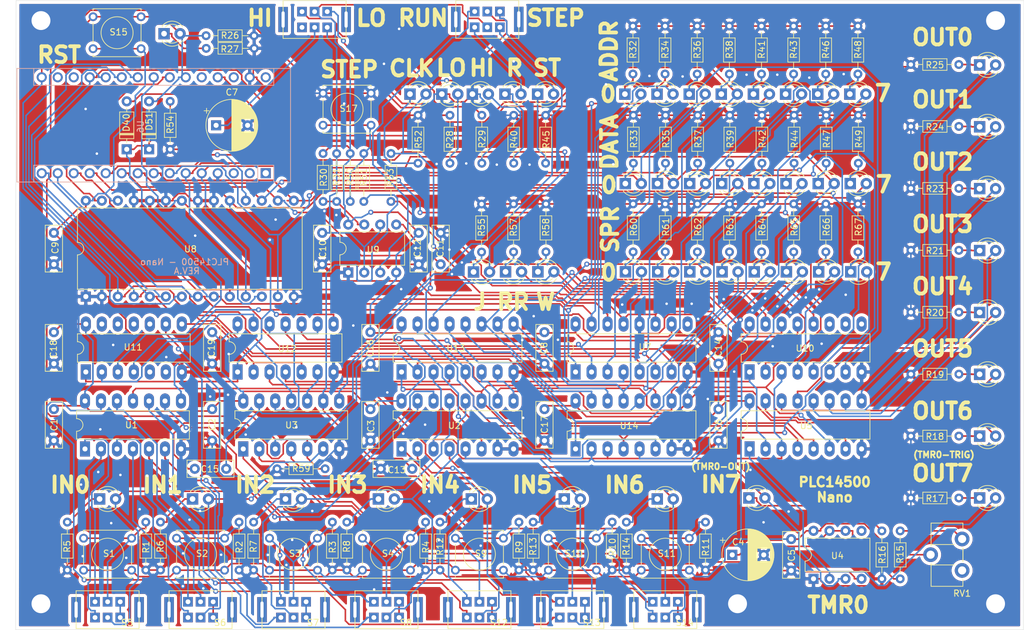
<source format=kicad_pcb>
(kicad_pcb (version 20171130) (host pcbnew "(5.1.9)-1")
  (layers (0 F.Cu signal hide) (31 B.Cu signal) (34 B.Paste user hide) (35 F.Paste user hide) (36 B.SilkS user hide) (37 F.SilkS user hide) (38 B.Mask user hide) (39 F.Mask user hide) (44 Edge.Cuts user))
  (net 0 "")
  (net 1 GND)
  (net 2 +5V)
  (net 3 W)
  (net 4 "Net-(D1-PadK)")
  (net 5 /Input/Output/IN0)
  (net 6 /Input/Output/IN1)
  (net 7 "Net-(D2-PadK)")
  (net 8 /Input/Output/IN2)
  (net 9 "Net-(D3-PadK)")
  (net 10 "Net-(D4-PadK)")
  (net 11 /Input/Output/IN3)
  (net 12 "Net-(D5-PadK)")
  (net 13 /Input/Output/IN4)
  (net 14 "Net-(D6-PadK)")
  (net 15 /Input/Output/IN5)
  (net 16 /Input/Output/IN6)
  (net 17 "Net-(D7-PadK)")
  (net 18 "Net-(D8-PadK)")
  (net 19 "Net-(D9-PadK)")
  (net 20 "Net-(D10-PadK)")
  (net 21 "Net-(D11-PadK)")
  (net 22 "Net-(D12-PadK)")
  (net 23 "Net-(D13-PadK)")
  (net 24 RES)
  (net 25 "Net-(D14-PadK)")
  (net 26 "Net-(D15-PadK)")
  (net 27 "Net-(D16-PadK)")
  (net 28 "Net-(D17-PadK)")
  (net 29 "Net-(D18-PadA)")
  (net 30 "Net-(D19-PadA)")
  (net 31 "Net-(D20-PadK)")
  (net 32 "Net-(D21-PadK)")
  (net 33 A0)
  (net 34 "Net-(D22-PadK)")
  (net 35 D0)
  (net 36 A1)
  (net 37 "Net-(D23-PadK)")
  (net 38 "Net-(D24-PadK)")
  (net 39 D1)
  (net 40 "Net-(D25-PadK)")
  (net 41 "Net-(D26-PadK)")
  (net 42 A2)
  (net 43 "Net-(D27-PadK)")
  (net 44 D2)
  (net 45 "Net-(D28-PadK)")
  (net 46 A3)
  (net 47 "Net-(D29-PadK)")
  (net 48 D3)
  (net 49 A4)
  (net 50 "Net-(D30-PadK)")
  (net 51 D4)
  (net 52 "Net-(D31-PadK)")
  (net 53 "Net-(D32-PadK)")
  (net 54 A5)
  (net 55 D5)
  (net 56 "Net-(D33-PadK)")
  (net 57 A6)
  (net 58 "Net-(D34-PadK)")
  (net 59 "Net-(D35-PadK)")
  (net 60 D6)
  (net 61 A7)
  (net 62 "Net-(D36-PadK)")
  (net 63 "Net-(D37-PadK)")
  (net 64 "Net-(D38-PadK)")
  (net 65 "Net-(D39-PadK)")
  (net 66 "Net-(R1-Pad2)")
  (net 67 "Net-(R2-Pad2)")
  (net 68 "Net-(R3-Pad2)")
  (net 69 "Net-(R4-Pad2)")
  (net 70 "Net-(R9-Pad2)")
  (net 71 "Net-(R10-Pad2)")
  (net 72 "Net-(R11-Pad2)")
  (net 73 "Net-(R28-Pad1)")
  (net 74 "Net-(R29-Pad1)")
  (net 75 CLK)
  (net 76 "Net-(S5-Pad5)")
  (net 77 "Net-(S6-Pad5)")
  (net 78 "Net-(S7-Pad5)")
  (net 79 "Net-(S8-Pad5)")
  (net 80 "Net-(S13-Pad5)")
  (net 81 "Net-(S14-Pad5)")
  (net 82 D)
  (net 83 PRG)
  (net 84 WEN)
  (net 85 "Net-(C10-Pad1)")
  (net 86 "Net-(C11-Pad1)")
  (net 87 "Net-(C13-Pad2)")
  (net 88 "Net-(C15-Pad1)")
  (net 89 IN7)
  (net 90 TMR0-TRG)
  (net 91 "Net-(D28-PadA)")
  (net 92 "Net-(D33-PadA)")
  (net 93 "Net-(D41-PadK)")
  (net 94 "Net-(D42-PadK)")
  (net 95 "Net-(D43-PadK)")
  (net 96 "Net-(D43-PadA)")
  (net 97 "Net-(D44-PadA)")
  (net 98 "Net-(D44-PadK)")
  (net 99 "Net-(D45-PadK)")
  (net 100 "Net-(D45-PadA)")
  (net 101 "Net-(D46-PadA)")
  (net 102 "Net-(D46-PadK)")
  (net 103 "Net-(D47-PadK)")
  (net 104 "Net-(D47-PadA)")
  (net 105 "Net-(D48-PadA)")
  (net 106 "Net-(D48-PadK)")
  (net 107 "Net-(D49-PadK)")
  (net 108 "Net-(D49-PadA)")
  (net 109 "Net-(R15-Pad1)")
  (net 110 "Net-(S5-Pad1)")
  (net 111 "Net-(S5-Pad3)")
  (net 112 "Net-(S6-Pad3)")
  (net 113 "Net-(S6-Pad1)")
  (net 114 "Net-(S7-Pad1)")
  (net 115 "Net-(S7-Pad3)")
  (net 116 "Net-(S8-Pad3)")
  (net 117 "Net-(S8-Pad1)")
  (net 118 "Net-(S12-Pad1)")
  (net 119 "Net-(S12-Pad3)")
  (net 120 "Net-(S12-Pad5)")
  (net 121 "Net-(S13-Pad3)")
  (net 122 "Net-(S13-Pad1)")
  (net 123 "Net-(S14-Pad1)")
  (net 124 "Net-(S14-Pad3)")
  (net 125 "Net-(S18-Pad3)")
  (net 126 "Net-(S18-Pad1)")
  (net 127 IN-WINH)
  (net 128 "Net-(U11-Pad9)")
  (net 129 "Net-(U12-Pad12)")
  (net 130 D7)
  (net 131 !RES)
  (net 132 "Net-(U12-Pad6)")
  (net 133 OUT-WD)
  (net 134 "Net-(U11-Pad8)")
  (net 135 "Net-(U11-Pad2)")
  (net 136 SPRAM-WINH)
  (net 137 SRAM-WD)
  (net 138 "Net-(D10-PadA)")
  (net 139 "Net-(D11-PadA)")
  (net 140 "Net-(D12-PadA)")
  (net 141 "Net-(D13-PadA)")
  (net 142 "Net-(D14-PadA)")
  (net 143 "Net-(D15-PadA)")
  (net 144 "Net-(D16-PadA)")
  (net 145 "Net-(D41-PadA)")
  (net 146 "Net-(D50-PadA)")
  (net 147 "Net-(D50-PadK)")
  (net 148 "Net-(R30-Pad1)")
  (net 149 "Net-(R50-Pad1)")
  (net 150 "Net-(R53-Pad1)")
  (net 151 "Net-(C4-Pad1)")
  (net 152 "Net-(C7-Pad1)")
  (net 153 JMP)
  (net 154 "Net-(U11-Pad4)")
  (net 155 "Net-(D40-Pad1)")
  (module plc14500:HORIZONTAL_POT (layer F.Cu) (at 221.8 133.66 180)
    (fp_text reference RV1 (at 0 -3.65) (layer F.SilkS))
    (fp_text value 10K)
    (pad 1 thru_hole circle (at 0 0 180) (size 2.34 2.34) (drill 1.3) (layers *.Cu *.Mask))
    (pad 2 thru_hole circle (at 5 2.5 180) (size 2.34 2.34) (drill 1.3) (layers *.Cu *.Mask) (net 2 +5V))
    (pad 3 thru_hole circle (at 0 5 180) (size 2.34 2.34) (drill 1.3) (layers *.Cu *.Mask) (net 109 "Net-(R15-Pad1)"))
  )
  (module plc14500:SWITCH_DPDT (layer F.Cu) (at 82.15 141.14 90)
    (fp_text reference S5 (at -0.82 7.1) (layer F.SilkS))
    (fp_text value "Switch DPDT" hide)
    (pad 9 thru_hole rect (at 1.25 9 90) (size 4 1.524) (drill oval 2.6 0.5) (layers *.Cu *.Mask))
    (pad 8 thru_hole rect (at 1.25 -1 90) (size 4 1.524) (drill oval 2.6 0.5) (layers *.Cu *.Mask))
    (pad 7 thru_hole rect (at 2.5 6 90) (size 1.524 1.524) (drill 0.762) (layers *.Cu *.Mask) (net 111 "Net-(S5-Pad3)"))
    (pad 6 thru_hole rect (at 2.5 4 90) (size 1.524 1.524) (drill 0.762) (layers *.Cu *.Mask) (net 66 "Net-(R1-Pad2)"))
    (pad 5 thru_hole rect (at 2.5 2 90) (size 1.524 1.524) (drill 0.762) (layers *.Cu *.Mask) (net 76 "Net-(S5-Pad5)"))
    (pad 3 thru_hole rect (at 0 6 90) (size 1.524 1.524) (drill 0.762) (layers *.Cu *.Mask) (net 111 "Net-(S5-Pad3)"))
    (pad 2 thru_hole rect (at 0 4 90) (size 1.524 1.524) (drill 0.762) (layers *.Cu *.Mask) (net 5 /Input/Output/IN0))
    (pad 1 thru_hole rect (at 0 2 90) (size 1.524 1.524) (drill 0.762) (layers *.Cu *.Mask) (net 110 "Net-(S5-Pad1)"))
  )
  (module plc14500:SWITCH_DPDT (layer F.Cu) (at 96.905 141.14 90)
    (fp_text reference S6 (at -0.82 7.1) (layer F.SilkS))
    (fp_text value "Switch DPDT" hide)
    (pad 9 thru_hole rect (at 1.25 9 90) (size 4 1.524) (drill oval 2.6 0.5) (layers *.Cu *.Mask))
    (pad 8 thru_hole rect (at 1.25 -1 90) (size 4 1.524) (drill oval 2.6 0.5) (layers *.Cu *.Mask))
    (pad 7 thru_hole rect (at 2.5 6 90) (size 1.524 1.524) (drill 0.762) (layers *.Cu *.Mask) (net 112 "Net-(S6-Pad3)"))
    (pad 6 thru_hole rect (at 2.5 4 90) (size 1.524 1.524) (drill 0.762) (layers *.Cu *.Mask) (net 67 "Net-(R2-Pad2)"))
    (pad 5 thru_hole rect (at 2.5 2 90) (size 1.524 1.524) (drill 0.762) (layers *.Cu *.Mask) (net 77 "Net-(S6-Pad5)"))
    (pad 3 thru_hole rect (at 0 6 90) (size 1.524 1.524) (drill 0.762) (layers *.Cu *.Mask) (net 112 "Net-(S6-Pad3)"))
    (pad 2 thru_hole rect (at 0 4 90) (size 1.524 1.524) (drill 0.762) (layers *.Cu *.Mask) (net 6 /Input/Output/IN1))
    (pad 1 thru_hole rect (at 0 2 90) (size 1.524 1.524) (drill 0.762) (layers *.Cu *.Mask) (net 113 "Net-(S6-Pad1)"))
  )
  (module plc14500:SWITCH_DPDT (layer F.Cu) (at 111.66 141.14 90)
    (fp_text reference S7 (at -0.82 7.1) (layer F.SilkS))
    (fp_text value "Switch DPDT" hide)
    (pad 9 thru_hole rect (at 1.25 9 90) (size 4 1.524) (drill oval 2.6 0.5) (layers *.Cu *.Mask))
    (pad 8 thru_hole rect (at 1.25 -1 90) (size 4 1.524) (drill oval 2.6 0.5) (layers *.Cu *.Mask))
    (pad 7 thru_hole rect (at 2.5 6 90) (size 1.524 1.524) (drill 0.762) (layers *.Cu *.Mask) (net 115 "Net-(S7-Pad3)"))
    (pad 6 thru_hole rect (at 2.5 4 90) (size 1.524 1.524) (drill 0.762) (layers *.Cu *.Mask) (net 68 "Net-(R3-Pad2)"))
    (pad 5 thru_hole rect (at 2.5 2 90) (size 1.524 1.524) (drill 0.762) (layers *.Cu *.Mask) (net 78 "Net-(S7-Pad5)"))
    (pad 3 thru_hole rect (at 0 6 90) (size 1.524 1.524) (drill 0.762) (layers *.Cu *.Mask) (net 115 "Net-(S7-Pad3)"))
    (pad 2 thru_hole rect (at 0 4 90) (size 1.524 1.524) (drill 0.762) (layers *.Cu *.Mask) (net 8 /Input/Output/IN2))
    (pad 1 thru_hole rect (at 0 2 90) (size 1.524 1.524) (drill 0.762) (layers *.Cu *.Mask) (net 114 "Net-(S7-Pad1)"))
  )
  (module plc14500:SWITCH_DPDT (layer F.Cu) (at 126.415 141.14 90)
    (fp_text reference S8 (at -0.82 7.1) (layer F.SilkS))
    (fp_text value "Switch DPDT" hide)
    (pad 9 thru_hole rect (at 1.25 9 90) (size 4 1.524) (drill oval 2.6 0.5) (layers *.Cu *.Mask))
    (pad 8 thru_hole rect (at 1.25 -1 90) (size 4 1.524) (drill oval 2.6 0.5) (layers *.Cu *.Mask))
    (pad 7 thru_hole rect (at 2.5 6 90) (size 1.524 1.524) (drill 0.762) (layers *.Cu *.Mask) (net 116 "Net-(S8-Pad3)"))
    (pad 6 thru_hole rect (at 2.5 4 90) (size 1.524 1.524) (drill 0.762) (layers *.Cu *.Mask) (net 69 "Net-(R4-Pad2)"))
    (pad 5 thru_hole rect (at 2.5 2 90) (size 1.524 1.524) (drill 0.762) (layers *.Cu *.Mask) (net 79 "Net-(S8-Pad5)"))
    (pad 3 thru_hole rect (at 0 6 90) (size 1.524 1.524) (drill 0.762) (layers *.Cu *.Mask) (net 116 "Net-(S8-Pad3)"))
    (pad 2 thru_hole rect (at 0 4 90) (size 1.524 1.524) (drill 0.762) (layers *.Cu *.Mask) (net 11 /Input/Output/IN3))
    (pad 1 thru_hole rect (at 0 2 90) (size 1.524 1.524) (drill 0.762) (layers *.Cu *.Mask) (net 117 "Net-(S8-Pad1)"))
  )
  (module plc14500:SWITCH_DPDT (layer F.Cu) (at 141.17 141.14 90)
    (fp_text reference S12 (at -0.82 7.1) (layer F.SilkS))
    (fp_text value "Switch DPDT" hide)
    (pad 9 thru_hole rect (at 1.25 9 90) (size 4 1.524) (drill oval 2.6 0.5) (layers *.Cu *.Mask))
    (pad 8 thru_hole rect (at 1.25 -1 90) (size 4 1.524) (drill oval 2.6 0.5) (layers *.Cu *.Mask))
    (pad 7 thru_hole rect (at 2.5 6 90) (size 1.524 1.524) (drill 0.762) (layers *.Cu *.Mask) (net 119 "Net-(S12-Pad3)"))
    (pad 6 thru_hole rect (at 2.5 4 90) (size 1.524 1.524) (drill 0.762) (layers *.Cu *.Mask) (net 70 "Net-(R9-Pad2)"))
    (pad 5 thru_hole rect (at 2.5 2 90) (size 1.524 1.524) (drill 0.762) (layers *.Cu *.Mask) (net 120 "Net-(S12-Pad5)"))
    (pad 3 thru_hole rect (at 0 6 90) (size 1.524 1.524) (drill 0.762) (layers *.Cu *.Mask) (net 119 "Net-(S12-Pad3)"))
    (pad 2 thru_hole rect (at 0 4 90) (size 1.524 1.524) (drill 0.762) (layers *.Cu *.Mask) (net 13 /Input/Output/IN4))
    (pad 1 thru_hole rect (at 0 2 90) (size 1.524 1.524) (drill 0.762) (layers *.Cu *.Mask) (net 118 "Net-(S12-Pad1)"))
  )
  (module plc14500:SWITCH_DPDT (layer F.Cu) (at 155.925 141.14 90)
    (fp_text reference S13 (at -0.82 7.1) (layer F.SilkS))
    (fp_text value "Switch DPDT" hide)
    (pad 9 thru_hole rect (at 1.25 9 90) (size 4 1.524) (drill oval 2.6 0.5) (layers *.Cu *.Mask))
    (pad 8 thru_hole rect (at 1.25 -1 90) (size 4 1.524) (drill oval 2.6 0.5) (layers *.Cu *.Mask))
    (pad 7 thru_hole rect (at 2.5 6 90) (size 1.524 1.524) (drill 0.762) (layers *.Cu *.Mask) (net 121 "Net-(S13-Pad3)"))
    (pad 6 thru_hole rect (at 2.5 4 90) (size 1.524 1.524) (drill 0.762) (layers *.Cu *.Mask) (net 71 "Net-(R10-Pad2)"))
    (pad 5 thru_hole rect (at 2.5 2 90) (size 1.524 1.524) (drill 0.762) (layers *.Cu *.Mask) (net 80 "Net-(S13-Pad5)"))
    (pad 3 thru_hole rect (at 0 6 90) (size 1.524 1.524) (drill 0.762) (layers *.Cu *.Mask) (net 121 "Net-(S13-Pad3)"))
    (pad 2 thru_hole rect (at 0 4 90) (size 1.524 1.524) (drill 0.762) (layers *.Cu *.Mask) (net 15 /Input/Output/IN5))
    (pad 1 thru_hole rect (at 0 2 90) (size 1.524 1.524) (drill 0.762) (layers *.Cu *.Mask) (net 122 "Net-(S13-Pad1)"))
  )
  (module plc14500:SWITCH_DPDT (layer F.Cu) (at 170.68 141.14 90)
    (fp_text reference S14 (at -0.82 7.1) (layer F.SilkS))
    (fp_text value "Switch DPDT" hide)
    (pad 9 thru_hole rect (at 1.25 9 90) (size 4 1.524) (drill oval 2.6 0.5) (layers *.Cu *.Mask))
    (pad 8 thru_hole rect (at 1.25 -1 90) (size 4 1.524) (drill oval 2.6 0.5) (layers *.Cu *.Mask))
    (pad 7 thru_hole rect (at 2.5 6 90) (size 1.524 1.524) (drill 0.762) (layers *.Cu *.Mask) (net 124 "Net-(S14-Pad3)"))
    (pad 6 thru_hole rect (at 2.5 4 90) (size 1.524 1.524) (drill 0.762) (layers *.Cu *.Mask) (net 72 "Net-(R11-Pad2)"))
    (pad 5 thru_hole rect (at 2.5 2 90) (size 1.524 1.524) (drill 0.762) (layers *.Cu *.Mask) (net 81 "Net-(S14-Pad5)"))
    (pad 3 thru_hole rect (at 0 6 90) (size 1.524 1.524) (drill 0.762) (layers *.Cu *.Mask) (net 124 "Net-(S14-Pad3)"))
    (pad 2 thru_hole rect (at 0 4 90) (size 1.524 1.524) (drill 0.762) (layers *.Cu *.Mask) (net 16 /Input/Output/IN6))
    (pad 1 thru_hole rect (at 0 2 90) (size 1.524 1.524) (drill 0.762) (layers *.Cu *.Mask) (net 123 "Net-(S14-Pad1)"))
  )
  (module plc14500:SWITCH_DPDT (layer F.Cu) (at 123.01 44.88 270)
    (fp_text reference S16 hide)
    (fp_text value "Switch DPDT" hide)
    (pad 9 thru_hole rect (at 1.25 9 270) (size 4 1.524) (drill oval 2.6 0.5) (layers *.Cu *.Mask))
    (pad 8 thru_hole rect (at 1.25 -1 270) (size 4 1.524) (drill oval 2.6 0.5) (layers *.Cu *.Mask))
    (pad 7 thru_hole rect (at 2.5 6 270) (size 1.524 1.524) (drill 0.762) (layers *.Cu *.Mask))
    (pad 6 thru_hole rect (at 2.5 4 270) (size 1.524 1.524) (drill 0.762) (layers *.Cu *.Mask) (net 152 "Net-(C7-Pad1)"))
    (pad 5 thru_hole rect (at 2.5 2 270) (size 1.524 1.524) (drill 0.762) (layers *.Cu *.Mask) (net 85 "Net-(C10-Pad1)"))
    (pad 3 thru_hole rect (at 0 6 270) (size 1.524 1.524) (drill 0.762) (layers *.Cu *.Mask) (net 74 "Net-(R29-Pad1)"))
    (pad 2 thru_hole rect (at 0 4 270) (size 1.524 1.524) (drill 0.762) (layers *.Cu *.Mask) (net 2 +5V))
    (pad 1 thru_hole rect (at 0 2 270) (size 1.524 1.524) (drill 0.762) (layers *.Cu *.Mask) (net 73 "Net-(R28-Pad1)"))
  )
  (module plc14500:SWITCH_DPDT (layer F.Cu) (at 150.42 44.86 270)
    (fp_text reference S18 hide)
    (fp_text value "Switch DPDT" hide)
    (pad 9 thru_hole rect (at 1.25 9 270) (size 4 1.524) (drill oval 2.6 0.5) (layers *.Cu *.Mask))
    (pad 8 thru_hole rect (at 1.25 -1 270) (size 4 1.524) (drill oval 2.6 0.5) (layers *.Cu *.Mask))
    (pad 7 thru_hole rect (at 2.5 6 270) (size 1.524 1.524) (drill 0.762) (layers *.Cu *.Mask) (net 91 "Net-(D28-PadA)"))
    (pad 6 thru_hole rect (at 2.5 4 270) (size 1.524 1.524) (drill 0.762) (layers *.Cu *.Mask) (net 2 +5V))
    (pad 5 thru_hole rect (at 2.5 2 270) (size 1.524 1.524) (drill 0.762) (layers *.Cu *.Mask) (net 92 "Net-(D33-PadA)"))
    (pad 3 thru_hole rect (at 0 6 270) (size 1.524 1.524) (drill 0.762) (layers *.Cu *.Mask) (net 125 "Net-(S18-Pad3)"))
    (pad 2 thru_hole rect (at 0 4 270) (size 1.524 1.524) (drill 0.762) (layers *.Cu *.Mask) (net 75 CLK))
    (pad 1 thru_hole rect (at 0 2 270) (size 1.524 1.524) (drill 0.762) (layers *.Cu *.Mask) (net 126 "Net-(S18-Pad1)"))
  )
  (module plc14500:LED_3MM (layer F.Cu) (at 204.13 86.2143)
    (fp_text reference D50 hide)
    (fp_text value "LED 3MM Red" hide)
    (pad A thru_hole circle (at 2.54 0) (size 1.8 1.8) (drill 0.9) (layers *.Cu *.Mask) (net 146 "Net-(D50-PadA)"))
    (pad K thru_hole rect (at 0 0) (size 1.8 1.8) (drill 0.9) (layers *.Cu *.Mask) (net 147 "Net-(D50-PadK)"))
  )
  (module plc14500:LED_3MM (layer F.Cu) (at 199.02 86.2143)
    (fp_text reference D49 hide)
    (fp_text value "LED 3MM Red" hide)
    (pad A thru_hole circle (at 2.54 0) (size 1.8 1.8) (drill 0.9) (layers *.Cu *.Mask) (net 108 "Net-(D49-PadA)"))
    (pad K thru_hole rect (at 0 0) (size 1.8 1.8) (drill 0.9) (layers *.Cu *.Mask) (net 107 "Net-(D49-PadK)"))
  )
  (module plc14500:LED_3MM (layer F.Cu) (at 193.91 86.2143)
    (fp_text reference D48 hide)
    (fp_text value "LED 3MM Red" hide)
    (pad A thru_hole circle (at 2.54 0) (size 1.8 1.8) (drill 0.9) (layers *.Cu *.Mask) (net 105 "Net-(D48-PadA)"))
    (pad K thru_hole rect (at 0 0) (size 1.8 1.8) (drill 0.9) (layers *.Cu *.Mask) (net 106 "Net-(D48-PadK)"))
  )
  (module plc14500:LED_3MM (layer F.Cu) (at 188.8 86.2143)
    (fp_text reference D47 hide)
    (fp_text value "LED 3MM Red" hide)
    (pad A thru_hole circle (at 2.54 0) (size 1.8 1.8) (drill 0.9) (layers *.Cu *.Mask) (net 104 "Net-(D47-PadA)"))
    (pad K thru_hole rect (at 0 0) (size 1.8 1.8) (drill 0.9) (layers *.Cu *.Mask) (net 103 "Net-(D47-PadK)"))
  )
  (module plc14500:LED_3MM (layer F.Cu) (at 183.69 86.2143)
    (fp_text reference D46 hide)
    (fp_text value "LED 3MM Red" hide)
    (pad A thru_hole circle (at 2.54 0) (size 1.8 1.8) (drill 0.9) (layers *.Cu *.Mask) (net 101 "Net-(D46-PadA)"))
    (pad K thru_hole rect (at 0 0) (size 1.8 1.8) (drill 0.9) (layers *.Cu *.Mask) (net 102 "Net-(D46-PadK)"))
  )
  (module plc14500:LED_3MM (layer F.Cu) (at 178.58 86.2143)
    (fp_text reference D45 hide)
    (fp_text value "LED 3MM Red" hide)
    (pad A thru_hole circle (at 2.54 0) (size 1.8 1.8) (drill 0.9) (layers *.Cu *.Mask) (net 100 "Net-(D45-PadA)"))
    (pad K thru_hole rect (at 0 0) (size 1.8 1.8) (drill 0.9) (layers *.Cu *.Mask) (net 99 "Net-(D45-PadK)"))
  )
  (module plc14500:LED_3MM (layer F.Cu) (at 173.47 86.2143)
    (fp_text reference D44 hide)
    (fp_text value "LED 3MM Red" hide)
    (pad A thru_hole circle (at 2.54 0) (size 1.8 1.8) (drill 0.9) (layers *.Cu *.Mask) (net 97 "Net-(D44-PadA)"))
    (pad K thru_hole rect (at 0 0) (size 1.8 1.8) (drill 0.9) (layers *.Cu *.Mask) (net 98 "Net-(D44-PadK)"))
  )
  (module plc14500:LED_3MM (layer F.Cu) (at 168.36 86.2143)
    (fp_text reference D43 hide)
    (fp_text value "LED 3MM Red")
    (pad A thru_hole circle (at 2.54 0) (size 1.8 1.8) (drill 0.9) (layers *.Cu *.Mask) (net 96 "Net-(D43-PadA)"))
    (pad K thru_hole rect (at 0 0) (size 1.8 1.8) (drill 0.9) (layers *.Cu *.Mask) (net 95 "Net-(D43-PadK)"))
  )
  (module plc14500:LED_3MM (layer F.Cu) (at 154.46 86.2143)
    (fp_text reference D42 hide)
    (fp_text value "LED 3MM Red" hide)
    (pad A thru_hole circle (at 2.54 0) (size 1.8 1.8) (drill 0.9) (layers *.Cu *.Mask) (net 3 W))
    (pad K thru_hole rect (at 0 0) (size 1.8 1.8) (drill 0.9) (layers *.Cu *.Mask) (net 94 "Net-(D42-PadK)"))
  )
  (module plc14500:LED_3MM (layer F.Cu) (at 149.32 86.2143)
    (fp_text reference D41 hide)
    (fp_text value "LED 3MM Red")
    (pad A thru_hole circle (at 2.54 0) (size 1.8 1.8) (drill 0.9) (layers *.Cu *.Mask) (net 145 "Net-(D41-PadA)"))
    (pad K thru_hole rect (at 0 0) (size 1.8 1.8) (drill 0.9) (layers *.Cu *.Mask) (net 93 "Net-(D41-PadK)"))
  )
  (module plc14500:LED_3MM (layer F.Cu) (at 144.24 86.2343)
    (fp_text reference D39 hide)
    (fp_text value "LED 3MM Red" hide)
    (pad A thru_hole circle (at 2.54 0) (size 1.8 1.8) (drill 0.9) (layers *.Cu *.Mask) (net 153 JMP))
    (pad K thru_hole rect (at 0 0) (size 1.8 1.8) (drill 0.9) (layers *.Cu *.Mask) (net 65 "Net-(D39-PadK)"))
  )
  (module plc14500:LED_3MM (layer F.Cu) (at 134.15 57.98)
    (fp_text reference D38 hide)
    (fp_text value "LED 3MM Red" hide)
    (pad A thru_hole circle (at 2.54 0) (size 1.8 1.8) (drill 0.9) (layers *.Cu *.Mask) (net 75 CLK))
    (pad K thru_hole rect (at 0 0) (size 1.8 1.8) (drill 0.9) (layers *.Cu *.Mask) (net 64 "Net-(D38-PadK)"))
  )
  (module plc14500:LED_3MM (layer F.Cu) (at 204.05 72.2)
    (fp_text reference D37 hide)
    (fp_text value "LED 3MM Red" hide)
    (pad A thru_hole circle (at 2.54 0) (size 1.8 1.8) (drill 0.9) (layers *.Cu *.Mask) (net 130 D7))
    (pad K thru_hole rect (at 0 0) (size 1.8 1.8) (drill 0.9) (layers *.Cu *.Mask) (net 63 "Net-(D37-PadK)"))
  )
  (module plc14500:LED_3MM (layer F.Cu) (at 203.98 57.98)
    (fp_text reference D36 hide)
    (fp_text value "LED 3MM Red" hide)
    (pad A thru_hole circle (at 2.54 0) (size 1.8 1.8) (drill 0.9) (layers *.Cu *.Mask) (net 61 A7))
    (pad K thru_hole rect (at 0 0) (size 1.8 1.8) (drill 0.9) (layers *.Cu *.Mask) (net 62 "Net-(D36-PadK)"))
  )
  (module plc14500:LED_3MM (layer F.Cu) (at 198.949 72.2)
    (fp_text reference D35 hide)
    (fp_text value "LED 3MM Red" hide)
    (pad A thru_hole circle (at 2.54 0) (size 1.8 1.8) (drill 0.9) (layers *.Cu *.Mask) (net 60 D6))
    (pad K thru_hole rect (at 0 0) (size 1.8 1.8) (drill 0.9) (layers *.Cu *.Mask) (net 59 "Net-(D35-PadK)"))
  )
  (module plc14500:LED_3MM (layer F.Cu) (at 198.879 57.98)
    (fp_text reference D34 hide)
    (fp_text value "LED 3MM Red" hide)
    (pad A thru_hole circle (at 2.54 0) (size 1.8 1.8) (drill 0.9) (layers *.Cu *.Mask) (net 57 A6))
    (pad K thru_hole rect (at 0 0) (size 1.8 1.8) (drill 0.9) (layers *.Cu *.Mask) (net 58 "Net-(D34-PadK)"))
  )
  (module plc14500:LED_3MM (layer F.Cu) (at 154.41 57.98)
    (fp_text reference D33 hide)
    (fp_text value "LED 3MM Red")
    (pad A thru_hole circle (at 2.54 0) (size 1.8 1.8) (drill 0.9) (layers *.Cu *.Mask) (net 92 "Net-(D33-PadA)"))
    (pad K thru_hole rect (at 0 0) (size 1.8 1.8) (drill 0.9) (layers *.Cu *.Mask) (net 56 "Net-(D33-PadK)"))
  )
  (module plc14500:LED_3MM (layer F.Cu) (at 193.847 72.2)
    (fp_text reference D32 hide)
    (fp_text value "LED 3MM Red" hide)
    (pad A thru_hole circle (at 2.54 0) (size 1.8 1.8) (drill 0.9) (layers *.Cu *.Mask) (net 55 D5))
    (pad K thru_hole rect (at 0 0) (size 1.8 1.8) (drill 0.9) (layers *.Cu *.Mask) (net 53 "Net-(D32-PadK)"))
  )
  (module plc14500:LED_3MM (layer F.Cu) (at 193.777 57.98)
    (fp_text reference D31 hide)
    (fp_text value "LED 3MM Red" hide)
    (pad A thru_hole circle (at 2.54 0) (size 1.8 1.8) (drill 0.9) (layers *.Cu *.Mask) (net 54 A5))
    (pad K thru_hole rect (at 0 0) (size 1.8 1.8) (drill 0.9) (layers *.Cu *.Mask) (net 52 "Net-(D31-PadK)"))
  )
  (module plc14500:LED_3MM (layer F.Cu) (at 188.746 72.2)
    (fp_text reference D30 hide)
    (fp_text value "LED 3MM Red" hide)
    (pad A thru_hole circle (at 2.54 0) (size 1.8 1.8) (drill 0.9) (layers *.Cu *.Mask) (net 51 D4))
    (pad K thru_hole rect (at 0 0) (size 1.8 1.8) (drill 0.9) (layers *.Cu *.Mask) (net 50 "Net-(D30-PadK)"))
  )
  (module plc14500:LED_3MM (layer F.Cu) (at 188.676 57.98)
    (fp_text reference D29 hide)
    (fp_text value "LED 3MM Red" hide)
    (pad A thru_hole circle (at 2.54 0) (size 1.8 1.8) (drill 0.9) (layers *.Cu *.Mask) (net 49 A4))
    (pad K thru_hole rect (at 0 0) (size 1.8 1.8) (drill 0.9) (layers *.Cu *.Mask) (net 47 "Net-(D29-PadK)"))
  )
  (module plc14500:LED_3MM (layer F.Cu) (at 149.23 57.98)
    (fp_text reference D28 hide)
    (fp_text value "LED 3MM Red" hide)
    (pad A thru_hole circle (at 2.54 0) (size 1.8 1.8) (drill 0.9) (layers *.Cu *.Mask) (net 91 "Net-(D28-PadA)"))
    (pad K thru_hole rect (at 0 0) (size 1.8 1.8) (drill 0.9) (layers *.Cu *.Mask) (net 45 "Net-(D28-PadK)"))
  )
  (module plc14500:LED_3MM (layer F.Cu) (at 183.644 72.2)
    (fp_text reference D27 hide)
    (fp_text value "LED 3MM Red" hide)
    (pad A thru_hole circle (at 2.54 0) (size 1.8 1.8) (drill 0.9) (layers *.Cu *.Mask) (net 48 D3))
    (pad K thru_hole rect (at 0 0) (size 1.8 1.8) (drill 0.9) (layers *.Cu *.Mask) (net 43 "Net-(D27-PadK)"))
  )
  (module plc14500:LED_3MM (layer F.Cu) (at 183.574 57.98)
    (fp_text reference D26 hide)
    (fp_text value "LED 3MM Red" hide)
    (pad A thru_hole circle (at 2.54 0) (size 1.8 1.8) (drill 0.9) (layers *.Cu *.Mask) (net 46 A3))
    (pad K thru_hole rect (at 0 0) (size 1.8 1.8) (drill 0.9) (layers *.Cu *.Mask) (net 41 "Net-(D26-PadK)"))
  )
  (module plc14500:LED_3MM (layer F.Cu) (at 178.543 72.2)
    (fp_text reference D25 hide)
    (fp_text value "LED 3MM Red" hide)
    (pad A thru_hole circle (at 2.54 0) (size 1.8 1.8) (drill 0.9) (layers *.Cu *.Mask) (net 44 D2))
    (pad K thru_hole rect (at 0 0) (size 1.8 1.8) (drill 0.9) (layers *.Cu *.Mask) (net 40 "Net-(D25-PadK)"))
  )
  (module plc14500:LED_3MM (layer F.Cu) (at 178.473 57.98)
    (fp_text reference D24 hide)
    (fp_text value "LED 3MM Red" hide)
    (pad A thru_hole circle (at 2.54 0) (size 1.8 1.8) (drill 0.9) (layers *.Cu *.Mask) (net 42 A2))
    (pad K thru_hole rect (at 0 0) (size 1.8 1.8) (drill 0.9) (layers *.Cu *.Mask) (net 38 "Net-(D24-PadK)"))
  )
  (module plc14500:LED_3MM (layer F.Cu) (at 173.441 72.2)
    (fp_text reference D23 hide)
    (fp_text value "LED 3MM Red" hide)
    (pad A thru_hole circle (at 2.54 0) (size 1.8 1.8) (drill 0.9) (layers *.Cu *.Mask) (net 39 D1))
    (pad K thru_hole rect (at 0 0) (size 1.8 1.8) (drill 0.9) (layers *.Cu *.Mask) (net 37 "Net-(D23-PadK)"))
  )
  (module plc14500:LED_3MM (layer F.Cu) (at 173.371 57.98)
    (fp_text reference D22 hide)
    (fp_text value "LED 3MM Red" hide)
    (pad A thru_hole circle (at 2.54 0) (size 1.8 1.8) (drill 0.9) (layers *.Cu *.Mask) (net 36 A1))
    (pad K thru_hole rect (at 0 0) (size 1.8 1.8) (drill 0.9) (layers *.Cu *.Mask) (net 34 "Net-(D22-PadK)"))
  )
  (module plc14500:LED_3MM (layer F.Cu) (at 168.34 72.2)
    (fp_text reference D21 hide)
    (fp_text value "LED 3MM Red")
    (pad A thru_hole circle (at 2.54 0) (size 1.8 1.8) (drill 0.9) (layers *.Cu *.Mask) (net 35 D0))
    (pad K thru_hole rect (at 0 0) (size 1.8 1.8) (drill 0.9) (layers *.Cu *.Mask) (net 32 "Net-(D21-PadK)"))
  )
  (module plc14500:LED_3MM (layer F.Cu) (at 168.27 57.98)
    (fp_text reference D20 hide)
    (fp_text value "LED 3MM Red")
    (pad A thru_hole circle (at 2.54 0) (size 1.8 1.8) (drill 0.9) (layers *.Cu *.Mask) (net 33 A0))
    (pad K thru_hole rect (at 0 0) (size 1.8 1.8) (drill 0.9) (layers *.Cu *.Mask) (net 31 "Net-(D20-PadK)"))
  )
  (module plc14500:LED_3MM (layer F.Cu) (at 139.21 57.98)
    (fp_text reference D19 hide)
    (fp_text value "LED 3MM Red" hide)
    (pad A thru_hole circle (at 2.54 0) (size 1.8 1.8) (drill 0.9) (layers *.Cu *.Mask) (net 30 "Net-(D19-PadA)"))
    (pad K thru_hole rect (at 0 0) (size 1.8 1.8) (drill 0.9) (layers *.Cu *.Mask) (net 1 GND))
  )
  (module plc14500:LED_3MM (layer F.Cu) (at 144.06 57.98)
    (fp_text reference D18 hide)
    (fp_text value "LED 3MM Red" hide)
    (pad A thru_hole circle (at 2.54 0) (size 1.8 1.8) (drill 0.9) (layers *.Cu *.Mask) (net 29 "Net-(D18-PadA)"))
    (pad K thru_hole rect (at 0 0) (size 1.8 1.8) (drill 0.9) (layers *.Cu *.Mask) (net 1 GND))
  )
  (module plc14500:LED_3MM (layer F.Cu) (at 95.11 48.38)
    (fp_text reference D17 hide)
    (fp_text value "LED 3MM Red")
    (pad A thru_hole circle (at 2.54 0) (size 1.8 1.8) (drill 0.9) (layers *.Cu *.Mask) (net 24 RES))
    (pad K thru_hole rect (at 0 0) (size 1.8 1.8) (drill 0.9) (layers *.Cu *.Mask) (net 28 "Net-(D17-PadK)"))
  )
  (module plc14500:LED_3MM (layer F.Cu) (at 224.58 53.35)
    (fp_text reference D16 hide)
    (fp_text value "LED 3MM Red")
    (pad A thru_hole circle (at 2.54 0) (size 1.8 1.8) (drill 0.9) (layers *.Cu *.Mask) (net 144 "Net-(D16-PadA)"))
    (pad K thru_hole rect (at 0 0) (size 1.8 1.8) (drill 0.9) (layers *.Cu *.Mask) (net 27 "Net-(D16-PadK)"))
  )
  (module plc14500:LED_3MM (layer F.Cu) (at 224.58 63.1786)
    (fp_text reference D15 hide)
    (fp_text value "LED 3MM Red")
    (pad A thru_hole circle (at 2.54 0) (size 1.8 1.8) (drill 0.9) (layers *.Cu *.Mask) (net 143 "Net-(D15-PadA)"))
    (pad K thru_hole rect (at 0 0) (size 1.8 1.8) (drill 0.9) (layers *.Cu *.Mask) (net 26 "Net-(D15-PadK)"))
  )
  (module plc14500:LED_3MM (layer F.Cu) (at 224.58 73.0071)
    (fp_text reference D14 hide)
    (fp_text value "LED 3MM Red")
    (pad A thru_hole circle (at 2.54 0) (size 1.8 1.8) (drill 0.9) (layers *.Cu *.Mask) (net 142 "Net-(D14-PadA)"))
    (pad K thru_hole rect (at 0 0) (size 1.8 1.8) (drill 0.9) (layers *.Cu *.Mask) (net 25 "Net-(D14-PadK)"))
  )
  (module plc14500:LED_3MM (layer F.Cu) (at 224.58 82.8357)
    (fp_text reference D13 hide)
    (fp_text value "LED 3MM Red")
    (pad A thru_hole circle (at 2.54 0) (size 1.8 1.8) (drill 0.9) (layers *.Cu *.Mask) (net 141 "Net-(D13-PadA)"))
    (pad K thru_hole rect (at 0 0) (size 1.8 1.8) (drill 0.9) (layers *.Cu *.Mask) (net 23 "Net-(D13-PadK)"))
  )
  (module plc14500:LED_3MM (layer F.Cu) (at 224.58 92.6643)
    (fp_text reference D12 hide)
    (fp_text value "LED 3MM Red")
    (pad A thru_hole circle (at 2.54 0) (size 1.8 1.8) (drill 0.9) (layers *.Cu *.Mask) (net 140 "Net-(D12-PadA)"))
    (pad K thru_hole rect (at 0 0) (size 1.8 1.8) (drill 0.9) (layers *.Cu *.Mask) (net 22 "Net-(D12-PadK)"))
  )
  (module plc14500:LED_3MM (layer F.Cu) (at 224.58 102.493)
    (fp_text reference D11 hide)
    (fp_text value "LED 3MM Red")
    (pad A thru_hole circle (at 2.54 0) (size 1.8 1.8) (drill 0.9) (layers *.Cu *.Mask) (net 139 "Net-(D11-PadA)"))
    (pad K thru_hole rect (at 0 0) (size 1.8 1.8) (drill 0.9) (layers *.Cu *.Mask) (net 21 "Net-(D11-PadK)"))
  )
  (module plc14500:LED_3MM (layer F.Cu) (at 224.58 112.321)
    (fp_text reference D10 hide)
    (fp_text value "LED 3MM Red")
    (pad A thru_hole circle (at 2.54 0) (size 1.8 1.8) (drill 0.9) (layers *.Cu *.Mask) (net 138 "Net-(D10-PadA)"))
    (pad K thru_hole rect (at 0 0) (size 1.8 1.8) (drill 0.9) (layers *.Cu *.Mask) (net 20 "Net-(D10-PadK)"))
  )
  (module plc14500:LED_3MM (layer F.Cu) (at 224.58 122.15)
    (fp_text reference D9 hide)
    (fp_text value "LED 3MM Red")
    (pad A thru_hole circle (at 2.54 0) (size 1.8 1.8) (drill 0.9) (layers *.Cu *.Mask) (net 90 TMR0-TRG))
    (pad K thru_hole rect (at 0 0) (size 1.8 1.8) (drill 0.9) (layers *.Cu *.Mask) (net 19 "Net-(D9-PadK)"))
  )
  (module plc14500:LED_3MM (layer F.Cu) (at 187.96 122.15)
    (fp_text reference D8 hide)
    (fp_text value "LED 3MM Red")
    (pad A thru_hole circle (at 2.54 0) (size 1.8 1.8) (drill 0.9) (layers *.Cu *.Mask) (net 89 IN7))
    (pad K thru_hole rect (at 0 0) (size 1.8 1.8) (drill 0.9) (layers *.Cu *.Mask) (net 18 "Net-(D8-PadK)"))
  )
  (module plc14500:LED_3MM (layer F.Cu) (at 173.405 122.31)
    (fp_text reference D7 hide)
    (fp_text value "LED 3MM Red")
    (pad A thru_hole circle (at 2.54 0) (size 1.8 1.8) (drill 0.9) (layers *.Cu *.Mask) (net 16 /Input/Output/IN6))
    (pad K thru_hole rect (at 0 0) (size 1.8 1.8) (drill 0.9) (layers *.Cu *.Mask) (net 17 "Net-(D7-PadK)"))
  )
  (module plc14500:LED_3MM (layer F.Cu) (at 158.65 122.31)
    (fp_text reference D6 hide)
    (fp_text value "LED 3MM Red")
    (pad A thru_hole circle (at 2.54 0) (size 1.8 1.8) (drill 0.9) (layers *.Cu *.Mask) (net 15 /Input/Output/IN5))
    (pad K thru_hole rect (at 0 0) (size 1.8 1.8) (drill 0.9) (layers *.Cu *.Mask) (net 14 "Net-(D6-PadK)"))
  )
  (module plc14500:LED_3MM (layer F.Cu) (at 143.895 122.31)
    (fp_text reference D5 hide)
    (fp_text value "LED 3MM Red")
    (pad A thru_hole circle (at 2.54 0) (size 1.8 1.8) (drill 0.9) (layers *.Cu *.Mask) (net 13 /Input/Output/IN4))
    (pad K thru_hole rect (at 0 0) (size 1.8 1.8) (drill 0.9) (layers *.Cu *.Mask) (net 12 "Net-(D5-PadK)"))
  )
  (module plc14500:LED_3MM (layer F.Cu) (at 129.14 122.31)
    (fp_text reference D4 hide)
    (fp_text value "LED 3MM Red")
    (pad A thru_hole circle (at 2.54 0) (size 1.8 1.8) (drill 0.9) (layers *.Cu *.Mask) (net 11 /Input/Output/IN3))
    (pad K thru_hole rect (at 0 0) (size 1.8 1.8) (drill 0.9) (layers *.Cu *.Mask) (net 10 "Net-(D4-PadK)"))
  )
  (module plc14500:LED_3MM (layer F.Cu) (at 114.385 122.31)
    (fp_text reference D3 hide)
    (fp_text value "LED 3MM Red")
    (pad A thru_hole circle (at 2.54 0) (size 1.8 1.8) (drill 0.9) (layers *.Cu *.Mask) (net 8 /Input/Output/IN2))
    (pad K thru_hole rect (at 0 0) (size 1.8 1.8) (drill 0.9) (layers *.Cu *.Mask) (net 9 "Net-(D3-PadK)"))
  )
  (module plc14500:LED_3MM (layer F.Cu) (at 99.63 122.31)
    (fp_text reference D2 hide)
    (fp_text value "LED 3MM Red")
    (pad A thru_hole circle (at 2.54 0) (size 1.8 1.8) (drill 0.9) (layers *.Cu *.Mask) (net 6 /Input/Output/IN1))
    (pad K thru_hole rect (at 0 0) (size 1.8 1.8) (drill 0.9) (layers *.Cu *.Mask) (net 7 "Net-(D2-PadK)"))
  )
  (module plc14500:LED_3MM (layer F.Cu) (at 84.875 122.31)
    (fp_text reference D1 hide)
    (fp_text value "LED 3MM Red")
    (pad A thru_hole circle (at 2.54 0) (size 1.8 1.8) (drill 0.9) (layers *.Cu *.Mask) (net 5 /Input/Output/IN0))
    (pad K thru_hole rect (at 0 0) (size 1.8 1.8) (drill 0.9) (layers *.Cu *.Mask) (net 4 "Net-(D1-PadK)"))
  )
  (module Capacitor_THT:C_Rect_L7.2mm_W2.5mm_P5.00mm_FKS2_FKP2_MKS2_MKP2 (layer F.Cu) (at 127.871 113.03 90)
    (fp_text reference C3 (at 2.31 0.09 90) (layer F.SilkS))
    (fp_text value 100nF)
    (pad 2 thru_hole circle (at 5 0 90) (size 1.6 1.6) (drill 0.8) (layers *.Cu *.Mask) (net 2 +5V))
    (pad 1 thru_hole circle (at 0 0 90) (size 1.6 1.6) (drill 0.8) (layers *.Cu *.Mask) (net 1 GND))
  )
  (module Capacitor_THT:CP_Radial_D8.0mm_P5.00mm (layer F.Cu) (at 185.31 131.185)
    (fp_text reference C4 (at 0.95 -2.055) (layer F.SilkS))
    (fp_text value 470uF)
    (pad 2 thru_hole circle (at 5 0) (size 1.6 1.6) (drill 0.8) (layers *.Cu *.Mask) (net 1 GND))
    (pad 1 thru_hole rect (at 0 0) (size 1.6 1.6) (drill 0.8) (layers *.Cu *.Mask) (net 151 "Net-(C4-Pad1)"))
  )
  (module Capacitor_THT:C_Rect_L7.2mm_W2.5mm_P5.00mm_FKS2_FKP2_MKS2_MKP2 (layer F.Cu) (at 194.67 128.685 270)
    (fp_text reference C5 (at 2.585 -0.07 90) (layer F.SilkS))
    (fp_text value 100nF)
    (pad 2 thru_hole circle (at 5 0 270) (size 1.6 1.6) (drill 0.8) (layers *.Cu *.Mask) (net 1 GND))
    (pad 1 thru_hole circle (at 0 0 270) (size 1.6 1.6) (drill 0.8) (layers *.Cu *.Mask) (net 2 +5V))
  )
  (module Capacitor_THT:C_Rect_L7.2mm_W2.5mm_P5.00mm_FKS2_FKP2_MKS2_MKP2 (layer F.Cu) (at 183.122 108.03 270)
    (fp_text reference C6 (at 2.52 -0.04 90) (layer F.SilkS))
    (fp_text value 100nF)
    (pad 2 thru_hole circle (at 5 0 270) (size 1.6 1.6) (drill 0.8) (layers *.Cu *.Mask) (net 1 GND))
    (pad 1 thru_hole circle (at 0 0 270) (size 1.6 1.6) (drill 0.8) (layers *.Cu *.Mask) (net 2 +5V))
  )
  (module Capacitor_THT:CP_Radial_D8.0mm_P5.00mm (layer F.Cu) (at 103.37 62.94)
    (fp_text reference C7 (at 2.5 -5.25) (layer F.SilkS))
    (fp_text value 470uF)
    (pad 2 thru_hole circle (at 5 0) (size 1.6 1.6) (drill 0.8) (layers *.Cu *.Mask) (net 1 GND))
    (pad 1 thru_hole rect (at 0 0) (size 1.6 1.6) (drill 0.8) (layers *.Cu *.Mask) (net 152 "Net-(C7-Pad1)"))
  )
  (module Capacitor_THT:C_Rect_L7.2mm_W2.5mm_P5.00mm_FKS2_FKP2_MKS2_MKP2 (layer F.Cu) (at 155.497 95.805 270)
    (fp_text reference C8 (at 2.535 0.056662 90) (layer F.SilkS))
    (fp_text value 100nF)
    (pad 2 thru_hole circle (at 5 0 270) (size 1.6 1.6) (drill 0.8) (layers *.Cu *.Mask) (net 1 GND))
    (pad 1 thru_hole circle (at 0 0 270) (size 1.6 1.6) (drill 0.8) (layers *.Cu *.Mask) (net 2 +5V))
  )
  (module Capacitor_THT:C_Rect_L7.2mm_W2.5mm_P5.00mm_FKS2_FKP2_MKS2_MKP2 (layer F.Cu) (at 77.62 85.025 90)
    (fp_text reference C9 (at 2.625 0.21 90) (layer F.SilkS))
    (fp_text value 100nF)
    (pad 2 thru_hole circle (at 5 0 90) (size 1.6 1.6) (drill 0.8) (layers *.Cu *.Mask) (net 2 +5V))
    (pad 1 thru_hole circle (at 0 0 90) (size 1.6 1.6) (drill 0.8) (layers *.Cu *.Mask) (net 1 GND))
  )
  (module Capacitor_THT:C_Rect_L7.2mm_W2.5mm_P5.00mm_FKS2_FKP2_MKS2_MKP2 (layer F.Cu) (at 120.22 80.025 270)
    (fp_text reference C10 (at 2.55 -0.09 90) (layer F.SilkS))
    (fp_text value 100nF)
    (pad 2 thru_hole circle (at 5 0 270) (size 1.6 1.6) (drill 0.8) (layers *.Cu *.Mask) (net 1 GND))
    (pad 1 thru_hole circle (at 0 0 270) (size 1.6 1.6) (drill 0.8) (layers *.Cu *.Mask) (net 85 "Net-(C10-Pad1)"))
  )
  (module Capacitor_THT:C_Rect_L7.2mm_W2.5mm_P5.00mm_FKS2_FKP2_MKS2_MKP2 (layer F.Cu) (at 139.02 85.025 90)
    (fp_text reference C11 (at 2.56 -0.06 90) (layer F.SilkS))
    (fp_text value 100nF)
    (pad 2 thru_hole circle (at 5 0 90) (size 1.6 1.6) (drill 0.8) (layers *.Cu *.Mask) (net 1 GND))
    (pad 1 thru_hole circle (at 0 0 90) (size 1.6 1.6) (drill 0.8) (layers *.Cu *.Mask) (net 86 "Net-(C11-Pad1)"))
  )
  (module Capacitor_THT:C_Rect_L7.2mm_W2.5mm_P5.00mm_FKS2_FKP2_MKS2_MKP2 (layer F.Cu) (at 135.53 85.025 90)
    (fp_text reference C12 (at 2.55 -0.19 90) (layer F.SilkS))
    (fp_text value 100nF)
    (pad 2 thru_hole circle (at 5 0 90) (size 1.6 1.6) (drill 0.8) (layers *.Cu *.Mask) (net 2 +5V))
    (pad 1 thru_hole circle (at 0 0 90) (size 1.6 1.6) (drill 0.8) (layers *.Cu *.Mask) (net 1 GND))
  )
  (module Capacitor_THT:C_Rect_L7.2mm_W2.5mm_P5.00mm_FKS2_FKP2_MKS2_MKP2 (layer F.Cu) (at 129.51 117.51)
    (fp_text reference C13 (at 2.56 0.18) (layer F.SilkS))
    (fp_text value 100nF)
    (pad 2 thru_hole circle (at 5 0) (size 1.6 1.6) (drill 0.8) (layers *.Cu *.Mask) (net 87 "Net-(C13-Pad2)"))
    (pad 1 thru_hole circle (at 0 0) (size 1.6 1.6) (drill 0.8) (layers *.Cu *.Mask) (net 1 GND))
  )
  (module Capacitor_THT:C_Rect_L7.2mm_W2.5mm_P5.00mm_FKS2_FKP2_MKS2_MKP2 (layer F.Cu) (at 183.122 100.805 90)
    (fp_text reference C14 (at 2.525 -0.002216 90) (layer F.SilkS))
    (fp_text value 100nF)
    (pad 2 thru_hole circle (at 5 0 90) (size 1.6 1.6) (drill 0.8) (layers *.Cu *.Mask) (net 1 GND))
    (pad 1 thru_hole circle (at 0 0 90) (size 1.6 1.6) (drill 0.8) (layers *.Cu *.Mask) (net 2 +5V))
  )
  (module Capacitor_THT:C_Rect_L7.2mm_W2.5mm_P5.00mm_FKS2_FKP2_MKS2_MKP2 (layer F.Cu) (at 99.98 117.51)
    (fp_text reference C15 (at 2.39 0.05) (layer F.SilkS))
    (fp_text value 100nF)
    (pad 2 thru_hole circle (at 5 0) (size 1.6 1.6) (drill 0.8) (layers *.Cu *.Mask) (net 3 W))
    (pad 1 thru_hole circle (at 0 0) (size 1.6 1.6) (drill 0.8) (layers *.Cu *.Mask) (net 88 "Net-(C15-Pad1)"))
  )
  (module Capacitor_THT:C_Rect_L7.2mm_W2.5mm_P5.00mm_FKS2_FKP2_MKS2_MKP2 (layer F.Cu) (at 127.871 95.805 270)
    (fp_text reference C16 (at 2.55 0.04 90) (layer F.SilkS))
    (fp_text value 100nF)
    (pad 2 thru_hole circle (at 5 0 270) (size 1.6 1.6) (drill 0.8) (layers *.Cu *.Mask) (net 1 GND))
    (pad 1 thru_hole circle (at 0 0 270) (size 1.6 1.6) (drill 0.8) (layers *.Cu *.Mask) (net 2 +5V))
  )
  (module Capacitor_THT:C_Rect_L7.2mm_W2.5mm_P5.00mm_FKS2_FKP2_MKS2_MKP2 (layer F.Cu) (at 155.497 108.03 270)
    (fp_text reference C17 (at 2.46 -0.02 90) (layer F.SilkS))
    (fp_text value 100nF)
    (pad 2 thru_hole circle (at 5 0 270) (size 1.6 1.6) (drill 0.8) (layers *.Cu *.Mask) (net 1 GND))
    (pad 1 thru_hole circle (at 0 0 270) (size 1.6 1.6) (drill 0.8) (layers *.Cu *.Mask) (net 2 +5V))
  )
  (module Resistor_THT:R_Axial_DIN0204_L3.6mm_D1.6mm_P7.62mm_Horizontal (layer F.Cu) (at 92.21 133.6 90)
    (fp_text reference R1 (at 3.65 0.04 90) (layer F.SilkS))
    (fp_text value 47K)
    (pad 2 thru_hole oval (at 7.62 0 90) (size 1.4 1.4) (drill 0.7) (layers *.Cu *.Mask) (net 66 "Net-(R1-Pad2)"))
    (pad 1 thru_hole circle (at 0 0 90) (size 1.4 1.4) (drill 0.7) (layers *.Cu *.Mask) (net 1 GND))
  )
  (module Resistor_THT:R_Axial_DIN0204_L3.6mm_D1.6mm_P7.62mm_Horizontal (layer F.Cu) (at 107.018 133.6 90)
    (fp_text reference R2 (at 3.65 0.04 90) (layer F.SilkS))
    (fp_text value 47K)
    (pad 2 thru_hole oval (at 7.62 0 90) (size 1.4 1.4) (drill 0.7) (layers *.Cu *.Mask) (net 67 "Net-(R2-Pad2)"))
    (pad 1 thru_hole circle (at 0 0 90) (size 1.4 1.4) (drill 0.7) (layers *.Cu *.Mask) (net 1 GND))
  )
  (module Resistor_THT:R_Axial_DIN0204_L3.6mm_D1.6mm_P7.62mm_Horizontal (layer F.Cu) (at 121.827 133.6 90)
    (fp_text reference R3 (at 3.65 0.04 90) (layer F.SilkS))
    (fp_text value 47K)
    (pad 2 thru_hole oval (at 7.62 0 90) (size 1.4 1.4) (drill 0.7) (layers *.Cu *.Mask) (net 68 "Net-(R3-Pad2)"))
    (pad 1 thru_hole circle (at 0 0 90) (size 1.4 1.4) (drill 0.7) (layers *.Cu *.Mask) (net 1 GND))
  )
  (module Resistor_THT:R_Axial_DIN0204_L3.6mm_D1.6mm_P7.62mm_Horizontal (layer F.Cu) (at 136.635 133.6 90)
    (fp_text reference R4 (at 3.65 0.04 90) (layer F.SilkS))
    (fp_text value 47K)
    (pad 2 thru_hole oval (at 7.62 0 90) (size 1.4 1.4) (drill 0.7) (layers *.Cu *.Mask) (net 69 "Net-(R4-Pad2)"))
    (pad 1 thru_hole circle (at 0 0 90) (size 1.4 1.4) (drill 0.7) (layers *.Cu *.Mask) (net 1 GND))
  )
  (module Resistor_THT:R_Axial_DIN0204_L3.6mm_D1.6mm_P7.62mm_Horizontal (layer F.Cu) (at 79.75 133.6 90)
    (fp_text reference R5 (at 3.75 -0.02 90) (layer F.SilkS))
    (fp_text value 680R)
    (pad 2 thru_hole oval (at 7.62 0 90) (size 1.4 1.4) (drill 0.7) (layers *.Cu *.Mask) (net 4 "Net-(D1-PadK)"))
    (pad 1 thru_hole circle (at 0 0 90) (size 1.4 1.4) (drill 0.7) (layers *.Cu *.Mask) (net 1 GND))
  )
  (module Resistor_THT:R_Axial_DIN0204_L3.6mm_D1.6mm_P7.62mm_Horizontal (layer F.Cu) (at 94.5417 133.6 90)
    (fp_text reference R6 (at 3.75 -0.02 90) (layer F.SilkS))
    (fp_text value 680R)
    (pad 2 thru_hole oval (at 7.62 0 90) (size 1.4 1.4) (drill 0.7) (layers *.Cu *.Mask) (net 7 "Net-(D2-PadK)"))
    (pad 1 thru_hole circle (at 0 0 90) (size 1.4 1.4) (drill 0.7) (layers *.Cu *.Mask) (net 1 GND))
  )
  (module Resistor_THT:R_Axial_DIN0204_L3.6mm_D1.6mm_P7.62mm_Horizontal (layer F.Cu) (at 109.333 133.6 90)
    (fp_text reference R7 (at 3.75 -0.02 90) (layer F.SilkS))
    (fp_text value 680R)
    (pad 2 thru_hole oval (at 7.62 0 90) (size 1.4 1.4) (drill 0.7) (layers *.Cu *.Mask) (net 9 "Net-(D3-PadK)"))
    (pad 1 thru_hole circle (at 0 0 90) (size 1.4 1.4) (drill 0.7) (layers *.Cu *.Mask) (net 1 GND))
  )
  (module Resistor_THT:R_Axial_DIN0204_L3.6mm_D1.6mm_P7.62mm_Horizontal (layer F.Cu) (at 124.125 133.6 90)
    (fp_text reference R8 (at 3.75 -0.02 90) (layer F.SilkS))
    (fp_text value 680R)
    (pad 2 thru_hole oval (at 7.62 0 90) (size 1.4 1.4) (drill 0.7) (layers *.Cu *.Mask) (net 10 "Net-(D4-PadK)"))
    (pad 1 thru_hole circle (at 0 0 90) (size 1.4 1.4) (drill 0.7) (layers *.Cu *.Mask) (net 1 GND))
  )
  (module Resistor_THT:R_Axial_DIN0204_L3.6mm_D1.6mm_P7.62mm_Horizontal (layer F.Cu) (at 151.443 133.6 90)
    (fp_text reference R9 (at 3.65 0.04 90) (layer F.SilkS))
    (fp_text value 47K)
    (pad 2 thru_hole oval (at 7.62 0 90) (size 1.4 1.4) (drill 0.7) (layers *.Cu *.Mask) (net 70 "Net-(R9-Pad2)"))
    (pad 1 thru_hole circle (at 0 0 90) (size 1.4 1.4) (drill 0.7) (layers *.Cu *.Mask) (net 1 GND))
  )
  (module Resistor_THT:R_Axial_DIN0204_L3.6mm_D1.6mm_P7.62mm_Horizontal (layer F.Cu) (at 166.252 133.6 90)
    (fp_text reference R10 (at 3.65 0.04 90) (layer F.SilkS))
    (fp_text value 47K)
    (pad 2 thru_hole oval (at 7.62 0 90) (size 1.4 1.4) (drill 0.7) (layers *.Cu *.Mask) (net 71 "Net-(R10-Pad2)"))
    (pad 1 thru_hole circle (at 0 0 90) (size 1.4 1.4) (drill 0.7) (layers *.Cu *.Mask) (net 1 GND))
  )
  (module Resistor_THT:R_Axial_DIN0204_L3.6mm_D1.6mm_P7.62mm_Horizontal (layer F.Cu) (at 181.06 133.6 90)
    (fp_text reference R11 (at 3.65 0.04 90) (layer F.SilkS))
    (fp_text value 47K)
    (pad 2 thru_hole oval (at 7.62 0 90) (size 1.4 1.4) (drill 0.7) (layers *.Cu *.Mask) (net 72 "Net-(R11-Pad2)"))
    (pad 1 thru_hole circle (at 0 0 90) (size 1.4 1.4) (drill 0.7) (layers *.Cu *.Mask) (net 1 GND))
  )
  (module Resistor_THT:R_Axial_DIN0204_L3.6mm_D1.6mm_P7.62mm_Horizontal (layer F.Cu) (at 138.917 133.6 90)
    (fp_text reference R12 (at 3.75 -0.02 90) (layer F.SilkS))
    (fp_text value 680R)
    (pad 2 thru_hole oval (at 7.62 0 90) (size 1.4 1.4) (drill 0.7) (layers *.Cu *.Mask) (net 12 "Net-(D5-PadK)"))
    (pad 1 thru_hole circle (at 0 0 90) (size 1.4 1.4) (drill 0.7) (layers *.Cu *.Mask) (net 1 GND))
  )
  (module Resistor_THT:R_Axial_DIN0204_L3.6mm_D1.6mm_P7.62mm_Horizontal (layer F.Cu) (at 153.708 133.6 90)
    (fp_text reference R13 (at 3.75 -0.02 90) (layer F.SilkS))
    (fp_text value 680R)
    (pad 2 thru_hole oval (at 7.62 0 90) (size 1.4 1.4) (drill 0.7) (layers *.Cu *.Mask) (net 14 "Net-(D6-PadK)"))
    (pad 1 thru_hole circle (at 0 0 90) (size 1.4 1.4) (drill 0.7) (layers *.Cu *.Mask) (net 1 GND))
  )
  (module Resistor_THT:R_Axial_DIN0204_L3.6mm_D1.6mm_P7.62mm_Horizontal (layer F.Cu) (at 168.5 133.6 90)
    (fp_text reference R14 (at 3.75 -0.02 90) (layer F.SilkS))
    (fp_text value 680R)
    (pad 2 thru_hole oval (at 7.62 0 90) (size 1.4 1.4) (drill 0.7) (layers *.Cu *.Mask) (net 17 "Net-(D7-PadK)"))
    (pad 1 thru_hole circle (at 0 0 90) (size 1.4 1.4) (drill 0.7) (layers *.Cu *.Mask) (net 1 GND))
  )
  (module Resistor_THT:R_Axial_DIN0204_L3.6mm_D1.6mm_P7.62mm_Horizontal (layer F.Cu) (at 211.97 127.375 270)
    (fp_text reference R15 (at 3.745 0 90) (layer F.SilkS))
    (fp_text value 2K2)
    (pad 2 thru_hole oval (at 7.62 0 270) (size 1.4 1.4) (drill 0.7) (layers *.Cu *.Mask) (net 151 "Net-(C4-Pad1)"))
    (pad 1 thru_hole circle (at 0 0 270) (size 1.4 1.4) (drill 0.7) (layers *.Cu *.Mask) (net 109 "Net-(R15-Pad1)"))
  )
  (module Resistor_THT:R_Axial_DIN0204_L3.6mm_D1.6mm_P7.62mm_Horizontal (layer F.Cu) (at 209.06 127.375 270)
    (fp_text reference R16 (at 3.795 -0.06 90) (layer F.SilkS))
    (fp_text value 680R)
    (pad 2 thru_hole oval (at 7.62 0 270) (size 1.4 1.4) (drill 0.7) (layers *.Cu *.Mask) (net 1 GND))
    (pad 1 thru_hole circle (at 0 0 270) (size 1.4 1.4) (drill 0.7) (layers *.Cu *.Mask) (net 18 "Net-(D8-PadK)"))
  )
  (module Resistor_THT:R_Axial_DIN0204_L3.6mm_D1.6mm_P7.62mm_Horizontal (layer F.Cu) (at 213.67 122.15)
    (fp_text reference R17 (at 3.81 0.08) (layer F.SilkS))
    (fp_text value 680R)
    (pad 2 thru_hole oval (at 7.62 0) (size 1.4 1.4) (drill 0.7) (layers *.Cu *.Mask) (net 19 "Net-(D9-PadK)"))
    (pad 1 thru_hole circle (at 0 0) (size 1.4 1.4) (drill 0.7) (layers *.Cu *.Mask) (net 1 GND))
  )
  (module Resistor_THT:R_Axial_DIN0204_L3.6mm_D1.6mm_P7.62mm_Horizontal (layer F.Cu) (at 213.67 112.311)
    (fp_text reference R18 (at 3.81 0.08) (layer F.SilkS))
    (fp_text value 680R)
    (pad 2 thru_hole oval (at 7.62 0) (size 1.4 1.4) (drill 0.7) (layers *.Cu *.Mask) (net 20 "Net-(D10-PadK)"))
    (pad 1 thru_hole circle (at 0 0) (size 1.4 1.4) (drill 0.7) (layers *.Cu *.Mask) (net 1 GND))
  )
  (module Resistor_THT:R_Axial_DIN0204_L3.6mm_D1.6mm_P7.62mm_Horizontal (layer F.Cu) (at 213.67 102.473)
    (fp_text reference R19 (at 3.81 0.08) (layer F.SilkS))
    (fp_text value 680R)
    (pad 2 thru_hole oval (at 7.62 0) (size 1.4 1.4) (drill 0.7) (layers *.Cu *.Mask) (net 21 "Net-(D11-PadK)"))
    (pad 1 thru_hole circle (at 0 0) (size 1.4 1.4) (drill 0.7) (layers *.Cu *.Mask) (net 1 GND))
  )
  (module Resistor_THT:R_Axial_DIN0204_L3.6mm_D1.6mm_P7.62mm_Horizontal (layer F.Cu) (at 213.67 92.6343)
    (fp_text reference R20 (at 3.81 0.08) (layer F.SilkS))
    (fp_text value 680R)
    (pad 2 thru_hole oval (at 7.62 0) (size 1.4 1.4) (drill 0.7) (layers *.Cu *.Mask) (net 22 "Net-(D12-PadK)"))
    (pad 1 thru_hole circle (at 0 0) (size 1.4 1.4) (drill 0.7) (layers *.Cu *.Mask) (net 1 GND))
  )
  (module Resistor_THT:R_Axial_DIN0204_L3.6mm_D1.6mm_P7.62mm_Horizontal (layer F.Cu) (at 213.67 82.7957)
    (fp_text reference R21 (at 3.81 0.08) (layer F.SilkS))
    (fp_text value 680R)
    (pad 2 thru_hole oval (at 7.62 0) (size 1.4 1.4) (drill 0.7) (layers *.Cu *.Mask) (net 23 "Net-(D13-PadK)"))
    (pad 1 thru_hole circle (at 0 0) (size 1.4 1.4) (drill 0.7) (layers *.Cu *.Mask) (net 1 GND))
  )
  (module Resistor_THT:R_Axial_DIN0204_L3.6mm_D1.6mm_P7.62mm_Horizontal (layer F.Cu) (at 213.67 72.9571)
    (fp_text reference R23 (at 3.81 0.08) (layer F.SilkS))
    (fp_text value 680R)
    (pad 2 thru_hole oval (at 7.62 0) (size 1.4 1.4) (drill 0.7) (layers *.Cu *.Mask) (net 25 "Net-(D14-PadK)"))
    (pad 1 thru_hole circle (at 0 0) (size 1.4 1.4) (drill 0.7) (layers *.Cu *.Mask) (net 1 GND))
  )
  (module Resistor_THT:R_Axial_DIN0204_L3.6mm_D1.6mm_P7.62mm_Horizontal (layer F.Cu) (at 213.67 63.1186)
    (fp_text reference R24 (at 3.81 0.08) (layer F.SilkS))
    (fp_text value 680R)
    (pad 2 thru_hole oval (at 7.62 0) (size 1.4 1.4) (drill 0.7) (layers *.Cu *.Mask) (net 26 "Net-(D15-PadK)"))
    (pad 1 thru_hole circle (at 0 0) (size 1.4 1.4) (drill 0.7) (layers *.Cu *.Mask) (net 1 GND))
  )
  (module Resistor_THT:R_Axial_DIN0204_L3.6mm_D1.6mm_P7.62mm_Horizontal (layer F.Cu) (at 213.66 53.28)
    (fp_text reference R25 (at 3.81 0.08) (layer F.SilkS))
    (fp_text value 680R)
    (pad 2 thru_hole oval (at 7.62 0) (size 1.4 1.4) (drill 0.7) (layers *.Cu *.Mask) (net 27 "Net-(D16-PadK)"))
    (pad 1 thru_hole circle (at 0 0) (size 1.4 1.4) (drill 0.7) (layers *.Cu *.Mask) (net 1 GND))
  )
  (module Resistor_THT:R_Axial_DIN0204_L3.6mm_D1.6mm_P7.62mm_Horizontal (layer F.Cu) (at 101.78 48.7)
    (fp_text reference R26 (at 3.8 -0.04) (layer F.SilkS))
    (fp_text value 47K)
    (pad 2 thru_hole oval (at 7.62 0) (size 1.4 1.4) (drill 0.7) (layers *.Cu *.Mask) (net 1 GND))
    (pad 1 thru_hole circle (at 0 0) (size 1.4 1.4) (drill 0.7) (layers *.Cu *.Mask) (net 24 RES))
  )
  (module Resistor_THT:R_Axial_DIN0204_L3.6mm_D1.6mm_P7.62mm_Horizontal (layer F.Cu) (at 101.8 50.71)
    (fp_text reference R27 (at 3.74 0.124999) (layer F.SilkS))
    (fp_text value 680R)
    (pad 2 thru_hole oval (at 7.62 0) (size 1.4 1.4) (drill 0.7) (layers *.Cu *.Mask) (net 1 GND))
    (pad 1 thru_hole circle (at 0 0) (size 1.4 1.4) (drill 0.7) (layers *.Cu *.Mask) (net 28 "Net-(D17-PadK)"))
  )
  (module Resistor_THT:R_Axial_DIN0204_L3.6mm_D1.6mm_P7.62mm_Horizontal (layer F.Cu) (at 140.49 61.34 270)
    (fp_text reference R28 (at 3.87 0.009999 90) (layer F.SilkS))
    (fp_text value 680R)
    (pad 2 thru_hole oval (at 7.62 0 270) (size 1.4 1.4) (drill 0.7) (layers *.Cu *.Mask) (net 30 "Net-(D19-PadA)"))
    (pad 1 thru_hole circle (at 0 0 270) (size 1.4 1.4) (drill 0.7) (layers *.Cu *.Mask) (net 73 "Net-(R28-Pad1)"))
  )
  (module Resistor_THT:R_Axial_DIN0204_L3.6mm_D1.6mm_P7.62mm_Horizontal (layer F.Cu) (at 145.555 61.34 270)
    (fp_text reference R29 (at 3.78 -0.045002 90) (layer F.SilkS))
    (fp_text value 680R)
    (pad 2 thru_hole oval (at 7.62 0 270) (size 1.4 1.4) (drill 0.7) (layers *.Cu *.Mask) (net 29 "Net-(D18-PadA)"))
    (pad 1 thru_hole circle (at 0 0 270) (size 1.4 1.4) (drill 0.7) (layers *.Cu *.Mask) (net 74 "Net-(R29-Pad1)"))
  )
  (module Resistor_THT:R_Axial_DIN0204_L3.6mm_D1.6mm_P7.62mm_Horizontal (layer F.Cu) (at 120.355 75.04 90)
    (fp_text reference R30 (at 3.824999 0.084999 90) (layer F.SilkS))
    (fp_text value 1K)
    (pad 2 thru_hole oval (at 7.62 0 90) (size 1.4 1.4) (drill 0.7) (layers *.Cu *.Mask) (net 2 +5V))
    (pad 1 thru_hole circle (at 0 0 90) (size 1.4 1.4) (drill 0.7) (layers *.Cu *.Mask) (net 148 "Net-(R30-Pad1)"))
  )
  (module Resistor_THT:R_Axial_DIN0204_L3.6mm_D1.6mm_P7.62mm_Horizontal (layer F.Cu) (at 122.51 75.04 90)
    (fp_text reference R31 (at 3.914999 -0.035001 90) (layer F.SilkS))
    (fp_text value 1K)
    (pad 2 thru_hole oval (at 7.62 0 90) (size 1.4 1.4) (drill 0.7) (layers *.Cu *.Mask) (net 85 "Net-(C10-Pad1)"))
    (pad 1 thru_hole circle (at 0 0 90) (size 1.4 1.4) (drill 0.7) (layers *.Cu *.Mask) (net 148 "Net-(R30-Pad1)"))
  )
  (module Resistor_THT:R_Axial_DIN0204_L3.6mm_D1.6mm_P7.62mm_Horizontal (layer F.Cu) (at 169.545 47.17 270)
    (fp_text reference R32 (at 3.74 -0.02 90) (layer F.SilkS))
    (fp_text value 680R)
    (pad 2 thru_hole oval (at 7.62 0 270) (size 1.4 1.4) (drill 0.7) (layers *.Cu *.Mask) (net 31 "Net-(D20-PadK)"))
    (pad 1 thru_hole circle (at 0 0 270) (size 1.4 1.4) (drill 0.7) (layers *.Cu *.Mask) (net 1 GND))
  )
  (module Resistor_THT:R_Axial_DIN0204_L3.6mm_D1.6mm_P7.62mm_Horizontal (layer F.Cu) (at 169.615 61.34 270)
    (fp_text reference R33 (at 3.77 -0.09 90) (layer F.SilkS))
    (fp_text value 680R)
    (pad 2 thru_hole oval (at 7.62 0 270) (size 1.4 1.4) (drill 0.7) (layers *.Cu *.Mask) (net 32 "Net-(D21-PadK)"))
    (pad 1 thru_hole circle (at 0 0 270) (size 1.4 1.4) (drill 0.7) (layers *.Cu *.Mask) (net 1 GND))
  )
  (module Resistor_THT:R_Axial_DIN0204_L3.6mm_D1.6mm_P7.62mm_Horizontal (layer F.Cu) (at 174.646 47.17 270)
    (fp_text reference R34 (at 3.74 -0.02 90) (layer F.SilkS))
    (fp_text value 680R)
    (pad 2 thru_hole oval (at 7.62 0 270) (size 1.4 1.4) (drill 0.7) (layers *.Cu *.Mask) (net 34 "Net-(D22-PadK)"))
    (pad 1 thru_hole circle (at 0 0 270) (size 1.4 1.4) (drill 0.7) (layers *.Cu *.Mask) (net 1 GND))
  )
  (module Resistor_THT:R_Axial_DIN0204_L3.6mm_D1.6mm_P7.62mm_Horizontal (layer F.Cu) (at 174.716 61.34 270)
    (fp_text reference R35 (at 3.77 -0.09 90) (layer F.SilkS))
    (fp_text value 680R)
    (pad 2 thru_hole oval (at 7.62 0 270) (size 1.4 1.4) (drill 0.7) (layers *.Cu *.Mask) (net 37 "Net-(D23-PadK)"))
    (pad 1 thru_hole circle (at 0 0 270) (size 1.4 1.4) (drill 0.7) (layers *.Cu *.Mask) (net 1 GND))
  )
  (module Resistor_THT:R_Axial_DIN0204_L3.6mm_D1.6mm_P7.62mm_Horizontal (layer F.Cu) (at 179.748 47.17 270)
    (fp_text reference R36 (at 3.74 -0.02 90) (layer F.SilkS))
    (fp_text value 680R)
    (pad 2 thru_hole oval (at 7.62 0 270) (size 1.4 1.4) (drill 0.7) (layers *.Cu *.Mask) (net 38 "Net-(D24-PadK)"))
    (pad 1 thru_hole circle (at 0 0 270) (size 1.4 1.4) (drill 0.7) (layers *.Cu *.Mask) (net 1 GND))
  )
  (module Resistor_THT:R_Axial_DIN0204_L3.6mm_D1.6mm_P7.62mm_Horizontal (layer F.Cu) (at 179.818 61.34 270)
    (fp_text reference R37 (at 3.77 -0.09 90) (layer F.SilkS))
    (fp_text value 680R)
    (pad 2 thru_hole oval (at 7.62 0 270) (size 1.4 1.4) (drill 0.7) (layers *.Cu *.Mask) (net 40 "Net-(D25-PadK)"))
    (pad 1 thru_hole circle (at 0 0 270) (size 1.4 1.4) (drill 0.7) (layers *.Cu *.Mask) (net 1 GND))
  )
  (module Resistor_THT:R_Axial_DIN0204_L3.6mm_D1.6mm_P7.62mm_Horizontal (layer F.Cu) (at 184.849 47.17 270)
    (fp_text reference R38 (at 3.74 -0.02 90) (layer F.SilkS))
    (fp_text value 680R)
    (pad 2 thru_hole oval (at 7.62 0 270) (size 1.4 1.4) (drill 0.7) (layers *.Cu *.Mask) (net 41 "Net-(D26-PadK)"))
    (pad 1 thru_hole circle (at 0 0 270) (size 1.4 1.4) (drill 0.7) (layers *.Cu *.Mask) (net 1 GND))
  )
  (module Resistor_THT:R_Axial_DIN0204_L3.6mm_D1.6mm_P7.62mm_Horizontal (layer F.Cu) (at 184.919 61.34 270)
    (fp_text reference R39 (at 3.77 -0.09 90) (layer F.SilkS))
    (fp_text value 680R)
    (pad 2 thru_hole oval (at 7.62 0 270) (size 1.4 1.4) (drill 0.7) (layers *.Cu *.Mask) (net 43 "Net-(D27-PadK)"))
    (pad 1 thru_hole circle (at 0 0 270) (size 1.4 1.4) (drill 0.7) (layers *.Cu *.Mask) (net 1 GND))
  )
  (module Resistor_THT:R_Axial_DIN0204_L3.6mm_D1.6mm_P7.62mm_Horizontal (layer F.Cu) (at 150.62 61.34 270)
    (fp_text reference R40 (at 3.84 -0.040003 90) (layer F.SilkS))
    (fp_text value 680R)
    (pad 2 thru_hole oval (at 7.62 0 270) (size 1.4 1.4) (drill 0.7) (layers *.Cu *.Mask) (net 45 "Net-(D28-PadK)"))
    (pad 1 thru_hole circle (at 0 0 270) (size 1.4 1.4) (drill 0.7) (layers *.Cu *.Mask) (net 1 GND))
  )
  (module Resistor_THT:R_Axial_DIN0204_L3.6mm_D1.6mm_P7.62mm_Horizontal (layer F.Cu) (at 189.951 47.17 270)
    (fp_text reference R41 (at 3.74 -0.02 90) (layer F.SilkS))
    (fp_text value 680R)
    (pad 2 thru_hole oval (at 7.62 0 270) (size 1.4 1.4) (drill 0.7) (layers *.Cu *.Mask) (net 47 "Net-(D29-PadK)"))
    (pad 1 thru_hole circle (at 0 0 270) (size 1.4 1.4) (drill 0.7) (layers *.Cu *.Mask) (net 1 GND))
  )
  (module Resistor_THT:R_Axial_DIN0204_L3.6mm_D1.6mm_P7.62mm_Horizontal (layer F.Cu) (at 190.021 61.34 270)
    (fp_text reference R42 (at 3.77 -0.09 90) (layer F.SilkS))
    (fp_text value 680R)
    (pad 2 thru_hole oval (at 7.62 0 270) (size 1.4 1.4) (drill 0.7) (layers *.Cu *.Mask) (net 50 "Net-(D30-PadK)"))
    (pad 1 thru_hole circle (at 0 0 270) (size 1.4 1.4) (drill 0.7) (layers *.Cu *.Mask) (net 1 GND))
  )
  (module Resistor_THT:R_Axial_DIN0204_L3.6mm_D1.6mm_P7.62mm_Horizontal (layer F.Cu) (at 195.052 47.17 270)
    (fp_text reference R43 (at 3.74 -0.02 90) (layer F.SilkS))
    (fp_text value 680R)
    (pad 2 thru_hole oval (at 7.62 0 270) (size 1.4 1.4) (drill 0.7) (layers *.Cu *.Mask) (net 52 "Net-(D31-PadK)"))
    (pad 1 thru_hole circle (at 0 0 270) (size 1.4 1.4) (drill 0.7) (layers *.Cu *.Mask) (net 1 GND))
  )
  (module Resistor_THT:R_Axial_DIN0204_L3.6mm_D1.6mm_P7.62mm_Horizontal (layer F.Cu) (at 195.122 61.34 270)
    (fp_text reference R44 (at 3.77 -0.09 90) (layer F.SilkS))
    (fp_text value 680R)
    (pad 2 thru_hole oval (at 7.62 0 270) (size 1.4 1.4) (drill 0.7) (layers *.Cu *.Mask) (net 53 "Net-(D32-PadK)"))
    (pad 1 thru_hole circle (at 0 0 270) (size 1.4 1.4) (drill 0.7) (layers *.Cu *.Mask) (net 1 GND))
  )
  (module Resistor_THT:R_Axial_DIN0204_L3.6mm_D1.6mm_P7.62mm_Horizontal (layer F.Cu) (at 155.685 61.34 270)
    (fp_text reference R45 (at 3.87 -0.095004 90) (layer F.SilkS))
    (fp_text value 680R)
    (pad 2 thru_hole oval (at 7.62 0 270) (size 1.4 1.4) (drill 0.7) (layers *.Cu *.Mask) (net 56 "Net-(D33-PadK)"))
    (pad 1 thru_hole circle (at 0 0 270) (size 1.4 1.4) (drill 0.7) (layers *.Cu *.Mask) (net 1 GND))
  )
  (module Resistor_THT:R_Axial_DIN0204_L3.6mm_D1.6mm_P7.62mm_Horizontal (layer F.Cu) (at 200.154 47.17 270)
    (fp_text reference R46 (at 3.74 -0.02 90) (layer F.SilkS))
    (fp_text value 680R)
    (pad 2 thru_hole oval (at 7.62 0 270) (size 1.4 1.4) (drill 0.7) (layers *.Cu *.Mask) (net 58 "Net-(D34-PadK)"))
    (pad 1 thru_hole circle (at 0 0 270) (size 1.4 1.4) (drill 0.7) (layers *.Cu *.Mask) (net 1 GND))
  )
  (module Resistor_THT:R_Axial_DIN0204_L3.6mm_D1.6mm_P7.62mm_Horizontal (layer F.Cu) (at 200.224 61.34 270)
    (fp_text reference R47 (at 3.77 -0.09 90) (layer F.SilkS))
    (fp_text value 680R)
    (pad 2 thru_hole oval (at 7.62 0 270) (size 1.4 1.4) (drill 0.7) (layers *.Cu *.Mask) (net 59 "Net-(D35-PadK)"))
    (pad 1 thru_hole circle (at 0 0 270) (size 1.4 1.4) (drill 0.7) (layers *.Cu *.Mask) (net 1 GND))
  )
  (module Resistor_THT:R_Axial_DIN0204_L3.6mm_D1.6mm_P7.62mm_Horizontal (layer F.Cu) (at 205.255 47.17 270)
    (fp_text reference R48 (at 3.74 -0.02 90) (layer F.SilkS))
    (fp_text value 680R)
    (pad 2 thru_hole oval (at 7.62 0 270) (size 1.4 1.4) (drill 0.7) (layers *.Cu *.Mask) (net 62 "Net-(D36-PadK)"))
    (pad 1 thru_hole circle (at 0 0 270) (size 1.4 1.4) (drill 0.7) (layers *.Cu *.Mask) (net 1 GND))
  )
  (module Resistor_THT:R_Axial_DIN0204_L3.6mm_D1.6mm_P7.62mm_Horizontal (layer F.Cu) (at 205.325 61.34 270)
    (fp_text reference R49 (at 3.77 -0.09 90) (layer F.SilkS))
    (fp_text value 680R)
    (pad 2 thru_hole oval (at 7.62 0 270) (size 1.4 1.4) (drill 0.7) (layers *.Cu *.Mask) (net 63 "Net-(D37-PadK)"))
    (pad 1 thru_hole circle (at 0 0 270) (size 1.4 1.4) (drill 0.7) (layers *.Cu *.Mask) (net 1 GND))
  )
  (module Resistor_THT:R_Axial_DIN0204_L3.6mm_D1.6mm_P7.62mm_Horizontal (layer F.Cu) (at 124.665 75.04 90)
    (fp_text reference R50 (at 3.954999 -0.015001 90) (layer F.SilkS))
    (fp_text value 10K)
    (pad 2 thru_hole oval (at 7.62 0 90) (size 1.4 1.4) (drill 0.7) (layers *.Cu *.Mask) (net 2 +5V))
    (pad 1 thru_hole circle (at 0 0 90) (size 1.4 1.4) (drill 0.7) (layers *.Cu *.Mask) (net 149 "Net-(R50-Pad1)"))
  )
  (module Resistor_THT:R_Axial_DIN0204_L3.6mm_D1.6mm_P7.62mm_Horizontal (layer F.Cu) (at 126.82 75.04 90)
    (fp_text reference R51 (at 3.85 -0.04 90) (layer F.SilkS))
    (fp_text value 10K)
    (pad 2 thru_hole oval (at 7.62 0 90) (size 1.4 1.4) (drill 0.7) (layers *.Cu *.Mask) (net 149 "Net-(R50-Pad1)"))
    (pad 1 thru_hole circle (at 0 0 90) (size 1.4 1.4) (drill 0.7) (layers *.Cu *.Mask) (net 87 "Net-(C13-Pad2)"))
  )
  (module Resistor_THT:R_Axial_DIN0204_L3.6mm_D1.6mm_P7.62mm_Horizontal (layer F.Cu) (at 135.425 61.34 270)
    (fp_text reference R52 (at 3.85 -0.065 90) (layer F.SilkS))
    (fp_text value 680R)
    (pad 2 thru_hole oval (at 7.62 0 270) (size 1.4 1.4) (drill 0.7) (layers *.Cu *.Mask) (net 64 "Net-(D38-PadK)"))
    (pad 1 thru_hole circle (at 0 0 270) (size 1.4 1.4) (drill 0.7) (layers *.Cu *.Mask) (net 1 GND))
  )
  (module Resistor_THT:R_Axial_DIN0204_L3.6mm_D1.6mm_P7.62mm_Horizontal (layer F.Cu) (at 131.13 75.04 90)
    (fp_text reference R53 (at 3.82 -0.1 90) (layer F.SilkS))
    (fp_text value 10K)
    (pad 2 thru_hole oval (at 7.62 0 90) (size 1.4 1.4) (drill 0.7) (layers *.Cu *.Mask) (net 75 CLK))
    (pad 1 thru_hole circle (at 0 0 90) (size 1.4 1.4) (drill 0.7) (layers *.Cu *.Mask) (net 150 "Net-(R53-Pad1)"))
  )
  (module Resistor_THT:R_Axial_DIN0204_L3.6mm_D1.6mm_P7.62mm_Horizontal (layer F.Cu) (at 145.515 75.45 270)
    (fp_text reference R55 (at 3.71 0 90) (layer F.SilkS))
    (fp_text value 680R)
    (pad 2 thru_hole oval (at 7.62 0 270) (size 1.4 1.4) (drill 0.7) (layers *.Cu *.Mask) (net 65 "Net-(D39-PadK)"))
    (pad 1 thru_hole circle (at 0 0 270) (size 1.4 1.4) (drill 0.7) (layers *.Cu *.Mask) (net 1 GND))
  )
  (module Resistor_THT:R_Axial_DIN0204_L3.6mm_D1.6mm_P7.62mm_Horizontal (layer F.Cu) (at 150.595 75.43 270)
    (fp_text reference R57 (at 3.71 0 90) (layer F.SilkS))
    (fp_text value 680R)
    (pad 2 thru_hole oval (at 7.62 0 270) (size 1.4 1.4) (drill 0.7) (layers *.Cu *.Mask) (net 93 "Net-(D41-PadK)"))
    (pad 1 thru_hole circle (at 0 0 270) (size 1.4 1.4) (drill 0.7) (layers *.Cu *.Mask) (net 1 GND))
  )
  (module Resistor_THT:R_Axial_DIN0204_L3.6mm_D1.6mm_P7.62mm_Horizontal (layer F.Cu) (at 155.735 75.43 270)
    (fp_text reference R58 (at 3.71 0 90) (layer F.SilkS))
    (fp_text value 680R)
    (pad 2 thru_hole oval (at 7.62 0 270) (size 1.4 1.4) (drill 0.7) (layers *.Cu *.Mask) (net 94 "Net-(D42-PadK)"))
    (pad 1 thru_hole circle (at 0 0 270) (size 1.4 1.4) (drill 0.7) (layers *.Cu *.Mask) (net 1 GND))
  )
  (module Resistor_THT:R_Axial_DIN0204_L3.6mm_D1.6mm_P7.62mm_Horizontal (layer F.Cu) (at 113.05 117.51)
    (fp_text reference R59 (at 3.84 -0.04) (layer F.SilkS))
    (fp_text value 3K3)
    (pad 2 thru_hole oval (at 7.62 0) (size 1.4 1.4) (drill 0.7) (layers *.Cu *.Mask) (net 88 "Net-(C15-Pad1)"))
    (pad 1 thru_hole circle (at 0 0) (size 1.4 1.4) (drill 0.7) (layers *.Cu *.Mask) (net 1 GND))
  )
  (module Resistor_THT:R_Axial_DIN0204_L3.6mm_D1.6mm_P7.62mm_Horizontal (layer F.Cu) (at 169.575 75.43 270)
    (fp_text reference R60 (at 3.66 -0.1 90) (layer F.SilkS))
    (fp_text value 680R)
    (pad 2 thru_hole oval (at 7.62 0 270) (size 1.4 1.4) (drill 0.7) (layers *.Cu *.Mask) (net 95 "Net-(D43-PadK)"))
    (pad 1 thru_hole circle (at 0 0 270) (size 1.4 1.4) (drill 0.7) (layers *.Cu *.Mask) (net 1 GND))
  )
  (module Resistor_THT:R_Axial_DIN0204_L3.6mm_D1.6mm_P7.62mm_Horizontal (layer F.Cu) (at 174.674 75.43 270)
    (fp_text reference R61 (at 3.66 -0.1 90) (layer F.SilkS))
    (fp_text value 680R)
    (pad 2 thru_hole oval (at 7.62 0 270) (size 1.4 1.4) (drill 0.7) (layers *.Cu *.Mask) (net 98 "Net-(D44-PadK)"))
    (pad 1 thru_hole circle (at 0 0 270) (size 1.4 1.4) (drill 0.7) (layers *.Cu *.Mask) (net 1 GND))
  )
  (module Resistor_THT:R_Axial_DIN0204_L3.6mm_D1.6mm_P7.62mm_Horizontal (layer F.Cu) (at 179.772 75.43 270)
    (fp_text reference R62 (at 3.66 -0.1 90) (layer F.SilkS))
    (fp_text value 680R)
    (pad 2 thru_hole oval (at 7.62 0 270) (size 1.4 1.4) (drill 0.7) (layers *.Cu *.Mask) (net 99 "Net-(D45-PadK)"))
    (pad 1 thru_hole circle (at 0 0 270) (size 1.4 1.4) (drill 0.7) (layers *.Cu *.Mask) (net 1 GND))
  )
  (module Resistor_THT:R_Axial_DIN0204_L3.6mm_D1.6mm_P7.62mm_Horizontal (layer F.Cu) (at 184.871 75.43 270)
    (fp_text reference R63 (at 3.66 -0.1 90) (layer F.SilkS))
    (fp_text value 680R)
    (pad 2 thru_hole oval (at 7.62 0 270) (size 1.4 1.4) (drill 0.7) (layers *.Cu *.Mask) (net 102 "Net-(D46-PadK)"))
    (pad 1 thru_hole circle (at 0 0 270) (size 1.4 1.4) (drill 0.7) (layers *.Cu *.Mask) (net 1 GND))
  )
  (module Resistor_THT:R_Axial_DIN0204_L3.6mm_D1.6mm_P7.62mm_Horizontal (layer F.Cu) (at 189.969 75.43 270)
    (fp_text reference R64 (at 3.66 -0.1 90) (layer F.SilkS))
    (fp_text value 680R)
    (pad 2 thru_hole oval (at 7.62 0 270) (size 1.4 1.4) (drill 0.7) (layers *.Cu *.Mask) (net 103 "Net-(D47-PadK)"))
    (pad 1 thru_hole circle (at 0 0 270) (size 1.4 1.4) (drill 0.7) (layers *.Cu *.Mask) (net 1 GND))
  )
  (module Resistor_THT:R_Axial_DIN0204_L3.6mm_D1.6mm_P7.62mm_Horizontal (layer F.Cu) (at 195.068 75.43 270)
    (fp_text reference R65 (at 3.66 -0.1 90) (layer F.SilkS))
    (fp_text value 680R)
    (pad 2 thru_hole oval (at 7.62 0 270) (size 1.4 1.4) (drill 0.7) (layers *.Cu *.Mask) (net 106 "Net-(D48-PadK)"))
    (pad 1 thru_hole circle (at 0 0 270) (size 1.4 1.4) (drill 0.7) (layers *.Cu *.Mask) (net 1 GND))
  )
  (module Resistor_THT:R_Axial_DIN0204_L3.6mm_D1.6mm_P7.62mm_Horizontal (layer F.Cu) (at 200.166 75.43 270)
    (fp_text reference R66 (at 3.66 -0.1 90) (layer F.SilkS))
    (fp_text value 680R)
    (pad 2 thru_hole oval (at 7.62 0 270) (size 1.4 1.4) (drill 0.7) (layers *.Cu *.Mask) (net 107 "Net-(D49-PadK)"))
    (pad 1 thru_hole circle (at 0 0 270) (size 1.4 1.4) (drill 0.7) (layers *.Cu *.Mask) (net 1 GND))
  )
  (module Resistor_THT:R_Axial_DIN0204_L3.6mm_D1.6mm_P7.62mm_Horizontal (layer F.Cu) (at 205.265 75.43 270)
    (fp_text reference R67 (at 3.66 -0.1 90) (layer F.SilkS))
    (fp_text value 680R)
    (pad 2 thru_hole oval (at 7.62 0 270) (size 1.4 1.4) (drill 0.7) (layers *.Cu *.Mask) (net 147 "Net-(D50-PadK)"))
    (pad 1 thru_hole circle (at 0 0 270) (size 1.4 1.4) (drill 0.7) (layers *.Cu *.Mask) (net 1 GND))
  )
  (module Package_DIP:DIP-16_W7.62mm_LongPads (layer F.Cu) (at 132.809 114.355 90)
    (fp_text reference U2 (at 3.715 8.4 180) (layer F.SilkS))
    (fp_text value 4051)
    (pad 16 thru_hole oval (at 7.62 0 90) (size 2.4 1.6) (drill 0.8) (layers *.Cu *.Mask) (net 2 +5V))
    (pad 8 thru_hole oval (at 0 17.78 90) (size 2.4 1.6) (drill 0.8) (layers *.Cu *.Mask) (net 1 GND))
    (pad 15 thru_hole oval (at 7.62 2.54 90) (size 2.4 1.6) (drill 0.8) (layers *.Cu *.Mask) (net 8 /Input/Output/IN2))
    (pad 7 thru_hole oval (at 0 15.24 90) (size 2.4 1.6) (drill 0.8) (layers *.Cu *.Mask) (net 1 GND))
    (pad 14 thru_hole oval (at 7.62 5.08 90) (size 2.4 1.6) (drill 0.8) (layers *.Cu *.Mask) (net 6 /Input/Output/IN1))
    (pad 6 thru_hole oval (at 0 12.7 90) (size 2.4 1.6) (drill 0.8) (layers *.Cu *.Mask) (net 127 IN-WINH))
    (pad 13 thru_hole oval (at 7.62 7.62 90) (size 2.4 1.6) (drill 0.8) (layers *.Cu *.Mask) (net 5 /Input/Output/IN0))
    (pad 5 thru_hole oval (at 0 10.16 90) (size 2.4 1.6) (drill 0.8) (layers *.Cu *.Mask) (net 15 /Input/Output/IN5))
    (pad 12 thru_hole oval (at 7.62 10.16 90) (size 2.4 1.6) (drill 0.8) (layers *.Cu *.Mask) (net 11 /Input/Output/IN3))
    (pad 4 thru_hole oval (at 0 7.62 90) (size 2.4 1.6) (drill 0.8) (layers *.Cu *.Mask) (net 89 IN7))
    (pad 11 thru_hole oval (at 7.62 12.7 90) (size 2.4 1.6) (drill 0.8) (layers *.Cu *.Mask) (net 51 D4))
    (pad 3 thru_hole oval (at 0 5.08 90) (size 2.4 1.6) (drill 0.8) (layers *.Cu *.Mask) (net 82 D))
    (pad 10 thru_hole oval (at 7.62 15.24 90) (size 2.4 1.6) (drill 0.8) (layers *.Cu *.Mask) (net 55 D5))
    (pad 2 thru_hole oval (at 0 2.54 90) (size 2.4 1.6) (drill 0.8) (layers *.Cu *.Mask) (net 16 /Input/Output/IN6))
    (pad 9 thru_hole oval (at 7.62 17.78 90) (size 2.4 1.6) (drill 0.8) (layers *.Cu *.Mask) (net 60 D6))
    (pad 1 thru_hole rect (at 0 0 90) (size 2.4 1.6) (drill 0.8) (layers *.Cu *.Mask) (net 13 /Input/Output/IN4))
  )
  (module Package_DIP:DIP-8_W7.62mm (layer F.Cu) (at 198.21 134.985 90)
    (fp_text reference U4 (at 3.665 3.8 180) (layer F.SilkS))
    (fp_text value NE555)
    (pad 8 thru_hole oval (at 7.62 0 90) (size 1.6 1.6) (drill 0.8) (layers *.Cu *.Mask) (net 2 +5V))
    (pad 4 thru_hole oval (at 0 7.62 90) (size 1.6 1.6) (drill 0.8) (layers *.Cu *.Mask) (net 131 !RES))
    (pad 7 thru_hole oval (at 7.62 2.54 90) (size 1.6 1.6) (drill 0.8) (layers *.Cu *.Mask) (net 151 "Net-(C4-Pad1)"))
    (pad 3 thru_hole oval (at 0 5.08 90) (size 1.6 1.6) (drill 0.8) (layers *.Cu *.Mask) (net 89 IN7))
    (pad 6 thru_hole oval (at 7.62 5.08 90) (size 1.6 1.6) (drill 0.8) (layers *.Cu *.Mask) (net 151 "Net-(C4-Pad1)"))
    (pad 2 thru_hole oval (at 0 2.54 90) (size 1.6 1.6) (drill 0.8) (layers *.Cu *.Mask) (net 90 TMR0-TRG))
    (pad 5 thru_hole oval (at 7.62 7.62 90) (size 1.6 1.6) (drill 0.8) (layers *.Cu *.Mask))
    (pad 1 thru_hole rect (at 0 0 90) (size 1.6 1.6) (drill 0.8) (layers *.Cu *.Mask) (net 1 GND))
  )
  (module Package_DIP:DIP-16_W7.62mm_LongPads (layer F.Cu) (at 188.06 114.355 90)
    (fp_text reference U5 (at 3.67 9 180) (layer F.SilkS))
    (fp_text value 4099)
    (pad 16 thru_hole oval (at 7.62 0 90) (size 2.4 1.6) (drill 0.8) (layers *.Cu *.Mask) (net 2 +5V))
    (pad 8 thru_hole oval (at 0 17.78 90) (size 2.4 1.6) (drill 0.8) (layers *.Cu *.Mask) (net 1 GND))
    (pad 15 thru_hole oval (at 7.62 2.54 90) (size 2.4 1.6) (drill 0.8) (layers *.Cu *.Mask) (net 138 "Net-(D10-PadA)"))
    (pad 7 thru_hole oval (at 0 15.24 90) (size 2.4 1.6) (drill 0.8) (layers *.Cu *.Mask) (net 60 D6))
    (pad 14 thru_hole oval (at 7.62 5.08 90) (size 2.4 1.6) (drill 0.8) (layers *.Cu *.Mask) (net 139 "Net-(D11-PadA)"))
    (pad 6 thru_hole oval (at 0 12.7 90) (size 2.4 1.6) (drill 0.8) (layers *.Cu *.Mask) (net 55 D5))
    (pad 13 thru_hole oval (at 7.62 7.62 90) (size 2.4 1.6) (drill 0.8) (layers *.Cu *.Mask) (net 140 "Net-(D12-PadA)"))
    (pad 5 thru_hole oval (at 0 10.16 90) (size 2.4 1.6) (drill 0.8) (layers *.Cu *.Mask) (net 51 D4))
    (pad 12 thru_hole oval (at 7.62 10.16 90) (size 2.4 1.6) (drill 0.8) (layers *.Cu *.Mask) (net 141 "Net-(D13-PadA)"))
    (pad 4 thru_hole oval (at 0 7.62 90) (size 2.4 1.6) (drill 0.8) (layers *.Cu *.Mask) (net 133 OUT-WD))
    (pad 11 thru_hole oval (at 7.62 12.7 90) (size 2.4 1.6) (drill 0.8) (layers *.Cu *.Mask) (net 142 "Net-(D14-PadA)"))
    (pad 3 thru_hole oval (at 0 5.08 90) (size 2.4 1.6) (drill 0.8) (layers *.Cu *.Mask) (net 82 D))
    (pad 10 thru_hole oval (at 7.62 15.24 90) (size 2.4 1.6) (drill 0.8) (layers *.Cu *.Mask) (net 143 "Net-(D15-PadA)"))
    (pad 2 thru_hole oval (at 0 2.54 90) (size 2.4 1.6) (drill 0.8) (layers *.Cu *.Mask) (net 24 RES))
    (pad 9 thru_hole oval (at 7.62 17.78 90) (size 2.4 1.6) (drill 0.8) (layers *.Cu *.Mask) (net 144 "Net-(D16-PadA)"))
    (pad 1 thru_hole rect (at 0 0 90) (size 2.4 1.6) (drill 0.8) (layers *.Cu *.Mask) (net 90 TMR0-TRG))
  )
  (module Module:Arduino_Nano (layer B.Cu) (at 111.25 70.55 90)
    (fp_text reference U6 (at 7.39 -19.86 90) (layer B.SilkS) (effects (justify mirror)))
    (fp_text value "Arduino Nano")
    (pad 16 thru_hole oval (at 15.24 -35.56 90) (size 1.6 1.6) (drill 1) (layers *.Cu *.Mask) (net 46 A3))
    (pad 15 thru_hole oval (at 0 -35.56 90) (size 1.6 1.6) (drill 1) (layers *.Cu *.Mask) (net 42 A2))
    (pad 30 thru_hole oval (at 15.24 0 90) (size 1.6 1.6) (drill 1) (layers *.Cu *.Mask))
    (pad 14 thru_hole oval (at 0 -33.02 90) (size 1.6 1.6) (drill 1) (layers *.Cu *.Mask) (net 36 A1))
    (pad 29 thru_hole oval (at 15.24 -2.54 90) (size 1.6 1.6) (drill 1) (layers *.Cu *.Mask) (net 1 GND))
    (pad 13 thru_hole oval (at 0 -30.48 90) (size 1.6 1.6) (drill 1) (layers *.Cu *.Mask) (net 33 A0))
    (pad 28 thru_hole oval (at 15.24 -5.08 90) (size 1.6 1.6) (drill 1) (layers *.Cu *.Mask))
    (pad 12 thru_hole oval (at 0 -27.94 90) (size 1.6 1.6) (drill 1) (layers *.Cu *.Mask) (net 130 D7))
    (pad 27 thru_hole oval (at 15.24 -7.62 90) (size 1.6 1.6) (drill 1) (layers *.Cu *.Mask) (net 2 +5V))
    (pad 11 thru_hole oval (at 0 -25.4 90) (size 1.6 1.6) (drill 1) (layers *.Cu *.Mask) (net 60 D6))
    (pad 26 thru_hole oval (at 15.24 -10.16 90) (size 1.6 1.6) (drill 1) (layers *.Cu *.Mask))
    (pad 10 thru_hole oval (at 0 -22.86 90) (size 1.6 1.6) (drill 1) (layers *.Cu *.Mask) (net 55 D5))
    (pad 25 thru_hole oval (at 15.24 -12.7 90) (size 1.6 1.6) (drill 1) (layers *.Cu *.Mask) (net 24 RES))
    (pad 9 thru_hole oval (at 0 -20.32 90) (size 1.6 1.6) (drill 1) (layers *.Cu *.Mask) (net 51 D4))
    (pad 24 thru_hole oval (at 15.24 -15.24 90) (size 1.6 1.6) (drill 1) (layers *.Cu *.Mask) (net 84 WEN))
    (pad 8 thru_hole oval (at 0 -17.78 90) (size 1.6 1.6) (drill 1) (layers *.Cu *.Mask) (net 48 D3))
    (pad 23 thru_hole oval (at 15.24 -17.78 90) (size 1.6 1.6) (drill 1) (layers *.Cu *.Mask) (net 83 PRG))
    (pad 7 thru_hole oval (at 0 -15.24 90) (size 1.6 1.6) (drill 1) (layers *.Cu *.Mask) (net 44 D2))
    (pad 22 thru_hole oval (at 15.24 -20.32 90) (size 1.6 1.6) (drill 1) (layers *.Cu *.Mask) (net 61 A7))
    (pad 6 thru_hole oval (at 0 -12.7 90) (size 1.6 1.6) (drill 1) (layers *.Cu *.Mask) (net 39 D1))
    (pad 21 thru_hole oval (at 15.24 -22.86 90) (size 1.6 1.6) (drill 1) (layers *.Cu *.Mask) (net 57 A6))
    (pad 5 thru_hole oval (at 0 -10.16 90) (size 1.6 1.6) (drill 1) (layers *.Cu *.Mask) (net 35 D0))
    (pad 20 thru_hole oval (at 15.24 -25.4 90) (size 1.6 1.6) (drill 1) (layers *.Cu *.Mask) (net 54 A5))
    (pad 4 thru_hole oval (at 0 -7.62 90) (size 1.6 1.6) (drill 1) (layers *.Cu *.Mask) (net 1 GND))
    (pad 19 thru_hole oval (at 15.24 -27.94 90) (size 1.6 1.6) (drill 1) (layers *.Cu *.Mask) (net 49 A4))
    (pad 3 thru_hole oval (at 0 -5.08 90) (size 1.6 1.6) (drill 1) (layers *.Cu *.Mask))
    (pad 18 thru_hole oval (at 15.24 -30.48 90) (size 1.6 1.6) (drill 1) (layers *.Cu *.Mask))
    (pad 2 thru_hole oval (at 0 -2.54 90) (size 1.6 1.6) (drill 1) (layers *.Cu *.Mask))
    (pad 17 thru_hole oval (at 15.24 -33.02 90) (size 1.6 1.6) (drill 1) (layers *.Cu *.Mask))
    (pad 1 thru_hole rect (at 0 0 90) (size 1.6 1.6) (drill 1) (layers *.Cu *.Mask))
  )
  (module Package_DIP:DIP-16_W7.62mm_LongPads (layer F.Cu) (at 160.434 102.13 90)
    (fp_text reference U7 (at 3.96 11.025561 180) (layer F.SilkS))
    (fp_text value 74HC590A)
    (pad 16 thru_hole oval (at 7.62 0 90) (size 2.4 1.6) (drill 0.8) (layers *.Cu *.Mask) (net 2 +5V))
    (pad 8 thru_hole oval (at 0 17.78 90) (size 2.4 1.6) (drill 0.8) (layers *.Cu *.Mask) (net 1 GND))
    (pad 15 thru_hole oval (at 7.62 2.54 90) (size 2.4 1.6) (drill 0.8) (layers *.Cu *.Mask) (net 33 A0))
    (pad 7 thru_hole oval (at 0 15.24 90) (size 2.4 1.6) (drill 0.8) (layers *.Cu *.Mask) (net 61 A7))
    (pad 14 thru_hole oval (at 7.62 5.08 90) (size 2.4 1.6) (drill 0.8) (layers *.Cu *.Mask) (net 83 PRG))
    (pad 6 thru_hole oval (at 0 12.7 90) (size 2.4 1.6) (drill 0.8) (layers *.Cu *.Mask) (net 57 A6))
    (pad 13 thru_hole oval (at 7.62 7.62 90) (size 2.4 1.6) (drill 0.8) (layers *.Cu *.Mask) (net 75 CLK))
    (pad 5 thru_hole oval (at 0 10.16 90) (size 2.4 1.6) (drill 0.8) (layers *.Cu *.Mask) (net 54 A5))
    (pad 12 thru_hole oval (at 7.62 10.16 90) (size 2.4 1.6) (drill 0.8) (layers *.Cu *.Mask) (net 1 GND))
    (pad 4 thru_hole oval (at 0 7.62 90) (size 2.4 1.6) (drill 0.8) (layers *.Cu *.Mask) (net 49 A4))
    (pad 11 thru_hole oval (at 7.62 12.7 90) (size 2.4 1.6) (drill 0.8) (layers *.Cu *.Mask) (net 75 CLK))
    (pad 3 thru_hole oval (at 0 5.08 90) (size 2.4 1.6) (drill 0.8) (layers *.Cu *.Mask) (net 46 A3))
    (pad 10 thru_hole oval (at 7.62 15.24 90) (size 2.4 1.6) (drill 0.8) (layers *.Cu *.Mask) (net 154 "Net-(U11-Pad4)"))
    (pad 2 thru_hole oval (at 0 2.54 90) (size 2.4 1.6) (drill 0.8) (layers *.Cu *.Mask) (net 42 A2))
    (pad 9 thru_hole oval (at 7.62 17.78 90) (size 2.4 1.6) (drill 0.8) (layers *.Cu *.Mask))
    (pad 1 thru_hole rect (at 0 0 90) (size 2.4 1.6) (drill 0.8) (layers *.Cu *.Mask) (net 36 A1))
  )
  (module Package_DIP:DIP-28_W15.24mm (layer F.Cu) (at 82.69 90.15 90)
    (fp_text reference U8 (at 7.54 16.61 180) (layer F.SilkS))
    (fp_text value LH5168)
    (pad 28 thru_hole oval (at 15.24 0 90) (size 1.6 1.6) (drill 0.8) (layers *.Cu *.Mask) (net 2 +5V))
    (pad 14 thru_hole oval (at 0 33.02 90) (size 1.6 1.6) (drill 0.8) (layers *.Cu *.Mask) (net 1 GND))
    (pad 27 thru_hole oval (at 15.24 2.54 90) (size 1.6 1.6) (drill 0.8) (layers *.Cu *.Mask) (net 84 WEN))
    (pad 13 thru_hole oval (at 0 30.48 90) (size 1.6 1.6) (drill 0.8) (layers *.Cu *.Mask) (net 44 D2))
    (pad 26 thru_hole oval (at 15.24 5.08 90) (size 1.6 1.6) (drill 0.8) (layers *.Cu *.Mask) (net 2 +5V))
    (pad 12 thru_hole oval (at 0 27.94 90) (size 1.6 1.6) (drill 0.8) (layers *.Cu *.Mask) (net 39 D1))
    (pad 25 thru_hole oval (at 15.24 7.62 90) (size 1.6 1.6) (drill 0.8) (layers *.Cu *.Mask) (net 1 GND))
    (pad 11 thru_hole oval (at 0 25.4 90) (size 1.6 1.6) (drill 0.8) (layers *.Cu *.Mask) (net 35 D0))
    (pad 24 thru_hole oval (at 15.24 10.16 90) (size 1.6 1.6) (drill 0.8) (layers *.Cu *.Mask) (net 1 GND))
    (pad 10 thru_hole oval (at 0 22.86 90) (size 1.6 1.6) (drill 0.8) (layers *.Cu *.Mask) (net 33 A0))
    (pad 23 thru_hole oval (at 15.24 12.7 90) (size 1.6 1.6) (drill 0.8) (layers *.Cu *.Mask) (net 1 GND))
    (pad 9 thru_hole oval (at 0 20.32 90) (size 1.6 1.6) (drill 0.8) (layers *.Cu *.Mask) (net 36 A1))
    (pad 22 thru_hole oval (at 15.24 15.24 90) (size 1.6 1.6) (drill 0.8) (layers *.Cu *.Mask) (net 83 PRG))
    (pad 8 thru_hole oval (at 0 17.78 90) (size 1.6 1.6) (drill 0.8) (layers *.Cu *.Mask) (net 42 A2))
    (pad 21 thru_hole oval (at 15.24 17.78 90) (size 1.6 1.6) (drill 0.8) (layers *.Cu *.Mask) (net 1 GND))
    (pad 7 thru_hole oval (at 0 15.24 90) (size 1.6 1.6) (drill 0.8) (layers *.Cu *.Mask) (net 46 A3))
    (pad 20 thru_hole oval (at 15.24 20.32 90) (size 1.6 1.6) (drill 0.8) (layers *.Cu *.Mask) (net 1 GND))
    (pad 6 thru_hole oval (at 0 12.7 90) (size 1.6 1.6) (drill 0.8) (layers *.Cu *.Mask) (net 49 A4))
    (pad 19 thru_hole oval (at 15.24 22.86 90) (size 1.6 1.6) (drill 0.8) (layers *.Cu *.Mask) (net 130 D7))
    (pad 5 thru_hole oval (at 0 10.16 90) (size 1.6 1.6) (drill 0.8) (layers *.Cu *.Mask) (net 54 A5))
    (pad 18 thru_hole oval (at 15.24 25.4 90) (size 1.6 1.6) (drill 0.8) (layers *.Cu *.Mask) (net 60 D6))
    (pad 4 thru_hole oval (at 0 7.62 90) (size 1.6 1.6) (drill 0.8) (layers *.Cu *.Mask) (net 57 A6))
    (pad 17 thru_hole oval (at 15.24 27.94 90) (size 1.6 1.6) (drill 0.8) (layers *.Cu *.Mask) (net 55 D5))
    (pad 3 thru_hole oval (at 0 5.08 90) (size 1.6 1.6) (drill 0.8) (layers *.Cu *.Mask) (net 61 A7))
    (pad 16 thru_hole oval (at 15.24 30.48 90) (size 1.6 1.6) (drill 0.8) (layers *.Cu *.Mask) (net 51 D4))
    (pad 2 thru_hole oval (at 0 2.54 90) (size 1.6 1.6) (drill 0.8) (layers *.Cu *.Mask) (net 1 GND))
    (pad 15 thru_hole oval (at 15.24 33.02 90) (size 1.6 1.6) (drill 0.8) (layers *.Cu *.Mask) (net 48 D3))
    (pad 1 thru_hole rect (at 0 0 90) (size 1.6 1.6) (drill 0.8) (layers *.Cu *.Mask) (net 1 GND))
  )
  (module Package_DIP:DIP-8_W7.62mm (layer F.Cu) (at 124.35 86.325 90)
    (fp_text reference U9 (at 3.62 3.95 180) (layer F.SilkS))
    (fp_text value NE555)
    (pad 8 thru_hole oval (at 7.62 0 90) (size 1.6 1.6) (drill 0.8) (layers *.Cu *.Mask) (net 2 +5V))
    (pad 4 thru_hole oval (at 0 7.62 90) (size 1.6 1.6) (drill 0.8) (layers *.Cu *.Mask) (net 2 +5V))
    (pad 7 thru_hole oval (at 7.62 2.54 90) (size 1.6 1.6) (drill 0.8) (layers *.Cu *.Mask) (net 148 "Net-(R30-Pad1)"))
    (pad 3 thru_hole oval (at 0 5.08 90) (size 1.6 1.6) (drill 0.8) (layers *.Cu *.Mask) (net 125 "Net-(S18-Pad3)"))
    (pad 6 thru_hole oval (at 7.62 5.08 90) (size 1.6 1.6) (drill 0.8) (layers *.Cu *.Mask) (net 85 "Net-(C10-Pad1)"))
    (pad 2 thru_hole oval (at 0 2.54 90) (size 1.6 1.6) (drill 0.8) (layers *.Cu *.Mask) (net 85 "Net-(C10-Pad1)"))
    (pad 5 thru_hole oval (at 7.62 7.62 90) (size 1.6 1.6) (drill 0.8) (layers *.Cu *.Mask) (net 86 "Net-(C11-Pad1)"))
    (pad 1 thru_hole rect (at 0 0 90) (size 1.6 1.6) (drill 0.8) (layers *.Cu *.Mask) (net 1 GND))
  )
  (module Package_DIP:DIP-16_W7.62mm_LongPads (layer F.Cu) (at 188.06 102.13 90)
    (fp_text reference U10 (at 3.75 8.81 180) (layer F.SilkS))
    (fp_text value MC14500)
    (pad 16 thru_hole oval (at 7.62 0 90) (size 2.4 1.6) (drill 0.8) (layers *.Cu *.Mask) (net 2 +5V))
    (pad 8 thru_hole oval (at 0 17.78 90) (size 2.4 1.6) (drill 0.8) (layers *.Cu *.Mask) (net 1 GND))
    (pad 15 thru_hole oval (at 7.62 2.54 90) (size 2.4 1.6) (drill 0.8) (layers *.Cu *.Mask) (net 145 "Net-(D41-PadA)"))
    (pad 7 thru_hole oval (at 0 15.24 90) (size 2.4 1.6) (drill 0.8) (layers *.Cu *.Mask) (net 35 D0))
    (pad 14 thru_hole oval (at 7.62 5.08 90) (size 2.4 1.6) (drill 0.8) (layers *.Cu *.Mask) (net 150 "Net-(R53-Pad1)"))
    (pad 6 thru_hole oval (at 0 12.7 90) (size 2.4 1.6) (drill 0.8) (layers *.Cu *.Mask) (net 39 D1))
    (pad 13 thru_hole oval (at 7.62 7.62 90) (size 2.4 1.6) (drill 0.8) (layers *.Cu *.Mask) (net 75 CLK))
    (pad 5 thru_hole oval (at 0 10.16 90) (size 2.4 1.6) (drill 0.8) (layers *.Cu *.Mask) (net 44 D2))
    (pad 12 thru_hole oval (at 7.62 10.16 90) (size 2.4 1.6) (drill 0.8) (layers *.Cu *.Mask) (net 153 JMP))
    (pad 4 thru_hole oval (at 0 7.62 90) (size 2.4 1.6) (drill 0.8) (layers *.Cu *.Mask) (net 48 D3))
    (pad 11 thru_hole oval (at 7.62 12.7 90) (size 2.4 1.6) (drill 0.8) (layers *.Cu *.Mask))
    (pad 3 thru_hole oval (at 0 5.08 90) (size 2.4 1.6) (drill 0.8) (layers *.Cu *.Mask) (net 82 D))
    (pad 10 thru_hole oval (at 7.62 15.24 90) (size 2.4 1.6) (drill 0.8) (layers *.Cu *.Mask))
    (pad 2 thru_hole oval (at 0 2.54 90) (size 2.4 1.6) (drill 0.8) (layers *.Cu *.Mask) (net 3 W))
    (pad 9 thru_hole oval (at 7.62 17.78 90) (size 2.4 1.6) (drill 0.8) (layers *.Cu *.Mask))
    (pad 1 thru_hole rect (at 0 0 90) (size 2.4 1.6) (drill 0.8) (layers *.Cu *.Mask) (net 24 RES))
  )
  (module Package_DIP:DIP-16_W7.62mm_LongPads (layer F.Cu) (at 132.809 102.13 90)
    (fp_text reference U13 (at 3.78 8.61 180) (layer F.SilkS))
    (fp_text value 4099)
    (pad 16 thru_hole oval (at 7.62 0 90) (size 2.4 1.6) (drill 0.8) (layers *.Cu *.Mask) (net 2 +5V))
    (pad 8 thru_hole oval (at 0 17.78 90) (size 2.4 1.6) (drill 0.8) (layers *.Cu *.Mask) (net 1 GND))
    (pad 15 thru_hole oval (at 7.62 2.54 90) (size 2.4 1.6) (drill 0.8) (layers *.Cu *.Mask) (net 108 "Net-(D49-PadA)"))
    (pad 7 thru_hole oval (at 0 15.24 90) (size 2.4 1.6) (drill 0.8) (layers *.Cu *.Mask) (net 60 D6))
    (pad 14 thru_hole oval (at 7.62 5.08 90) (size 2.4 1.6) (drill 0.8) (layers *.Cu *.Mask) (net 105 "Net-(D48-PadA)"))
    (pad 6 thru_hole oval (at 0 12.7 90) (size 2.4 1.6) (drill 0.8) (layers *.Cu *.Mask) (net 55 D5))
    (pad 13 thru_hole oval (at 7.62 7.62 90) (size 2.4 1.6) (drill 0.8) (layers *.Cu *.Mask) (net 104 "Net-(D47-PadA)"))
    (pad 5 thru_hole oval (at 0 10.16 90) (size 2.4 1.6) (drill 0.8) (layers *.Cu *.Mask) (net 51 D4))
    (pad 12 thru_hole oval (at 7.62 10.16 90) (size 2.4 1.6) (drill 0.8) (layers *.Cu *.Mask) (net 101 "Net-(D46-PadA)"))
    (pad 4 thru_hole oval (at 0 7.62 90) (size 2.4 1.6) (drill 0.8) (layers *.Cu *.Mask) (net 137 SRAM-WD))
    (pad 11 thru_hole oval (at 7.62 12.7 90) (size 2.4 1.6) (drill 0.8) (layers *.Cu *.Mask) (net 100 "Net-(D45-PadA)"))
    (pad 3 thru_hole oval (at 0 5.08 90) (size 2.4 1.6) (drill 0.8) (layers *.Cu *.Mask) (net 82 D))
    (pad 10 thru_hole oval (at 7.62 15.24 90) (size 2.4 1.6) (drill 0.8) (layers *.Cu *.Mask) (net 97 "Net-(D44-PadA)"))
    (pad 2 thru_hole oval (at 0 2.54 90) (size 2.4 1.6) (drill 0.8) (layers *.Cu *.Mask) (net 24 RES))
    (pad 9 thru_hole oval (at 7.62 17.78 90) (size 2.4 1.6) (drill 0.8) (layers *.Cu *.Mask) (net 96 "Net-(D43-PadA)"))
    (pad 1 thru_hole rect (at 0 0 90) (size 2.4 1.6) (drill 0.8) (layers *.Cu *.Mask) (net 146 "Net-(D50-PadA)"))
  )
  (module Package_DIP:DIP-16_W7.62mm_LongPads (layer F.Cu) (at 160.434 114.355 90)
    (fp_text reference U14 (at 3.675 8.52 180) (layer F.SilkS))
    (fp_text value 4051)
    (pad 16 thru_hole oval (at 7.62 0 90) (size 2.4 1.6) (drill 0.8) (layers *.Cu *.Mask) (net 2 +5V))
    (pad 8 thru_hole oval (at 0 17.78 90) (size 2.4 1.6) (drill 0.8) (layers *.Cu *.Mask) (net 1 GND))
    (pad 15 thru_hole oval (at 7.62 2.54 90) (size 2.4 1.6) (drill 0.8) (layers *.Cu *.Mask) (net 100 "Net-(D45-PadA)"))
    (pad 7 thru_hole oval (at 0 15.24 90) (size 2.4 1.6) (drill 0.8) (layers *.Cu *.Mask) (net 1 GND))
    (pad 14 thru_hole oval (at 7.62 5.08 90) (size 2.4 1.6) (drill 0.8) (layers *.Cu *.Mask) (net 97 "Net-(D44-PadA)"))
    (pad 6 thru_hole oval (at 0 12.7 90) (size 2.4 1.6) (drill 0.8) (layers *.Cu *.Mask) (net 136 SPRAM-WINH))
    (pad 13 thru_hole oval (at 7.62 7.62 90) (size 2.4 1.6) (drill 0.8) (layers *.Cu *.Mask) (net 96 "Net-(D43-PadA)"))
    (pad 5 thru_hole oval (at 0 10.16 90) (size 2.4 1.6) (drill 0.8) (layers *.Cu *.Mask) (net 105 "Net-(D48-PadA)"))
    (pad 12 thru_hole oval (at 7.62 10.16 90) (size 2.4 1.6) (drill 0.8) (layers *.Cu *.Mask) (net 101 "Net-(D46-PadA)"))
    (pad 4 thru_hole oval (at 0 7.62 90) (size 2.4 1.6) (drill 0.8) (layers *.Cu *.Mask) (net 146 "Net-(D50-PadA)"))
    (pad 11 thru_hole oval (at 7.62 12.7 90) (size 2.4 1.6) (drill 0.8) (layers *.Cu *.Mask) (net 51 D4))
    (pad 3 thru_hole oval (at 0 5.08 90) (size 2.4 1.6) (drill 0.8) (layers *.Cu *.Mask) (net 82 D))
    (pad 10 thru_hole oval (at 7.62 15.24 90) (size 2.4 1.6) (drill 0.8) (layers *.Cu *.Mask) (net 55 D5))
    (pad 2 thru_hole oval (at 0 2.54 90) (size 2.4 1.6) (drill 0.8) (layers *.Cu *.Mask) (net 108 "Net-(D49-PadA)"))
    (pad 9 thru_hole oval (at 7.62 17.78 90) (size 2.4 1.6) (drill 0.8) (layers *.Cu *.Mask) (net 60 D6))
    (pad 1 thru_hole rect (at 0 0 90) (size 2.4 1.6) (drill 0.8) (layers *.Cu *.Mask) (net 104 "Net-(D47-PadA)"))
  )
  (module Capacitor_THT:C_Rect_L7.2mm_W2.5mm_P5.00mm_FKS2_FKP2_MKS2_MKP2 (layer F.Cu) (at 77.62 113.03 90)
    (fp_text reference C1 (at 2.48 0.05 90) (layer F.SilkS))
    (fp_text value 100nF)
    (pad 2 thru_hole circle (at 5 0 90) (size 1.6 1.6) (drill 0.8) (layers *.Cu *.Mask) (net 2 +5V))
    (pad 1 thru_hole circle (at 0 0 90) (size 1.6 1.6) (drill 0.8) (layers *.Cu *.Mask) (net 1 GND))
  )
  (module Capacitor_THT:C_Rect_L7.2mm_W2.5mm_P5.00mm_FKS2_FKP2_MKS2_MKP2 (layer F.Cu) (at 102.746 113.03 90)
    (fp_text reference C2 (at 2.55 0 90) (layer F.SilkS))
    (fp_text value 100nF)
    (pad 2 thru_hole circle (at 5 0 90) (size 1.6 1.6) (drill 0.8) (layers *.Cu *.Mask) (net 2 +5V))
    (pad 1 thru_hole circle (at 0 0 90) (size 1.6 1.6) (drill 0.8) (layers *.Cu *.Mask) (net 1 GND))
  )
  (module Package_DIP:DIP-14_W7.62mm_LongPads (layer F.Cu) (at 82.5578 114.355 90)
    (fp_text reference U1 (at 3.8 7.38 180) (layer F.SilkS))
    (fp_text value 74HC14)
    (pad 14 thru_hole oval (at 7.62 0 90) (size 2.4 1.6) (drill 0.8) (layers *.Cu *.Mask) (net 2 +5V))
    (pad 7 thru_hole oval (at 0 15.24 90) (size 2.4 1.6) (drill 0.8) (layers *.Cu *.Mask) (net 1 GND))
    (pad 13 thru_hole oval (at 7.62 2.54 90) (size 2.4 1.6) (drill 0.8) (layers *.Cu *.Mask) (net 80 "Net-(S13-Pad5)"))
    (pad 6 thru_hole oval (at 0 12.7 90) (size 2.4 1.6) (drill 0.8) (layers *.Cu *.Mask) (net 114 "Net-(S7-Pad1)"))
    (pad 12 thru_hole oval (at 7.62 5.08 90) (size 2.4 1.6) (drill 0.8) (layers *.Cu *.Mask) (net 122 "Net-(S13-Pad1)"))
    (pad 5 thru_hole oval (at 0 10.16 90) (size 2.4 1.6) (drill 0.8) (layers *.Cu *.Mask) (net 78 "Net-(S7-Pad5)"))
    (pad 11 thru_hole oval (at 7.62 7.62 90) (size 2.4 1.6) (drill 0.8) (layers *.Cu *.Mask) (net 120 "Net-(S12-Pad5)"))
    (pad 4 thru_hole oval (at 0 7.62 90) (size 2.4 1.6) (drill 0.8) (layers *.Cu *.Mask) (net 113 "Net-(S6-Pad1)"))
    (pad 10 thru_hole oval (at 7.62 10.16 90) (size 2.4 1.6) (drill 0.8) (layers *.Cu *.Mask) (net 118 "Net-(S12-Pad1)"))
    (pad 3 thru_hole oval (at 0 5.08 90) (size 2.4 1.6) (drill 0.8) (layers *.Cu *.Mask) (net 77 "Net-(S6-Pad5)"))
    (pad 9 thru_hole oval (at 7.62 12.7 90) (size 2.4 1.6) (drill 0.8) (layers *.Cu *.Mask) (net 79 "Net-(S8-Pad5)"))
    (pad 2 thru_hole oval (at 0 2.54 90) (size 2.4 1.6) (drill 0.8) (layers *.Cu *.Mask) (net 110 "Net-(S5-Pad1)"))
    (pad 8 thru_hole oval (at 7.62 15.24 90) (size 2.4 1.6) (drill 0.8) (layers *.Cu *.Mask) (net 117 "Net-(S8-Pad1)"))
    (pad 1 thru_hole rect (at 0 0 90) (size 2.4 1.6) (drill 0.8) (layers *.Cu *.Mask) (net 76 "Net-(S5-Pad5)"))
  )
  (module Package_DIP:DIP-14_W7.62mm_LongPads (layer F.Cu) (at 107.683 114.355 90)
    (fp_text reference U3 (at 3.78 7.67 180) (layer F.SilkS))
    (fp_text value 74HC14)
    (pad 14 thru_hole oval (at 7.62 0 90) (size 2.4 1.6) (drill 0.8) (layers *.Cu *.Mask) (net 2 +5V))
    (pad 7 thru_hole oval (at 0 15.24 90) (size 2.4 1.6) (drill 0.8) (layers *.Cu *.Mask) (net 1 GND))
    (pad 13 thru_hole oval (at 7.62 2.54 90) (size 2.4 1.6) (drill 0.8) (layers *.Cu *.Mask) (net 3 W))
    (pad 6 thru_hole oval (at 0 12.7 90) (size 2.4 1.6) (drill 0.8) (layers *.Cu *.Mask) (net 128 "Net-(U11-Pad9)"))
    (pad 12 thru_hole oval (at 7.62 5.08 90) (size 2.4 1.6) (drill 0.8) (layers *.Cu *.Mask) (net 129 "Net-(U12-Pad12)"))
    (pad 5 thru_hole oval (at 0 10.16 90) (size 2.4 1.6) (drill 0.8) (layers *.Cu *.Mask) (net 88 "Net-(C15-Pad1)"))
    (pad 11 thru_hole oval (at 7.62 7.62 90) (size 2.4 1.6) (drill 0.8) (layers *.Cu *.Mask) (net 130 D7))
    (pad 4 thru_hole oval (at 0 7.62 90) (size 2.4 1.6) (drill 0.8) (layers *.Cu *.Mask) (net 131 !RES))
    (pad 10 thru_hole oval (at 7.62 10.16 90) (size 2.4 1.6) (drill 0.8) (layers *.Cu *.Mask) (net 132 "Net-(U12-Pad6)"))
    (pad 3 thru_hole oval (at 0 5.08 90) (size 2.4 1.6) (drill 0.8) (layers *.Cu *.Mask) (net 24 RES))
    (pad 9 thru_hole oval (at 7.62 12.7 90) (size 2.4 1.6) (drill 0.8) (layers *.Cu *.Mask) (net 87 "Net-(C13-Pad2)"))
    (pad 2 thru_hole oval (at 0 2.54 90) (size 2.4 1.6) (drill 0.8) (layers *.Cu *.Mask) (net 123 "Net-(S14-Pad1)"))
    (pad 8 thru_hole oval (at 7.62 15.24 90) (size 2.4 1.6) (drill 0.8) (layers *.Cu *.Mask) (net 126 "Net-(S18-Pad1)"))
    (pad 1 thru_hole rect (at 0 0 90) (size 2.4 1.6) (drill 0.8) (layers *.Cu *.Mask) (net 81 "Net-(S14-Pad5)"))
  )
  (module Capacitor_THT:C_Rect_L7.2mm_W2.5mm_P5.00mm_FKS2_FKP2_MKS2_MKP2 (layer F.Cu) (at 77.62 100.805 90)
    (fp_text reference C18 (at 2.355 -0.05 90) (layer F.SilkS))
    (fp_text value 100nF)
    (pad 2 thru_hole circle (at 5 0 90) (size 1.6 1.6) (drill 0.8) (layers *.Cu *.Mask) (net 2 +5V))
    (pad 1 thru_hole circle (at 0 0 90) (size 1.6 1.6) (drill 0.8) (layers *.Cu *.Mask) (net 1 GND))
  )
  (module Capacitor_THT:C_Rect_L7.2mm_W2.5mm_P5.00mm_FKS2_FKP2_MKS2_MKP2 (layer F.Cu) (at 102.746 100.805 90)
    (fp_text reference C19 (at 2.485 -0.105554 90) (layer F.SilkS))
    (fp_text value 100nF)
    (pad 2 thru_hole circle (at 5 0 90) (size 1.6 1.6) (drill 0.8) (layers *.Cu *.Mask) (net 2 +5V))
    (pad 1 thru_hole circle (at 0 0 90) (size 1.6 1.6) (drill 0.8) (layers *.Cu *.Mask) (net 1 GND))
  )
  (module Package_DIP:DIP-14_W7.62mm_LongPads (layer F.Cu) (at 82.69 102.13 90)
    (fp_text reference U11 (at 3.94 7.51 180) (layer F.SilkS))
    (fp_text value 74HC14)
    (pad 14 thru_hole oval (at 7.62 0 90) (size 2.4 1.6) (drill 0.8) (layers *.Cu *.Mask) (net 2 +5V))
    (pad 7 thru_hole oval (at 0 15.24 90) (size 2.4 1.6) (drill 0.8) (layers *.Cu *.Mask) (net 1 GND))
    (pad 13 thru_hole oval (at 7.62 2.54 90) (size 2.4 1.6) (drill 0.8) (layers *.Cu *.Mask))
    (pad 6 thru_hole oval (at 0 12.7 90) (size 2.4 1.6) (drill 0.8) (layers *.Cu *.Mask))
    (pad 12 thru_hole oval (at 7.62 5.08 90) (size 2.4 1.6) (drill 0.8) (layers *.Cu *.Mask))
    (pad 5 thru_hole oval (at 0 10.16 90) (size 2.4 1.6) (drill 0.8) (layers *.Cu *.Mask))
    (pad 11 thru_hole oval (at 7.62 7.62 90) (size 2.4 1.6) (drill 0.8) (layers *.Cu *.Mask))
    (pad 4 thru_hole oval (at 0 7.62 90) (size 2.4 1.6) (drill 0.8) (layers *.Cu *.Mask) (net 154 "Net-(U11-Pad4)"))
    (pad 10 thru_hole oval (at 7.62 10.16 90) (size 2.4 1.6) (drill 0.8) (layers *.Cu *.Mask))
    (pad 3 thru_hole oval (at 0 5.08 90) (size 2.4 1.6) (drill 0.8) (layers *.Cu *.Mask) (net 155 "Net-(D40-Pad1)"))
    (pad 9 thru_hole oval (at 7.62 12.7 90) (size 2.4 1.6) (drill 0.8) (layers *.Cu *.Mask) (net 128 "Net-(U11-Pad9)"))
    (pad 2 thru_hole oval (at 0 2.54 90) (size 2.4 1.6) (drill 0.8) (layers *.Cu *.Mask) (net 135 "Net-(U11-Pad2)"))
    (pad 8 thru_hole oval (at 7.62 15.24 90) (size 2.4 1.6) (drill 0.8) (layers *.Cu *.Mask) (net 134 "Net-(U11-Pad8)"))
    (pad 1 thru_hole rect (at 0 0 90) (size 2.4 1.6) (drill 0.8) (layers *.Cu *.Mask) (net 130 D7))
  )
  (module Package_DIP:DIP-14_W7.62mm_LongPads (layer F.Cu) (at 106.78 102.13 90)
    (fp_text reference U12 (at 3.68 7.9 180) (layer F.SilkS))
    (fp_text value 4011)
    (pad 14 thru_hole oval (at 7.62 0 90) (size 2.4 1.6) (drill 0.8) (layers *.Cu *.Mask) (net 2 +5V))
    (pad 7 thru_hole oval (at 0 15.24 90) (size 2.4 1.6) (drill 0.8) (layers *.Cu *.Mask) (net 1 GND))
    (pad 13 thru_hole oval (at 7.62 2.54 90) (size 2.4 1.6) (drill 0.8) (layers *.Cu *.Mask) (net 135 "Net-(U11-Pad2)"))
    (pad 6 thru_hole oval (at 0 12.7 90) (size 2.4 1.6) (drill 0.8) (layers *.Cu *.Mask) (net 132 "Net-(U12-Pad6)"))
    (pad 12 thru_hole oval (at 7.62 5.08 90) (size 2.4 1.6) (drill 0.8) (layers *.Cu *.Mask) (net 129 "Net-(U12-Pad12)"))
    (pad 5 thru_hole oval (at 0 10.16 90) (size 2.4 1.6) (drill 0.8) (layers *.Cu *.Mask) (net 134 "Net-(U11-Pad8)"))
    (pad 11 thru_hole oval (at 7.62 7.62 90) (size 2.4 1.6) (drill 0.8) (layers *.Cu *.Mask) (net 136 SPRAM-WINH))
    (pad 4 thru_hole oval (at 0 7.62 90) (size 2.4 1.6) (drill 0.8) (layers *.Cu *.Mask) (net 137 SRAM-WD))
    (pad 10 thru_hole oval (at 7.62 10.16 90) (size 2.4 1.6) (drill 0.8) (layers *.Cu *.Mask) (net 127 IN-WINH))
    (pad 3 thru_hole oval (at 0 5.08 90) (size 2.4 1.6) (drill 0.8) (layers *.Cu *.Mask) (net 133 OUT-WD))
    (pad 9 thru_hole oval (at 7.62 12.7 90) (size 2.4 1.6) (drill 0.8) (layers *.Cu *.Mask) (net 129 "Net-(U12-Pad12)"))
    (pad 2 thru_hole oval (at 0 2.54 90) (size 2.4 1.6) (drill 0.8) (layers *.Cu *.Mask) (net 134 "Net-(U11-Pad8)"))
    (pad 8 thru_hole oval (at 7.62 15.24 90) (size 2.4 1.6) (drill 0.8) (layers *.Cu *.Mask) (net 130 D7))
    (pad 1 thru_hole rect (at 0 0 90) (size 2.4 1.6) (drill 0.8) (layers *.Cu *.Mask) (net 130 D7))
  )
  (module Diode_THT:D_DO-35_SOD27_P7.62mm_Horizontal (layer F.Cu) (at 89.185 66.75 90)
    (fp_text reference D40 (at 4.24 -0.055001 90) (layer F.SilkS))
    (fp_text value 1N4148)
    (pad 2 thru_hole oval (at 7.62 0 90) (size 1.6 1.6) (drill 0.8) (layers *.Cu *.Mask) (net 153 JMP))
    (pad 1 thru_hole rect (at 0 0 90) (size 1.6 1.6) (drill 0.8) (layers *.Cu *.Mask) (net 155 "Net-(D40-Pad1)"))
  )
  (module Diode_THT:D_DO-35_SOD27_P7.62mm_Horizontal (layer F.Cu) (at 92.735 66.75 90)
    (fp_text reference D51 (at 4.42 -0.005001 90) (layer F.SilkS))
    (fp_text value 1N4148)
    (pad 2 thru_hole oval (at 7.62 0 90) (size 1.6 1.6) (drill 0.8) (layers *.Cu *.Mask) (net 24 RES))
    (pad 1 thru_hole rect (at 0 0 90) (size 1.6 1.6) (drill 0.8) (layers *.Cu *.Mask) (net 155 "Net-(D40-Pad1)"))
  )
  (module Resistor_THT:R_Axial_DIN0204_L3.6mm_D1.6mm_P7.62mm_Horizontal (layer F.Cu) (at 96.085 66.75 90)
    (fp_text reference R54 (at 3.91 0.014999 90) (layer F.SilkS))
    (fp_text value 10K)
    (pad 2 thru_hole oval (at 7.62 0 90) (size 1.4 1.4) (drill 0.7) (layers *.Cu *.Mask) (net 155 "Net-(D40-Pad1)"))
    (pad 1 thru_hole circle (at 0 0 90) (size 1.4 1.4) (drill 0.7) (layers *.Cu *.Mask) (net 1 GND))
  )
  (module plc14500:SW_Tactile_THT (layer F.Cu) (at 82.34 128.54)
    (fp_text reference S1 (at 4.05 2.44) (layer F.SilkS))
    (fp_text value "Push Button")
    (pad 2 thru_hole circle (at 0 5.08) (size 1.397 1.397) (drill 0.8128) (layers *.Cu *.Mask) (net 2 +5V))
    (pad 1 thru_hole circle (at 0 0) (size 1.397 1.397) (drill 0.8128) (layers *.Cu *.Mask) (net 66 "Net-(R1-Pad2)"))
    (pad 2 thru_hole circle (at 7.62 5.08) (size 1.397 1.397) (drill 0.8128) (layers *.Cu *.Mask) (net 2 +5V))
    (pad 1 thru_hole circle (at 7.62 0) (size 1.397 1.397) (drill 0.8128) (layers *.Cu *.Mask) (net 66 "Net-(R1-Pad2)"))
  )
  (module plc14500:SW_Tactile_THT (layer F.Cu) (at 97.095 128.54)
    (fp_text reference S2 (at 4.05 2.44) (layer F.SilkS))
    (fp_text value "Push Button")
    (pad 1 thru_hole circle (at 7.62 0) (size 1.397 1.397) (drill 0.8128) (layers *.Cu *.Mask) (net 67 "Net-(R2-Pad2)"))
    (pad 2 thru_hole circle (at 7.62 5.08) (size 1.397 1.397) (drill 0.8128) (layers *.Cu *.Mask) (net 2 +5V))
    (pad 1 thru_hole circle (at 0 0) (size 1.397 1.397) (drill 0.8128) (layers *.Cu *.Mask) (net 67 "Net-(R2-Pad2)"))
    (pad 2 thru_hole circle (at 0 5.08) (size 1.397 1.397) (drill 0.8128) (layers *.Cu *.Mask) (net 2 +5V))
  )
  (module plc14500:SW_Tactile_THT (layer F.Cu) (at 111.85 128.54)
    (fp_text reference S3 (at 4.05 2.44) (layer F.SilkS))
    (fp_text value "Push Button")
    (pad 1 thru_hole circle (at 7.62 0) (size 1.397 1.397) (drill 0.8128) (layers *.Cu *.Mask) (net 68 "Net-(R3-Pad2)"))
    (pad 2 thru_hole circle (at 7.62 5.08) (size 1.397 1.397) (drill 0.8128) (layers *.Cu *.Mask) (net 2 +5V))
    (pad 1 thru_hole circle (at 0 0) (size 1.397 1.397) (drill 0.8128) (layers *.Cu *.Mask) (net 68 "Net-(R3-Pad2)"))
    (pad 2 thru_hole circle (at 0 5.08) (size 1.397 1.397) (drill 0.8128) (layers *.Cu *.Mask) (net 2 +5V))
  )
  (module plc14500:SW_Tactile_THT (layer F.Cu) (at 126.605 128.54)
    (fp_text reference S4 (at 4.05 2.44) (layer F.SilkS))
    (fp_text value "Push Button")
    (pad 2 thru_hole circle (at 0 5.08) (size 1.397 1.397) (drill 0.8128) (layers *.Cu *.Mask) (net 2 +5V))
    (pad 1 thru_hole circle (at 0 0) (size 1.397 1.397) (drill 0.8128) (layers *.Cu *.Mask) (net 69 "Net-(R4-Pad2)"))
    (pad 2 thru_hole circle (at 7.62 5.08) (size 1.397 1.397) (drill 0.8128) (layers *.Cu *.Mask) (net 2 +5V))
    (pad 1 thru_hole circle (at 7.62 0) (size 1.397 1.397) (drill 0.8128) (layers *.Cu *.Mask) (net 69 "Net-(R4-Pad2)"))
  )
  (module plc14500:SW_Tactile_THT (layer F.Cu) (at 141.36 128.54)
    (fp_text reference S9 (at 4.05 2.44) (layer F.SilkS))
    (fp_text value "Push Button")
    (pad 2 thru_hole circle (at 0 5.08) (size 1.397 1.397) (drill 0.8128) (layers *.Cu *.Mask) (net 2 +5V))
    (pad 1 thru_hole circle (at 0 0) (size 1.397 1.397) (drill 0.8128) (layers *.Cu *.Mask) (net 70 "Net-(R9-Pad2)"))
    (pad 2 thru_hole circle (at 7.62 5.08) (size 1.397 1.397) (drill 0.8128) (layers *.Cu *.Mask) (net 2 +5V))
    (pad 1 thru_hole circle (at 7.62 0) (size 1.397 1.397) (drill 0.8128) (layers *.Cu *.Mask) (net 70 "Net-(R9-Pad2)"))
  )
  (module plc14500:SW_Tactile_THT (layer F.Cu) (at 156.115 128.54)
    (fp_text reference S10 (at 4.05 2.44) (layer F.SilkS))
    (fp_text value "Push Button")
    (pad 2 thru_hole circle (at 0 5.08) (size 1.397 1.397) (drill 0.8128) (layers *.Cu *.Mask) (net 2 +5V))
    (pad 1 thru_hole circle (at 0 0) (size 1.397 1.397) (drill 0.8128) (layers *.Cu *.Mask) (net 71 "Net-(R10-Pad2)"))
    (pad 2 thru_hole circle (at 7.62 5.08) (size 1.397 1.397) (drill 0.8128) (layers *.Cu *.Mask) (net 2 +5V))
    (pad 1 thru_hole circle (at 7.62 0) (size 1.397 1.397) (drill 0.8128) (layers *.Cu *.Mask) (net 71 "Net-(R10-Pad2)"))
  )
  (module plc14500:SW_Tactile_THT (layer F.Cu) (at 170.87 128.54)
    (fp_text reference S11 (at 4.05 2.44) (layer F.SilkS))
    (fp_text value "Push Button")
    (pad 2 thru_hole circle (at 0 5.08) (size 1.397 1.397) (drill 0.8128) (layers *.Cu *.Mask) (net 2 +5V))
    (pad 1 thru_hole circle (at 0 0) (size 1.397 1.397) (drill 0.8128) (layers *.Cu *.Mask) (net 72 "Net-(R11-Pad2)"))
    (pad 2 thru_hole circle (at 7.62 5.08) (size 1.397 1.397) (drill 0.8128) (layers *.Cu *.Mask) (net 2 +5V))
    (pad 1 thru_hole circle (at 7.62 0) (size 1.397 1.397) (drill 0.8128) (layers *.Cu *.Mask) (net 72 "Net-(R11-Pad2)"))
  )
  (module plc14500:SW_Tactile_THT (layer F.Cu) (at 83.84 45.69)
    (fp_text reference S15 (at 4.05 2.44) (layer F.SilkS))
    (fp_text value "Push Button")
    (pad 1 thru_hole circle (at 7.62 0) (size 1.397 1.397) (drill 0.8128) (layers *.Cu *.Mask) (net 24 RES))
    (pad 2 thru_hole circle (at 7.62 5.08) (size 1.397 1.397) (drill 0.8128) (layers *.Cu *.Mask) (net 2 +5V))
    (pad 1 thru_hole circle (at 0 0) (size 1.397 1.397) (drill 0.8128) (layers *.Cu *.Mask) (net 24 RES))
    (pad 2 thru_hole circle (at 0 5.08) (size 1.397 1.397) (drill 0.8128) (layers *.Cu *.Mask) (net 2 +5V))
  )
  (module plc14500:SW_Tactile_THT (layer F.Cu) (at 120.35 57.84)
    (fp_text reference S17 (at 4.05 2.44) (layer F.SilkS))
    (fp_text value "Push Button")
    (pad 1 thru_hole circle (at 7.62 0) (size 1.397 1.397) (drill 0.8128) (layers *.Cu *.Mask) (net 1 GND))
    (pad 2 thru_hole circle (at 7.62 5.08) (size 1.397 1.397) (drill 0.8128) (layers *.Cu *.Mask) (net 149 "Net-(R50-Pad1)"))
    (pad 1 thru_hole circle (at 0 0) (size 1.397 1.397) (drill 0.8128) (layers *.Cu *.Mask) (net 1 GND))
    (pad 2 thru_hole circle (at 0 5.08) (size 1.397 1.397) (drill 0.8128) (layers *.Cu *.Mask) (net 149 "Net-(R50-Pad1)"))
  )
  (gr_text "PLC14500\nNano" (at 201.57 120.82) (layer F.SilkS) (effects (font (size 1.5 1.5) (thickness 0.375))))
  (gr_text "(TMR0-TRIG)" (at 218.91 115.28) (layer F.SilkS) (effects (font (size 1 1) (thickness 0.25))))
  (gr_text "(TMR0-OUT)" (at 183.49 117.15) (layer F.SilkS) (effects (font (size 1 1) (thickness 0.25))))
  (gr_text REV.A (at 98.72 86.08) (layer B.SilkS) (effects (font (size 1 1)) (justify mirror)))
  (gr_text "PLC14500 - Nano" (at 98.37 84.65) (layer B.SilkS) (effects (font (size 1 1)) (justify mirror)))
  (gr_text STEP (at 124.52 54.07) (layer F.SilkS) (effects (font (size 2.5 2.5) (thickness 0.6))))
  (gr_text RST (at 78.45 51.75) (layer F.SilkS) (effects (font (size 2.5 2.5) (thickness 0.6))))
  (gr_text STEP (at 157.29 45.885) (layer F.SilkS) (effects (font (size 2.5 2.5) (thickness 0.6))))
  (gr_text RUN (at 136.24 45.885) (layer F.SilkS) (effects (font (size 2.5 2.5) (thickness 0.6))))
  (gr_text HI (at 110.32 45.905) (layer F.SilkS) (effects (font (size 2.5 2.5) (thickness 0.6))))
  (gr_text LO (at 128.01 45.905) (layer F.SilkS) (effects (font (size 2.5 2.5) (thickness 0.6))))
  (gr_text CLK (at 134.43 53.9) (layer F.SilkS) (effects (font (size 2.5 2.5) (thickness 0.6))))
  (gr_text LO (at 140.715 53.83) (layer F.SilkS) (effects (font (size 2.5 2.5) (thickness 0.6))))
  (gr_text ST (at 155.914996 53.83) (layer F.SilkS) (effects (font (size 2.5 2.5) (thickness 0.6))))
  (gr_text HI (at 145.565 53.83) (layer F.SilkS) (effects (font (size 2.5 2.5) (thickness 0.6))))
  (gr_text R (at 150.735 53.83) (layer F.SilkS) (effects (font (size 2.5 2.5) (thickness 0.6))))
  (gr_text ADDR (at 165.75 51.11 90) (layer F.SilkS) (effects (font (size 2.5 2.5) (thickness 0.6))))
  (gr_text 7 (at 209.24 57.86) (layer F.SilkS) (effects (font (size 2.5 2.5) (thickness 0.6))))
  (gr_text 0 (at 165.6 57.98) (layer F.SilkS) (effects (font (size 2.5 2.5) (thickness 0.6))))
  (gr_text 7 (at 209.38 72.35) (layer F.SilkS) (effects (font (size 2.5 2.5) (thickness 0.6))))
  (gr_text DATA (at 165.83 65.6 90) (layer F.SilkS) (effects (font (size 2.5 2.5) (thickness 0.6))))
  (gr_text 0 (at 165.74 72.47) (layer F.SilkS) (effects (font (size 2.5 2.5) (thickness 0.6))))
  (gr_text W (at 155.674996 91) (layer F.SilkS) (effects (font (size 2.5 2.5) (thickness 0.6))))
  (gr_text RR (at 150.534996 91) (layer F.SilkS) (effects (font (size 2.5 2.5) (thickness 0.6))))
  (gr_text J (at 145.26 90.98) (layer F.SilkS) (effects (font (size 2.5 2.5) (thickness 0.6))))
  (gr_text 7 (at 209.33 86.24) (layer F.SilkS) (effects (font (size 2.5 2.5) (thickness 0.6))))
  (gr_text 0 (at 165.69 86.36) (layer F.SilkS) (effects (font (size 2.5 2.5) (thickness 0.6))))
  (gr_text SPR (at 165.95 79.46 90) (layer F.SilkS) (effects (font (size 2.5 2.5) (thickness 0.6))))
  (gr_text OUT0 (at 218.7 48.96) (layer F.SilkS) (effects (font (size 2.5 2.5) (thickness 0.6))))
  (gr_text OUT1 (at 218.7 58.855714) (layer F.SilkS) (effects (font (size 2.5 2.5) (thickness 0.6))))
  (gr_text OUT2 (at 218.7 68.751428) (layer F.SilkS) (effects (font (size 2.5 2.5) (thickness 0.6))))
  (gr_text OUT3 (at 218.7 78.647142) (layer F.SilkS) (effects (font (size 2.5 2.5) (thickness 0.6))))
  (gr_text OUT4 (at 218.7 88.542856) (layer F.SilkS) (effects (font (size 2.5 2.5) (thickness 0.6))))
  (gr_text OUT5 (at 218.7 98.43857) (layer F.SilkS) (effects (font (size 2.5 2.5) (thickness 0.6))))
  (gr_text OUT6 (at 218.7 108.334284) (layer F.SilkS) (effects (font (size 2.5 2.5) (thickness 0.6))))
  (gr_text OUT7 (at 218.7 118.23) (layer F.SilkS) (effects (font (size 2.5 2.5) (thickness 0.6))))
  (gr_text IN7 (at 183.52 119.99) (layer F.SilkS) (effects (font (size 2.5 2.5) (thickness 0.6))))
  (gr_text TMR0 (at 202.14 139.15) (layer F.SilkS) (effects (font (size 2.5 2.5) (thickness 0.6))))
  (gr_text IN6 (at 168.23 120.07) (layer F.SilkS) (effects (font (size 2.5 2.5) (thickness 0.6))))
  (gr_text IN5 (at 153.56333 120.07) (layer F.SilkS) (effects (font (size 2.5 2.5) (thickness 0.6))))
  (gr_text IN4 (at 138.896664 120.07) (layer F.SilkS) (effects (font (size 2.5 2.5) (thickness 0.6))))
  (gr_text IN3 (at 124.229998 120.07) (layer F.SilkS) (effects (font (size 2.5 2.5) (thickness 0.6))))
  (gr_text IN2 (at 109.563332 120.07) (layer F.SilkS) (effects (font (size 2.5 2.5) (thickness 0.6))))
  (gr_text IN1 (at 94.896666 120.07) (layer F.SilkS) (effects (font (size 2.5 2.5) (thickness 0.6))))
  (gr_text IN0 (at 80.23 120.07) (layer F.SilkS) (effects (font (size 2.5 2.5) (thickness 0.6))))
  (gr_line (start 71.54 143.05) (end 71.61 43.12) (layer Edge.Cuts) (width 0.05))
  (gr_line (start 231.54 143.055) (end 71.54 143.055) (layer Edge.Cuts) (width 0.05))
  (gr_line (start 231.62 43.12) (end 231.54 143.055) (layer Edge.Cuts) (width 0.05))
  (gr_line (start 71.61 43.12) (end 231.62 43.12) (layer Edge.Cuts) (width 0.05))
  (via (at 75.57 46.3) (size 5) (drill 3) (layers F.Cu B.Cu) (net 1))
  (via (at 227.11 46.3) (size 5) (drill 3) (layers F.Cu B.Cu) (net 1))
  (via (at 227.11 138.95) (size 5) (drill 3) (layers F.Cu B.Cu) (net 1))
  (via (at 186.15 138.95) (size 5) (drill 3) (layers F.Cu B.Cu) (net 1))
  (via (at 75.57 138.95) (size 5) (drill 3) (layers F.Cu B.Cu) (net 1))
  (segment (start 97.93 103.6553) (end 99.344 105.0693) (width 0.25) (layer B.Cu) (net 1))
  (segment (start 99.344 105.0693) (end 99.344 111.2835) (width 0.25) (layer B.Cu) (net 1))
  (segment (start 99.344 111.2835) (end 97.7978 112.8297) (width 0.25) (layer B.Cu) (net 1))
  (segment (start 170.594 96.0353) (end 173.6132 96.0353) (width 0.25) (layer F.Cu) (net 1))
  (segment (start 173.6132 96.0353) (end 174.5486 95.0999) (width 0.25) (layer F.Cu) (net 1))
  (segment (start 174.5486 95.0999) (end 174.5486 93.6018) (width 0.25) (layer F.Cu) (net 1))
  (segment (start 174.5486 93.6018) (end 175.1657 92.9847) (width 0.25) (layer F.Cu) (net 1))
  (segment (start 175.1657 92.9847) (end 180.3017 92.9847) (width 0.25) (layer F.Cu) (net 1))
  (segment (start 180.3017 92.9847) (end 183.122 95.805) (width 0.25) (layer F.Cu) (net 1))
  (segment (start 153.708 133.6) (end 154.7183 132.5897) (width 0.25) (layer F.Cu) (net 1))
  (segment (start 154.7183 132.5897) (end 165.2417 132.5897) (width 0.25) (layer F.Cu) (net 1))
  (segment (start 165.2417 132.5897) (end 166.252 133.6) (width 0.25) (layer F.Cu) (net 1))
  (segment (start 121.827 133.6) (end 124.125 133.6) (width 0.25) (layer F.Cu) (net 1))
  (segment (start 109.333 133.6) (end 110.3769 134.6439) (width 0.25) (layer F.Cu) (net 1))
  (segment (start 110.3769 134.6439) (end 120.7831 134.6439) (width 0.25) (layer F.Cu) (net 1))
  (segment (start 120.7831 134.6439) (end 121.827 133.6) (width 0.25) (layer F.Cu) (net 1))
  (segment (start 108.0668 132.5512) (end 107.018 133.6) (width 0.25) (layer B.Cu) (net 1))
  (segment (start 108.0668 122.0522) (end 108.0668 132.5512) (width 0.25) (layer B.Cu) (net 1))
  (segment (start 109.333 133.6) (end 108.2842 132.5512) (width 0.25) (layer B.Cu) (net 1))
  (segment (start 108.2842 132.5512) (end 108.0668 132.5512) (width 0.25) (layer B.Cu) (net 1))
  (segment (start 108.0668 122.0522) (end 107.2599 122.0522) (width 0.25) (layer B.Cu) (net 1))
  (segment (start 102.746 117.5383) (end 102.746 113.03) (width 0.25) (layer B.Cu) (net 1))
  (segment (start 113.05 117.51) (end 112.609 117.51) (width 0.25) (layer B.Cu) (net 1))
  (segment (start 112.609 117.51) (end 108.0668 122.0522) (width 0.25) (layer B.Cu) (net 1))
  (segment (start 122.923 114.355) (end 122.3746 114.355) (width 0.25) (layer B.Cu) (net 1))
  (segment (start 122.3746 114.355) (end 119.2196 117.51) (width 0.25) (layer B.Cu) (net 1))
  (segment (start 119.2196 117.51) (end 113.05 117.51) (width 0.25) (layer B.Cu) (net 1))
  (segment (start 211.8914 53.6349) (end 211.7199 53.6349) (width 0.25) (layer F.Cu) (net 1))
  (segment (start 211.7199 53.6349) (end 205.255 47.17) (width 0.25) (layer F.Cu) (net 1))
  (segment (start 213.66 53.28) (end 213.3051 53.6349) (width 0.25) (layer F.Cu) (net 1))
  (segment (start 213.3051 53.6349) (end 211.8914 53.6349) (width 0.25) (layer F.Cu) (net 1))
  (segment (start 211.8914 61.34) (end 211.8914 53.6349) (width 0.25) (layer F.Cu) (net 1))
  (segment (start 211.8914 61.34) (end 213.67 63.1186) (width 0.25) (layer F.Cu) (net 1))
  (segment (start 205.325 61.34) (end 211.8914 61.34) (width 0.25) (layer F.Cu) (net 1))
  (segment (start 200.224 61.34) (end 205.325 61.34) (width 0.25) (layer F.Cu) (net 1))
  (segment (start 122.923 114.355) (end 122.923 115.8803) (width 0.25) (layer F.Cu) (net 1))
  (segment (start 122.923 115.8803) (end 124.5527 117.51) (width 0.25) (layer F.Cu) (net 1))
  (segment (start 124.5527 117.51) (end 129.51 117.51) (width 0.25) (layer F.Cu) (net 1))
  (segment (start 122.02 102.13) (end 122.02 100.6047) (width 0.25) (layer B.Cu) (net 1))
  (segment (start 85.23 90.15) (end 86.3553 90.15) (width 0.25) (layer F.Cu) (net 1))
  (segment (start 97.93 101.3673) (end 93.8008 97.2381) (width 0.25) (layer F.Cu) (net 1))
  (segment (start 93.8008 97.2381) (end 91.0302 97.2381) (width 0.25) (layer F.Cu) (net 1))
  (segment (start 91.0302 97.2381) (end 89.04 95.2479) (width 0.25) (layer F.Cu) (net 1))
  (segment (start 89.04 95.2479) (end 89.04 93.7685) (width 0.25) (layer F.Cu) (net 1))
  (segment (start 89.04 93.7685) (end 86.3553 91.0838) (width 0.25) (layer F.Cu) (net 1))
  (segment (start 86.3553 91.0838) (end 86.3553 90.15) (width 0.25) (layer F.Cu) (net 1))
  (segment (start 102.746 100.805) (end 102.1837 101.3673) (width 0.25) (layer F.Cu) (net 1))
  (segment (start 102.1837 101.3673) (end 97.93 101.3673) (width 0.25) (layer F.Cu) (net 1))
  (segment (start 127.871 100.805) (end 128.5835 100.0925) (width 0.25) (layer F.Cu) (net 1))
  (segment (start 128.5835 100.0925) (end 149.8765 100.0925) (width 0.25) (layer F.Cu) (net 1))
  (segment (start 149.8765 100.0925) (end 150.589 100.805) (width 0.25) (layer F.Cu) (net 1))
  (segment (start 122.02 102.13) (end 126.546 102.13) (width 0.25) (layer F.Cu) (net 1))
  (segment (start 126.546 102.13) (end 127.871 100.805) (width 0.25) (layer F.Cu) (net 1))
  (segment (start 124.35 86.325) (end 124.35 98.2747) (width 0.25) (layer B.Cu) (net 1))
  (segment (start 124.35 98.2747) (end 122.02 100.6047) (width 0.25) (layer B.Cu) (net 1))
  (segment (start 150.589 102.13) (end 150.589 100.805) (width 0.25) (layer F.Cu) (net 1))
  (segment (start 155.497 100.805) (end 150.589 100.805) (width 0.25) (layer F.Cu) (net 1))
  (segment (start 211.1971 75.43) (end 213.67 72.9571) (width 0.25) (layer F.Cu) (net 1))
  (segment (start 205.265 75.43) (end 211.1971 75.43) (width 0.25) (layer F.Cu) (net 1))
  (segment (start 211.1971 75.43) (end 211.1971 80.3228) (width 0.25) (layer F.Cu) (net 1))
  (segment (start 211.1971 80.3228) (end 213.67 82.7957) (width 0.25) (layer F.Cu) (net 1))
  (segment (start 213.67 115.8803) (end 213.67 122.15) (width 0.25) (layer B.Cu) (net 1))
  (segment (start 213.67 112.311) (end 213.67 115.8803) (width 0.25) (layer B.Cu) (net 1))
  (segment (start 213.67 115.8803) (end 205.84 115.8803) (width 0.25) (layer B.Cu) (net 1))
  (segment (start 205.84 114.355) (end 205.84 115.8803) (width 0.25) (layer B.Cu) (net 1))
  (segment (start 198.21 134.985) (end 197.0847 134.985) (width 0.25) (layer B.Cu) (net 1))
  (segment (start 194.67 133.685) (end 195.7847 133.685) (width 0.25) (layer B.Cu) (net 1))
  (segment (start 195.7847 133.685) (end 197.0847 134.985) (width 0.25) (layer B.Cu) (net 1))
  (segment (start 150.589 102.13) (end 150.589 103.6553) (width 0.25) (layer B.Cu) (net 1))
  (segment (start 150.589 103.6553) (end 152.1143 105.1806) (width 0.25) (layer B.Cu) (net 1))
  (segment (start 152.1143 105.1806) (end 152.1143 109.4157) (width 0.25) (layer B.Cu) (net 1))
  (segment (start 152.1143 109.6473) (end 155.497 113.03) (width 0.25) (layer B.Cu) (net 1))
  (segment (start 145.515 75.45) (end 140.94 80.025) (width 0.25) (layer B.Cu) (net 1))
  (segment (start 140.94 80.025) (end 139.02 80.025) (width 0.25) (layer B.Cu) (net 1))
  (segment (start 144.06 57.98) (end 145.2853 57.98) (width 0.25) (layer B.Cu) (net 1))
  (segment (start 150.62 61.34) (end 148.1858 61.34) (width 0.25) (layer B.Cu) (net 1))
  (segment (start 148.1858 61.34) (end 145.2853 58.4395) (width 0.25) (layer B.Cu) (net 1))
  (segment (start 145.2853 58.4395) (end 145.2853 57.98) (width 0.25) (layer B.Cu) (net 1))
  (segment (start 139.21 57.98) (end 140.4353 57.98) (width 0.25) (layer F.Cu) (net 1))
  (segment (start 140.4353 57.98) (end 140.4353 58.4395) (width 0.25) (layer F.Cu) (net 1))
  (segment (start 140.4353 58.4395) (end 141.2048 59.209) (width 0.25) (layer F.Cu) (net 1))
  (segment (start 141.2048 59.209) (end 142.831 59.209) (width 0.25) (layer F.Cu) (net 1))
  (segment (start 142.831 59.209) (end 144.06 57.98) (width 0.25) (layer F.Cu) (net 1))
  (segment (start 122.923 114.355) (end 122.923 112.8297) (width 0.25) (layer B.Cu) (net 1))
  (segment (start 122.923 112.8297) (end 126.0236 112.8297) (width 0.25) (layer B.Cu) (net 1))
  (segment (start 126.0236 112.8297) (end 126.7234 112.1299) (width 0.25) (layer B.Cu) (net 1))
  (segment (start 126.7234 112.1299) (end 126.9709 112.1299) (width 0.25) (layer B.Cu) (net 1))
  (segment (start 126.9709 112.1299) (end 127.871 113.03) (width 0.25) (layer B.Cu) (net 1))
  (segment (start 127.871 100.805) (end 126.7234 101.9526) (width 0.25) (layer B.Cu) (net 1))
  (segment (start 126.7234 101.9526) (end 126.7234 112.1299) (width 0.25) (layer B.Cu) (net 1))
  (segment (start 109.42 51.2226) (end 109.4 51.2026) (width 0.25) (layer F.Cu) (net 1))
  (segment (start 109.4 51.2026) (end 109.4 48.7) (width 0.25) (layer F.Cu) (net 1))
  (segment (start 109.42 51.2226) (end 109.42 51.7353) (width 0.25) (layer F.Cu) (net 1))
  (segment (start 109.42 50.71) (end 109.42 51.2226) (width 0.25) (layer F.Cu) (net 1))
  (segment (start 109.2727 55.31) (end 109.2727 51.8826) (width 0.25) (layer F.Cu) (net 1))
  (segment (start 109.2727 51.8826) (end 109.42 51.7353) (width 0.25) (layer F.Cu) (net 1))
  (segment (start 109.2727 55.31) (end 109.8353 55.31) (width 0.25) (layer F.Cu) (net 1))
  (segment (start 108.71 55.31) (end 109.2727 55.31) (width 0.25) (layer F.Cu) (net 1))
  (segment (start 97.93 102.13) (end 97.93 101.3673) (width 0.25) (layer F.Cu) (net 1))
  (segment (start 79.75 132.5775) (end 79.75 133.6) (width 0.25) (layer F.Cu) (net 1))
  (segment (start 77.62 113.03) (end 77.62 130.4475) (width 0.25) (layer F.Cu) (net 1))
  (segment (start 77.62 130.4475) (end 79.75 132.5775) (width 0.25) (layer F.Cu) (net 1))
  (segment (start 79.75 132.5775) (end 91.1875 132.5775) (width 0.25) (layer F.Cu) (net 1))
  (segment (start 91.1875 132.5775) (end 92.21 133.6) (width 0.25) (layer F.Cu) (net 1))
  (segment (start 82.69 90.15) (end 82.69 91.2753) (width 0.25) (layer B.Cu) (net 1))
  (segment (start 77.62 100.805) (end 81.5647 96.8603) (width 0.25) (layer B.Cu) (net 1))
  (segment (start 81.5647 96.8603) (end 81.5647 92.4006) (width 0.25) (layer B.Cu) (net 1))
  (segment (start 81.5647 92.4006) (end 82.69 91.2753) (width 0.25) (layer B.Cu) (net 1))
  (segment (start 77.62 113.03) (end 76.0404 111.4504) (width 0.25) (layer B.Cu) (net 1))
  (segment (start 76.0404 111.4504) (end 76.0404 102.3846) (width 0.25) (layer B.Cu) (net 1))
  (segment (start 76.0404 102.3846) (end 77.62 100.805) (width 0.25) (layer B.Cu) (net 1))
  (segment (start 82.69 90.15) (end 82.69 89.0247) (width 0.25) (layer B.Cu) (net 1))
  (segment (start 82.69 89.0247) (end 81.6197 89.0247) (width 0.25) (layer B.Cu) (net 1))
  (segment (start 81.6197 89.0247) (end 77.62 85.025) (width 0.25) (layer B.Cu) (net 1))
  (segment (start 94.5417 133.6) (end 92.21 133.6) (width 0.25) (layer F.Cu) (net 1))
  (segment (start 194.67 133.685) (end 192.81 133.685) (width 0.25) (layer F.Cu) (net 1))
  (segment (start 192.81 133.685) (end 190.31 131.185) (width 0.25) (layer F.Cu) (net 1))
  (segment (start 181.06 133.6) (end 183.122 131.538) (width 0.25) (layer B.Cu) (net 1))
  (segment (start 183.122 131.538) (end 183.122 113.03) (width 0.25) (layer B.Cu) (net 1))
  (segment (start 178.214 102.13) (end 178.214 100.6047) (width 0.25) (layer B.Cu) (net 1))
  (segment (start 178.214 100.6047) (end 178.3223 100.6047) (width 0.25) (layer B.Cu) (net 1))
  (segment (start 178.3223 100.6047) (end 183.122 95.805) (width 0.25) (layer B.Cu) (net 1))
  (segment (start 178.214 112.8297) (end 177.0849 111.7006) (width 0.25) (layer B.Cu) (net 1))
  (segment (start 177.0849 111.7006) (end 177.0849 105.7019) (width 0.25) (layer B.Cu) (net 1))
  (segment (start 177.0849 105.7019) (end 178.214 104.5728) (width 0.25) (layer B.Cu) (net 1))
  (segment (start 178.214 104.5728) (end 178.214 102.13) (width 0.25) (layer B.Cu) (net 1))
  (segment (start 135.53 85.025) (end 136.0595 85.025) (width 0.25) (layer B.Cu) (net 1))
  (segment (start 136.0595 85.025) (end 139.02 82.0645) (width 0.25) (layer B.Cu) (net 1))
  (segment (start 139.02 82.0645) (end 139.02 80.025) (width 0.25) (layer B.Cu) (net 1))
  (segment (start 170.594 94.51) (end 170.594 96.0353) (width 0.25) (layer F.Cu) (net 1))
  (segment (start 178.214 114.355) (end 178.214 112.8297) (width 0.25) (layer B.Cu) (net 1))
  (segment (start 138.917 133.6) (end 139.9609 134.6439) (width 0.25) (layer F.Cu) (net 1))
  (segment (start 139.9609 134.6439) (end 150.3991 134.6439) (width 0.25) (layer F.Cu) (net 1))
  (segment (start 150.3991 134.6439) (end 151.443 133.6) (width 0.25) (layer F.Cu) (net 1))
  (segment (start 136.635 133.6) (end 138.917 133.6) (width 0.25) (layer F.Cu) (net 1))
  (segment (start 102.746 113.03) (end 102.5457 112.8297) (width 0.25) (layer F.Cu) (net 1))
  (segment (start 102.5457 112.8297) (end 97.7978 112.8297) (width 0.25) (layer F.Cu) (net 1))
  (segment (start 95.39 74.91) (end 96.5153 74.91) (width 0.25) (layer F.Cu) (net 1))
  (segment (start 96.5153 74.91) (end 96.5153 74.6286) (width 0.25) (layer F.Cu) (net 1))
  (segment (start 96.5153 74.6286) (end 97.3592 73.7847) (width 0.25) (layer F.Cu) (net 1))
  (segment (start 97.3592 73.7847) (end 98.5008 73.7847) (width 0.25) (layer F.Cu) (net 1))
  (segment (start 98.5008 73.7847) (end 99.3447 74.6286) (width 0.25) (layer F.Cu) (net 1))
  (segment (start 99.3447 74.6286) (end 99.3447 74.91) (width 0.25) (layer F.Cu) (net 1))
  (segment (start 92.85 74.91) (end 95.39 74.91) (width 0.25) (layer F.Cu) (net 1))
  (segment (start 100.47 74.91) (end 99.3447 74.91) (width 0.25) (layer F.Cu) (net 1))
  (segment (start 95.39 74.91) (end 95.39 73.7847) (width 0.25) (layer B.Cu) (net 1))
  (segment (start 96.085 66.75) (end 94.8728 67.9622) (width 0.25) (layer B.Cu) (net 1))
  (segment (start 94.8728 67.9622) (end 94.8728 73.2675) (width 0.25) (layer B.Cu) (net 1))
  (segment (start 94.8728 73.2675) (end 95.39 73.7847) (width 0.25) (layer B.Cu) (net 1))
  (segment (start 108.37 62.94) (end 104.56 66.75) (width 0.25) (layer F.Cu) (net 1))
  (segment (start 104.56 66.75) (end 96.085 66.75) (width 0.25) (layer F.Cu) (net 1))
  (segment (start 155.685 61.34) (end 169.615 61.34) (width 0.25) (layer F.Cu) (net 1))
  (segment (start 150.62 61.34) (end 155.685 61.34) (width 0.25) (layer F.Cu) (net 1))
  (segment (start 97.7978 114.355) (end 97.7978 112.8297) (width 0.25) (layer F.Cu) (net 1))
  (segment (start 124.35 85.025) (end 135.53 85.025) (width 0.25) (layer F.Cu) (net 1))
  (segment (start 120.22 85.025) (end 124.35 85.025) (width 0.25) (layer F.Cu) (net 1))
  (segment (start 124.35 85.275) (end 124.35 85.025) (width 0.25) (layer F.Cu) (net 1))
  (segment (start 124.35 86.325) (end 124.35 85.275) (width 0.25) (layer F.Cu) (net 1))
  (segment (start 155.735 75.43) (end 169.575 75.43) (width 0.25) (layer F.Cu) (net 1))
  (segment (start 150.595 75.43) (end 155.735 75.43) (width 0.25) (layer F.Cu) (net 1))
  (segment (start 150.589 114.355) (end 154.172 114.355) (width 0.25) (layer F.Cu) (net 1))
  (segment (start 154.172 114.355) (end 155.497 113.03) (width 0.25) (layer F.Cu) (net 1))
  (segment (start 181.06 133.6) (end 187.895 133.6) (width 0.25) (layer F.Cu) (net 1))
  (segment (start 187.895 133.6) (end 190.31 131.185) (width 0.25) (layer F.Cu) (net 1))
  (segment (start 108.37 62.94) (end 113.47 57.84) (width 0.25) (layer B.Cu) (net 1))
  (segment (start 113.47 57.84) (end 120.35 57.84) (width 0.25) (layer B.Cu) (net 1))
  (segment (start 136.635 133.6) (end 135.5911 134.6439) (width 0.25) (layer F.Cu) (net 1))
  (segment (start 135.5911 134.6439) (end 125.1689 134.6439) (width 0.25) (layer F.Cu) (net 1))
  (segment (start 125.1689 134.6439) (end 124.125 133.6) (width 0.25) (layer F.Cu) (net 1))
  (segment (start 168.5 133.6) (end 169.5081 132.5919) (width 0.25) (layer F.Cu) (net 1))
  (segment (start 169.5081 132.5919) (end 180.0519 132.5919) (width 0.25) (layer F.Cu) (net 1))
  (segment (start 180.0519 132.5919) (end 181.06 133.6) (width 0.25) (layer F.Cu) (net 1))
  (segment (start 168.5 133.6) (end 166.252 133.6) (width 0.25) (layer F.Cu) (net 1))
  (segment (start 198.21 134.985) (end 199.3353 134.985) (width 0.25) (layer F.Cu) (net 1))
  (segment (start 209.06 134.995) (end 208.0347 134.995) (width 0.25) (layer F.Cu) (net 1))
  (segment (start 208.0347 134.995) (end 206.9194 136.1103) (width 0.25) (layer F.Cu) (net 1))
  (segment (start 206.9194 136.1103) (end 200.1792 136.1103) (width 0.25) (layer F.Cu) (net 1))
  (segment (start 200.1792 136.1103) (end 199.3353 135.2664) (width 0.25) (layer F.Cu) (net 1))
  (segment (start 199.3353 135.2664) (end 199.3353 134.985) (width 0.25) (layer F.Cu) (net 1))
  (segment (start 213.67 122.15) (end 213.67 129.3597) (width 0.25) (layer B.Cu) (net 1))
  (segment (start 213.67 129.3597) (end 209.06 133.9697) (width 0.25) (layer B.Cu) (net 1))
  (segment (start 209.06 134.995) (end 209.06 133.9697) (width 0.25) (layer B.Cu) (net 1))
  (segment (start 213.67 72.9571) (end 213.67 63.1186) (width 0.25) (layer B.Cu) (net 1))
  (segment (start 179.748 47.17) (end 174.646 47.17) (width 0.25) (layer F.Cu) (net 1))
  (segment (start 184.849 47.17) (end 179.748 47.17) (width 0.25) (layer F.Cu) (net 1))
  (segment (start 179.818 61.34) (end 174.716 61.34) (width 0.25) (layer F.Cu) (net 1))
  (segment (start 184.919 61.34) (end 179.818 61.34) (width 0.25) (layer F.Cu) (net 1))
  (segment (start 190.021 61.34) (end 184.919 61.34) (width 0.25) (layer F.Cu) (net 1))
  (segment (start 195.122 61.34) (end 190.021 61.34) (width 0.25) (layer F.Cu) (net 1))
  (segment (start 200.154 47.17) (end 195.052 47.17) (width 0.25) (layer F.Cu) (net 1))
  (segment (start 205.255 47.17) (end 200.154 47.17) (width 0.25) (layer F.Cu) (net 1))
  (segment (start 200.224 61.34) (end 195.122 61.34) (width 0.25) (layer F.Cu) (net 1))
  (segment (start 150.595 75.43) (end 145.535 75.43) (width 0.25) (layer F.Cu) (net 1))
  (segment (start 145.535 75.43) (end 145.515 75.45) (width 0.25) (layer F.Cu) (net 1))
  (segment (start 200.166 75.43) (end 205.265 75.43) (width 0.25) (layer F.Cu) (net 1))
  (segment (start 174.674 75.43) (end 169.575 75.43) (width 0.25) (layer F.Cu) (net 1))
  (segment (start 179.772 75.43) (end 174.674 75.43) (width 0.25) (layer F.Cu) (net 1))
  (segment (start 184.871 75.43) (end 179.772 75.43) (width 0.25) (layer F.Cu) (net 1))
  (segment (start 189.969 75.43) (end 184.871 75.43) (width 0.25) (layer F.Cu) (net 1))
  (segment (start 195.068 75.43) (end 189.969 75.43) (width 0.25) (layer F.Cu) (net 1))
  (segment (start 200.166 75.43) (end 195.068 75.43) (width 0.25) (layer F.Cu) (net 1))
  (segment (start 151.443 133.6) (end 153.708 133.6) (width 0.25) (layer B.Cu) (net 1))
  (segment (start 205.84 102.13) (end 205.84 100.6047) (width 0.25) (layer B.Cu) (net 1))
  (segment (start 205.84 100.6047) (end 213.67 92.7747) (width 0.25) (layer B.Cu) (net 1))
  (segment (start 213.67 92.7747) (end 213.67 92.6343) (width 0.25) (layer B.Cu) (net 1))
  (segment (start 213.67 92.6343) (end 213.67 82.7957) (width 0.25) (layer B.Cu) (net 1))
  (segment (start 109.8353 55.31) (end 109.8353 55.5913) (width 0.25) (layer F.Cu) (net 1))
  (segment (start 109.8353 55.5913) (end 112.084 57.84) (width 0.25) (layer F.Cu) (net 1))
  (segment (start 112.084 57.84) (end 120.35 57.84) (width 0.25) (layer F.Cu) (net 1))
  (segment (start 174.646 47.17) (end 169.545 47.17) (width 0.25) (layer F.Cu) (net 1))
  (segment (start 174.716 61.34) (end 169.615 61.34) (width 0.25) (layer F.Cu) (net 1))
  (segment (start 189.951 47.17) (end 184.849 47.17) (width 0.25) (layer F.Cu) (net 1))
  (segment (start 195.052 47.17) (end 189.951 47.17) (width 0.25) (layer F.Cu) (net 1))
  (segment (start 139.21 57.98) (end 137.9847 57.98) (width 0.25) (layer B.Cu) (net 1))
  (segment (start 135.425 61.34) (end 137.9847 58.7803) (width 0.25) (layer B.Cu) (net 1))
  (segment (start 137.9847 58.7803) (end 137.9847 57.98) (width 0.25) (layer B.Cu) (net 1))
  (segment (start 127.97 57.84) (end 131.47 61.34) (width 0.25) (layer F.Cu) (net 1))
  (segment (start 131.47 61.34) (end 135.425 61.34) (width 0.25) (layer F.Cu) (net 1))
  (segment (start 120.35 57.84) (end 127.97 57.84) (width 0.25) (layer F.Cu) (net 1))
  (segment (start 148.049 114.355) (end 150.589 114.355) (width 0.25) (layer F.Cu) (net 1))
  (segment (start 205.84 102.13) (end 213.327 102.13) (width 0.25) (layer F.Cu) (net 1))
  (segment (start 213.327 102.13) (end 213.67 102.473) (width 0.25) (layer F.Cu) (net 1))
  (segment (start 178.214 114.355) (end 181.797 114.355) (width 0.25) (layer F.Cu) (net 1))
  (segment (start 181.797 114.355) (end 183.122 113.03) (width 0.25) (layer F.Cu) (net 1))
  (segment (start 175.674 114.355) (end 178.214 114.355) (width 0.25) (layer F.Cu) (net 1))
  (segment (start 85.23 90.15) (end 82.69 90.15) (width 0.25) (layer F.Cu) (net 1))
  (segment (start 103.63 70.55) (end 103.63 71.6753) (width 0.25) (layer B.Cu) (net 1))
  (segment (start 103.01 74.91) (end 103.01 72.2953) (width 0.25) (layer B.Cu) (net 1))
  (segment (start 103.01 72.2953) (end 103.63 71.6753) (width 0.25) (layer B.Cu) (net 1))
  (segment (start 100.47 74.91) (end 103.01 74.91) (width 0.25) (layer F.Cu) (net 1))
  (segment (start 90.31 74.91) (end 92.85 74.91) (width 0.25) (layer F.Cu) (net 1))
  (segment (start 115.71 90.15) (end 115.71 89.0247) (width 0.25) (layer B.Cu) (net 1))
  (segment (start 115.71 89.0247) (end 116.2203 89.0247) (width 0.25) (layer B.Cu) (net 1))
  (segment (start 116.2203 89.0247) (end 120.22 85.025) (width 0.25) (layer B.Cu) (net 1))
  (segment (start 97.7978 114.355) (end 97.7978 112.8297) (width 0.25) (layer B.Cu) (net 1))
  (segment (start 97.93 102.13) (end 97.93 103.6553) (width 0.25) (layer B.Cu) (net 1))
  (via (at 132.42 47.62) (size 0.8) (drill 0.4) (layers F.Cu B.Cu) (net 1))
  (via (at 165.26 56.43) (size 0.8) (drill 0.4) (layers F.Cu B.Cu) (net 1))
  (via (at 130.02 53.17) (size 0.8) (drill 0.4) (layers F.Cu B.Cu) (net 1))
  (via (at 172.16 55.09) (size 0.8) (drill 0.4) (layers F.Cu B.Cu) (net 1))
  (via (at 177.43 55.18) (size 0.8) (drill 0.4) (layers F.Cu B.Cu) (net 1))
  (via (at 187.58 54.9) (size 0.8) (drill 0.4) (layers F.Cu B.Cu) (net 1))
  (via (at 192.46 54.9) (size 0.8) (drill 0.4) (layers F.Cu B.Cu) (net 1))
  (via (at 197.54 55.37) (size 0.8) (drill 0.4) (layers F.Cu B.Cu) (net 1))
  (via (at 203 54.8) (size 0.8) (drill 0.4) (layers F.Cu B.Cu) (net 1))
  (via (at 150.61 52.79) (size 0.8) (drill 0.4) (layers F.Cu B.Cu) (net 1))
  (via (at 123.7 59.49) (size 0.8) (drill 0.4) (layers F.Cu B.Cu) (net 1))
  (via (at 84.44 67.44) (size 0.8) (drill 0.4) (layers F.Cu B.Cu) (net 1))
  (via (at 100.05 80.47) (size 0.8) (drill 0.4) (layers F.Cu B.Cu) (net 1))
  (via (at 111.9 81.14) (size 0.8) (drill 0.4) (layers F.Cu B.Cu) (net 1))
  (via (at 112.82 77.92) (size 0.8) (drill 0.4) (layers F.Cu B.Cu) (net 1))
  (via (at 116.11 110.91) (size 0.8) (drill 0.4) (layers F.Cu B.Cu) (net 1))
  (via (at 84.99 111.24) (size 0.8) (drill 0.4) (layers F.Cu B.Cu) (net 1))
  (via (at 86.72 126.14) (size 0.8) (drill 0.4) (layers F.Cu B.Cu) (net 1))
  (via (at 88.18 118.49) (size 0.8) (drill 0.4) (layers F.Cu B.Cu) (net 1))
  (via (at 81.93 120.02) (size 0.8) (drill 0.4) (layers F.Cu B.Cu) (net 1))
  (via (at 82.2 131.39) (size 0.8) (drill 0.4) (layers F.Cu B.Cu) (net 1))
  (via (at 92.44 118.62) (size 0.8) (drill 0.4) (layers F.Cu B.Cu) (net 1))
  (via (at 84.66 118.02) (size 0.8) (drill 0.4) (layers F.Cu B.Cu) (net 1))
  (via (at 91.24 123.94) (size 0.8) (drill 0.4) (layers F.Cu B.Cu) (net 1))
  (via (at 99.15 125.6) (size 0.8) (drill 0.4) (layers F.Cu B.Cu) (net 1))
  (via (at 100.82 124.21) (size 0.8) (drill 0.4) (layers F.Cu B.Cu) (net 1))
  (via (at 115.45 128.8) (size 0.8) (drill 0.4) (layers F.Cu B.Cu) (net 1))
  (via (at 118.64 124.21) (size 0.8) (drill 0.4) (layers F.Cu B.Cu) (net 1))
  (via (at 137.2 122.68) (size 0.8) (drill 0.4) (layers F.Cu B.Cu) (net 1))
  (via (at 138.72 128.86) (size 0.8) (drill 0.4) (layers F.Cu B.Cu) (net 1))
  (via (at 145.38 129.73) (size 0.8) (drill 0.4) (layers F.Cu B.Cu) (net 1))
  (via (at 111.59 131.19) (size 0.8) (drill 0.4) (layers F.Cu B.Cu) (net 1))
  (via (at 89.11 131.66) (size 0.8) (drill 0.4) (layers F.Cu B.Cu) (net 1))
  (via (at 203.32 89.86) (size 0.8) (drill 0.4) (layers F.Cu B.Cu) (net 1))
  (via (at 199.5 97.64) (size 0.8) (drill 0.4) (layers F.Cu B.Cu) (net 1))
  (via (at 191.73 98.04) (size 0.8) (drill 0.4) (layers F.Cu B.Cu) (net 1))
  (via (at 188.19 117.68) (size 0.8) (drill 0.4) (layers F.Cu B.Cu) (net 1))
  (via (at 194.26 124.3) (size 0.8) (drill 0.4) (layers F.Cu B.Cu) (net 1))
  (via (at 190.28 126.01) (size 0.8) (drill 0.4) (layers F.Cu B.Cu) (net 1))
  (via (at 179.9 93.69) (size 0.8) (drill 0.4) (layers F.Cu B.Cu) (net 1))
  (via (at 178.87 91.29) (size 0.8) (drill 0.4) (layers F.Cu B.Cu) (net 1))
  (via (at 174.89 91.29) (size 0.8) (drill 0.4) (layers F.Cu B.Cu) (net 1))
  (via (at 167.84 91.42) (size 0.8) (drill 0.4) (layers F.Cu B.Cu) (net 1))
  (via (at 199.11 89.01) (size 0.8) (drill 0.4) (layers F.Cu B.Cu) (net 1))
  (via (at 196.99 90.29) (size 0.8) (drill 0.4) (layers F.Cu B.Cu) (net 1))
  (via (at 194.57 92.69) (size 0.8) (drill 0.4) (layers F.Cu B.Cu) (net 1))
  (via (at 192.48 91.7) (size 0.8) (drill 0.4) (layers F.Cu B.Cu) (net 1))
  (via (at 190.54 90.44) (size 0.8) (drill 0.4) (layers F.Cu B.Cu) (net 1))
  (via (at 188.51 92.34) (size 0.8) (drill 0.4) (layers F.Cu B.Cu) (net 1))
  (via (at 183.95 90.56) (size 0.8) (drill 0.4) (layers F.Cu B.Cu) (net 1))
  (via (at 186.6 93.84) (size 0.8) (drill 0.4) (layers F.Cu B.Cu) (net 1))
  (via (at 185.62 102.07) (size 0.8) (drill 0.4) (layers F.Cu B.Cu) (net 1))
  (via (at 87.03 97.83) (size 0.8) (drill 0.4) (layers F.Cu B.Cu) (net 1))
  (via (at 95.46 99.76) (size 0.8) (drill 0.4) (layers F.Cu B.Cu) (net 1))
  (via (at 105.37 99.27) (size 0.8) (drill 0.4) (layers F.Cu B.Cu) (net 1))
  (via (at 108.07 112.08) (size 0.8) (drill 0.4) (layers F.Cu B.Cu) (net 1))
  (via (at 105.46 111.4) (size 0.8) (drill 0.4) (layers F.Cu B.Cu) (net 1))
  (via (at 105.27 105.75) (size 0.8) (drill 0.4) (layers F.Cu B.Cu) (net 1))
  (via (at 102.43 106.03) (size 0.8) (drill 0.4) (layers F.Cu B.Cu) (net 1))
  (via (at 104.17 131.17) (size 0.8) (drill 0.4) (layers F.Cu B.Cu) (net 1))
  (via (at 98.13 130.94) (size 0.8) (drill 0.4) (layers F.Cu B.Cu) (net 1))
  (via (at 101.34 136.51) (size 0.8) (drill 0.4) (layers F.Cu B.Cu) (net 1))
  (via (at 98.1 136.16) (size 0.8) (drill 0.4) (layers F.Cu B.Cu) (net 1))
  (via (at 114.53 132.79) (size 0.8) (drill 0.4) (layers F.Cu B.Cu) (net 1))
  (via (at 151.97 97.06) (size 0.8) (drill 0.4) (layers F.Cu B.Cu) (net 1))
  (via (at 157.64 97.01) (size 0.8) (drill 0.4) (layers F.Cu B.Cu) (net 1))
  (via (at 153.79 93.26) (size 0.8) (drill 0.4) (layers F.Cu B.Cu) (net 1))
  (segment (start 152.1143 109.4157) (end 152.1143 109.6473) (width 0.25) (layer B.Cu) (net 1))
  (via (at 152.1143 109.4157) (size 0.8) (drill 0.4) (layers F.Cu B.Cu) (net 1))
  (via (at 181.43 106.42) (size 0.8) (drill 0.4) (layers F.Cu B.Cu) (net 1))
  (via (at 133.08 111.93) (size 0.8) (drill 0.4) (layers F.Cu B.Cu) (net 1))
  (via (at 136.55 110.5) (size 0.8) (drill 0.4) (layers F.Cu B.Cu) (net 1))
  (via (at 130.55 105.38) (size 0.8) (drill 0.4) (layers F.Cu B.Cu) (net 1))
  (via (at 125.15 94.75) (size 0.8) (drill 0.4) (layers F.Cu B.Cu) (net 1))
  (via (at 132.75 88.97) (size 0.8) (drill 0.4) (layers F.Cu B.Cu) (net 1))
  (via (at 140.41 82.69) (size 0.8) (drill 0.4) (layers F.Cu B.Cu) (net 1))
  (via (at 142.39 84.73) (size 0.8) (drill 0.4) (layers F.Cu B.Cu) (net 1))
  (via (at 140.81 86.58) (size 0.8) (drill 0.4) (layers F.Cu B.Cu) (net 1))
  (via (at 135.07 82.42) (size 0.8) (drill 0.4) (layers F.Cu B.Cu) (net 1))
  (via (at 120.56 76.55) (size 0.8) (drill 0.4) (layers F.Cu B.Cu) (net 1))
  (via (at 122.46 77.19) (size 0.8) (drill 0.4) (layers F.Cu B.Cu) (net 1))
  (via (at 82.66 60.34) (size 0.8) (drill 0.4) (layers F.Cu B.Cu) (net 1))
  (via (at 128.46 136.68) (size 0.8) (drill 0.4) (layers F.Cu B.Cu) (net 1))
  (via (at 166.42 69.13) (size 0.8) (drill 0.4) (layers F.Cu B.Cu) (net 1))
  (via (at 153.13 69.19) (size 0.8) (drill 0.4) (layers F.Cu B.Cu) (net 1))
  (via (at 147.93 69.19) (size 0.8) (drill 0.4) (layers F.Cu B.Cu) (net 1))
  (via (at 143.08 69) (size 0.8) (drill 0.4) (layers F.Cu B.Cu) (net 1))
  (via (at 138.38 69.08) (size 0.8) (drill 0.4) (layers F.Cu B.Cu) (net 1))
  (segment (start 132.809 94.51) (end 132.809 96.0353) (width 0.25) (layer B.Cu) (net 2))
  (segment (start 132.809 96.0353) (end 132.1107 96.0353) (width 0.25) (layer B.Cu) (net 2))
  (segment (start 132.1107 96.0353) (end 131.6508 96.4952) (width 0.25) (layer B.Cu) (net 2))
  (segment (start 131.6508 96.4952) (end 131.6508 97.1473) (width 0.25) (layer B.Cu) (net 2))
  (segment (start 131.6508 97.1473) (end 134.5872 100.0837) (width 0.25) (layer B.Cu) (net 2))
  (segment (start 134.5872 100.0837) (end 135.295 100.0837) (width 0.25) (layer B.Cu) (net 2))
  (segment (start 135.295 100.0837) (end 136.511 101.2997) (width 0.25) (layer B.Cu) (net 2))
  (segment (start 136.511 101.2997) (end 136.511 102.9602) (width 0.25) (layer B.Cu) (net 2))
  (segment (start 136.511 102.9602) (end 135.8158 103.6554) (width 0.25) (layer B.Cu) (net 2))
  (segment (start 135.8158 103.6554) (end 135.7141 103.6554) (width 0.25) (layer B.Cu) (net 2))
  (segment (start 135.7141 103.6554) (end 132.809 106.5605) (width 0.25) (layer B.Cu) (net 2))
  (segment (start 132.809 106.5605) (end 132.809 106.735) (width 0.25) (layer B.Cu) (net 2))
  (segment (start 127.871 108.03) (end 129.166 106.735) (width 0.25) (layer B.Cu) (net 2))
  (segment (start 129.166 106.735) (end 132.809 106.735) (width 0.25) (layer B.Cu) (net 2))
  (segment (start 107.683 106.735) (end 107.683 105.2097) (width 0.25) (layer F.Cu) (net 2))
  (segment (start 107.683 105.2097) (end 125.0507 105.2097) (width 0.25) (layer F.Cu) (net 2))
  (segment (start 125.0507 105.2097) (end 127.871 108.03) (width 0.25) (layer F.Cu) (net 2))
  (segment (start 102.746 108.03) (end 104.041 106.735) (width 0.25) (layer F.Cu) (net 2))
  (segment (start 104.041 106.735) (end 107.683 106.735) (width 0.25) (layer F.Cu) (net 2))
  (segment (start 183.122 100.805) (end 183.122 108.03) (width 0.25) (layer B.Cu) (net 2))
  (segment (start 188.06 96.0353) (end 187.8917 96.0353) (width 0.25) (layer B.Cu) (net 2))
  (segment (start 187.8917 96.0353) (end 183.122 100.805) (width 0.25) (layer B.Cu) (net 2))
  (segment (start 160.434 95.9201) (end 161.6492 97.1353) (width 0.25) (layer F.Cu) (net 2))
  (segment (start 161.6492 97.1353) (end 179.4523 97.1353) (width 0.25) (layer F.Cu) (net 2))
  (segment (start 179.4523 97.1353) (end 183.122 100.805) (width 0.25) (layer F.Cu) (net 2))
  (segment (start 155.497 95.9201) (end 160.434 95.9201) (width 0.25) (layer F.Cu) (net 2))
  (segment (start 132.809 95.9227) (end 132.9216 96.0353) (width 0.25) (layer F.Cu) (net 2))
  (segment (start 132.9216 96.0353) (end 155.3818 96.0353) (width 0.25) (layer F.Cu) (net 2))
  (segment (start 155.3818 96.0353) (end 155.497 95.9201) (width 0.25) (layer F.Cu) (net 2))
  (segment (start 155.497 95.9201) (end 155.497 95.805) (width 0.25) (layer F.Cu) (net 2))
  (segment (start 160.434 94.51) (end 160.434 95.9201) (width 0.25) (layer F.Cu) (net 2))
  (segment (start 97.095 133.62) (end 96.0792 134.6358) (width 0.25) (layer F.Cu) (net 2))
  (segment (start 96.0792 134.6358) (end 90.9758 134.6358) (width 0.25) (layer F.Cu) (net 2))
  (segment (start 90.9758 134.6358) (end 89.96 133.62) (width 0.25) (layer F.Cu) (net 2))
  (segment (start 104.715 133.62) (end 97.095 133.62) (width 0.25) (layer F.Cu) (net 2))
  (segment (start 132.809 95.9227) (end 127.9887 95.9227) (width 0.25) (layer F.Cu) (net 2))
  (segment (start 127.9887 95.9227) (end 127.871 95.805) (width 0.25) (layer F.Cu) (net 2))
  (segment (start 132.809 94.51) (end 132.809 95.9227) (width 0.25) (layer F.Cu) (net 2))
  (segment (start 160.434 107.4976) (end 162.1523 109.2159) (width 0.25) (layer F.Cu) (net 2))
  (segment (start 162.1523 109.2159) (end 181.9361 109.2159) (width 0.25) (layer F.Cu) (net 2))
  (segment (start 181.9361 109.2159) (end 183.122 108.03) (width 0.25) (layer F.Cu) (net 2))
  (segment (start 148.98 133.62) (end 149.9983 134.6383) (width 0.25) (layer B.Cu) (net 2))
  (segment (start 149.9983 134.6383) (end 155.0967 134.6383) (width 0.25) (layer B.Cu) (net 2))
  (segment (start 155.0967 134.6383) (end 156.115 133.62) (width 0.25) (layer B.Cu) (net 2))
  (segment (start 119.01 44.88) (end 120.1054 43.7846) (width 0.25) (layer F.Cu) (net 2))
  (segment (start 120.1054 43.7846) (end 142.3863 43.7846) (width 0.25) (layer F.Cu) (net 2))
  (segment (start 142.3863 43.7846) (end 142.5074 43.9057) (width 0.25) (layer F.Cu) (net 2))
  (segment (start 142.5074 43.9057) (end 142.5074 44.9824) (width 0.25) (layer F.Cu) (net 2))
  (segment (start 142.5074 44.9824) (end 143.4724 45.9474) (width 0.25) (layer F.Cu) (net 2))
  (segment (start 143.4724 45.9474) (end 145.0074 45.9474) (width 0.25) (layer F.Cu) (net 2))
  (segment (start 145.0074 45.9474) (end 146.42 47.36) (width 0.25) (layer F.Cu) (net 2))
  (segment (start 134.225 133.62) (end 135.3063 132.5387) (width 0.25) (layer F.Cu) (net 2))
  (segment (start 135.3063 132.5387) (end 140.2787 132.5387) (width 0.25) (layer F.Cu) (net 2))
  (segment (start 140.2787 132.5387) (end 141.36 133.62) (width 0.25) (layer F.Cu) (net 2))
  (segment (start 126.605 133.62) (end 134.225 133.62) (width 0.25) (layer F.Cu) (net 2))
  (segment (start 131.97 86.325) (end 131.97 87.375) (width 0.25) (layer B.Cu) (net 2))
  (segment (start 127.871 95.805) (end 127.871 91.474) (width 0.25) (layer B.Cu) (net 2))
  (segment (start 127.871 91.474) (end 131.97 87.375) (width 0.25) (layer B.Cu) (net 2))
  (segment (start 85.8008 73.7847) (end 86.6447 74.6286) (width 0.25) (layer B.Cu) (net 2))
  (segment (start 86.6447 74.6286) (end 86.6447 74.91) (width 0.25) (layer B.Cu) (net 2))
  (segment (start 83.8153 74.91) (end 83.8153 74.6287) (width 0.25) (layer B.Cu) (net 2))
  (segment (start 83.8153 74.6287) (end 84.6593 73.7847) (width 0.25) (layer B.Cu) (net 2))
  (segment (start 84.6593 73.7847) (end 85.8008 73.7847) (width 0.25) (layer B.Cu) (net 2))
  (segment (start 85.8008 73.7847) (end 87.12 72.4655) (width 0.25) (layer B.Cu) (net 2))
  (segment (start 87.12 72.4655) (end 87.12 64.8841) (width 0.25) (layer B.Cu) (net 2))
  (segment (start 87.12 64.8841) (end 90.5582 61.4459) (width 0.25) (layer B.Cu) (net 2))
  (segment (start 90.5582 61.4459) (end 90.5582 58.2171) (width 0.25) (layer B.Cu) (net 2))
  (segment (start 90.5582 58.2171) (end 92.1075 56.6678) (width 0.25) (layer B.Cu) (net 2))
  (segment (start 92.1075 56.6678) (end 92.1075 51.4175) (width 0.25) (layer B.Cu) (net 2))
  (segment (start 92.1075 51.4175) (end 91.46 50.77) (width 0.25) (layer B.Cu) (net 2))
  (segment (start 82.5578 107.4976) (end 83.397 108.3368) (width 0.25) (layer F.Cu) (net 2))
  (segment (start 83.397 108.3368) (end 102.4392 108.3368) (width 0.25) (layer F.Cu) (net 2))
  (segment (start 102.4392 108.3368) (end 102.746 108.03) (width 0.25) (layer F.Cu) (net 2))
  (segment (start 87.77 74.91) (end 86.6447 74.91) (width 0.25) (layer B.Cu) (net 2))
  (segment (start 82.69 74.91) (end 83.8153 74.91) (width 0.25) (layer B.Cu) (net 2))
  (segment (start 188.06 94.51) (end 188.06 96.0353) (width 0.25) (layer B.Cu) (net 2))
  (segment (start 119.47 133.62) (end 120.4795 134.6295) (width 0.25) (layer B.Cu) (net 2))
  (segment (start 120.4795 134.6295) (end 125.5955 134.6295) (width 0.25) (layer B.Cu) (net 2))
  (segment (start 125.5955 134.6295) (end 126.605 133.62) (width 0.25) (layer B.Cu) (net 2))
  (segment (start 106.78 94.51) (end 106.78 96.0353) (width 0.25) (layer B.Cu) (net 2))
  (segment (start 104.1155 97.1745) (end 104.1155 101.9882) (width 0.25) (layer B.Cu) (net 2))
  (segment (start 104.1155 101.9882) (end 107.337 105.2097) (width 0.25) (layer B.Cu) (net 2))
  (segment (start 107.337 105.2097) (end 107.683 105.2097) (width 0.25) (layer B.Cu) (net 2))
  (segment (start 102.746 95.805) (end 104.1155 97.1745) (width 0.25) (layer B.Cu) (net 2))
  (segment (start 106.78 96.0353) (end 105.2547 96.0353) (width 0.25) (layer B.Cu) (net 2))
  (segment (start 105.2547 96.0353) (end 104.1155 97.1745) (width 0.25) (layer B.Cu) (net 2))
  (segment (start 78.915 94.51) (end 77.62 95.805) (width 0.25) (layer F.Cu) (net 2))
  (segment (start 82.69 94.51) (end 78.915 94.51) (width 0.25) (layer F.Cu) (net 2))
  (segment (start 78.915 94.51) (end 78.915 81.32) (width 0.25) (layer F.Cu) (net 2))
  (segment (start 78.915 81.32) (end 77.62 80.025) (width 0.25) (layer F.Cu) (net 2))
  (segment (start 198.21 127.365) (end 197.0847 127.365) (width 0.25) (layer F.Cu) (net 2))
  (segment (start 194.67 128.685) (end 195.7647 128.685) (width 0.25) (layer F.Cu) (net 2))
  (segment (start 195.7647 128.685) (end 197.0847 127.365) (width 0.25) (layer F.Cu) (net 2))
  (segment (start 188.06 106.735) (end 184.417 106.735) (width 0.25) (layer F.Cu) (net 2))
  (segment (start 184.417 106.735) (end 183.122 108.03) (width 0.25) (layer F.Cu) (net 2))
  (segment (start 186.7014 128.685) (end 185.7116 128.685) (width 0.25) (layer B.Cu) (net 2))
  (segment (start 185.7116 128.685) (end 184.1464 130.2502) (width 0.25) (layer B.Cu) (net 2))
  (segment (start 184.1464 130.2502) (end 184.1464 132.0235) (width 0.25) (layer B.Cu) (net 2))
  (segment (start 184.1464 132.0235) (end 181.5354 134.6345) (width 0.25) (layer B.Cu) (net 2))
  (segment (start 181.5354 134.6345) (end 179.5045 134.6345) (width 0.25) (layer B.Cu) (net 2))
  (segment (start 179.5045 134.6345) (end 178.49 133.62) (width 0.25) (layer B.Cu) (net 2))
  (segment (start 194.67 128.685) (end 186.7014 128.685) (width 0.25) (layer B.Cu) (net 2))
  (segment (start 186.7014 128.685) (end 186.7014 109.6189) (width 0.25) (layer B.Cu) (net 2))
  (segment (start 186.7014 109.6189) (end 188.06 108.2603) (width 0.25) (layer B.Cu) (net 2))
  (segment (start 188.06 106.735) (end 188.06 108.2603) (width 0.25) (layer B.Cu) (net 2))
  (segment (start 163.735 133.62) (end 164.752 134.637) (width 0.25) (layer F.Cu) (net 2))
  (segment (start 164.752 134.637) (end 169.853 134.637) (width 0.25) (layer F.Cu) (net 2))
  (segment (start 169.853 134.637) (end 170.87 133.62) (width 0.25) (layer F.Cu) (net 2))
  (segment (start 156.115 133.62) (end 163.735 133.62) (width 0.25) (layer F.Cu) (net 2))
  (segment (start 160.434 107.4976) (end 156.0294 107.4976) (width 0.25) (layer F.Cu) (net 2))
  (segment (start 156.0294 107.4976) (end 155.497 108.03) (width 0.25) (layer F.Cu) (net 2))
  (segment (start 160.434 106.735) (end 160.434 107.4976) (width 0.25) (layer F.Cu) (net 2))
  (segment (start 82.5578 107.4976) (end 78.1524 107.4976) (width 0.25) (layer F.Cu) (net 2))
  (segment (start 78.1524 107.4976) (end 77.62 108.03) (width 0.25) (layer F.Cu) (net 2))
  (segment (start 82.5578 106.735) (end 82.5578 107.4976) (width 0.25) (layer F.Cu) (net 2))
  (segment (start 82.69 74.91) (end 82.69 76.0353) (width 0.25) (layer F.Cu) (net 2))
  (segment (start 77.62 80.025) (end 81.6097 76.0353) (width 0.25) (layer F.Cu) (net 2))
  (segment (start 81.6097 76.0353) (end 82.69 76.0353) (width 0.25) (layer F.Cu) (net 2))
  (segment (start 131.97 86.325) (end 131.97 83.585) (width 0.25) (layer B.Cu) (net 2))
  (segment (start 131.97 83.585) (end 135.53 80.025) (width 0.25) (layer B.Cu) (net 2))
  (segment (start 124.35 78.705) (end 124.35 77.655) (width 0.25) (layer B.Cu) (net 2))
  (segment (start 124.665 67.42) (end 124.665 68.37) (width 0.25) (layer B.Cu) (net 2))
  (segment (start 123.827 77.132) (end 124.35 77.655) (width 0.25) (layer B.Cu) (net 2))
  (segment (start 119.01 44.88) (end 120.0974 45.9674) (width 0.25) (layer B.Cu) (net 2))
  (segment (start 120.0974 45.9674) (end 121.5974 45.9674) (width 0.25) (layer B.Cu) (net 2))
  (segment (start 121.5974 45.9674) (end 122.2848 46.6548) (width 0.25) (layer B.Cu) (net 2))
  (segment (start 122.2848 46.6548) (end 122.2848 49.6873) (width 0.25) (layer B.Cu) (net 2))
  (segment (start 122.2848 49.6873) (end 124.665 52.0675) (width 0.25) (layer B.Cu) (net 2))
  (segment (start 124.665 52.0675) (end 124.665 67.42) (width 0.25) (layer B.Cu) (net 2))
  (segment (start 198.21 127.365) (end 199.3353 127.365) (width 0.25) (layer F.Cu) (net 2))
  (segment (start 216.8 131.16) (end 211.2165 131.16) (width 0.25) (layer F.Cu) (net 2))
  (segment (start 211.2165 131.16) (end 206.2962 126.2397) (width 0.25) (layer F.Cu) (net 2))
  (segment (start 206.2962 126.2397) (end 200.1792 126.2397) (width 0.25) (layer F.Cu) (net 2))
  (segment (start 200.1792 126.2397) (end 199.3353 127.0836) (width 0.25) (layer F.Cu) (net 2))
  (segment (start 199.3353 127.0836) (end 199.3353 127.365) (width 0.25) (layer F.Cu) (net 2))
  (segment (start 82.34 133.62) (end 89.96 133.62) (width 0.25) (layer F.Cu) (net 2))
  (segment (start 111.85 133.62) (end 119.47 133.62) (width 0.25) (layer F.Cu) (net 2))
  (segment (start 83.84 50.77) (end 91.46 50.77) (width 0.25) (layer F.Cu) (net 2))
  (segment (start 111.85 133.62) (end 110.8046 132.5746) (width 0.25) (layer F.Cu) (net 2))
  (segment (start 110.8046 132.5746) (end 105.7604 132.5746) (width 0.25) (layer F.Cu) (net 2))
  (segment (start 105.7604 132.5746) (end 104.715 133.62) (width 0.25) (layer F.Cu) (net 2))
  (segment (start 148.98 133.62) (end 141.36 133.62) (width 0.25) (layer F.Cu) (net 2))
  (segment (start 178.49 133.62) (end 170.87 133.62) (width 0.25) (layer F.Cu) (net 2))
  (segment (start 82.5578 106.735) (end 82.5578 105.2097) (width 0.25) (layer B.Cu) (net 2))
  (segment (start 82.69 94.51) (end 82.69 96.0353) (width 0.25) (layer B.Cu) (net 2))
  (segment (start 82.69 96.0353) (end 83.8153 97.1606) (width 0.25) (layer B.Cu) (net 2))
  (segment (start 83.8153 97.1606) (end 83.8153 103.9522) (width 0.25) (layer B.Cu) (net 2))
  (segment (start 83.8153 103.9522) (end 82.5578 105.2097) (width 0.25) (layer B.Cu) (net 2))
  (segment (start 107.683 106.735) (end 107.683 105.2097) (width 0.25) (layer B.Cu) (net 2))
  (segment (start 124.665 66.675) (end 124.665 67.42) (width 0.25) (layer F.Cu) (net 2))
  (segment (start 124.21 66.22) (end 124.665 66.675) (width 0.25) (layer F.Cu) (net 2))
  (segment (start 120.355 67.42) (end 121.555 66.22) (width 0.25) (layer F.Cu) (net 2))
  (segment (start 123.639999 69.395001) (end 123.9275 69.1075) (width 0.25) (layer B.Cu) (net 2))
  (segment (start 123.827 77.132) (end 123.827 75.719002) (width 0.25) (layer B.Cu) (net 2))
  (segment (start 123.827 75.719002) (end 123.639999 75.532001) (width 0.25) (layer B.Cu) (net 2))
  (segment (start 123.9275 69.1075) (end 123.827 69.208) (width 0.25) (layer B.Cu) (net 2))
  (segment (start 123.639999 75.532001) (end 123.639999 69.395001) (width 0.25) (layer B.Cu) (net 2))
  (segment (start 124.665 68.37) (end 123.9275 69.1075) (width 0.25) (layer B.Cu) (net 2))
  (segment (start 133.084999 77.579999) (end 133.079999 77.579999) (width 0.25) (layer F.Cu) (net 2))
  (segment (start 135.53 80.025) (end 133.084999 77.579999) (width 0.25) (layer F.Cu) (net 2))
  (segment (start 125.475001 77.579999) (end 124.35 78.705) (width 0.25) (layer B.Cu) (net 2))
  (segment (start 126.435001 77.579999) (end 125.475001 77.579999) (width 0.25) (layer B.Cu) (net 2))
  (segment (start 127.93 76.75) (end 126.435001 77.579999) (width 0.25) (layer B.Cu) (net 2))
  (via (at 127.93 76.75) (size 0.8) (drill 0.4) (layers F.Cu B.Cu) (net 2))
  (segment (start 132.25 76.75) (end 132.635 77.135) (width 0.25) (layer F.Cu) (net 2))
  (segment (start 127.93 76.75) (end 132.25 76.75) (width 0.25) (layer F.Cu) (net 2))
  (segment (start 132.635 77.135) (end 132.45 76.95) (width 0.25) (layer F.Cu) (net 2))
  (segment (start 133.079999 77.579999) (end 132.635 77.135) (width 0.25) (layer F.Cu) (net 2))
  (segment (start 104.7553 55.31) (end 103.63 55.31) (width 0.25) (layer F.Cu) (net 2))
  (segment (start 104.7553 55.5913) (end 104.7553 55.31) (width 0.25) (layer F.Cu) (net 2))
  (segment (start 115.384 66.22) (end 104.7553 55.5913) (width 0.25) (layer F.Cu) (net 2))
  (segment (start 121.69 66.22) (end 115.384 66.22) (width 0.25) (layer F.Cu) (net 2))
  (segment (start 121.555 66.22) (end 121.69 66.22) (width 0.25) (layer F.Cu) (net 2))
  (segment (start 121.69 66.22) (end 124.21 66.22) (width 0.25) (layer F.Cu) (net 2))
  (segment (start 190.6 100.6047) (end 191.7475 100.6047) (width 0.25) (layer F.Cu) (net 3))
  (segment (start 191.7475 100.6047) (end 196.8535 95.4987) (width 0.25) (layer F.Cu) (net 3))
  (segment (start 196.8535 95.4987) (end 196.8535 93.6531) (width 0.25) (layer F.Cu) (net 3))
  (segment (start 196.8535 93.6531) (end 192.1034 88.903) (width 0.25) (layer F.Cu) (net 3))
  (segment (start 192.1034 88.903) (end 160.0038 88.903) (width 0.25) (layer F.Cu) (net 3))
  (segment (start 160.0038 88.903) (end 157.3151 86.2143) (width 0.25) (layer F.Cu) (net 3))
  (segment (start 157.3151 86.2143) (end 157 86.2143) (width 0.25) (layer F.Cu) (net 3))
  (segment (start 157 86.2143) (end 155.714 87.5003) (width 0.25) (layer B.Cu) (net 3))
  (segment (start 155.714 87.5003) (end 137.6451 87.5003) (width 0.25) (layer B.Cu) (net 3))
  (segment (start 137.6451 87.5003) (end 131.3837 93.7617) (width 0.25) (layer B.Cu) (net 3))
  (segment (start 131.3837 93.7617) (end 131.3837 94.5781) (width 0.25) (layer B.Cu) (net 3))
  (segment (start 131.3837 94.5781) (end 125.0849 100.8769) (width 0.25) (layer B.Cu) (net 3))
  (segment (start 125.0849 100.8769) (end 125.0849 106.5752) (width 0.25) (layer B.Cu) (net 3))
  (segment (start 125.0849 106.5752) (end 122.9358 108.7243) (width 0.25) (layer B.Cu) (net 3))
  (segment (start 122.9358 108.7243) (end 110.687 108.7243) (width 0.25) (layer B.Cu) (net 3))
  (segment (start 110.687 108.7243) (end 110.223 108.2603) (width 0.25) (layer B.Cu) (net 3))
  (segment (start 110.223 106.735) (end 110.223 108.2603) (width 0.25) (layer B.Cu) (net 3))
  (segment (start 110.223 108.2603) (end 104.98 113.5033) (width 0.25) (layer B.Cu) (net 3))
  (segment (start 104.98 113.5033) (end 104.98 117.51) (width 0.25) (layer B.Cu) (net 3))
  (segment (start 190.6 102.13) (end 190.6 100.6047) (width 0.25) (layer F.Cu) (net 3))
  (segment (start 79.75 125.98) (end 80.7753 125.98) (width 0.25) (layer F.Cu) (net 4))
  (segment (start 84.875 122.31) (end 83.6497 122.31) (width 0.25) (layer F.Cu) (net 4))
  (segment (start 80.7753 125.98) (end 80.7753 125.1844) (width 0.25) (layer F.Cu) (net 4))
  (segment (start 80.7753 125.1844) (end 83.6497 122.31) (width 0.25) (layer F.Cu) (net 4))
  (segment (start 87.415 122.31) (end 87.415 123.8657) (width 0.25) (layer B.Cu) (net 5))
  (segment (start 87.415 123.8657) (end 90.9932 127.4439) (width 0.25) (layer B.Cu) (net 5))
  (segment (start 90.9932 127.4439) (end 90.9932 135.1736) (width 0.25) (layer B.Cu) (net 5))
  (segment (start 90.9932 135.1736) (end 89.65 136.5168) (width 0.25) (layer B.Cu) (net 5))
  (segment (start 89.65 136.5168) (end 89.65 141.6369) (width 0.25) (layer B.Cu) (net 5))
  (segment (start 89.65 141.6369) (end 89.0595 142.2274) (width 0.25) (layer B.Cu) (net 5))
  (segment (start 89.0595 142.2274) (end 87.2374 142.2274) (width 0.25) (layer B.Cu) (net 5))
  (segment (start 87.2374 142.2274) (end 86.15 141.14) (width 0.25) (layer B.Cu) (net 5))
  (segment (start 87.415 122.31) (end 88.6404 121.0846) (width 0.25) (layer F.Cu) (net 5))
  (segment (start 88.6404 121.0846) (end 108.7474 121.0846) (width 0.25) (layer F.Cu) (net 5))
  (segment (start 108.7474 121.0846) (end 112.6723 125.0095) (width 0.25) (layer F.Cu) (net 5))
  (segment (start 112.6723 125.0095) (end 112.6723 125.1542) (width 0.25) (layer F.Cu) (net 5))
  (segment (start 140.429 106.735) (end 140.429 112.1548) (width 0.25) (layer B.Cu) (net 5))
  (segment (start 140.429 112.1548) (end 139.159 113.4248) (width 0.25) (layer B.Cu) (net 5))
  (segment (start 139.159 113.4248) (end 139.159 115.113) (width 0.25) (layer B.Cu) (net 5))
  (segment (start 139.159 115.113) (end 133.4037 120.8683) (width 0.25) (layer B.Cu) (net 5))
  (segment (start 133.4037 120.8683) (end 124.0955 120.8683) (width 0.25) (layer B.Cu) (net 5))
  (segment (start 124.0955 120.8683) (end 119.8097 125.1541) (width 0.25) (layer B.Cu) (net 5))
  (segment (start 119.8097 125.1541) (end 112.6723 125.1541) (width 0.25) (layer B.Cu) (net 5))
  (segment (start 112.6723 125.1541) (end 112.6723 125.1542) (width 0.25) (layer B.Cu) (net 5))
  (via (at 112.6723 125.1542) (size 0.8) (layers F.Cu B.Cu) (net 5))
  (segment (start 137.889 105.2097) (end 134.8826 105.2097) (width 0.25) (layer B.Cu) (net 6))
  (segment (start 134.8826 105.2097) (end 134.1557 105.9366) (width 0.25) (layer B.Cu) (net 6))
  (segment (start 134.1557 105.9366) (end 134.1557 108.388) (width 0.25) (layer B.Cu) (net 6))
  (segment (start 134.1557 108.388) (end 122.7342 119.8095) (width 0.25) (layer B.Cu) (net 6))
  (segment (start 122.7342 119.8095) (end 111.4474 119.8095) (width 0.25) (layer B.Cu) (net 6))
  (segment (start 111.4474 119.8095) (end 108.9469 122.31) (width 0.25) (layer B.Cu) (net 6))
  (segment (start 137.889 106.735) (end 137.889 105.2097) (width 0.25) (layer B.Cu) (net 6))
  (segment (start 102.17 122.31) (end 108.9469 122.31) (width 0.25) (layer F.Cu) (net 6))
  (segment (start 100.905 141.14) (end 102.3176 139.7274) (width 0.25) (layer B.Cu) (net 6))
  (segment (start 102.3176 139.7274) (end 103.8706 139.7274) (width 0.25) (layer B.Cu) (net 6))
  (segment (start 103.8706 139.7274) (end 104.0281 139.5699) (width 0.25) (layer B.Cu) (net 6))
  (segment (start 104.0281 139.5699) (end 104.0281 135.3999) (width 0.25) (layer B.Cu) (net 6))
  (segment (start 104.0281 135.3999) (end 102.1701 133.5419) (width 0.25) (layer B.Cu) (net 6))
  (segment (start 102.1701 133.5419) (end 102.1701 122.31) (width 0.25) (layer B.Cu) (net 6))
  (segment (start 102.1701 122.31) (end 102.17 122.31) (width 0.25) (layer B.Cu) (net 6))
  (via (at 108.9469 122.31) (size 0.8) (layers F.Cu B.Cu) (net 6))
  (segment (start 94.5417 125.98) (end 95.567 125.98) (width 0.25) (layer F.Cu) (net 7))
  (segment (start 99.63 122.31) (end 98.4047 122.31) (width 0.25) (layer F.Cu) (net 7))
  (segment (start 95.567 125.98) (end 95.567 125.1477) (width 0.25) (layer F.Cu) (net 7))
  (segment (start 95.567 125.1477) (end 98.4047 122.31) (width 0.25) (layer F.Cu) (net 7))
  (segment (start 135.349 106.735) (end 135.349 108.2603) (width 0.25) (layer B.Cu) (net 8))
  (segment (start 135.349 108.2603) (end 121.2993 122.31) (width 0.25) (layer B.Cu) (net 8))
  (segment (start 121.2993 122.31) (end 116.925 122.31) (width 0.25) (layer B.Cu) (net 8))
  (segment (start 115.66 141.14) (end 114.2473 139.7273) (width 0.25) (layer B.Cu) (net 8))
  (segment (start 114.2473 139.7273) (end 112.7632 139.7273) (width 0.25) (layer B.Cu) (net 8))
  (segment (start 112.7632 139.7273) (end 112.16 139.1241) (width 0.25) (layer B.Cu) (net 8))
  (segment (start 112.16 139.1241) (end 112.16 136.0527) (width 0.25) (layer B.Cu) (net 8))
  (segment (start 112.16 136.0527) (end 110.8057 134.6984) (width 0.25) (layer B.Cu) (net 8))
  (segment (start 110.8057 134.6984) (end 110.8057 125.9947) (width 0.25) (layer B.Cu) (net 8))
  (segment (start 110.8057 125.9947) (end 113.2586 123.5418) (width 0.25) (layer B.Cu) (net 8))
  (segment (start 113.2586 123.5418) (end 115.6932 123.5418) (width 0.25) (layer B.Cu) (net 8))
  (segment (start 115.6932 123.5418) (end 116.925 122.31) (width 0.25) (layer B.Cu) (net 8))
  (segment (start 109.333 125.98) (end 113.003 122.31) (width 0.25) (layer B.Cu) (net 9))
  (segment (start 113.003 122.31) (end 114.385 122.31) (width 0.25) (layer B.Cu) (net 9))
  (segment (start 124.125 125.98) (end 125.1503 125.98) (width 0.25) (layer B.Cu) (net 10))
  (segment (start 129.14 122.31) (end 127.9147 122.31) (width 0.25) (layer B.Cu) (net 10))
  (segment (start 125.1503 125.98) (end 125.1503 125.0744) (width 0.25) (layer B.Cu) (net 10))
  (segment (start 125.1503 125.0744) (end 127.9147 122.31) (width 0.25) (layer B.Cu) (net 10))
  (segment (start 134.466 122.31) (end 141.7892 114.9868) (width 0.25) (layer B.Cu) (net 11))
  (segment (start 141.7892 114.9868) (end 141.7892 110.2432) (width 0.25) (layer B.Cu) (net 11))
  (segment (start 141.7892 110.2432) (end 142.969 109.0634) (width 0.25) (layer B.Cu) (net 11))
  (segment (start 142.969 109.0634) (end 142.969 108.2603) (width 0.25) (layer B.Cu) (net 11))
  (segment (start 134.466 122.31) (end 131.68 122.31) (width 0.25) (layer B.Cu) (net 11))
  (segment (start 134.466 122.31) (end 137.6848 125.5288) (width 0.25) (layer B.Cu) (net 11))
  (segment (start 137.6848 125.5288) (end 137.6848 134.074) (width 0.25) (layer B.Cu) (net 11))
  (segment (start 137.6848 134.074) (end 134.3276 137.4312) (width 0.25) (layer B.Cu) (net 11))
  (segment (start 134.3276 137.4312) (end 134.3276 138.7229) (width 0.25) (layer B.Cu) (net 11))
  (segment (start 134.3276 138.7229) (end 133.3231 139.7274) (width 0.25) (layer B.Cu) (net 11))
  (segment (start 133.3231 139.7274) (end 131.8276 139.7274) (width 0.25) (layer B.Cu) (net 11))
  (segment (start 131.8276 139.7274) (end 130.415 141.14) (width 0.25) (layer B.Cu) (net 11))
  (segment (start 142.969 106.735) (end 142.969 108.2603) (width 0.25) (layer B.Cu) (net 11))
  (segment (start 138.917 125.98) (end 139.9423 125.98) (width 0.25) (layer B.Cu) (net 12))
  (segment (start 143.895 122.31) (end 142.6697 122.31) (width 0.25) (layer B.Cu) (net 12))
  (segment (start 139.9423 125.98) (end 139.9423 125.0374) (width 0.25) (layer B.Cu) (net 12))
  (segment (start 139.9423 125.0374) (end 142.6697 122.31) (width 0.25) (layer B.Cu) (net 12))
  (segment (start 132.809 114.355) (end 132.9466 114.355) (width 0.25) (layer F.Cu) (net 13))
  (segment (start 132.9466 114.355) (end 138.4285 119.8369) (width 0.25) (layer F.Cu) (net 13))
  (segment (start 138.4285 119.8369) (end 143.9619 119.8369) (width 0.25) (layer F.Cu) (net 13))
  (segment (start 143.9619 119.8369) (end 146.435 122.31) (width 0.25) (layer F.Cu) (net 13))
  (segment (start 145.17 141.14) (end 146.2574 140.0526) (width 0.25) (layer B.Cu) (net 13))
  (segment (start 146.2574 140.0526) (end 147.7574 140.0526) (width 0.25) (layer B.Cu) (net 13))
  (segment (start 147.7574 140.0526) (end 148.2574 139.5526) (width 0.25) (layer B.Cu) (net 13))
  (segment (start 148.2574 139.5526) (end 148.2574 136.1844) (width 0.25) (layer B.Cu) (net 13))
  (segment (start 148.2574 136.1844) (end 146.435 134.362) (width 0.25) (layer B.Cu) (net 13))
  (segment (start 146.435 134.362) (end 146.435 122.31) (width 0.25) (layer B.Cu) (net 13))
  (segment (start 153.708 125.98) (end 154.7333 125.98) (width 0.25) (layer B.Cu) (net 14))
  (segment (start 158.65 122.31) (end 157.4247 122.31) (width 0.25) (layer B.Cu) (net 14))
  (segment (start 154.7333 125.98) (end 154.7333 125.0014) (width 0.25) (layer B.Cu) (net 14))
  (segment (start 154.7333 125.0014) (end 157.4247 122.31) (width 0.25) (layer B.Cu) (net 14))
  (segment (start 142.969 115.8803) (end 154.7603 115.8803) (width 0.25) (layer B.Cu) (net 15))
  (segment (start 154.7603 115.8803) (end 161.19 122.31) (width 0.25) (layer B.Cu) (net 15))
  (segment (start 159.925 141.14) (end 161.0124 142.2274) (width 0.25) (layer B.Cu) (net 15))
  (segment (start 161.0124 142.2274) (end 162.8217 142.2274) (width 0.25) (layer B.Cu) (net 15))
  (segment (start 162.8217 142.2274) (end 163.0124 142.0367) (width 0.25) (layer B.Cu) (net 15))
  (segment (start 163.0124 142.0367) (end 163.0124 134.8005) (width 0.25) (layer B.Cu) (net 15))
  (segment (start 163.0124 134.8005) (end 161.19 132.9781) (width 0.25) (layer B.Cu) (net 15))
  (segment (start 161.19 132.9781) (end 161.19 122.31) (width 0.25) (layer B.Cu) (net 15))
  (segment (start 142.969 114.355) (end 142.969 115.8803) (width 0.25) (layer B.Cu) (net 15))
  (segment (start 175.945 122.31) (end 171.7739 118.1389) (width 0.25) (layer F.Cu) (net 16))
  (segment (start 171.7739 118.1389) (end 137.6076 118.1389) (width 0.25) (layer F.Cu) (net 16))
  (segment (start 137.6076 118.1389) (end 135.349 115.8803) (width 0.25) (layer F.Cu) (net 16))
  (segment (start 174.68 141.14) (end 175.7674 140.0526) (width 0.25) (layer B.Cu) (net 16))
  (segment (start 175.7674 140.0526) (end 177.2674 140.0526) (width 0.25) (layer B.Cu) (net 16))
  (segment (start 177.2674 140.0526) (end 177.7674 139.5526) (width 0.25) (layer B.Cu) (net 16))
  (segment (start 177.7674 139.5526) (end 177.7674 136.1844) (width 0.25) (layer B.Cu) (net 16))
  (segment (start 177.7674 136.1844) (end 175.945 134.362) (width 0.25) (layer B.Cu) (net 16))
  (segment (start 175.945 134.362) (end 175.945 122.31) (width 0.25) (layer B.Cu) (net 16))
  (segment (start 135.349 114.355) (end 135.349 115.8803) (width 0.25) (layer F.Cu) (net 16))
  (segment (start 168.5 125.98) (end 169.5253 125.98) (width 0.25) (layer B.Cu) (net 17))
  (segment (start 173.405 122.31) (end 172.1797 122.31) (width 0.25) (layer B.Cu) (net 17))
  (segment (start 169.5253 125.98) (end 169.5253 124.9644) (width 0.25) (layer B.Cu) (net 17))
  (segment (start 169.5253 124.9644) (end 172.1797 122.31) (width 0.25) (layer B.Cu) (net 17))
  (segment (start 187.96 122.15) (end 189.1853 122.15) (width 0.25) (layer F.Cu) (net 18))
  (segment (start 209.06 127.375) (end 205.0603 123.3753) (width 0.25) (layer F.Cu) (net 18))
  (segment (start 205.0603 123.3753) (end 189.951 123.3753) (width 0.25) (layer F.Cu) (net 18))
  (segment (start 189.951 123.3753) (end 189.1853 122.6096) (width 0.25) (layer F.Cu) (net 18))
  (segment (start 189.1853 122.6096) (end 189.1853 122.15) (width 0.25) (layer F.Cu) (net 18))
  (segment (start 221.29 122.15) (end 224.58 122.15) (width 0.25) (layer F.Cu) (net 19))
  (segment (start 224.58 112.321) (end 223.3547 112.321) (width 0.25) (layer F.Cu) (net 20))
  (segment (start 221.29 112.311) (end 223.3447 112.311) (width 0.25) (layer F.Cu) (net 20))
  (segment (start 223.3447 112.311) (end 223.3547 112.321) (width 0.25) (layer F.Cu) (net 20))
  (segment (start 224.58 102.493) (end 223.3547 102.493) (width 0.25) (layer F.Cu) (net 21))
  (segment (start 221.29 102.473) (end 223.3347 102.473) (width 0.25) (layer F.Cu) (net 21))
  (segment (start 223.3347 102.473) (end 223.3547 102.493) (width 0.25) (layer F.Cu) (net 21))
  (segment (start 224.58 92.6643) (end 223.3547 92.6643) (width 0.25) (layer F.Cu) (net 22))
  (segment (start 221.29 92.6343) (end 223.3247 92.6343) (width 0.25) (layer F.Cu) (net 22))
  (segment (start 223.3247 92.6343) (end 223.3547 92.6643) (width 0.25) (layer F.Cu) (net 22))
  (segment (start 224.58 82.8357) (end 223.3547 82.8357) (width 0.25) (layer F.Cu) (net 23))
  (segment (start 221.29 82.7957) (end 223.3147 82.7957) (width 0.25) (layer F.Cu) (net 23))
  (segment (start 223.3147 82.7957) (end 223.3547 82.8357) (width 0.25) (layer F.Cu) (net 23))
  (segment (start 97.65 48.38) (end 94.96 45.69) (width 0.25) (layer F.Cu) (net 24))
  (segment (start 94.96 45.69) (end 91.46 45.69) (width 0.25) (layer F.Cu) (net 24))
  (segment (start 112.763 114.355) (end 112.763 112.8297) (width 0.25) (layer B.Cu) (net 24))
  (segment (start 112.763 112.8297) (end 119.4673 112.8297) (width 0.25) (layer B.Cu) (net 24))
  (segment (start 119.4673 112.8297) (end 125.6456 106.6514) (width 0.25) (layer B.Cu) (net 24))
  (segment (start 125.6456 106.6514) (end 125.6456 101.3955) (width 0.25) (layer B.Cu) (net 24))
  (segment (start 125.6456 101.3955) (end 127.3765 99.6646) (width 0.25) (layer B.Cu) (net 24))
  (segment (start 127.3765 99.6646) (end 132.8836 99.6646) (width 0.25) (layer B.Cu) (net 24))
  (segment (start 132.8836 99.6646) (end 135.349 102.13) (width 0.25) (layer B.Cu) (net 24))
  (segment (start 83.84 45.69) (end 77.1046 52.4254) (width 0.25) (layer F.Cu) (net 24))
  (segment (start 77.1046 52.4254) (end 77.1046 71.0654) (width 0.25) (layer F.Cu) (net 24))
  (segment (start 77.1046 71.0654) (end 76.4945 71.6755) (width 0.25) (layer F.Cu) (net 24))
  (segment (start 76.4945 71.6755) (end 76.4945 108.5445) (width 0.25) (layer F.Cu) (net 24))
  (segment (start 76.4945 108.5445) (end 77.1054 109.1554) (width 0.25) (layer F.Cu) (net 24))
  (segment (start 77.1054 109.1554) (end 109.0887 109.1554) (width 0.25) (layer F.Cu) (net 24))
  (segment (start 109.0887 109.1554) (end 112.763 112.8297) (width 0.25) (layer F.Cu) (net 24))
  (segment (start 83.84 45.69) (end 91.46 45.69) (width 0.25) (layer F.Cu) (net 24))
  (segment (start 112.763 114.355) (end 112.763 112.8297) (width 0.25) (layer F.Cu) (net 24))
  (segment (start 188.06 102.13) (end 188.06 103.6553) (width 0.25) (layer F.Cu) (net 24))
  (segment (start 135.349 102.13) (end 135.349 100.6047) (width 0.25) (layer F.Cu) (net 24))
  (segment (start 135.349 100.6047) (end 143.4928 100.6047) (width 0.25) (layer F.Cu) (net 24))
  (segment (start 143.4928 100.6047) (end 144.239 101.3509) (width 0.25) (layer F.Cu) (net 24))
  (segment (start 144.239 101.3509) (end 144.239 102.8632) (width 0.25) (layer F.Cu) (net 24))
  (segment (start 144.239 102.8632) (end 145.0311 103.6553) (width 0.25) (layer F.Cu) (net 24))
  (segment (start 145.0311 103.6553) (end 188.06 103.6553) (width 0.25) (layer F.Cu) (net 24))
  (segment (start 97.9874 48.7174) (end 97.65 48.38) (width 0.25) (layer B.Cu) (net 24))
  (segment (start 97.9874 55.31) (end 97.9874 48.7174) (width 0.25) (layer B.Cu) (net 24))
  (segment (start 97.9874 48.7174) (end 101.7626 48.7174) (width 0.25) (layer B.Cu) (net 24))
  (segment (start 101.7626 48.7174) (end 101.78 48.7) (width 0.25) (layer B.Cu) (net 24))
  (segment (start 97.9874 55.31) (end 97.4247 55.31) (width 0.25) (layer B.Cu) (net 24))
  (segment (start 98.55 55.31) (end 97.9874 55.31) (width 0.25) (layer B.Cu) (net 24))
  (segment (start 92.735 59.13) (end 93.8603 59.13) (width 0.25) (layer B.Cu) (net 24))
  (segment (start 93.8603 59.13) (end 97.4247 55.5656) (width 0.25) (layer B.Cu) (net 24))
  (segment (start 97.4247 55.5656) (end 97.4247 55.31) (width 0.25) (layer B.Cu) (net 24))
  (segment (start 190.6 114.355) (end 190.6 112.8297) (width 0.25) (layer B.Cu) (net 24))
  (segment (start 188.06 102.13) (end 188.06 103.6553) (width 0.25) (layer B.Cu) (net 24))
  (segment (start 188.06 103.6553) (end 189.1853 104.7806) (width 0.25) (layer B.Cu) (net 24))
  (segment (start 189.1853 104.7806) (end 189.1853 111.415) (width 0.25) (layer B.Cu) (net 24))
  (segment (start 189.1853 111.415) (end 190.6 112.8297) (width 0.25) (layer B.Cu) (net 24))
  (segment (start 224.58 73.0071) (end 223.3547 73.0071) (width 0.25) (layer F.Cu) (net 25))
  (segment (start 221.29 72.9571) (end 223.3047 72.9571) (width 0.25) (layer F.Cu) (net 25))
  (segment (start 223.3047 72.9571) (end 223.3547 73.0071) (width 0.25) (layer F.Cu) (net 25))
  (segment (start 224.58 63.1786) (end 223.3547 63.1786) (width 0.25) (layer F.Cu) (net 26))
  (segment (start 221.29 63.1186) (end 223.2947 63.1186) (width 0.25) (layer F.Cu) (net 26))
  (segment (start 223.2947 63.1186) (end 223.3547 63.1786) (width 0.25) (layer F.Cu) (net 26))
  (segment (start 224.58 53.35) (end 223.3547 53.35) (width 0.25) (layer F.Cu) (net 27))
  (segment (start 221.28 53.28) (end 223.2847 53.28) (width 0.25) (layer F.Cu) (net 27))
  (segment (start 223.2847 53.28) (end 223.3547 53.35) (width 0.25) (layer F.Cu) (net 27))
  (segment (start 95.11 48.38) (end 96.3353 48.38) (width 0.25) (layer F.Cu) (net 28))
  (segment (start 101.8 50.71) (end 98.2058 50.71) (width 0.25) (layer F.Cu) (net 28))
  (segment (start 98.2058 50.71) (end 96.3353 48.8395) (width 0.25) (layer F.Cu) (net 28))
  (segment (start 96.3353 48.8395) (end 96.3353 48.38) (width 0.25) (layer F.Cu) (net 28))
  (segment (start 145.555 68.96) (end 145.555 67.9347) (width 0.25) (layer B.Cu) (net 29))
  (segment (start 145.555 67.9347) (end 151.6686 61.8211) (width 0.25) (layer B.Cu) (net 29))
  (segment (start 151.6686 61.8211) (end 151.6686 60.9267) (width 0.25) (layer B.Cu) (net 29))
  (segment (start 151.6686 60.9267) (end 150.7704 60.0285) (width 0.25) (layer B.Cu) (net 29))
  (segment (start 150.7704 60.0285) (end 148.6485 60.0285) (width 0.25) (layer B.Cu) (net 29))
  (segment (start 148.6485 60.0285) (end 146.6 57.98) (width 0.25) (layer B.Cu) (net 29))
  (segment (start 140.49 68.96) (end 140.49 67.9347) (width 0.25) (layer B.Cu) (net 30))
  (segment (start 140.49 67.9347) (end 141.75 66.6747) (width 0.25) (layer B.Cu) (net 30))
  (segment (start 141.75 66.6747) (end 141.75 57.98) (width 0.25) (layer B.Cu) (net 30))
  (segment (start 168.27 57.98) (end 168.27 56.7547) (width 0.25) (layer F.Cu) (net 31))
  (segment (start 169.545 54.79) (end 169.545 55.8153) (width 0.25) (layer F.Cu) (net 31))
  (segment (start 169.545 55.8153) (end 168.6056 56.7547) (width 0.25) (layer F.Cu) (net 31))
  (segment (start 168.6056 56.7547) (end 168.27 56.7547) (width 0.25) (layer F.Cu) (net 31))
  (segment (start 168.34 72.2) (end 168.34 70.9747) (width 0.25) (layer B.Cu) (net 32))
  (segment (start 169.615 68.96) (end 169.615 69.9853) (width 0.25) (layer B.Cu) (net 32))
  (segment (start 169.615 69.9853) (end 168.6256 70.9747) (width 0.25) (layer B.Cu) (net 32))
  (segment (start 168.6256 70.9747) (end 168.34 70.9747) (width 0.25) (layer B.Cu) (net 32))
  (segment (start 105.55 89.0247) (end 125.856 89.0247) (width 0.25) (layer F.Cu) (net 33))
  (segment (start 125.856 89.0247) (end 127.395 90.5637) (width 0.25) (layer F.Cu) (net 33))
  (segment (start 127.395 90.5637) (end 157.2061 90.5637) (width 0.25) (layer F.Cu) (net 33))
  (segment (start 157.2061 90.5637) (end 157.4975 90.8551) (width 0.25) (layer F.Cu) (net 33))
  (segment (start 157.4975 90.8551) (end 158.1344 90.8551) (width 0.25) (layer F.Cu) (net 33))
  (segment (start 158.1344 90.8551) (end 158.8889 91.6096) (width 0.25) (layer F.Cu) (net 33))
  (segment (start 158.8889 91.6096) (end 161.5989 91.6096) (width 0.25) (layer F.Cu) (net 33))
  (segment (start 161.5989 91.6096) (end 162.974 92.9847) (width 0.25) (layer F.Cu) (net 33))
  (segment (start 81.8953 70.55) (end 81.8953 70.8314) (width 0.25) (layer F.Cu) (net 33))
  (segment (start 81.8953 70.8314) (end 82.7392 71.6753) (width 0.25) (layer F.Cu) (net 33))
  (segment (start 82.7392 71.6753) (end 83.6258 71.6753) (width 0.25) (layer F.Cu) (net 33))
  (segment (start 83.6258 71.6753) (end 86.5002 74.5497) (width 0.25) (layer F.Cu) (net 33))
  (segment (start 86.5002 74.5497) (end 86.5002 75.315) (width 0.25) (layer F.Cu) (net 33))
  (segment (start 86.5002 75.315) (end 100.2099 89.0247) (width 0.25) (layer F.Cu) (net 33))
  (segment (start 100.2099 89.0247) (end 105.55 89.0247) (width 0.25) (layer F.Cu) (net 33))
  (segment (start 105.55 90.15) (end 105.55 89.0247) (width 0.25) (layer F.Cu) (net 33))
  (segment (start 162.974 94.51) (end 162.974 92.9847) (width 0.25) (layer F.Cu) (net 33))
  (segment (start 80.77 70.55) (end 81.8953 70.55) (width 0.25) (layer F.Cu) (net 33))
  (segment (start 162.974 92.9847) (end 163.5712 92.3875) (width 0.25) (layer B.Cu) (net 33))
  (segment (start 163.5712 92.3875) (end 163.5712 87.3044) (width 0.25) (layer B.Cu) (net 33))
  (segment (start 163.5712 87.3044) (end 163.9835 86.8921) (width 0.25) (layer B.Cu) (net 33))
  (segment (start 163.9835 86.8921) (end 163.9835 65.496) (width 0.25) (layer B.Cu) (net 33))
  (segment (start 163.9835 65.496) (end 170.81 58.6695) (width 0.25) (layer B.Cu) (net 33))
  (segment (start 170.81 58.6695) (end 170.81 57.98) (width 0.25) (layer B.Cu) (net 33))
  (segment (start 162.974 94.51) (end 162.974 92.9847) (width 0.25) (layer B.Cu) (net 33))
  (segment (start 173.371 57.98) (end 173.371 56.7547) (width 0.25) (layer F.Cu) (net 34))
  (segment (start 174.646 54.79) (end 174.646 55.8153) (width 0.25) (layer F.Cu) (net 34))
  (segment (start 174.646 55.8153) (end 173.7066 56.7547) (width 0.25) (layer F.Cu) (net 34))
  (segment (start 173.7066 56.7547) (end 173.371 56.7547) (width 0.25) (layer F.Cu) (net 34))
  (segment (start 203.3 102.13) (end 203.3 100.6047) (width 0.25) (layer B.Cu) (net 35))
  (segment (start 170.88 72.2) (end 170.88 68.113) (width 0.25) (layer B.Cu) (net 35))
  (segment (start 170.88 68.113) (end 179.6984 59.2946) (width 0.25) (layer B.Cu) (net 35))
  (segment (start 179.6984 59.2946) (end 179.6984 57.5197) (width 0.25) (layer B.Cu) (net 35))
  (segment (start 179.6984 57.5197) (end 183.5127 53.7054) (width 0.25) (layer B.Cu) (net 35))
  (segment (start 183.5127 53.7054) (end 205.6524 53.7054) (width 0.25) (layer B.Cu) (net 35))
  (segment (start 205.6524 53.7054) (end 208.3912 56.4442) (width 0.25) (layer B.Cu) (net 35))
  (segment (start 208.3912 56.4442) (end 208.3912 95.5135) (width 0.25) (layer B.Cu) (net 35))
  (segment (start 208.3912 95.5135) (end 203.3 100.6047) (width 0.25) (layer B.Cu) (net 35))
  (segment (start 101.09 70.55) (end 101.09 71.6753) (width 0.25) (layer B.Cu) (net 35))
  (segment (start 108.09 90.15) (end 108.09 82.8106) (width 0.25) (layer B.Cu) (net 35))
  (segment (start 108.09 82.8106) (end 101.6884 76.409) (width 0.25) (layer B.Cu) (net 35))
  (segment (start 101.6884 76.409) (end 101.6884 72.2737) (width 0.25) (layer B.Cu) (net 35))
  (segment (start 101.6884 72.2737) (end 101.09 71.6753) (width 0.25) (layer B.Cu) (net 35))
  (segment (start 112.5904 69.4231) (end 114.1278 70.9605) (width 0.25) (layer F.Cu) (net 35))
  (segment (start 131.896498 70.9605) (end 131.931999 70.924999) (width 0.25) (layer F.Cu) (net 35))
  (segment (start 114.1278 70.9605) (end 131.896498 70.9605) (width 0.25) (layer F.Cu) (net 35))
  (segment (start 169.604999 70.924999) (end 169.980001 71.300001) (width 0.25) (layer F.Cu) (net 35))
  (segment (start 169.980001 71.300001) (end 170.88 72.2) (width 0.25) (layer F.Cu) (net 35))
  (segment (start 101.09 70.55) (end 102.2169 69.4231) (width 0.25) (layer F.Cu) (net 35))
  (segment (start 102.2169 69.4231) (end 112.5904 69.4231) (width 0.25) (layer F.Cu) (net 35))
  (segment (start 131.931999 70.924999) (end 169.604999 70.924999) (width 0.25) (layer F.Cu) (net 35))
  (segment (start 104.1353 90.15) (end 104.1353 90.4314) (width 0.25) (layer F.Cu) (net 36))
  (segment (start 104.1353 90.4314) (end 105.0093 91.3054) (width 0.25) (layer F.Cu) (net 36))
  (segment (start 105.0093 91.3054) (end 157.9478 91.3054) (width 0.25) (layer F.Cu) (net 36))
  (segment (start 157.9478 91.3054) (end 158.9773 92.3349) (width 0.25) (layer F.Cu) (net 36))
  (segment (start 158.9773 92.3349) (end 159.3046 92.3349) (width 0.25) (layer F.Cu) (net 36))
  (segment (start 159.3046 92.3349) (end 163.1209 88.5186) (width 0.25) (layer B.Cu) (net 36))
  (segment (start 163.1209 88.5186) (end 163.1209 87.1178) (width 0.25) (layer B.Cu) (net 36))
  (segment (start 163.1209 87.1178) (end 163.5332 86.7055) (width 0.25) (layer B.Cu) (net 36))
  (segment (start 163.5332 86.7055) (end 163.5332 65.0356) (width 0.25) (layer B.Cu) (net 36))
  (segment (start 163.5332 65.0356) (end 169.4954 59.0734) (width 0.25) (layer B.Cu) (net 36))
  (segment (start 169.4954 59.0734) (end 169.4954 57.5516) (width 0.25) (layer B.Cu) (net 36))
  (segment (start 169.4954 57.5516) (end 170.2924 56.7546) (width 0.25) (layer B.Cu) (net 36))
  (segment (start 170.2924 56.7546) (end 174.6856 56.7546) (width 0.25) (layer B.Cu) (net 36))
  (segment (start 174.6856 56.7546) (end 175.911 57.98) (width 0.25) (layer B.Cu) (net 36))
  (segment (start 160.434 100.6047) (end 159.3046 99.4753) (width 0.25) (layer B.Cu) (net 36))
  (segment (start 159.3046 99.4753) (end 159.3046 92.3349) (width 0.25) (layer B.Cu) (net 36))
  (segment (start 103.01 90.15) (end 104.1353 90.15) (width 0.25) (layer F.Cu) (net 36))
  (segment (start 160.434 102.13) (end 160.434 100.6047) (width 0.25) (layer B.Cu) (net 36))
  (segment (start 103.01 90.15) (end 101.8847 90.15) (width 0.25) (layer B.Cu) (net 36))
  (segment (start 101.8847 90.15) (end 101.8847 89.8686) (width 0.25) (layer B.Cu) (net 36))
  (segment (start 101.8847 89.8686) (end 99.5055 87.4894) (width 0.25) (layer B.Cu) (net 36))
  (segment (start 99.5055 87.4894) (end 93.6523 87.4894) (width 0.25) (layer B.Cu) (net 36))
  (segment (start 93.6523 87.4894) (end 78.23 72.0671) (width 0.25) (layer B.Cu) (net 36))
  (segment (start 78.23 72.0671) (end 78.23 70.55) (width 0.25) (layer B.Cu) (net 36))
  (via (at 159.3046 92.3349) (size 0.8) (layers F.Cu B.Cu) (net 36))
  (segment (start 173.441 72.2) (end 173.441 70.9747) (width 0.25) (layer B.Cu) (net 37))
  (segment (start 174.716 68.96) (end 174.716 69.9853) (width 0.25) (layer B.Cu) (net 37))
  (segment (start 174.716 69.9853) (end 173.7266 70.9747) (width 0.25) (layer B.Cu) (net 37))
  (segment (start 173.7266 70.9747) (end 173.441 70.9747) (width 0.25) (layer B.Cu) (net 37))
  (segment (start 179.748 54.79) (end 179.748 55.8153) (width 0.25) (layer B.Cu) (net 38))
  (segment (start 178.473 57.98) (end 178.473 56.7547) (width 0.25) (layer B.Cu) (net 38))
  (segment (start 179.748 55.8153) (end 179.4124 55.8153) (width 0.25) (layer B.Cu) (net 38))
  (segment (start 179.4124 55.8153) (end 178.473 56.7547) (width 0.25) (layer B.Cu) (net 38))
  (segment (start 98.55 70.55) (end 98.55 71.6753) (width 0.25) (layer B.Cu) (net 39))
  (segment (start 110.63 90.15) (end 109.5047 90.15) (width 0.25) (layer B.Cu) (net 39))
  (segment (start 109.5047 90.15) (end 109.5047 90.4313) (width 0.25) (layer B.Cu) (net 39))
  (segment (start 109.5047 90.4313) (end 108.6592 91.2768) (width 0.25) (layer B.Cu) (net 39))
  (segment (start 108.6592 91.2768) (end 107.6071 91.2768) (width 0.25) (layer B.Cu) (net 39))
  (segment (start 107.6071 91.2768) (end 106.82 90.4897) (width 0.25) (layer B.Cu) (net 39))
  (segment (start 106.82 90.4897) (end 106.82 84.7973) (width 0.25) (layer B.Cu) (net 39))
  (segment (start 106.82 84.7973) (end 99.1484 77.1257) (width 0.25) (layer B.Cu) (net 39))
  (segment (start 99.1484 77.1257) (end 99.1484 72.2737) (width 0.25) (layer B.Cu) (net 39))
  (segment (start 99.1484 72.2737) (end 98.55 71.6753) (width 0.25) (layer B.Cu) (net 39))
  (segment (start 195.9767 70.0566) (end 198.5749 67.4584) (width 0.25) (layer B.Cu) (net 39))
  (segment (start 198.5749 67.4584) (end 205.2744 67.4584) (width 0.25) (layer B.Cu) (net 39))
  (segment (start 205.2744 67.4584) (end 207.9127 70.0967) (width 0.25) (layer B.Cu) (net 39))
  (segment (start 207.9127 70.0967) (end 207.9127 95.1117) (width 0.25) (layer B.Cu) (net 39))
  (segment (start 207.9127 95.1117) (end 200.8944 102.13) (width 0.25) (layer B.Cu) (net 39))
  (segment (start 200.8944 102.13) (end 200.76 102.13) (width 0.25) (layer B.Cu) (net 39))
  (segment (start 98.55 70.55) (end 99.6753 70.55) (width 0.25) (layer F.Cu) (net 39))
  (segment (start 99.6753 70.55) (end 99.6753 70.2687) (width 0.25) (layer F.Cu) (net 39))
  (segment (start 99.6753 70.2687) (end 101.0001 68.9439) (width 0.25) (layer F.Cu) (net 39))
  (segment (start 101.0001 68.9439) (end 117.2362 68.9439) (width 0.25) (layer F.Cu) (net 39))
  (segment (start 117.2362 68.9439) (end 118.752 70.4597) (width 0.25) (layer F.Cu) (net 39))
  (segment (start 118.752 70.4597) (end 174.2407 70.4597) (width 0.25) (layer F.Cu) (net 39))
  (segment (start 174.2407 70.4597) (end 175.981 72.2) (width 0.25) (layer F.Cu) (net 39))
  (segment (start 175.981 72.2) (end 178.1244 70.0566) (width 0.25) (layer F.Cu) (net 39))
  (segment (start 178.1244 70.0566) (end 195.9767 70.0566) (width 0.25) (layer F.Cu) (net 39))
  (via (at 195.9767 70.0566) (size 0.8) (layers F.Cu B.Cu) (net 39))
  (segment (start 178.543 72.2) (end 178.543 70.9747) (width 0.25) (layer B.Cu) (net 40))
  (segment (start 179.818 68.96) (end 179.818 69.9853) (width 0.25) (layer B.Cu) (net 40))
  (segment (start 179.818 69.9853) (end 178.8286 70.9747) (width 0.25) (layer B.Cu) (net 40))
  (segment (start 178.8286 70.9747) (end 178.543 70.9747) (width 0.25) (layer B.Cu) (net 40))
  (segment (start 183.574 57.98) (end 183.574 56.7547) (width 0.25) (layer B.Cu) (net 41))
  (segment (start 184.849 54.79) (end 184.849 55.8153) (width 0.25) (layer B.Cu) (net 41))
  (segment (start 184.849 55.8153) (end 183.9096 56.7547) (width 0.25) (layer B.Cu) (net 41))
  (segment (start 183.9096 56.7547) (end 183.574 56.7547) (width 0.25) (layer B.Cu) (net 41))
  (segment (start 101.5953 90.15) (end 101.5953 90.4313) (width 0.25) (layer F.Cu) (net 42))
  (segment (start 101.5953 90.4313) (end 102.9392 91.7752) (width 0.25) (layer F.Cu) (net 42))
  (segment (start 102.9392 91.7752) (end 108.5768 91.7752) (width 0.25) (layer F.Cu) (net 42))
  (segment (start 108.5768 91.7752) (end 110.59 93.7884) (width 0.25) (layer F.Cu) (net 42))
  (segment (start 110.59 93.7884) (end 110.59 95.2366) (width 0.25) (layer F.Cu) (net 42))
  (segment (start 110.59 95.2366) (end 113.3764 98.023) (width 0.25) (layer F.Cu) (net 42))
  (segment (start 113.3764 98.023) (end 160.6133 98.023) (width 0.25) (layer F.Cu) (net 42))
  (segment (start 160.6133 98.023) (end 160.8961 97.7402) (width 0.25) (layer F.Cu) (net 42))
  (segment (start 160.8961 97.7402) (end 161.3297 98.1737) (width 0.25) (layer B.Cu) (net 42))
  (segment (start 100.47 90.15) (end 101.5953 90.15) (width 0.25) (layer F.Cu) (net 42))
  (segment (start 161.3297 98.1737) (end 164.1162 95.3872) (width 0.25) (layer B.Cu) (net 42))
  (segment (start 164.1162 95.3872) (end 164.1162 87.3963) (width 0.25) (layer B.Cu) (net 42))
  (segment (start 164.1162 87.3963) (end 164.4338 87.0787) (width 0.25) (layer B.Cu) (net 42))
  (segment (start 164.4338 87.0787) (end 164.4338 82.8034) (width 0.25) (layer B.Cu) (net 42))
  (segment (start 164.4338 82.8034) (end 172.1655 75.0717) (width 0.25) (layer B.Cu) (net 42))
  (segment (start 172.1655 75.0717) (end 172.1655 67.4644) (width 0.25) (layer B.Cu) (net 42))
  (segment (start 172.1655 67.4644) (end 181.013 58.6169) (width 0.25) (layer B.Cu) (net 42))
  (segment (start 181.013 58.6169) (end 181.013 57.98) (width 0.25) (layer B.Cu) (net 42))
  (segment (start 162.974 100.6047) (end 162.974 99.8181) (width 0.25) (layer B.Cu) (net 42))
  (segment (start 162.974 99.8181) (end 161.3297 98.1737) (width 0.25) (layer B.Cu) (net 42))
  (segment (start 162.974 102.13) (end 162.974 100.6047) (width 0.25) (layer B.Cu) (net 42))
  (segment (start 99.3447 90.15) (end 99.3447 89.9289) (width 0.25) (layer B.Cu) (net 42))
  (segment (start 99.3447 89.9289) (end 97.9902 88.5744) (width 0.25) (layer B.Cu) (net 42))
  (segment (start 97.9902 88.5744) (end 93.9957 88.5744) (width 0.25) (layer B.Cu) (net 42))
  (segment (start 93.9957 88.5744) (end 76.8153 71.394) (width 0.25) (layer B.Cu) (net 42))
  (segment (start 76.8153 71.394) (end 76.8153 70.55) (width 0.25) (layer B.Cu) (net 42))
  (segment (start 75.69 70.55) (end 76.8153 70.55) (width 0.25) (layer B.Cu) (net 42))
  (segment (start 100.47 90.15) (end 99.3447 90.15) (width 0.25) (layer B.Cu) (net 42))
  (via (at 160.8961 97.7402) (size 0.8) (layers F.Cu B.Cu) (net 42))
  (segment (start 183.644 72.2) (end 183.644 70.9747) (width 0.25) (layer B.Cu) (net 43))
  (segment (start 184.919 68.96) (end 184.919 69.9853) (width 0.25) (layer B.Cu) (net 43))
  (segment (start 184.919 69.9853) (end 183.9296 70.9747) (width 0.25) (layer B.Cu) (net 43))
  (segment (start 183.9296 70.9747) (end 183.644 70.9747) (width 0.25) (layer B.Cu) (net 43))
  (segment (start 198.1825 70.6934) (end 197.979 70.8969) (width 0.25) (layer F.Cu) (net 44))
  (segment (start 197.979 70.8969) (end 182.3861 70.8969) (width 0.25) (layer F.Cu) (net 44))
  (segment (start 182.3861 70.8969) (end 181.083 72.2) (width 0.25) (layer F.Cu) (net 44))
  (segment (start 113.17 80.3047) (end 113.4083 80.3047) (width 0.25) (layer B.Cu) (net 44))
  (segment (start 113.4083 80.3047) (end 118.1664 75.5466) (width 0.25) (layer B.Cu) (net 44))
  (segment (start 118.1664 75.5466) (end 118.1664 74.1221) (width 0.25) (layer B.Cu) (net 44))
  (segment (start 97.1353 70.55) (end 97.1353 70.2686) (width 0.25) (layer B.Cu) (net 44))
  (segment (start 97.1353 70.2686) (end 97.9792 69.4247) (width 0.25) (layer B.Cu) (net 44))
  (segment (start 97.9792 69.4247) (end 104.1209 69.4247) (width 0.25) (layer B.Cu) (net 44))
  (segment (start 104.1209 69.4247) (end 104.9 70.2038) (width 0.25) (layer B.Cu) (net 44))
  (segment (start 104.9 70.2038) (end 104.9 70.8884) (width 0.25) (layer B.Cu) (net 44))
  (segment (start 104.9 70.8884) (end 106.82 72.8084) (width 0.25) (layer B.Cu) (net 44))
  (segment (start 106.82 72.8084) (end 106.82 75.2559) (width 0.25) (layer B.Cu) (net 44))
  (segment (start 106.82 75.2559) (end 111.8688 80.3047) (width 0.25) (layer B.Cu) (net 44))
  (segment (start 111.8688 80.3047) (end 113.17 80.3047) (width 0.25) (layer B.Cu) (net 44))
  (segment (start 113.17 80.3047) (end 113.17 90.15) (width 0.25) (layer B.Cu) (net 44))
  (segment (start 96.01 70.55) (end 97.1353 70.55) (width 0.25) (layer B.Cu) (net 44))
  (segment (start 198.22 100.6047) (end 199.2686 100.6047) (width 0.25) (layer B.Cu) (net 44))
  (segment (start 199.2686 100.6047) (end 204.57 95.3033) (width 0.25) (layer B.Cu) (net 44))
  (segment (start 204.57 95.3033) (end 204.57 92.9846) (width 0.25) (layer B.Cu) (net 44))
  (segment (start 204.57 92.9846) (end 205.3554 92.1992) (width 0.25) (layer B.Cu) (net 44))
  (segment (start 205.3554 92.1992) (end 205.3554 85.3264) (width 0.25) (layer B.Cu) (net 44))
  (segment (start 205.3554 85.3264) (end 206.3448 84.337) (width 0.25) (layer B.Cu) (net 44))
  (segment (start 206.3448 84.337) (end 206.3448 78.6706) (width 0.25) (layer B.Cu) (net 44))
  (segment (start 206.3448 78.6706) (end 202.7745 75.1003) (width 0.25) (layer B.Cu) (net 44))
  (segment (start 202.7745 75.1003) (end 202.7745 70.0286) (width 0.25) (layer B.Cu) (net 44))
  (segment (start 202.7745 70.0286) (end 200.6805 67.9346) (width 0.25) (layer B.Cu) (net 44))
  (segment (start 200.6805 67.9346) (end 199.7571 67.9346) (width 0.25) (layer B.Cu) (net 44))
  (segment (start 199.7571 67.9346) (end 198.1825 69.5092) (width 0.25) (layer B.Cu) (net 44))
  (segment (start 198.1825 69.5092) (end 198.1825 70.6934) (width 0.25) (layer B.Cu) (net 44))
  (segment (start 198.22 102.13) (end 198.22 100.6047) (width 0.25) (layer B.Cu) (net 44))
  (via (at 118.1664 74.1221) (size 0.8) (layers F.Cu B.Cu) (net 44))
  (via (at 198.1825 70.6934) (size 0.8) (layers F.Cu B.Cu) (net 44))
  (segment (start 165.6591 73.4254) (end 164.6394 72.4057) (width 0.25) (layer F.Cu) (net 44))
  (segment (start 181.083 72.2) (end 179.8576 73.4254) (width 0.25) (layer F.Cu) (net 44))
  (segment (start 179.8576 73.4254) (end 165.6591 73.4254) (width 0.25) (layer F.Cu) (net 44))
  (segment (start 119.8828 72.4057) (end 118.1664 74.1221) (width 0.25) (layer F.Cu) (net 44))
  (segment (start 131.962698 72.4057) (end 119.8828 72.4057) (width 0.25) (layer F.Cu) (net 44))
  (segment (start 131.991999 72.435001) (end 131.962698 72.4057) (width 0.25) (layer F.Cu) (net 44))
  (segment (start 132.688001 72.435001) (end 131.991999 72.435001) (width 0.25) (layer F.Cu) (net 44))
  (segment (start 164.6394 72.4057) (end 132.717302 72.4057) (width 0.25) (layer F.Cu) (net 44))
  (segment (start 132.717302 72.4057) (end 132.688001 72.435001) (width 0.25) (layer F.Cu) (net 44))
  (segment (start 149.23 57.98) (end 150.4553 57.98) (width 0.25) (layer B.Cu) (net 45))
  (segment (start 150.62 68.96) (end 150.62 67.9347) (width 0.25) (layer B.Cu) (net 45))
  (segment (start 150.62 67.9347) (end 152.119 66.4357) (width 0.25) (layer B.Cu) (net 45))
  (segment (start 152.119 66.4357) (end 152.119 60.6438) (width 0.25) (layer B.Cu) (net 45))
  (segment (start 152.119 60.6438) (end 150.4553 58.9801) (width 0.25) (layer B.Cu) (net 45))
  (segment (start 150.4553 58.9801) (end 150.4553 57.98) (width 0.25) (layer B.Cu) (net 45))
  (segment (start 75.69 55.31) (end 75.69 56.4353) (width 0.25) (layer B.Cu) (net 46))
  (segment (start 97.93 90.15) (end 96.8047 90.15) (width 0.25) (layer B.Cu) (net 46))
  (segment (start 96.8047 90.15) (end 96.8047 90.4313) (width 0.25) (layer B.Cu) (net 46))
  (segment (start 96.8047 90.4313) (end 95.938 91.298) (width 0.25) (layer B.Cu) (net 46))
  (segment (start 95.938 91.298) (end 87.2671 91.298) (width 0.25) (layer B.Cu) (net 46))
  (segment (start 87.2671 91.298) (end 86.5 90.5309) (width 0.25) (layer B.Cu) (net 46))
  (segment (start 86.5 90.5309) (end 86.5 86.7033) (width 0.25) (layer B.Cu) (net 46))
  (segment (start 86.5 86.7033) (end 72.7348 72.9381) (width 0.25) (layer B.Cu) (net 46))
  (segment (start 72.7348 72.9381) (end 72.7348 59.3905) (width 0.25) (layer B.Cu) (net 46))
  (segment (start 72.7348 59.3905) (end 75.69 56.4353) (width 0.25) (layer B.Cu) (net 46))
  (segment (start 186.114 57.98) (end 177.3177 66.7763) (width 0.25) (layer B.Cu) (net 46))
  (segment (start 177.3177 66.7763) (end 177.3177 77.5139) (width 0.25) (layer B.Cu) (net 46))
  (segment (start 177.3177 77.5139) (end 169.5854 85.2462) (width 0.25) (layer B.Cu) (net 46))
  (segment (start 169.5854 85.2462) (end 169.5854 87.5289) (width 0.25) (layer B.Cu) (net 46))
  (segment (start 169.5854 87.5289) (end 166.6979 90.4164) (width 0.25) (layer B.Cu) (net 46))
  (segment (start 166.6979 90.4164) (end 166.6979 99.4208) (width 0.25) (layer B.Cu) (net 46))
  (segment (start 166.6979 99.4208) (end 165.514 100.6047) (width 0.25) (layer B.Cu) (net 46))
  (segment (start 165.514 102.13) (end 165.514 100.6047) (width 0.25) (layer B.Cu) (net 46))
  (segment (start 181.8817 53.7477) (end 186.114 57.98) (width 0.25) (layer F.Cu) (net 46))
  (segment (start 75.69 55.31) (end 75.69 52.3771) (width 0.25) (layer F.Cu) (net 46))
  (segment (start 75.69 52.3771) (end 83.401 44.6661) (width 0.25) (layer F.Cu) (net 46))
  (segment (start 145.9783 62.4239) (end 149.149 59.2532) (width 0.25) (layer F.Cu) (net 46))
  (segment (start 83.401 44.6661) (end 106.8629 44.6661) (width 0.25) (layer F.Cu) (net 46))
  (segment (start 106.8629 44.6661) (end 118.592 56.3952) (width 0.25) (layer F.Cu) (net 46))
  (segment (start 162.9152 53.7477) (end 181.8817 53.7477) (width 0.25) (layer F.Cu) (net 46))
  (segment (start 118.592 56.3952) (end 128.9939 56.3952) (width 0.25) (layer F.Cu) (net 46))
  (segment (start 157.4097 59.2532) (end 162.9152 53.7477) (width 0.25) (layer F.Cu) (net 46))
  (segment (start 132.73435 60.13565) (end 136.45 60.07) (width 0.25) (layer F.Cu) (net 46))
  (segment (start 128.9939 56.3952) (end 132.73435 60.13565) (width 0.25) (layer F.Cu) (net 46))
  (segment (start 136.45 60.07) (end 138.8661 62.4239) (width 0.25) (layer F.Cu) (net 46))
  (segment (start 138.8661 62.4239) (end 145.9783 62.4239) (width 0.25) (layer F.Cu) (net 46))
  (segment (start 149.149 59.2532) (end 157.4097 59.2532) (width 0.25) (layer F.Cu) (net 46))
  (segment (start 188.676 57.98) (end 188.676 56.7547) (width 0.25) (layer B.Cu) (net 47))
  (segment (start 189.951 54.79) (end 189.951 55.8153) (width 0.25) (layer B.Cu) (net 47))
  (segment (start 189.951 55.8153) (end 189.0116 56.7547) (width 0.25) (layer B.Cu) (net 47))
  (segment (start 189.0116 56.7547) (end 188.676 56.7547) (width 0.25) (layer B.Cu) (net 47))
  (segment (start 115.71 74.91) (end 114.66 74.91) (width 0.25) (layer F.Cu) (net 48))
  (segment (start 186.184 72.2) (end 187.7011 73.7171) (width 0.25) (layer F.Cu) (net 48))
  (segment (start 187.7011 73.7171) (end 201.3292 73.7171) (width 0.25) (layer F.Cu) (net 48))
  (segment (start 201.3292 73.7171) (end 201.3292 74.292) (width 0.25) (layer B.Cu) (net 48))
  (segment (start 201.3292 74.292) (end 202.8198 75.7826) (width 0.25) (layer B.Cu) (net 48))
  (segment (start 202.8198 75.7826) (end 202.8198 86.7419) (width 0.25) (layer B.Cu) (net 48))
  (segment (start 202.8198 86.7419) (end 196.95 92.6117) (width 0.25) (layer B.Cu) (net 48))
  (segment (start 196.95 92.6117) (end 196.95 99.3347) (width 0.25) (layer B.Cu) (net 48))
  (segment (start 196.95 99.3347) (end 195.68 100.6047) (width 0.25) (layer B.Cu) (net 48))
  (segment (start 195.68 102.13) (end 195.68 100.6047) (width 0.25) (layer B.Cu) (net 48))
  (via (at 201.3292 73.7171) (size 0.8) (layers F.Cu B.Cu) (net 48))
  (segment (start 115.71 74.91) (end 118.4043 74.91) (width 0.25) (layer F.Cu) (net 48))
  (segment (start 118.4043 74.91) (end 118.879988 74.434312) (width 0.25) (layer F.Cu) (net 48))
  (segment (start 118.879988 74.434312) (end 118.879988 74.361599) (width 0.25) (layer F.Cu) (net 48))
  (segment (start 118.879988 74.361599) (end 120.356575 72.885012) (width 0.25) (layer F.Cu) (net 48))
  (segment (start 132.874401 72.885012) (end 132.881713 72.8777) (width 0.25) (layer F.Cu) (net 48))
  (segment (start 132.881713 72.8777) (end 164.1564 72.8777) (width 0.25) (layer F.Cu) (net 48))
  (segment (start 120.356575 72.885012) (end 132.874401 72.885012) (width 0.25) (layer F.Cu) (net 48))
  (segment (start 164.1564 72.8777) (end 165.1764 73.8977) (width 0.25) (layer F.Cu) (net 48))
  (segment (start 165.1764 73.8977) (end 184.4863 73.8977) (width 0.25) (layer F.Cu) (net 48))
  (segment (start 184.4863 73.8977) (end 186.184 72.2) (width 0.25) (layer F.Cu) (net 48))
  (segment (start 94.5953 70.8314) (end 95.4392 71.6753) (width 0.25) (layer F.Cu) (net 48))
  (segment (start 93.47 70.55) (end 94.5953 70.55) (width 0.25) (layer F.Cu) (net 48))
  (segment (start 94.5953 70.55) (end 94.5953 70.8314) (width 0.25) (layer F.Cu) (net 48))
  (segment (start 112.4753 71.6753) (end 115.71 74.91) (width 0.25) (layer F.Cu) (net 48))
  (segment (start 95.4392 71.6753) (end 112.4753 71.6753) (width 0.25) (layer F.Cu) (net 48))
  (segment (start 162.9672 59.4783) (end 162.9672 86.6346) (width 0.25) (layer B.Cu) (net 49))
  (segment (start 162.9672 86.6346) (end 162.6706 86.9312) (width 0.25) (layer B.Cu) (net 49))
  (segment (start 162.6706 86.9312) (end 162.6706 87.7141) (width 0.25) (layer B.Cu) (net 49))
  (segment (start 162.6706 87.7141) (end 158.5697 91.815) (width 0.25) (layer B.Cu) (net 49))
  (segment (start 158.5697 91.815) (end 158.5697 92.8319) (width 0.25) (layer B.Cu) (net 49))
  (segment (start 158.5697 92.8319) (end 158.7145 92.9767) (width 0.25) (layer B.Cu) (net 49))
  (segment (start 158.7145 92.9767) (end 158.7145 102.8706) (width 0.25) (layer B.Cu) (net 49))
  (segment (start 158.7145 102.8706) (end 159.4992 103.6553) (width 0.25) (layer B.Cu) (net 49))
  (segment (start 159.4992 103.6553) (end 168.054 103.6553) (width 0.25) (layer B.Cu) (net 49))
  (segment (start 168.054 102.13) (end 168.054 103.6553) (width 0.25) (layer B.Cu) (net 49))
  (segment (start 162.9672 59.4783) (end 189.7177 59.4783) (width 0.25) (layer F.Cu) (net 49))
  (segment (start 189.7177 59.4783) (end 191.216 57.98) (width 0.25) (layer F.Cu) (net 49))
  (segment (start 83.31 55.31) (end 83.31 56.4353) (width 0.25) (layer B.Cu) (net 49))
  (segment (start 95.39 90.15) (end 94.2647 90.15) (width 0.25) (layer B.Cu) (net 49))
  (segment (start 94.2647 90.15) (end 94.2647 89.8686) (width 0.25) (layer B.Cu) (net 49))
  (segment (start 94.2647 89.8686) (end 93.4208 89.0247) (width 0.25) (layer B.Cu) (net 49))
  (segment (start 93.4208 89.0247) (end 92.5234 89.0247) (width 0.25) (layer B.Cu) (net 49))
  (segment (start 92.5234 89.0247) (end 74.5647 71.066) (width 0.25) (layer B.Cu) (net 49))
  (segment (start 74.5647 71.066) (end 74.5647 65.1806) (width 0.25) (layer B.Cu) (net 49))
  (segment (start 74.5647 65.1806) (end 83.31 56.4353) (width 0.25) (layer B.Cu) (net 49))
  (via (at 162.9672 59.4783) (size 0.8) (layers F.Cu B.Cu) (net 49))
  (segment (start 162.5169 59.9286) (end 162.9672 59.4783) (width 0.25) (layer F.Cu) (net 49))
  (segment (start 145.54 64.6) (end 149.1105 59.9286) (width 0.25) (layer F.Cu) (net 49))
  (segment (start 115.64 64.56) (end 145.54 64.6) (width 0.25) (layer F.Cu) (net 49))
  (segment (start 107.44 55.6701) (end 115.64 64.56) (width 0.25) (layer F.Cu) (net 49))
  (segment (start 107.44 54.9536) (end 107.44 55.6701) (width 0.25) (layer F.Cu) (net 49))
  (segment (start 149.1105 59.9286) (end 162.5169 59.9286) (width 0.25) (layer F.Cu) (net 49))
  (segment (start 106.6522 54.1658) (end 107.44 54.9536) (width 0.25) (layer F.Cu) (net 49))
  (segment (start 85.2982 54.1658) (end 106.6522 54.1658) (width 0.25) (layer F.Cu) (net 49))
  (segment (start 84.4353 55.0287) (end 85.2982 54.1658) (width 0.25) (layer F.Cu) (net 49))
  (segment (start 84.4353 55.31) (end 84.4353 55.0287) (width 0.25) (layer F.Cu) (net 49))
  (segment (start 83.31 55.31) (end 84.4353 55.31) (width 0.25) (layer F.Cu) (net 49))
  (segment (start 188.746 72.2) (end 188.746 70.9747) (width 0.25) (layer B.Cu) (net 50))
  (segment (start 190.021 68.96) (end 190.021 69.9853) (width 0.25) (layer B.Cu) (net 50))
  (segment (start 190.021 69.9853) (end 189.0316 70.9747) (width 0.25) (layer B.Cu) (net 50))
  (segment (start 189.0316 70.9747) (end 188.746 70.9747) (width 0.25) (layer B.Cu) (net 50))
  (segment (start 198.22 112.8297) (end 196.6947 112.8297) (width 0.25) (layer F.Cu) (net 51))
  (segment (start 196.6947 112.8297) (end 194.1167 110.2517) (width 0.25) (layer F.Cu) (net 51))
  (segment (start 194.1167 110.2517) (end 149.0257 110.2517) (width 0.25) (layer F.Cu) (net 51))
  (segment (start 149.0257 110.2517) (end 145.509 106.735) (width 0.25) (layer F.Cu) (net 51))
  (segment (start 142.969 102.13) (end 142.969 101.6205) (width 0.25) (layer B.Cu) (net 51))
  (segment (start 142.969 101.6205) (end 136.7149 95.3664) (width 0.25) (layer B.Cu) (net 51))
  (segment (start 136.7149 95.3664) (end 136.7149 89.4581) (width 0.25) (layer B.Cu) (net 51))
  (segment (start 136.7149 89.4581) (end 137.386 88.787) (width 0.25) (layer B.Cu) (net 51))
  (segment (start 113.17 74.91) (end 114.22 74.91) (width 0.25) (layer B.Cu) (net 51))
  (segment (start 114.22 74.91) (end 114.22 75.1028) (width 0.25) (layer B.Cu) (net 51))
  (segment (start 114.22 75.1028) (end 115.8996 76.7824) (width 0.25) (layer B.Cu) (net 51))
  (segment (start 198.22 114.355) (end 198.22 112.8297) (width 0.25) (layer F.Cu) (net 51))
  (segment (start 145.509 105.2097) (end 146.4451 104.2736) (width 0.25) (layer F.Cu) (net 51))
  (segment (start 146.4451 104.2736) (end 171.15 104.2736) (width 0.25) (layer F.Cu) (net 51))
  (segment (start 171.15 104.2736) (end 171.6003 104.7239) (width 0.25) (layer F.Cu) (net 51))
  (segment (start 142.969 103.6553) (end 144.5234 105.2097) (width 0.25) (layer F.Cu) (net 51))
  (segment (start 144.5234 105.2097) (end 145.509 105.2097) (width 0.25) (layer F.Cu) (net 51))
  (segment (start 145.509 106.735) (end 145.509 105.2097) (width 0.25) (layer F.Cu) (net 51))
  (segment (start 171.6003 104.7239) (end 172.6482 104.7239) (width 0.25) (layer F.Cu) (net 51))
  (segment (start 172.6482 104.7239) (end 173.134 105.2097) (width 0.25) (layer F.Cu) (net 51))
  (segment (start 191.286 72.2) (end 182.4009 81.0851) (width 0.25) (layer B.Cu) (net 51))
  (segment (start 182.4009 81.0851) (end 182.4009 92.4019) (width 0.25) (layer B.Cu) (net 51))
  (segment (start 182.4009 92.4019) (end 176.2059 98.5969) (width 0.25) (layer B.Cu) (net 51))
  (segment (start 176.2059 98.5969) (end 174.635 98.5969) (width 0.25) (layer B.Cu) (net 51))
  (segment (start 174.635 98.5969) (end 171.864 101.3679) (width 0.25) (layer B.Cu) (net 51))
  (segment (start 171.864 101.3679) (end 171.864 104.4602) (width 0.25) (layer B.Cu) (net 51))
  (segment (start 171.864 104.4602) (end 171.6003 104.7239) (width 0.25) (layer B.Cu) (net 51))
  (segment (start 173.134 106.735) (end 173.134 105.2097) (width 0.25) (layer F.Cu) (net 51))
  (segment (start 142.969 102.13) (end 142.969 103.6553) (width 0.25) (layer F.Cu) (net 51))
  (via (at 137.386 88.787) (size 0.8) (layers F.Cu B.Cu) (net 51))
  (via (at 115.8996 76.7824) (size 0.8) (layers F.Cu B.Cu) (net 51))
  (via (at 171.6003 104.7239) (size 0.8) (layers F.Cu B.Cu) (net 51))
  (segment (start 137.41 84.51) (end 137.386 88.787) (width 0.25) (layer F.Cu) (net 51))
  (segment (start 136.62 83.6) (end 137.41 84.51) (width 0.25) (layer F.Cu) (net 51))
  (segment (start 126.4183 83.6529) (end 136.62 83.6) (width 0.25) (layer F.Cu) (net 51))
  (segment (start 119.5478 76.7824) (end 126.4183 83.6529) (width 0.25) (layer F.Cu) (net 51))
  (segment (start 115.8996 76.7824) (end 119.5478 76.7824) (width 0.25) (layer F.Cu) (net 51))
  (segment (start 110.3857 72.1257) (end 113.17 74.91) (width 0.25) (layer F.Cu) (net 51))
  (segment (start 93.3497 72.1257) (end 110.3857 72.1257) (width 0.25) (layer F.Cu) (net 51))
  (segment (start 92.0553 70.8313) (end 93.3497 72.1257) (width 0.25) (layer F.Cu) (net 51))
  (segment (start 92.0553 70.55) (end 92.0553 70.8313) (width 0.25) (layer F.Cu) (net 51))
  (segment (start 90.93 70.55) (end 92.0553 70.55) (width 0.25) (layer F.Cu) (net 51))
  (segment (start 193.777 57.98) (end 193.777 56.7547) (width 0.25) (layer B.Cu) (net 52))
  (segment (start 195.052 54.79) (end 195.052 55.8153) (width 0.25) (layer B.Cu) (net 52))
  (segment (start 195.052 55.8153) (end 194.1126 56.7547) (width 0.25) (layer B.Cu) (net 52))
  (segment (start 194.1126 56.7547) (end 193.777 56.7547) (width 0.25) (layer B.Cu) (net 52))
  (segment (start 193.847 72.2) (end 193.847 70.9747) (width 0.25) (layer B.Cu) (net 53))
  (segment (start 195.122 68.96) (end 195.122 69.9853) (width 0.25) (layer B.Cu) (net 53))
  (segment (start 195.122 69.9853) (end 194.1326 70.9747) (width 0.25) (layer B.Cu) (net 53))
  (segment (start 194.1326 70.9747) (end 193.847 70.9747) (width 0.25) (layer B.Cu) (net 53))
  (segment (start 170.594 100.6047) (end 169.6315 99.6422) (width 0.25) (layer F.Cu) (net 54))
  (segment (start 169.6315 99.6422) (end 109.0068 99.6422) (width 0.25) (layer F.Cu) (net 54))
  (segment (start 109.0068 99.6422) (end 103.3876 94.023) (width 0.25) (layer F.Cu) (net 54))
  (segment (start 103.3876 94.023) (end 100.9208 94.023) (width 0.25) (layer F.Cu) (net 54))
  (segment (start 100.9208 94.023) (end 99.5885 92.6907) (width 0.25) (layer F.Cu) (net 54))
  (segment (start 99.5885 92.6907) (end 96.2347 92.6907) (width 0.25) (layer F.Cu) (net 54))
  (segment (start 96.2347 92.6907) (end 93.9753 90.4313) (width 0.25) (layer F.Cu) (net 54))
  (segment (start 93.9753 90.4313) (end 93.9753 90.15) (width 0.25) (layer F.Cu) (net 54))
  (segment (start 170.594 102.13) (end 170.594 100.6047) (width 0.25) (layer F.Cu) (net 54))
  (segment (start 92.85 90.15) (end 93.9753 90.15) (width 0.25) (layer F.Cu) (net 54))
  (segment (start 170.594 100.6047) (end 171.602 100.6047) (width 0.25) (layer B.Cu) (net 54))
  (segment (start 171.602 100.6047) (end 177.0101 95.1966) (width 0.25) (layer B.Cu) (net 54))
  (segment (start 177.0101 95.1966) (end 177.0101 88.5425) (width 0.25) (layer B.Cu) (net 54))
  (segment (start 177.0101 88.5425) (end 177.2354 88.3172) (width 0.25) (layer B.Cu) (net 54))
  (segment (start 177.2354 88.3172) (end 177.2354 81.5525) (width 0.25) (layer B.Cu) (net 54))
  (segment (start 177.2354 81.5525) (end 184.8694 73.9185) (width 0.25) (layer B.Cu) (net 54))
  (segment (start 184.8694 73.9185) (end 184.8694 70.9664) (width 0.25) (layer B.Cu) (net 54))
  (segment (start 184.8694 70.9664) (end 191.3024 64.5334) (width 0.25) (layer B.Cu) (net 54))
  (segment (start 191.3024 64.5334) (end 191.3024 63.6315) (width 0.25) (layer B.Cu) (net 54))
  (segment (start 191.3024 63.6315) (end 196.317 58.6169) (width 0.25) (layer B.Cu) (net 54))
  (segment (start 196.317 58.6169) (end 196.317 57.98) (width 0.25) (layer B.Cu) (net 54))
  (segment (start 170.594 102.13) (end 170.594 100.6047) (width 0.25) (layer B.Cu) (net 54))
  (segment (start 85.85 55.31) (end 84.7247 55.31) (width 0.25) (layer B.Cu) (net 54))
  (segment (start 92.85 90.15) (end 74.108 71.408) (width 0.25) (layer B.Cu) (net 54))
  (segment (start 74.108 71.408) (end 74.108 64.5073) (width 0.25) (layer B.Cu) (net 54))
  (segment (start 74.108 64.5073) (end 82.04 56.5753) (width 0.25) (layer B.Cu) (net 54))
  (segment (start 82.04 56.5753) (end 82.04 54.9882) (width 0.25) (layer B.Cu) (net 54))
  (segment (start 82.04 54.9882) (end 82.8435 54.1847) (width 0.25) (layer B.Cu) (net 54))
  (segment (start 82.8435 54.1847) (end 83.8808 54.1847) (width 0.25) (layer B.Cu) (net 54))
  (segment (start 83.8808 54.1847) (end 84.7247 55.0286) (width 0.25) (layer B.Cu) (net 54))
  (segment (start 84.7247 55.0286) (end 84.7247 55.31) (width 0.25) (layer B.Cu) (net 54))
  (segment (start 190.635 104.5732) (end 191.965 105.9032) (width 0.25) (layer F.Cu) (net 55))
  (segment (start 191.965 105.9032) (end 191.965 107.808) (width 0.25) (layer F.Cu) (net 55))
  (segment (start 191.965 107.808) (end 192.8677 108.7107) (width 0.25) (layer F.Cu) (net 55))
  (segment (start 192.8677 108.7107) (end 195.9518 108.7107) (width 0.25) (layer F.Cu) (net 55))
  (segment (start 195.9518 108.7107) (end 196.233 108.9919) (width 0.25) (layer F.Cu) (net 55))
  (segment (start 193.7307 76.802) (end 197.7946 80.8659) (width 0.25) (layer F.Cu) (net 55))
  (segment (start 197.7946 80.8659) (end 197.7946 89.937) (width 0.25) (layer F.Cu) (net 55))
  (segment (start 197.7946 89.937) (end 199.3512 91.4936) (width 0.25) (layer F.Cu) (net 55))
  (segment (start 199.3512 91.4936) (end 199.3512 95.3757) (width 0.25) (layer F.Cu) (net 55))
  (segment (start 199.3512 95.3757) (end 195.3984 99.3285) (width 0.25) (layer F.Cu) (net 55))
  (segment (start 195.3984 99.3285) (end 193.9425 99.3285) (width 0.25) (layer F.Cu) (net 55))
  (segment (start 193.9425 99.3285) (end 191.87 101.401) (width 0.25) (layer F.Cu) (net 55))
  (segment (start 191.87 101.401) (end 191.87 103.3382) (width 0.25) (layer F.Cu) (net 55))
  (segment (start 191.87 103.3382) (end 190.635 104.5732) (width 0.25) (layer F.Cu) (net 55))
  (segment (start 175.674 105.2097) (end 176.3105 104.5732) (width 0.25) (layer F.Cu) (net 55))
  (segment (start 176.3105 104.5732) (end 190.635 104.5732) (width 0.25) (layer F.Cu) (net 55))
  (segment (start 200.76 114.355) (end 200.76 112.8297) (width 0.25) (layer B.Cu) (net 55))
  (segment (start 196.233 108.9919) (end 200.0708 112.8297) (width 0.25) (layer B.Cu) (net 55))
  (segment (start 200.0708 112.8297) (end 200.76 112.8297) (width 0.25) (layer B.Cu) (net 55))
  (segment (start 193.7307 76.802) (end 135.7512 76.802) (width 0.25) (layer F.Cu) (net 55))
  (segment (start 175.674 106.735) (end 175.674 105.2097) (width 0.25) (layer F.Cu) (net 55))
  (segment (start 175.674 106.735) (end 175.674 108.2603) (width 0.25) (layer F.Cu) (net 55))
  (segment (start 175.674 108.2603) (end 172.6289 108.2603) (width 0.25) (layer F.Cu) (net 55))
  (segment (start 172.6289 108.2603) (end 171.7193 107.3507) (width 0.25) (layer F.Cu) (net 55))
  (segment (start 171.7193 107.3507) (end 171.7193 105.8688) (width 0.25) (layer F.Cu) (net 55))
  (segment (start 171.7193 105.8688) (end 170.5744 104.7239) (width 0.25) (layer F.Cu) (net 55))
  (segment (start 170.5744 104.7239) (end 148.5348 104.7239) (width 0.25) (layer F.Cu) (net 55))
  (segment (start 148.5348 104.7239) (end 148.049 105.2097) (width 0.25) (layer F.Cu) (net 55))
  (segment (start 148.049 106.735) (end 148.049 105.2097) (width 0.25) (layer F.Cu) (net 55))
  (segment (start 196.387 72.2) (end 193.7307 74.8563) (width 0.25) (layer B.Cu) (net 55))
  (segment (start 193.7307 74.8563) (end 193.7307 76.802) (width 0.25) (layer B.Cu) (net 55))
  (segment (start 145.509 102.13) (end 145.509 103.6553) (width 0.25) (layer B.Cu) (net 55))
  (segment (start 148.049 106.735) (end 148.049 105.2097) (width 0.25) (layer B.Cu) (net 55))
  (segment (start 145.509 103.6553) (end 146.4946 103.6553) (width 0.25) (layer B.Cu) (net 55))
  (segment (start 146.4946 103.6553) (end 148.049 105.2097) (width 0.25) (layer B.Cu) (net 55))
  (via (at 196.233 108.9919) (size 0.8) (layers F.Cu B.Cu) (net 55))
  (via (at 193.7307 76.802) (size 0.8) (layers F.Cu B.Cu) (net 55))
  (via (at 135.7512 76.802) (size 0.8) (drill 0.4) (layers F.Cu B.Cu) (net 55))
  (segment (start 135.7512 76.802) (end 135.7512 75.1212) (width 0.25) (layer B.Cu) (net 55))
  (segment (start 132.28 71.65) (end 132.34 71.71) (width 0.25) (layer B.Cu) (net 55))
  (segment (start 135.7512 75.1212) (end 132.34 71.71) (width 0.25) (layer B.Cu) (net 55))
  (via (at 132.34 71.71) (size 0.8) (drill 0.4) (layers F.Cu B.Cu) (net 55))
  (via (at 113.78766 71.96234) (size 0.8) (drill 0.4) (layers F.Cu B.Cu) (net 55))
  (segment (start 132.34 71.71) (end 114.04 71.71) (width 0.25) (layer F.Cu) (net 55))
  (segment (start 114.04 71.71) (end 113.78766 71.96234) (width 0.25) (layer F.Cu) (net 55))
  (segment (start 110.63 74.91) (end 113.57766 71.96234) (width 0.25) (layer B.Cu) (net 55))
  (segment (start 113.57766 71.96234) (end 113.78766 71.96234) (width 0.25) (layer B.Cu) (net 55))
  (segment (start 108.458 72.738) (end 110.63 74.91) (width 0.25) (layer F.Cu) (net 55))
  (segment (start 91.422 72.738) (end 108.458 72.738) (width 0.25) (layer F.Cu) (net 55))
  (segment (start 89.5153 70.8313) (end 91.422 72.738) (width 0.25) (layer F.Cu) (net 55))
  (segment (start 89.5153 70.55) (end 89.5153 70.8313) (width 0.25) (layer F.Cu) (net 55))
  (segment (start 88.39 70.55) (end 89.5153 70.55) (width 0.25) (layer F.Cu) (net 55))
  (segment (start 155.685 68.96) (end 155.685 67.9347) (width 0.25) (layer B.Cu) (net 56))
  (segment (start 155.685 67.9347) (end 154.41 66.6597) (width 0.25) (layer B.Cu) (net 56))
  (segment (start 154.41 66.6597) (end 154.41 57.98) (width 0.25) (layer B.Cu) (net 56))
  (segment (start 171.3807 99.2007) (end 171.3572 99.1772) (width 0.25) (layer F.Cu) (net 57))
  (segment (start 171.3572 99.1772) (end 109.1787 99.1772) (width 0.25) (layer F.Cu) (net 57))
  (segment (start 109.1787 99.1772) (end 103.1505 93.149) (width 0.25) (layer F.Cu) (net 57))
  (segment (start 103.1505 93.149) (end 100.7731 93.149) (width 0.25) (layer F.Cu) (net 57))
  (segment (start 100.7731 93.149) (end 99.7676 92.1435) (width 0.25) (layer F.Cu) (net 57))
  (segment (start 99.7676 92.1435) (end 98.2829 92.1435) (width 0.25) (layer F.Cu) (net 57))
  (segment (start 98.2829 92.1435) (end 96.66 90.5206) (width 0.25) (layer F.Cu) (net 57))
  (segment (start 96.66 90.5206) (end 96.66 89.7659) (width 0.25) (layer F.Cu) (net 57))
  (segment (start 96.66 89.7659) (end 95.9015 89.0074) (width 0.25) (layer F.Cu) (net 57))
  (segment (start 95.9015 89.0074) (end 92.2966 89.0074) (width 0.25) (layer F.Cu) (net 57))
  (segment (start 92.2966 89.0074) (end 91.4353 89.8687) (width 0.25) (layer F.Cu) (net 57))
  (segment (start 91.4353 89.8687) (end 91.4353 90.15) (width 0.25) (layer F.Cu) (net 57))
  (segment (start 201.419 57.98) (end 200.133 59.266) (width 0.25) (layer B.Cu) (net 57))
  (segment (start 200.133 59.266) (end 197.8188 59.266) (width 0.25) (layer B.Cu) (net 57))
  (segment (start 197.8188 59.266) (end 197.6536 59.1008) (width 0.25) (layer B.Cu) (net 57))
  (segment (start 197.6536 59.1008) (end 197.6536 57.5176) (width 0.25) (layer B.Cu) (net 57))
  (segment (start 197.6536 57.5176) (end 196.8651 56.7291) (width 0.25) (layer B.Cu) (net 57))
  (segment (start 196.8651 56.7291) (end 195.8288 56.7291) (width 0.25) (layer B.Cu) (net 57))
  (segment (start 195.8288 56.7291) (end 195.0521 57.5058) (width 0.25) (layer B.Cu) (net 57))
  (segment (start 195.0521 57.5058) (end 195.0521 59.0237) (width 0.25) (layer B.Cu) (net 57))
  (segment (start 195.0521 59.0237) (end 190.2598 63.816) (width 0.25) (layer B.Cu) (net 57))
  (segment (start 190.2598 63.816) (end 188.6033 63.816) (width 0.25) (layer B.Cu) (net 57))
  (segment (start 188.6033 63.816) (end 182.3685 70.0508) (width 0.25) (layer B.Cu) (net 57))
  (segment (start 182.3685 70.0508) (end 182.3685 74.3198) (width 0.25) (layer B.Cu) (net 57))
  (segment (start 182.3685 74.3198) (end 176.7041 79.9842) (width 0.25) (layer B.Cu) (net 57))
  (segment (start 176.7041 79.9842) (end 176.2495 79.9842) (width 0.25) (layer B.Cu) (net 57))
  (segment (start 176.2495 79.9842) (end 172.1809 84.0528) (width 0.25) (layer B.Cu) (net 57))
  (segment (start 172.1809 84.0528) (end 172.1809 93.4715) (width 0.25) (layer B.Cu) (net 57))
  (segment (start 172.1809 93.4715) (end 171.9835 93.6689) (width 0.25) (layer B.Cu) (net 57))
  (segment (start 171.9835 93.6689) (end 171.9835 98.5979) (width 0.25) (layer B.Cu) (net 57))
  (segment (start 171.9835 98.5979) (end 171.3807 99.2007) (width 0.25) (layer B.Cu) (net 57))
  (segment (start 171.3807 99.2007) (end 172.7847 100.6047) (width 0.25) (layer F.Cu) (net 57))
  (segment (start 172.7847 100.6047) (end 173.134 100.6047) (width 0.25) (layer F.Cu) (net 57))
  (segment (start 173.134 102.13) (end 173.134 100.6047) (width 0.25) (layer F.Cu) (net 57))
  (segment (start 90.31 90.15) (end 91.4353 90.15) (width 0.25) (layer F.Cu) (net 57))
  (segment (start 90.31 89.0247) (end 73.6559 72.3706) (width 0.25) (layer B.Cu) (net 57))
  (segment (start 73.6559 72.3706) (end 73.6559 63.1244) (width 0.25) (layer B.Cu) (net 57))
  (segment (start 73.6559 63.1244) (end 79.5449 57.2354) (width 0.25) (layer B.Cu) (net 57))
  (segment (start 79.5449 57.2354) (end 79.5449 54.9373) (width 0.25) (layer B.Cu) (net 57))
  (segment (start 79.5449 54.9373) (end 80.7624 53.7198) (width 0.25) (layer B.Cu) (net 57))
  (segment (start 80.7624 53.7198) (end 85.9558 53.7198) (width 0.25) (layer B.Cu) (net 57))
  (segment (start 85.9558 53.7198) (end 87.2647 55.0287) (width 0.25) (layer B.Cu) (net 57))
  (segment (start 87.2647 55.0287) (end 87.2647 55.31) (width 0.25) (layer B.Cu) (net 57))
  (segment (start 88.39 55.31) (end 87.2647 55.31) (width 0.25) (layer B.Cu) (net 57))
  (segment (start 90.31 90.15) (end 90.31 89.0247) (width 0.25) (layer B.Cu) (net 57))
  (via (at 171.3807 99.2007) (size 0.8) (layers F.Cu B.Cu) (net 57))
  (segment (start 198.879 57.98) (end 198.879 56.7547) (width 0.25) (layer B.Cu) (net 58))
  (segment (start 200.154 54.79) (end 200.154 55.8153) (width 0.25) (layer B.Cu) (net 58))
  (segment (start 200.154 55.8153) (end 199.2146 56.7547) (width 0.25) (layer B.Cu) (net 58))
  (segment (start 199.2146 56.7547) (end 198.879 56.7547) (width 0.25) (layer B.Cu) (net 58))
  (segment (start 198.949 72.2) (end 198.949 70.9747) (width 0.25) (layer B.Cu) (net 59))
  (segment (start 200.224 68.96) (end 200.224 69.9853) (width 0.25) (layer B.Cu) (net 59))
  (segment (start 200.224 69.9853) (end 199.2346 70.9747) (width 0.25) (layer B.Cu) (net 59))
  (segment (start 199.2346 70.9747) (end 198.949 70.9747) (width 0.25) (layer B.Cu) (net 59))
  (segment (start 178.214 106.9046) (end 179.9089 105.2097) (width 0.25) (layer F.Cu) (net 60))
  (segment (start 179.9089 105.2097) (end 188.5514 105.2097) (width 0.25) (layer F.Cu) (net 60))
  (segment (start 188.5514 105.2097) (end 189.1854 105.8437) (width 0.25) (layer F.Cu) (net 60))
  (segment (start 189.1854 105.8437) (end 189.1854 107.5157) (width 0.25) (layer F.Cu) (net 60))
  (segment (start 189.1854 107.5157) (end 191.4711 109.8014) (width 0.25) (layer F.Cu) (net 60))
  (segment (start 191.4711 109.8014) (end 195.3799 109.8014) (width 0.25) (layer F.Cu) (net 60))
  (segment (start 195.3799 109.8014) (end 195.7488 110.1703) (width 0.25) (layer F.Cu) (net 60))
  (segment (start 195.7488 110.1703) (end 200.6406 110.1703) (width 0.25) (layer F.Cu) (net 60))
  (segment (start 200.6406 110.1703) (end 203.3 112.8297) (width 0.25) (layer F.Cu) (net 60))
  (segment (start 150.589 105.2097) (end 160.9396 105.2097) (width 0.25) (layer F.Cu) (net 60))
  (segment (start 160.9396 105.2097) (end 161.704 105.9741) (width 0.25) (layer F.Cu) (net 60))
  (segment (start 161.704 105.9741) (end 161.704 107.4667) (width 0.25) (layer F.Cu) (net 60))
  (segment (start 161.704 107.4667) (end 162.9479 108.7106) (width 0.25) (layer F.Cu) (net 60))
  (segment (start 162.9479 108.7106) (end 176.408 108.7106) (width 0.25) (layer F.Cu) (net 60))
  (segment (start 176.408 108.7106) (end 178.214 106.9046) (width 0.25) (layer F.Cu) (net 60))
  (segment (start 150.589 106.735) (end 150.589 105.2097) (width 0.25) (layer F.Cu) (net 60))
  (segment (start 203.3 114.355) (end 203.3 112.8297) (width 0.25) (layer F.Cu) (net 60))
  (segment (start 178.214 106.735) (end 178.214 106.9046) (width 0.25) (layer F.Cu) (net 60))
  (segment (start 86.9753 70.55) (end 86.9753 70.2686) (width 0.25) (layer F.Cu) (net 60))
  (segment (start 86.9753 70.2686) (end 87.8192 69.4247) (width 0.25) (layer F.Cu) (net 60))
  (segment (start 87.8192 69.4247) (end 99.8824 69.4247) (width 0.25) (layer F.Cu) (net 60))
  (segment (start 99.8824 69.4247) (end 101.681 67.6261) (width 0.25) (layer F.Cu) (net 60))
  (segment (start 101.681 67.6261) (end 103.5747 67.6261) (width 0.25) (layer F.Cu) (net 60))
  (segment (start 108.09 74.91) (end 108.09 73.7847) (width 0.25) (layer B.Cu) (net 60))
  (segment (start 85.85 70.55) (end 86.9753 70.55) (width 0.25) (layer F.Cu) (net 60))
  (segment (start 108.09 73.7847) (end 107.4916 73.1863) (width 0.25) (layer B.Cu) (net 60))
  (segment (start 107.4916 73.1863) (end 107.4916 70.2537) (width 0.25) (layer B.Cu) (net 60))
  (segment (start 107.4916 70.2537) (end 104.864 67.6261) (width 0.25) (layer B.Cu) (net 60))
  (segment (start 104.864 67.6261) (end 103.5747 67.6261) (width 0.25) (layer B.Cu) (net 60))
  (segment (start 201.489 72.2) (end 192.6846 81.0044) (width 0.25) (layer B.Cu) (net 60))
  (segment (start 192.6846 81.0044) (end 192.6846 86.6062) (width 0.25) (layer B.Cu) (net 60))
  (segment (start 192.6846 86.6062) (end 184.6342 94.6566) (width 0.25) (layer B.Cu) (net 60))
  (segment (start 184.6342 94.6566) (end 184.6342 96.9633) (width 0.25) (layer B.Cu) (net 60))
  (segment (start 184.6342 96.9633) (end 179.6157 101.9818) (width 0.25) (layer B.Cu) (net 60))
  (segment (start 179.6157 101.9818) (end 179.6157 103.808) (width 0.25) (layer B.Cu) (net 60))
  (segment (start 179.6157 103.808) (end 178.214 105.2097) (width 0.25) (layer B.Cu) (net 60))
  (segment (start 178.214 106.735) (end 178.214 105.2097) (width 0.25) (layer B.Cu) (net 60))
  (segment (start 148.049 102.13) (end 148.049 103.6553) (width 0.25) (layer B.Cu) (net 60))
  (segment (start 150.589 106.735) (end 150.589 105.2097) (width 0.25) (layer B.Cu) (net 60))
  (segment (start 148.049 103.6553) (end 149.0346 103.6553) (width 0.25) (layer B.Cu) (net 60))
  (segment (start 149.0346 103.6553) (end 150.589 105.2097) (width 0.25) (layer B.Cu) (net 60))
  (via (at 103.5747 67.6261) (size 0.8) (layers F.Cu B.Cu) (net 60))
  (segment (start 134.2279 67.9346) (end 197.2236 67.9346) (width 0.25) (layer F.Cu) (net 60))
  (segment (start 133.4 69.7) (end 134.2279 67.9346) (width 0.25) (layer F.Cu) (net 60))
  (segment (start 119.27 69.67) (end 133.4 69.7) (width 0.25) (layer F.Cu) (net 60))
  (segment (start 197.2236 67.9346) (end 201.489 72.2) (width 0.25) (layer F.Cu) (net 60))
  (segment (start 117.1198 67.6261) (end 119.27 69.67) (width 0.25) (layer F.Cu) (net 60))
  (segment (start 103.5747 67.6261) (end 117.1198 67.6261) (width 0.25) (layer F.Cu) (net 60))
  (segment (start 175.674 100.6047) (end 173.5427 98.4734) (width 0.25) (layer F.Cu) (net 61))
  (segment (start 173.5427 98.4734) (end 111.2805 98.4734) (width 0.25) (layer F.Cu) (net 61))
  (segment (start 111.2805 98.4734) (end 108.05 95.2429) (width 0.25) (layer F.Cu) (net 61))
  (segment (start 108.05 95.2429) (end 108.05 93.7297) (width 0.25) (layer F.Cu) (net 61))
  (segment (start 108.05 93.7297) (end 106.914 92.5937) (width 0.25) (layer F.Cu) (net 61))
  (segment (start 106.914 92.5937) (end 101.3178 92.5937) (width 0.25) (layer F.Cu) (net 61))
  (segment (start 101.3178 92.5937) (end 99.2 90.4759) (width 0.25) (layer F.Cu) (net 61))
  (segment (start 99.2 90.4759) (end 99.2 89.811) (width 0.25) (layer F.Cu) (net 61))
  (segment (start 99.2 89.811) (end 97.8953 88.5063) (width 0.25) (layer F.Cu) (net 61))
  (segment (start 97.8953 88.5063) (end 90.2576 88.5063) (width 0.25) (layer F.Cu) (net 61))
  (segment (start 90.2576 88.5063) (end 88.8953 89.8686) (width 0.25) (layer F.Cu) (net 61))
  (segment (start 88.8953 89.8686) (end 88.8953 90.15) (width 0.25) (layer F.Cu) (net 61))
  (segment (start 87.77 90.15) (end 87.77 87.1769) (width 0.25) (layer B.Cu) (net 61))
  (segment (start 87.77 87.1769) (end 73.1988 72.6057) (width 0.25) (layer B.Cu) (net 61))
  (segment (start 73.1988 72.6057) (end 73.1988 61.394) (width 0.25) (layer B.Cu) (net 61))
  (segment (start 73.1988 61.394) (end 76.96 57.6328) (width 0.25) (layer B.Cu) (net 61))
  (segment (start 76.96 57.6328) (end 76.96 54.9559) (width 0.25) (layer B.Cu) (net 61))
  (segment (start 76.96 54.9559) (end 78.6767 53.2392) (width 0.25) (layer B.Cu) (net 61))
  (segment (start 78.6767 53.2392) (end 88.0152 53.2392) (width 0.25) (layer B.Cu) (net 61))
  (segment (start 88.0152 53.2392) (end 89.8047 55.0287) (width 0.25) (layer B.Cu) (net 61))
  (segment (start 89.8047 55.0287) (end 89.8047 55.31) (width 0.25) (layer B.Cu) (net 61))
  (segment (start 175.674 102.13) (end 175.674 100.6047) (width 0.25) (layer F.Cu) (net 61))
  (segment (start 87.77 90.15) (end 88.8953 90.15) (width 0.25) (layer F.Cu) (net 61))
  (segment (start 175.674 102.13) (end 175.674 100.6047) (width 0.25) (layer B.Cu) (net 61))
  (segment (start 175.674 100.6047) (end 187.5087 88.77) (width 0.25) (layer B.Cu) (net 61))
  (segment (start 187.5087 88.77) (end 187.5087 80.1162) (width 0.25) (layer B.Cu) (net 61))
  (segment (start 187.5087 80.1162) (end 192.5602 75.0647) (width 0.25) (layer B.Cu) (net 61))
  (segment (start 192.5602 75.0647) (end 192.5602 70.0557) (width 0.25) (layer B.Cu) (net 61))
  (segment (start 192.5602 70.0557) (end 199.1185 63.4974) (width 0.25) (layer B.Cu) (net 61))
  (segment (start 199.1185 63.4974) (end 201.0026 63.4974) (width 0.25) (layer B.Cu) (net 61))
  (segment (start 201.0026 63.4974) (end 206.52 57.98) (width 0.25) (layer B.Cu) (net 61))
  (segment (start 90.93 55.31) (end 89.8047 55.31) (width 0.25) (layer B.Cu) (net 61))
  (segment (start 203.98 57.98) (end 203.98 56.7547) (width 0.25) (layer B.Cu) (net 62))
  (segment (start 205.255 54.79) (end 205.255 55.8153) (width 0.25) (layer B.Cu) (net 62))
  (segment (start 205.255 55.8153) (end 204.3156 56.7547) (width 0.25) (layer B.Cu) (net 62))
  (segment (start 204.3156 56.7547) (end 203.98 56.7547) (width 0.25) (layer B.Cu) (net 62))
  (segment (start 204.05 72.2) (end 204.05 70.9747) (width 0.25) (layer B.Cu) (net 63))
  (segment (start 205.325 68.96) (end 205.325 69.9853) (width 0.25) (layer B.Cu) (net 63))
  (segment (start 205.325 69.9853) (end 204.3356 70.9747) (width 0.25) (layer B.Cu) (net 63))
  (segment (start 204.3356 70.9747) (end 204.05 70.9747) (width 0.25) (layer B.Cu) (net 63))
  (segment (start 134.15 59.2053) (end 134.15 57.98) (width 0.25) (layer B.Cu) (net 64))
  (segment (start 130.104999 63.250301) (end 134.15 59.2053) (width 0.25) (layer B.Cu) (net 64))
  (segment (start 130.104999 67.912001) (end 130.104999 63.250301) (width 0.25) (layer B.Cu) (net 64))
  (segment (start 131.152998 68.96) (end 130.104999 67.912001) (width 0.25) (layer B.Cu) (net 64))
  (segment (start 135.425 68.96) (end 131.152998 68.96) (width 0.25) (layer B.Cu) (net 64))
  (segment (start 144.24 86.2343) (end 144.24 85.009) (width 0.25) (layer B.Cu) (net 65))
  (segment (start 145.515 83.07) (end 145.515 84.0953) (width 0.25) (layer B.Cu) (net 65))
  (segment (start 145.515 84.0953) (end 144.6013 85.009) (width 0.25) (layer B.Cu) (net 65))
  (segment (start 144.6013 85.009) (end 144.24 85.009) (width 0.25) (layer B.Cu) (net 65))
  (segment (start 86.15 138.64) (end 86.15 132.35) (width 0.25) (layer B.Cu) (net 66))
  (segment (start 86.15 132.35) (end 89.96 128.54) (width 0.25) (layer B.Cu) (net 66))
  (segment (start 89.96 128.54) (end 91.4947 127.0053) (width 0.25) (layer F.Cu) (net 66))
  (segment (start 91.4947 127.0053) (end 92.21 127.0053) (width 0.25) (layer F.Cu) (net 66))
  (segment (start 82.34 128.54) (end 89.96 128.54) (width 0.25) (layer F.Cu) (net 66))
  (segment (start 92.21 125.98) (end 92.21 127.0053) (width 0.25) (layer F.Cu) (net 66))
  (segment (start 107.018 125.98) (end 107.018 127.0053) (width 0.25) (layer B.Cu) (net 67))
  (segment (start 104.715 128.54) (end 106.2497 127.0053) (width 0.25) (layer B.Cu) (net 67))
  (segment (start 106.2497 127.0053) (end 107.018 127.0053) (width 0.25) (layer B.Cu) (net 67))
  (segment (start 100.905 138.64) (end 100.905 137.5527) (width 0.25) (layer B.Cu) (net 67))
  (segment (start 100.905 137.5527) (end 99.8177 136.4654) (width 0.25) (layer B.Cu) (net 67))
  (segment (start 99.8177 136.4654) (end 99.8177 131.2627) (width 0.25) (layer B.Cu) (net 67))
  (segment (start 99.8177 131.2627) (end 97.095 128.54) (width 0.25) (layer B.Cu) (net 67))
  (segment (start 97.095 128.54) (end 104.715 128.54) (width 0.25) (layer F.Cu) (net 67))
  (segment (start 115.66 132.35) (end 119.47 128.54) (width 0.25) (layer B.Cu) (net 68))
  (segment (start 115.66 138.64) (end 115.66 132.35) (width 0.25) (layer B.Cu) (net 68))
  (segment (start 111.85 128.54) (end 115.66 132.35) (width 0.25) (layer B.Cu) (net 68))
  (segment (start 121.827 125.98) (end 121.827 127.0053) (width 0.25) (layer B.Cu) (net 68))
  (segment (start 119.47 128.54) (end 121.0047 127.0053) (width 0.25) (layer B.Cu) (net 68))
  (segment (start 121.0047 127.0053) (end 121.827 127.0053) (width 0.25) (layer B.Cu) (net 68))
  (segment (start 130.415 132.35) (end 126.605 128.54) (width 0.25) (layer B.Cu) (net 69))
  (segment (start 130.415 138.64) (end 130.415 132.35) (width 0.25) (layer B.Cu) (net 69))
  (segment (start 130.415 132.35) (end 134.225 128.54) (width 0.25) (layer B.Cu) (net 69))
  (segment (start 136.635 125.98) (end 136.635 127.0053) (width 0.25) (layer B.Cu) (net 69))
  (segment (start 134.225 128.54) (end 135.7597 127.0053) (width 0.25) (layer B.Cu) (net 69))
  (segment (start 135.7597 127.0053) (end 136.635 127.0053) (width 0.25) (layer B.Cu) (net 69))
  (segment (start 141.36 128.54) (end 148.98 128.54) (width 0.25) (layer F.Cu) (net 70))
  (segment (start 145.17 138.64) (end 145.17 132.35) (width 0.25) (layer B.Cu) (net 70))
  (segment (start 145.17 132.35) (end 141.36 128.54) (width 0.25) (layer B.Cu) (net 70))
  (segment (start 151.443 125.98) (end 151.443 127.0053) (width 0.25) (layer B.Cu) (net 70))
  (segment (start 148.98 128.54) (end 150.5147 127.0053) (width 0.25) (layer B.Cu) (net 70))
  (segment (start 150.5147 127.0053) (end 151.443 127.0053) (width 0.25) (layer B.Cu) (net 70))
  (segment (start 159.925 138.64) (end 159.925 132.35) (width 0.25) (layer B.Cu) (net 71))
  (segment (start 159.925 132.35) (end 156.115 128.54) (width 0.25) (layer B.Cu) (net 71))
  (segment (start 166.252 125.98) (end 166.252 127.0053) (width 0.25) (layer B.Cu) (net 71))
  (segment (start 163.735 128.54) (end 165.2697 127.0053) (width 0.25) (layer B.Cu) (net 71))
  (segment (start 165.2697 127.0053) (end 166.252 127.0053) (width 0.25) (layer B.Cu) (net 71))
  (segment (start 156.115 128.54) (end 163.735 128.54) (width 0.25) (layer F.Cu) (net 71))
  (segment (start 174.68 138.64) (end 174.68 132.35) (width 0.25) (layer B.Cu) (net 72))
  (segment (start 174.68 132.35) (end 170.87 128.54) (width 0.25) (layer B.Cu) (net 72))
  (segment (start 170.87 128.54) (end 178.49 128.54) (width 0.25) (layer F.Cu) (net 72))
  (segment (start 181.06 125.98) (end 180.0347 125.98) (width 0.25) (layer B.Cu) (net 72))
  (segment (start 178.49 128.54) (end 180.0347 126.9953) (width 0.25) (layer B.Cu) (net 72))
  (segment (start 180.0347 126.9953) (end 180.0347 125.98) (width 0.25) (layer B.Cu) (net 72))
  (segment (start 121.01 44.88) (end 122.0973 44.88) (width 0.25) (layer B.Cu) (net 73))
  (segment (start 122.0973 44.88) (end 122.7352 45.5179) (width 0.25) (layer B.Cu) (net 73))
  (segment (start 122.7352 45.5179) (end 122.7352 48.6837) (width 0.25) (layer B.Cu) (net 73))
  (segment (start 122.7352 48.6837) (end 123.5828 49.5313) (width 0.25) (layer B.Cu) (net 73))
  (via (at 123.5828 49.5313) (size 0.8) (layers F.Cu B.Cu) (net 73))
  (segment (start 123.5828 49.7773) (end 123.5828 49.5313) (width 0.25) (layer F.Cu) (net 73))
  (segment (start 132.93 59.46) (end 123.5828 49.7773) (width 0.25) (layer F.Cu) (net 73))
  (segment (start 136.7 59.53) (end 132.93 59.46) (width 0.25) (layer F.Cu) (net 73))
  (segment (start 138.64 61.34) (end 136.7 59.53) (width 0.25) (layer F.Cu) (net 73))
  (segment (start 140.49 61.34) (end 138.64 61.34) (width 0.25) (layer F.Cu) (net 73))
  (segment (start 145.555 61.34) (end 144.2035 59.9885) (width 0.25) (layer F.Cu) (net 74))
  (segment (start 144.2035 59.9885) (end 138.8736 59.9885) (width 0.25) (layer F.Cu) (net 74))
  (segment (start 138.8736 59.9885) (end 137.9846 59.0995) (width 0.25) (layer F.Cu) (net 74))
  (segment (start 137.9846 59.0995) (end 137.9846 57.511) (width 0.25) (layer F.Cu) (net 74))
  (segment (start 137.9846 57.511) (end 129.2796 48.806) (width 0.25) (layer F.Cu) (net 74))
  (segment (start 129.2796 48.806) (end 123.46 48.806) (width 0.25) (layer F.Cu) (net 74))
  (segment (start 123.46 48.806) (end 122.51 47.856) (width 0.25) (layer F.Cu) (net 74))
  (segment (start 122.51 47.856) (end 122.51 46.8425) (width 0.25) (layer F.Cu) (net 74))
  (segment (start 122.51 46.8425) (end 121.6349 45.9674) (width 0.25) (layer F.Cu) (net 74))
  (segment (start 121.6349 45.9674) (end 118.0974 45.9674) (width 0.25) (layer F.Cu) (net 74))
  (segment (start 118.0974 45.9674) (end 117.01 44.88) (width 0.25) (layer F.Cu) (net 74))
  (segment (start 168.054 93.7473) (end 164.9498 90.6431) (width 0.25) (layer F.Cu) (net 75))
  (segment (start 164.9498 90.6431) (end 159.8332 90.6431) (width 0.25) (layer F.Cu) (net 75))
  (segment (start 159.8332 90.6431) (end 159.0125 89.8224) (width 0.25) (layer F.Cu) (net 75))
  (segment (start 159.0125 89.8224) (end 158.0569 89.8224) (width 0.25) (layer F.Cu) (net 75))
  (segment (start 158.0569 89.8224) (end 157.7386 89.5041) (width 0.25) (layer F.Cu) (net 75))
  (segment (start 157.7386 89.5041) (end 145.2437 89.5041) (width 0.25) (layer F.Cu) (net 75))
  (segment (start 145.2437 89.5041) (end 137.8936 82.154) (width 0.25) (layer F.Cu) (net 75))
  (segment (start 168.054 93.7473) (end 168.8166 92.9847) (width 0.25) (layer F.Cu) (net 75))
  (segment (start 168.8166 92.9847) (end 173.134 92.9847) (width 0.25) (layer F.Cu) (net 75))
  (segment (start 139.9585 55.8264) (end 138.8436 55.8264) (width 0.25) (layer B.Cu) (net 75))
  (segment (start 138.8436 55.8264) (end 136.69 57.98) (width 0.25) (layer B.Cu) (net 75))
  (segment (start 173.134 94.51) (end 173.134 92.9847) (width 0.25) (layer F.Cu) (net 75))
  (segment (start 195.68 94.51) (end 195.68 96.0353) (width 0.25) (layer F.Cu) (net 75))
  (segment (start 195.68 96.0353) (end 195.2078 96.5075) (width 0.25) (layer F.Cu) (net 75))
  (segment (start 195.2078 96.5075) (end 186.0414 96.5075) (width 0.25) (layer F.Cu) (net 75))
  (segment (start 186.0414 96.5075) (end 182.0582 92.5243) (width 0.25) (layer F.Cu) (net 75))
  (segment (start 182.0582 92.5243) (end 173.5944 92.5243) (width 0.25) (layer F.Cu) (net 75))
  (segment (start 173.5944 92.5243) (end 173.134 92.9847) (width 0.25) (layer F.Cu) (net 75))
  (segment (start 139.9585 55.8264) (end 141.9405 55.8264) (width 0.25) (layer F.Cu) (net 75))
  (segment (start 141.9405 55.8264) (end 149.5074 48.2595) (width 0.25) (layer F.Cu) (net 75))
  (segment (start 149.5074 48.2595) (end 149.5074 46.3944) (width 0.25) (layer F.Cu) (net 75))
  (segment (start 149.5074 46.3944) (end 149.3856 46.2726) (width 0.25) (layer F.Cu) (net 75))
  (segment (start 149.3856 46.2726) (end 147.8326 46.2726) (width 0.25) (layer F.Cu) (net 75))
  (segment (start 147.8326 46.2726) (end 146.42 44.86) (width 0.25) (layer F.Cu) (net 75))
  (segment (start 168.054 94.51) (end 168.054 93.7473) (width 0.25) (layer F.Cu) (net 75))
  (via (at 137.8936 82.154) (size 0.8) (layers F.Cu B.Cu) (net 75))
  (via (at 139.9585 55.8264) (size 0.8) (layers F.Cu B.Cu) (net 75))
  (segment (start 133.07 61.91) (end 136.69 57.98) (width 0.25) (layer B.Cu) (net 75))
  (segment (start 133.07 67.41) (end 133.07 61.91) (width 0.25) (layer B.Cu) (net 75))
  (segment (start 134.5496 67.42) (end 131.13 67.42) (width 0.25) (layer B.Cu) (net 75))
  (segment (start 135.402002 67.42) (end 134.5496 67.42) (width 0.25) (layer B.Cu) (net 75))
  (segment (start 137.8936 69.911598) (end 135.402002 67.42) (width 0.25) (layer B.Cu) (net 75))
  (segment (start 137.8936 82.154) (end 137.8936 69.911598) (width 0.25) (layer B.Cu) (net 75))
  (segment (start 82.5578 114.355) (end 82.5578 112.8297) (width 0.25) (layer B.Cu) (net 76))
  (segment (start 82.5578 112.8297) (end 85.5891 112.8297) (width 0.25) (layer B.Cu) (net 76))
  (segment (start 85.5891 112.8297) (end 86.2656 113.5062) (width 0.25) (layer B.Cu) (net 76))
  (segment (start 86.2656 113.5062) (end 86.2656 118.6592) (width 0.25) (layer B.Cu) (net 76))
  (segment (start 86.2656 118.6592) (end 83.6497 121.2751) (width 0.25) (layer B.Cu) (net 76))
  (segment (start 83.6497 121.2751) (end 83.6497 123.6634) (width 0.25) (layer B.Cu) (net 76))
  (segment (start 83.6497 123.6634) (end 84.15 124.1637) (width 0.25) (layer B.Cu) (net 76))
  (segment (start 84.15 124.1637) (end 84.15 138.64) (width 0.25) (layer B.Cu) (net 76))
  (segment (start 87.6378 112.8297) (end 90.6628 112.8297) (width 0.25) (layer B.Cu) (net 77))
  (segment (start 90.6628 112.8297) (end 91.368 113.5349) (width 0.25) (layer B.Cu) (net 77))
  (segment (start 91.368 113.5349) (end 91.368 121.9172) (width 0.25) (layer B.Cu) (net 77))
  (segment (start 91.368 121.9172) (end 93.3758 123.925) (width 0.25) (layer B.Cu) (net 77))
  (segment (start 93.3758 123.925) (end 93.3758 127.4821) (width 0.25) (layer B.Cu) (net 77))
  (segment (start 93.3758 127.4821) (end 98.905 133.0113) (width 0.25) (layer B.Cu) (net 77))
  (segment (start 98.905 133.0113) (end 98.905 137.5527) (width 0.25) (layer B.Cu) (net 77))
  (segment (start 98.905 138.64) (end 98.905 137.5527) (width 0.25) (layer B.Cu) (net 77))
  (segment (start 87.6378 114.355) (end 87.6378 112.8297) (width 0.25) (layer B.Cu) (net 77))
  (segment (start 113.4954 131.2526) (end 113.4954 124.9515) (width 0.25) (layer F.Cu) (net 78))
  (segment (start 113.4954 124.9515) (end 109.0814 120.5375) (width 0.25) (layer F.Cu) (net 78))
  (segment (start 109.0814 120.5375) (end 97.375 120.5375) (width 0.25) (layer F.Cu) (net 78))
  (segment (start 97.375 120.5375) (end 92.7178 115.8803) (width 0.25) (layer F.Cu) (net 78))
  (segment (start 113.66 137.5527) (end 113.4954 137.3881) (width 0.25) (layer B.Cu) (net 78))
  (segment (start 113.4954 137.3881) (end 113.4954 131.2526) (width 0.25) (layer B.Cu) (net 78))
  (segment (start 113.66 138.64) (end 113.66 137.5527) (width 0.25) (layer B.Cu) (net 78))
  (segment (start 92.7178 114.355) (end 92.7178 115.8803) (width 0.25) (layer F.Cu) (net 78))
  (via (at 113.4954 131.2526) (size 0.8) (layers F.Cu B.Cu) (net 78))
  (segment (start 98.6187 110.9718) (end 102.3013 110.9718) (width 0.25) (layer F.Cu) (net 79))
  (segment (start 102.3013 110.9718) (end 106.5577 115.2282) (width 0.25) (layer F.Cu) (net 79))
  (segment (start 106.5577 115.2282) (end 106.5577 117.3769) (width 0.25) (layer F.Cu) (net 79))
  (segment (start 106.5577 117.3769) (end 117.1684 127.9876) (width 0.25) (layer F.Cu) (net 79))
  (segment (start 117.1684 127.9876) (end 117.1684 131.9137) (width 0.25) (layer F.Cu) (net 79))
  (segment (start 127.3277 138.64) (end 127.3277 138.504) (width 0.25) (layer B.Cu) (net 79))
  (segment (start 127.3277 138.504) (end 126.3764 137.5527) (width 0.25) (layer B.Cu) (net 79))
  (segment (start 126.3764 137.5527) (end 121.8647 137.5527) (width 0.25) (layer B.Cu) (net 79))
  (segment (start 121.8647 137.5527) (end 117.1684 132.8564) (width 0.25) (layer B.Cu) (net 79))
  (segment (start 117.1684 132.8564) (end 117.1684 131.9137) (width 0.25) (layer B.Cu) (net 79))
  (segment (start 95.2578 106.735) (end 95.2578 108.2603) (width 0.25) (layer B.Cu) (net 79))
  (segment (start 128.415 138.64) (end 127.3277 138.64) (width 0.25) (layer B.Cu) (net 79))
  (segment (start 95.2578 108.2603) (end 95.9072 108.2603) (width 0.25) (layer B.Cu) (net 79))
  (segment (start 95.9072 108.2603) (end 98.6187 110.9718) (width 0.25) (layer B.Cu) (net 79))
  (via (at 117.1684 131.9137) (size 0.8) (layers F.Cu B.Cu) (net 79))
  (via (at 98.6187 110.9718) (size 0.8) (layers F.Cu B.Cu) (net 79))
  (segment (start 85.0978 108.2603) (end 80.2918 108.2603) (width 0.25) (layer B.Cu) (net 80))
  (segment (start 80.2918 108.2603) (end 78.8878 106.8563) (width 0.25) (layer B.Cu) (net 80))
  (segment (start 78.8878 106.8563) (end 77.2008 106.8563) (width 0.25) (layer B.Cu) (net 80))
  (segment (start 77.2008 106.8563) (end 76.4907 107.5664) (width 0.25) (layer B.Cu) (net 80))
  (segment (start 76.4907 107.5664) (end 76.4907 109.3348) (width 0.25) (layer B.Cu) (net 80))
  (segment (start 76.4907 109.3348) (end 80.7754 113.6195) (width 0.25) (layer B.Cu) (net 80))
  (segment (start 80.7754 113.6195) (end 80.7754 133.5044) (width 0.25) (layer B.Cu) (net 80))
  (segment (start 80.7754 133.5044) (end 82.4249 135.1539) (width 0.25) (layer B.Cu) (net 80))
  (segment (start 156.8377 138.64) (end 156.8377 138.504) (width 0.25) (layer F.Cu) (net 80))
  (segment (start 156.8377 138.504) (end 155.8864 137.5527) (width 0.25) (layer F.Cu) (net 80))
  (segment (start 155.8864 137.5527) (end 148.8361 137.5527) (width 0.25) (layer F.Cu) (net 80))
  (segment (start 148.8361 137.5527) (end 146.4373 135.1539) (width 0.25) (layer F.Cu) (net 80))
  (segment (start 146.4373 135.1539) (end 103.7821 135.1539) (width 0.25) (layer F.Cu) (net 80))
  (segment (start 103.7821 135.1539) (end 103.536 134.9078) (width 0.25) (layer F.Cu) (net 80))
  (segment (start 103.536 134.9078) (end 102.4434 134.9078) (width 0.25) (layer F.Cu) (net 80))
  (segment (start 102.4434 134.9078) (end 102.1973 135.1539) (width 0.25) (layer F.Cu) (net 80))
  (segment (start 102.1973 135.1539) (end 82.4249 135.1539) (width 0.25) (layer F.Cu) (net 80))
  (segment (start 85.0978 106.735) (end 85.0978 108.2603) (width 0.25) (layer B.Cu) (net 80))
  (segment (start 157.925 138.64) (end 156.8377 138.64) (width 0.25) (layer F.Cu) (net 80))
  (via (at 82.4249 135.1539) (size 0.8) (layers F.Cu B.Cu) (net 80))
  (segment (start 107.683 115.8803) (end 111.5736 119.7709) (width 0.25) (layer F.Cu) (net 81))
  (segment (start 111.5736 119.7709) (end 116.7611 119.7709) (width 0.25) (layer F.Cu) (net 81))
  (segment (start 116.7611 119.7709) (end 120.4113 123.4211) (width 0.25) (layer F.Cu) (net 81))
  (segment (start 120.4113 123.4211) (end 124.919 123.4211) (width 0.25) (layer F.Cu) (net 81))
  (segment (start 124.919 123.4211) (end 133.5862 132.0883) (width 0.25) (layer F.Cu) (net 81))
  (segment (start 133.5862 132.0883) (end 151.4127 132.0883) (width 0.25) (layer F.Cu) (net 81))
  (segment (start 151.4127 132.0883) (end 152.5755 133.2511) (width 0.25) (layer F.Cu) (net 81))
  (segment (start 152.5755 133.2511) (end 152.5755 133.9725) (width 0.25) (layer F.Cu) (net 81))
  (segment (start 152.5755 133.9725) (end 155.1266 136.5236) (width 0.25) (layer F.Cu) (net 81))
  (segment (start 155.1266 136.5236) (end 169.6123 136.5236) (width 0.25) (layer F.Cu) (net 81))
  (segment (start 169.6123 136.5236) (end 171.5927 138.504) (width 0.25) (layer F.Cu) (net 81))
  (segment (start 171.5927 138.504) (end 171.5927 138.64) (width 0.25) (layer F.Cu) (net 81))
  (segment (start 107.683 114.355) (end 107.683 115.8803) (width 0.25) (layer F.Cu) (net 81))
  (segment (start 172.68 138.64) (end 171.5927 138.64) (width 0.25) (layer F.Cu) (net 81))
  (segment (start 193.14 103.6553) (end 192.0048 104.7905) (width 0.25) (layer B.Cu) (net 82))
  (segment (start 192.0048 104.7905) (end 192.0048 111.6945) (width 0.25) (layer B.Cu) (net 82))
  (segment (start 192.0048 111.6945) (end 193.14 112.8297) (width 0.25) (layer B.Cu) (net 82))
  (segment (start 137.889 112.8297) (end 140.914 112.8297) (width 0.25) (layer F.Cu) (net 82))
  (segment (start 140.914 112.8297) (end 141.699 113.6147) (width 0.25) (layer F.Cu) (net 82))
  (segment (start 141.699 113.6147) (end 141.699 115.1016) (width 0.25) (layer F.Cu) (net 82))
  (segment (start 141.699 115.1016) (end 142.4777 115.8803) (width 0.25) (layer F.Cu) (net 82))
  (segment (start 142.4777 115.8803) (end 165.514 115.8803) (width 0.25) (layer F.Cu) (net 82))
  (segment (start 137.889 112.8297) (end 139.0727 111.646) (width 0.25) (layer B.Cu) (net 82))
  (segment (start 139.0727 111.646) (end 139.0727 104.839) (width 0.25) (layer B.Cu) (net 82))
  (segment (start 139.0727 104.839) (end 137.889 103.6553) (width 0.25) (layer B.Cu) (net 82))
  (segment (start 193.14 102.13) (end 193.14 103.6553) (width 0.25) (layer B.Cu) (net 82))
  (segment (start 193.14 114.355) (end 193.14 112.8297) (width 0.25) (layer B.Cu) (net 82))
  (segment (start 137.889 114.355) (end 137.889 112.8297) (width 0.25) (layer F.Cu) (net 82))
  (segment (start 137.889 114.355) (end 137.889 112.8297) (width 0.25) (layer B.Cu) (net 82))
  (segment (start 137.889 102.13) (end 137.889 103.6553) (width 0.25) (layer B.Cu) (net 82))
  (segment (start 193.14 114.355) (end 193.14 115.8803) (width 0.25) (layer F.Cu) (net 82))
  (segment (start 193.14 115.8803) (end 165.514 115.8803) (width 0.25) (layer F.Cu) (net 82))
  (segment (start 165.514 114.355) (end 165.514 115.8803) (width 0.25) (layer F.Cu) (net 82))
  (segment (start 97.93 74.91) (end 110.6836 87.6636) (width 0.25) (layer F.Cu) (net 83))
  (segment (start 110.6836 87.6636) (end 135.2369 87.6636) (width 0.25) (layer F.Cu) (net 83))
  (segment (start 135.2369 87.6636) (end 137.5278 89.9545) (width 0.25) (layer F.Cu) (net 83))
  (segment (start 137.5278 89.9545) (end 157.2338 89.9545) (width 0.25) (layer F.Cu) (net 83))
  (segment (start 157.2338 89.9545) (end 157.6841 90.4048) (width 0.25) (layer F.Cu) (net 83))
  (segment (start 157.6841 90.4048) (end 158.321 90.4048) (width 0.25) (layer F.Cu) (net 83))
  (segment (start 158.321 90.4048) (end 159.0755 91.1593) (width 0.25) (layer F.Cu) (net 83))
  (segment (start 159.0755 91.1593) (end 163.6886 91.1593) (width 0.25) (layer F.Cu) (net 83))
  (segment (start 163.6886 91.1593) (end 165.514 92.9847) (width 0.25) (layer F.Cu) (net 83))
  (segment (start 93.47 55.31) (end 93.47 56.4353) (width 0.25) (layer B.Cu) (net 83))
  (segment (start 97.93 74.91) (end 96.8047 74.91) (width 0.25) (layer B.Cu) (net 83))
  (segment (start 96.8047 74.91) (end 96.8047 75.1913) (width 0.25) (layer B.Cu) (net 83))
  (segment (start 96.8047 75.1913) (end 95.9548 76.0412) (width 0.25) (layer B.Cu) (net 83))
  (segment (start 95.9548 76.0412) (end 94.9295 76.0412) (width 0.25) (layer B.Cu) (net 83))
  (segment (start 94.9295 76.0412) (end 94.12 75.2317) (width 0.25) (layer B.Cu) (net 83))
  (segment (start 94.12 75.2317) (end 94.12 74.2418) (width 0.25) (layer B.Cu) (net 83))
  (segment (start 94.12 74.2418) (end 92.3446 72.4664) (width 0.25) (layer B.Cu) (net 83))
  (segment (start 92.3446 72.4664) (end 92.3446 70.1596) (width 0.25) (layer B.Cu) (net 83))
  (segment (start 92.3446 70.1596) (end 91.575 69.39) (width 0.25) (layer B.Cu) (net 83))
  (segment (start 91.575 69.39) (end 91.575 58.3303) (width 0.25) (layer B.Cu) (net 83))
  (segment (start 91.575 58.3303) (end 93.47 56.4353) (width 0.25) (layer B.Cu) (net 83))
  (segment (start 165.514 94.51) (end 165.514 92.9847) (width 0.25) (layer F.Cu) (net 83))
  (segment (start 96.01 55.31) (end 94.8847 55.31) (width 0.25) (layer F.Cu) (net 84))
  (segment (start 85.23 74.91) (end 84.1047 74.91) (width 0.25) (layer F.Cu) (net 84))
  (segment (start 84.1047 74.91) (end 84.1047 74.6286) (width 0.25) (layer F.Cu) (net 84))
  (segment (start 84.1047 74.6286) (end 83.2608 73.7847) (width 0.25) (layer F.Cu) (net 84))
  (segment (start 83.2608 73.7847) (end 82.3845 73.7847) (width 0.25) (layer F.Cu) (net 84))
  (segment (start 82.3845 73.7847) (end 79.6442 71.0444) (width 0.25) (layer F.Cu) (net 84))
  (segment (start 79.6442 71.0444) (end 79.6442 67.0725) (width 0.25) (layer F.Cu) (net 84))
  (segment (start 79.6442 67.0725) (end 90.2814 56.4353) (width 0.25) (layer F.Cu) (net 84))
  (segment (start 90.2814 56.4353) (end 94.0408 56.4353) (width 0.25) (layer F.Cu) (net 84))
  (segment (start 94.0408 56.4353) (end 94.8847 55.5914) (width 0.25) (layer F.Cu) (net 84))
  (segment (start 94.8847 55.5914) (end 94.8847 55.31) (width 0.25) (layer F.Cu) (net 84))
  (segment (start 122.51 67.42) (end 122.51 50.6041) (width 0.25) (layer B.Cu) (net 85))
  (segment (start 122.51 50.6041) (end 121.01 49.1041) (width 0.25) (layer B.Cu) (net 85))
  (segment (start 121.01 49.1041) (end 121.01 48.4673) (width 0.25) (layer B.Cu) (net 85))
  (segment (start 121.6345 80.025) (end 120.22 80.025) (width 0.25) (layer B.Cu) (net 85))
  (segment (start 126.89 82.295) (end 124.62 80.025) (width 0.25) (layer B.Cu) (net 85))
  (segment (start 124.62 80.025) (end 121.6345 80.025) (width 0.25) (layer B.Cu) (net 85))
  (segment (start 126.89 82.295) (end 126.89 86.325) (width 0.25) (layer B.Cu) (net 85))
  (segment (start 129.43 79.755) (end 126.89 82.295) (width 0.25) (layer B.Cu) (net 85))
  (segment (start 129.43 78.705) (end 129.43 79.755) (width 0.25) (layer B.Cu) (net 85))
  (segment (start 121.01 47.38) (end 121.01 48.4673) (width 0.25) (layer B.Cu) (net 85))
  (segment (start 122.51 68.37) (end 122.51 67.42) (width 0.25) (layer B.Cu) (net 85))
  (segment (start 122.51 73.6654) (end 122.51 68.37) (width 0.25) (layer B.Cu) (net 85))
  (segment (start 121.42 74.18) (end 122.51 73.6654) (width 0.25) (layer B.Cu) (net 85))
  (segment (start 121.39 80.03) (end 121.42 74.18) (width 0.25) (layer B.Cu) (net 85))
  (segment (start 134.71 80.92) (end 139.02 85.025) (width 0.25) (layer F.Cu) (net 86))
  (segment (start 133.02 78.705) (end 134.71 80.92) (width 0.25) (layer F.Cu) (net 86))
  (segment (start 131.97 78.705) (end 133.02 78.705) (width 0.25) (layer F.Cu) (net 86))
  (segment (start 120.383 106.735) (end 120.383 108.2603) (width 0.25) (layer F.Cu) (net 87))
  (segment (start 120.383 108.2603) (end 128.0031 115.8804) (width 0.25) (layer F.Cu) (net 87))
  (segment (start 128.0031 115.8804) (end 132.8804 115.8804) (width 0.25) (layer F.Cu) (net 87))
  (segment (start 132.8804 115.8804) (end 134.51 117.51) (width 0.25) (layer F.Cu) (net 87))
  (segment (start 127.845001 74.014999) (end 126.82 75.04) (width 0.25) (layer B.Cu) (net 87))
  (segment (start 131.622001 74.014999) (end 127.845001 74.014999) (width 0.25) (layer B.Cu) (net 87))
  (segment (start 132.155001 74.547999) (end 131.622001 74.014999) (width 0.25) (layer B.Cu) (net 87))
  (segment (start 130.555001 77.132001) (end 132.155001 75.532001) (width 0.25) (layer B.Cu) (net 87))
  (segment (start 132.155001 75.532001) (end 132.155001 74.547999) (width 0.25) (layer B.Cu) (net 87))
  (segment (start 130.555001 80.003499) (end 130.555001 77.132001) (width 0.25) (layer B.Cu) (net 87))
  (segment (start 128.1166 82.4419) (end 130.555001 80.003499) (width 0.25) (layer B.Cu) (net 87))
  (segment (start 120.383 106.735) (end 120.383 105.2097) (width 0.25) (layer B.Cu) (net 87))
  (segment (start 120.8494 104.7433) (end 120.8494 86.5206) (width 0.25) (layer B.Cu) (net 87))
  (segment (start 125.75 87.41) (end 125.73 87.43) (width 0.25) (layer B.Cu) (net 87))
  (segment (start 120.8494 86.5206) (end 122.24 85.13) (width 0.25) (layer B.Cu) (net 87))
  (segment (start 127.87 87.65) (end 128.1166 87.4034) (width 0.25) (layer B.Cu) (net 87))
  (segment (start 125.48 85.13) (end 125.54 85.07) (width 0.25) (layer B.Cu) (net 87))
  (segment (start 120.383 105.2097) (end 120.8494 104.7433) (width 0.25) (layer B.Cu) (net 87))
  (segment (start 125.54 85.07) (end 125.75 85.28) (width 0.25) (layer B.Cu) (net 87))
  (segment (start 122.24 85.13) (end 125.48 85.13) (width 0.25) (layer B.Cu) (net 87))
  (segment (start 125.75 85.28) (end 125.75 87.41) (width 0.25) (layer B.Cu) (net 87))
  (segment (start 128.1166 87.4034) (end 128.1166 82.4419) (width 0.25) (layer B.Cu) (net 87))
  (segment (start 125.73 87.43) (end 125.95 87.65) (width 0.25) (layer B.Cu) (net 87))
  (segment (start 125.95 87.65) (end 127.87 87.65) (width 0.25) (layer B.Cu) (net 87))
  (segment (start 99.98 117.51) (end 98.9547 117.51) (width 0.25) (layer F.Cu) (net 88))
  (segment (start 98.9547 117.51) (end 96.6275 115.1828) (width 0.25) (layer F.Cu) (net 88))
  (segment (start 96.6275 115.1828) (end 96.6275 111.9098) (width 0.25) (layer F.Cu) (net 88))
  (segment (start 96.6275 111.9098) (end 98.2948 110.2425) (width 0.25) (layer F.Cu) (net 88))
  (segment (start 98.2948 110.2425) (end 108.1127 110.2425) (width 0.25) (layer F.Cu) (net 88))
  (segment (start 108.1127 110.2425) (end 111.493 113.6228) (width 0.25) (layer F.Cu) (net 88))
  (segment (start 111.493 113.6228) (end 111.493 115.137) (width 0.25) (layer F.Cu) (net 88))
  (segment (start 111.493 115.137) (end 112.2363 115.8803) (width 0.25) (layer F.Cu) (net 88))
  (segment (start 112.2363 115.8803) (end 113.2745 115.8803) (width 0.25) (layer F.Cu) (net 88))
  (segment (start 113.2745 115.8803) (end 114.033 115.1218) (width 0.25) (layer F.Cu) (net 88))
  (segment (start 114.033 115.1218) (end 114.033 113.6261) (width 0.25) (layer F.Cu) (net 88))
  (segment (start 114.033 113.6261) (end 114.8294 112.8297) (width 0.25) (layer F.Cu) (net 88))
  (segment (start 114.8294 112.8297) (end 117.843 112.8297) (width 0.25) (layer F.Cu) (net 88))
  (segment (start 117.843 114.355) (end 117.843 112.8297) (width 0.25) (layer F.Cu) (net 88))
  (segment (start 117.843 114.7885) (end 117.843 114.355) (width 0.25) (layer F.Cu) (net 88))
  (segment (start 117.843 114.7885) (end 117.843 115.7677) (width 0.25) (layer F.Cu) (net 88))
  (segment (start 117.843 115.7677) (end 119.5853 117.51) (width 0.25) (layer F.Cu) (net 88))
  (segment (start 119.5853 117.51) (end 119.6447 117.51) (width 0.25) (layer F.Cu) (net 88))
  (segment (start 120.67 117.51) (end 119.6447 117.51) (width 0.25) (layer F.Cu) (net 88))
  (segment (start 140.429 115.8803) (end 141.7798 117.2311) (width 0.25) (layer F.Cu) (net 89))
  (segment (start 141.7798 117.2311) (end 185.5811 117.2311) (width 0.25) (layer F.Cu) (net 89))
  (segment (start 185.5811 117.2311) (end 190.5 122.15) (width 0.25) (layer F.Cu) (net 89))
  (segment (start 203.29 134.985) (end 202.1647 134.985) (width 0.25) (layer B.Cu) (net 89))
  (segment (start 202.1647 134.985) (end 202.1647 135.2663) (width 0.25) (layer B.Cu) (net 89))
  (segment (start 202.1647 135.2663) (end 201.3204 136.1106) (width 0.25) (layer B.Cu) (net 89))
  (segment (start 201.3204 136.1106) (end 200.2504 136.1106) (width 0.25) (layer B.Cu) (net 89))
  (segment (start 200.2504 136.1106) (end 199.3354 135.1956) (width 0.25) (layer B.Cu) (net 89))
  (segment (start 199.3354 135.1956) (end 199.3354 133.8596) (width 0.25) (layer B.Cu) (net 89))
  (segment (start 199.3354 133.8596) (end 195.9096 130.4338) (width 0.25) (layer B.Cu) (net 89))
  (segment (start 195.9096 130.4338) (end 195.9096 127.5596) (width 0.25) (layer B.Cu) (net 89))
  (segment (start 195.9096 127.5596) (end 190.5 122.15) (width 0.25) (layer B.Cu) (net 89))
  (segment (start 140.429 114.355) (end 140.429 115.8803) (width 0.25) (layer F.Cu) (net 89))
  (segment (start 200.75 133.8597) (end 196.5654 129.6751) (width 0.25) (layer B.Cu) (net 90))
  (segment (start 196.5654 129.6751) (end 196.5654 124.3856) (width 0.25) (layer B.Cu) (net 90))
  (segment (start 196.5654 124.3856) (end 196.5653 124.3856) (width 0.25) (layer B.Cu) (net 90))
  (segment (start 196.5653 124.3856) (end 188.06 115.8803) (width 0.25) (layer B.Cu) (net 90))
  (segment (start 227.12 122.15) (end 222.9074 126.3626) (width 0.25) (layer B.Cu) (net 90))
  (segment (start 222.9074 126.3626) (end 219.1426 126.3626) (width 0.25) (layer B.Cu) (net 90))
  (segment (start 219.1426 126.3626) (end 209.4726 136.0326) (width 0.25) (layer B.Cu) (net 90))
  (segment (start 209.4726 136.0326) (end 208.4692 136.0326) (width 0.25) (layer B.Cu) (net 90))
  (segment (start 208.4692 136.0326) (end 206.2963 133.8597) (width 0.25) (layer B.Cu) (net 90))
  (segment (start 206.2963 133.8597) (end 200.75 133.8597) (width 0.25) (layer B.Cu) (net 90))
  (segment (start 200.75 134.985) (end 200.75 133.8597) (width 0.25) (layer B.Cu) (net 90))
  (segment (start 188.06 114.355) (end 188.06 115.8803) (width 0.25) (layer B.Cu) (net 90))
  (segment (start 151.77 57.98) (end 151.77 55.7973) (width 0.25) (layer B.Cu) (net 91))
  (segment (start 151.77 55.7973) (end 144.42 48.4473) (width 0.25) (layer B.Cu) (net 91))
  (segment (start 144.42 47.36) (end 144.42 48.4473) (width 0.25) (layer B.Cu) (net 91))
  (segment (start 148.42 47.36) (end 148.42 48.4473) (width 0.25) (layer B.Cu) (net 92))
  (segment (start 148.42 48.4473) (end 156.95 56.9773) (width 0.25) (layer B.Cu) (net 92))
  (segment (start 156.95 56.9773) (end 156.95 57.98) (width 0.25) (layer B.Cu) (net 92))
  (segment (start 149.32 86.2143) (end 149.32 84.989) (width 0.25) (layer B.Cu) (net 93))
  (segment (start 150.595 83.05) (end 150.595 84.0753) (width 0.25) (layer B.Cu) (net 93))
  (segment (start 150.595 84.0753) (end 149.6813 84.989) (width 0.25) (layer B.Cu) (net 93))
  (segment (start 149.6813 84.989) (end 149.32 84.989) (width 0.25) (layer B.Cu) (net 93))
  (segment (start 154.46 86.2143) (end 154.46 84.989) (width 0.25) (layer B.Cu) (net 94))
  (segment (start 155.735 83.05) (end 155.735 84.0753) (width 0.25) (layer B.Cu) (net 94))
  (segment (start 155.735 84.0753) (end 154.8213 84.989) (width 0.25) (layer B.Cu) (net 94))
  (segment (start 154.8213 84.989) (end 154.46 84.989) (width 0.25) (layer B.Cu) (net 94))
  (segment (start 168.36 86.2143) (end 168.36 84.989) (width 0.25) (layer B.Cu) (net 95))
  (segment (start 169.575 83.05) (end 169.575 84.0753) (width 0.25) (layer B.Cu) (net 95))
  (segment (start 169.575 84.0753) (end 168.6613 84.989) (width 0.25) (layer B.Cu) (net 95))
  (segment (start 168.6613 84.989) (end 168.36 84.989) (width 0.25) (layer B.Cu) (net 95))
  (segment (start 150.589 94.51) (end 150.8689 94.51) (width 0.25) (layer B.Cu) (net 96))
  (segment (start 150.8689 94.51) (end 158.2083 101.8494) (width 0.25) (layer B.Cu) (net 96))
  (segment (start 158.2083 101.8494) (end 158.2083 103.0393) (width 0.25) (layer B.Cu) (net 96))
  (segment (start 158.2083 103.0393) (end 159.2747 104.1057) (width 0.25) (layer B.Cu) (net 96))
  (segment (start 159.2747 104.1057) (end 166.95 104.1057) (width 0.25) (layer B.Cu) (net 96))
  (segment (start 166.95 104.1057) (end 168.054 105.2097) (width 0.25) (layer B.Cu) (net 96))
  (segment (start 168.054 106.735) (end 168.054 105.2097) (width 0.25) (layer B.Cu) (net 96))
  (segment (start 168.054 105.2097) (end 169.1794 104.0843) (width 0.25) (layer B.Cu) (net 96))
  (segment (start 169.1794 104.0843) (end 169.1794 91.3238) (width 0.25) (layer B.Cu) (net 96))
  (segment (start 169.1794 91.3238) (end 170.9 89.6032) (width 0.25) (layer B.Cu) (net 96))
  (segment (start 170.9 89.6032) (end 170.9 86.2143) (width 0.25) (layer B.Cu) (net 96))
  (segment (start 176.01 86.2143) (end 174.7826 87.4417) (width 0.25) (layer F.Cu) (net 97))
  (segment (start 174.7826 87.4417) (end 162.11 87.4417) (width 0.25) (layer F.Cu) (net 97))
  (segment (start 162.11 87.4417) (end 161.9453 87.277) (width 0.25) (layer F.Cu) (net 97))
  (segment (start 148.049 94.7267) (end 152.0468 90.7289) (width 0.25) (layer B.Cu) (net 97))
  (segment (start 152.0468 90.7289) (end 158.4934 90.7289) (width 0.25) (layer B.Cu) (net 97))
  (segment (start 158.4934 90.7289) (end 161.9453 87.277) (width 0.25) (layer B.Cu) (net 97))
  (segment (start 148.049 94.7267) (end 148.049 94.9435) (width 0.25) (layer B.Cu) (net 97))
  (segment (start 148.049 94.51) (end 148.049 94.7267) (width 0.25) (layer B.Cu) (net 97))
  (segment (start 165.514 106.735) (end 165.514 105.2097) (width 0.25) (layer B.Cu) (net 97))
  (segment (start 165.514 105.2097) (end 165.0636 104.7593) (width 0.25) (layer B.Cu) (net 97))
  (segment (start 165.0636 104.7593) (end 157.8225 104.7593) (width 0.25) (layer B.Cu) (net 97))
  (segment (start 157.8225 104.7593) (end 148.049 94.9858) (width 0.25) (layer B.Cu) (net 97))
  (segment (start 148.049 94.9858) (end 148.049 94.9435) (width 0.25) (layer B.Cu) (net 97))
  (via (at 161.9453 87.277) (size 0.8) (layers F.Cu B.Cu) (net 97))
  (segment (start 173.47 86.2143) (end 173.47 84.989) (width 0.25) (layer B.Cu) (net 98))
  (segment (start 174.674 83.05) (end 174.674 84.0753) (width 0.25) (layer B.Cu) (net 98))
  (segment (start 174.674 84.0753) (end 173.7603 84.989) (width 0.25) (layer B.Cu) (net 98))
  (segment (start 173.7603 84.989) (end 173.47 84.989) (width 0.25) (layer B.Cu) (net 98))
  (segment (start 178.58 86.2143) (end 178.58 84.989) (width 0.25) (layer B.Cu) (net 99))
  (segment (start 179.772 83.05) (end 179.772 84.0753) (width 0.25) (layer B.Cu) (net 99))
  (segment (start 179.772 84.0753) (end 178.8583 84.989) (width 0.25) (layer B.Cu) (net 99))
  (segment (start 178.8583 84.989) (end 178.58 84.989) (width 0.25) (layer B.Cu) (net 99))
  (segment (start 181.12 86.2143) (end 179.8947 84.989) (width 0.25) (layer F.Cu) (net 100))
  (segment (start 179.8947 84.989) (end 162.2218 84.989) (width 0.25) (layer F.Cu) (net 100))
  (segment (start 146.0254 94.5071) (end 150.254 90.2785) (width 0.25) (layer B.Cu) (net 100))
  (segment (start 150.254 90.2785) (end 156.9323 90.2785) (width 0.25) (layer B.Cu) (net 100))
  (segment (start 156.9323 90.2785) (end 162.2218 84.989) (width 0.25) (layer B.Cu) (net 100))
  (segment (start 146.0254 94.5071) (end 149.2185 97.7002) (width 0.25) (layer B.Cu) (net 100))
  (segment (start 149.2185 97.7002) (end 149.4247 97.7002) (width 0.25) (layer B.Cu) (net 100))
  (segment (start 149.4247 97.7002) (end 156.9342 105.2097) (width 0.25) (layer B.Cu) (net 100))
  (segment (start 156.9342 105.2097) (end 162.974 105.2097) (width 0.25) (layer B.Cu) (net 100))
  (segment (start 145.509 94.51) (end 146.0225 94.51) (width 0.25) (layer B.Cu) (net 100))
  (segment (start 146.0225 94.51) (end 146.0254 94.5071) (width 0.25) (layer B.Cu) (net 100))
  (segment (start 162.974 106.735) (end 162.974 105.2097) (width 0.25) (layer B.Cu) (net 100))
  (via (at 162.2218 84.989) (size 0.8) (layers F.Cu B.Cu) (net 100))
  (segment (start 170.594 106.8111) (end 174.2594 103.1457) (width 0.25) (layer B.Cu) (net 101))
  (segment (start 174.2594 103.1457) (end 174.2594 101.3824) (width 0.25) (layer B.Cu) (net 101))
  (segment (start 174.2594 101.3824) (end 186.23 89.4118) (width 0.25) (layer B.Cu) (net 101))
  (segment (start 186.23 89.4118) (end 186.23 86.2143) (width 0.25) (layer B.Cu) (net 101))
  (segment (start 142.969 94.51) (end 142.969 96.0353) (width 0.25) (layer B.Cu) (net 101))
  (segment (start 142.969 96.0353) (end 145.9268 98.9931) (width 0.25) (layer B.Cu) (net 101))
  (segment (start 145.9268 98.9931) (end 150.0807 98.9931) (width 0.25) (layer B.Cu) (net 101))
  (segment (start 150.0807 98.9931) (end 159.3918 108.3042) (width 0.25) (layer B.Cu) (net 101))
  (segment (start 159.3918 108.3042) (end 169.1009 108.3042) (width 0.25) (layer B.Cu) (net 101))
  (segment (start 169.1009 108.3042) (end 170.594 106.8111) (width 0.25) (layer B.Cu) (net 101))
  (segment (start 170.594 106.735) (end 170.594 106.8111) (width 0.25) (layer B.Cu) (net 101))
  (segment (start 183.69 86.2143) (end 183.69 84.989) (width 0.25) (layer B.Cu) (net 102))
  (segment (start 184.871 83.05) (end 184.871 84.0753) (width 0.25) (layer B.Cu) (net 102))
  (segment (start 184.871 84.0753) (end 183.9573 84.989) (width 0.25) (layer B.Cu) (net 102))
  (segment (start 183.9573 84.989) (end 183.69 84.989) (width 0.25) (layer B.Cu) (net 102))
  (segment (start 188.8 86.2143) (end 188.8 84.989) (width 0.25) (layer B.Cu) (net 103))
  (segment (start 189.969 83.05) (end 189.969 84.0753) (width 0.25) (layer B.Cu) (net 103))
  (segment (start 189.969 84.0753) (end 189.0553 84.989) (width 0.25) (layer B.Cu) (net 103))
  (segment (start 189.0553 84.989) (end 188.8 84.989) (width 0.25) (layer B.Cu) (net 103))
  (segment (start 140.429 96.0353) (end 144.9983 100.6046) (width 0.25) (layer B.Cu) (net 104))
  (segment (start 144.9983 100.6046) (end 151.0553 100.6046) (width 0.25) (layer B.Cu) (net 104))
  (segment (start 151.0553 100.6046) (end 160.434 109.9833) (width 0.25) (layer B.Cu) (net 104))
  (segment (start 160.434 114.355) (end 160.434 109.9833) (width 0.25) (layer B.Cu) (net 104))
  (segment (start 160.434 109.9833) (end 171.9412 109.9833) (width 0.25) (layer B.Cu) (net 104))
  (segment (start 171.9412 109.9833) (end 174.404 107.5205) (width 0.25) (layer B.Cu) (net 104))
  (segment (start 174.404 107.5205) (end 174.404 105.9972) (width 0.25) (layer B.Cu) (net 104))
  (segment (start 174.404 105.9972) (end 176.8058 103.5954) (width 0.25) (layer B.Cu) (net 104))
  (segment (start 176.8058 103.5954) (end 176.8058 100.5248) (width 0.25) (layer B.Cu) (net 104))
  (segment (start 176.8058 100.5248) (end 191.1163 86.2143) (width 0.25) (layer B.Cu) (net 104))
  (segment (start 191.1163 86.2143) (end 191.34 86.2143) (width 0.25) (layer B.Cu) (net 104))
  (segment (start 140.429 94.51) (end 140.429 96.0353) (width 0.25) (layer B.Cu) (net 104))
  (segment (start 196.45 86.2143) (end 194.6619 88.0024) (width 0.25) (layer F.Cu) (net 105))
  (segment (start 194.6619 88.0024) (end 161.5585 88.0024) (width 0.25) (layer F.Cu) (net 105))
  (segment (start 161.5585 88.0024) (end 159.8685 86.3124) (width 0.25) (layer F.Cu) (net 105))
  (segment (start 137.889 92.9847) (end 142.8821 87.9916) (width 0.25) (layer B.Cu) (net 105))
  (segment (start 142.8821 87.9916) (end 158.1893 87.9916) (width 0.25) (layer B.Cu) (net 105))
  (segment (start 158.1893 87.9916) (end 159.8685 86.3124) (width 0.25) (layer B.Cu) (net 105))
  (segment (start 137.889 94.51) (end 137.889 92.9847) (width 0.25) (layer B.Cu) (net 105))
  (segment (start 170.594 114.355) (end 170.594 115.8803) (width 0.25) (layer B.Cu) (net 105))
  (segment (start 170.594 115.8803) (end 178.6933 115.8803) (width 0.25) (layer B.Cu) (net 105))
  (segment (start 178.6933 115.8803) (end 180.0661 114.5075) (width 0.25) (layer B.Cu) (net 105))
  (segment (start 180.0661 114.5075) (end 180.0661 113.3072) (width 0.25) (layer B.Cu) (net 105))
  (segment (start 180.0661 113.3072) (end 184.2474 109.1259) (width 0.25) (layer B.Cu) (net 105))
  (segment (start 184.2474 109.1259) (end 184.2474 101.774) (width 0.25) (layer B.Cu) (net 105))
  (segment (start 184.2474 101.774) (end 189.33 96.6914) (width 0.25) (layer B.Cu) (net 105))
  (segment (start 189.33 96.6914) (end 189.33 93.3343) (width 0.25) (layer B.Cu) (net 105))
  (segment (start 189.33 93.3343) (end 196.45 86.2143) (width 0.25) (layer B.Cu) (net 105))
  (via (at 159.8685 86.3124) (size 0.8) (layers F.Cu B.Cu) (net 105))
  (segment (start 193.91 86.2143) (end 193.91 84.989) (width 0.25) (layer B.Cu) (net 106))
  (segment (start 195.068 83.05) (end 195.068 84.0753) (width 0.25) (layer B.Cu) (net 106))
  (segment (start 195.068 84.0753) (end 194.1543 84.989) (width 0.25) (layer B.Cu) (net 106))
  (segment (start 194.1543 84.989) (end 193.91 84.989) (width 0.25) (layer B.Cu) (net 106))
  (segment (start 199.02 86.2143) (end 199.02 84.989) (width 0.25) (layer B.Cu) (net 107))
  (segment (start 200.166 83.05) (end 200.166 84.0753) (width 0.25) (layer B.Cu) (net 107))
  (segment (start 200.166 84.0753) (end 199.2523 84.989) (width 0.25) (layer B.Cu) (net 107))
  (segment (start 199.2523 84.989) (end 199.02 84.989) (width 0.25) (layer B.Cu) (net 107))
  (segment (start 162.974 115.8803) (end 163.445 116.3513) (width 0.25) (layer B.Cu) (net 108))
  (segment (start 163.445 116.3513) (end 178.9409 116.3513) (width 0.25) (layer B.Cu) (net 108))
  (segment (start 178.9409 116.3513) (end 181.5828 113.7094) (width 0.25) (layer B.Cu) (net 108))
  (segment (start 181.5828 113.7094) (end 181.5828 112.8422) (width 0.25) (layer B.Cu) (net 108))
  (segment (start 181.5828 112.8422) (end 186.7869 107.6381) (width 0.25) (layer B.Cu) (net 108))
  (segment (start 186.7869 107.6381) (end 186.7869 100.8806) (width 0.25) (layer B.Cu) (net 108))
  (segment (start 186.7869 100.8806) (end 191.87 95.7975) (width 0.25) (layer B.Cu) (net 108))
  (segment (start 191.87 95.7975) (end 191.87 93.7757) (width 0.25) (layer B.Cu) (net 108))
  (segment (start 191.87 93.7757) (end 197.4269 88.2188) (width 0.25) (layer B.Cu) (net 108))
  (segment (start 197.4269 88.2188) (end 199.5555 88.2188) (width 0.25) (layer B.Cu) (net 108))
  (segment (start 199.5555 88.2188) (end 201.56 86.2143) (width 0.25) (layer B.Cu) (net 108))
  (segment (start 162.974 115.8803) (end 162.5065 116.3478) (width 0.25) (layer B.Cu) (net 108))
  (segment (start 162.5065 116.3478) (end 156.4761 116.3478) (width 0.25) (layer B.Cu) (net 108))
  (segment (start 156.4761 116.3478) (end 155.3332 115.2049) (width 0.25) (layer B.Cu) (net 108))
  (segment (start 155.3332 115.2049) (end 153.8122 115.2049) (width 0.25) (layer B.Cu) (net 108))
  (segment (start 153.8122 115.2049) (end 148.0704 109.4631) (width 0.25) (layer B.Cu) (net 108))
  (segment (start 148.0704 109.4631) (end 146.1562 109.4631) (width 0.25) (layer B.Cu) (net 108))
  (segment (start 146.1562 109.4631) (end 144.239 107.5459) (width 0.25) (layer B.Cu) (net 108))
  (segment (start 144.239 107.5459) (end 144.239 105.9972) (width 0.25) (layer B.Cu) (net 108))
  (segment (start 144.239 105.9972) (end 141.699 103.4572) (width 0.25) (layer B.Cu) (net 108))
  (segment (start 141.699 103.4572) (end 141.699 101.4023) (width 0.25) (layer B.Cu) (net 108))
  (segment (start 141.699 101.4023) (end 136.332 96.0353) (width 0.25) (layer B.Cu) (net 108))
  (segment (start 136.332 96.0353) (end 135.349 96.0353) (width 0.25) (layer B.Cu) (net 108))
  (segment (start 135.349 94.51) (end 135.349 96.0353) (width 0.25) (layer B.Cu) (net 108))
  (segment (start 162.974 114.355) (end 162.974 115.8803) (width 0.25) (layer B.Cu) (net 108))
  (segment (start 221.8 128.66) (end 220.515 127.375) (width 0.25) (layer F.Cu) (net 109))
  (segment (start 220.515 127.375) (end 211.97 127.375) (width 0.25) (layer F.Cu) (net 109))
  (segment (start 85.0978 115.8803) (end 83.194 117.7841) (width 0.25) (layer B.Cu) (net 110))
  (segment (start 83.194 117.7841) (end 83.194 124.1628) (width 0.25) (layer B.Cu) (net 110))
  (segment (start 83.194 124.1628) (end 83.3683 124.3371) (width 0.25) (layer B.Cu) (net 110))
  (segment (start 83.3683 124.3371) (end 83.3683 135.3444) (width 0.25) (layer B.Cu) (net 110))
  (segment (start 83.3683 135.3444) (end 83.0627 135.65) (width 0.25) (layer B.Cu) (net 110))
  (segment (start 83.0627 135.65) (end 83.0627 139.5601) (width 0.25) (layer B.Cu) (net 110))
  (segment (start 83.0627 139.5601) (end 83.5553 140.0527) (width 0.25) (layer B.Cu) (net 110))
  (segment (start 83.5553 140.0527) (end 84.15 140.0527) (width 0.25) (layer B.Cu) (net 110))
  (segment (start 84.15 141.14) (end 84.15 140.0527) (width 0.25) (layer B.Cu) (net 110))
  (segment (start 85.0978 114.355) (end 85.0978 115.8803) (width 0.25) (layer B.Cu) (net 110))
  (segment (start 88.15 138.64) (end 88.15 141.14) (width 0.25) (layer B.Cu) (net 111))
  (segment (start 102.905 141.14) (end 102.905 138.64) (width 0.25) (layer F.Cu) (net 112))
  (segment (start 98.905 141.14) (end 98.905 140.0527) (width 0.25) (layer B.Cu) (net 113))
  (segment (start 90.1778 114.355) (end 90.1778 125.7612) (width 0.25) (layer B.Cu) (net 113))
  (segment (start 90.1778 125.7612) (end 95.8095 131.3929) (width 0.25) (layer B.Cu) (net 113))
  (segment (start 95.8095 131.3929) (end 95.8095 134.9213) (width 0.25) (layer B.Cu) (net 113))
  (segment (start 95.8095 134.9213) (end 97.8177 136.9295) (width 0.25) (layer B.Cu) (net 113))
  (segment (start 97.8177 136.9295) (end 97.8177 139.5601) (width 0.25) (layer B.Cu) (net 113))
  (segment (start 97.8177 139.5601) (end 98.3103 140.0527) (width 0.25) (layer B.Cu) (net 113))
  (segment (start 98.3103 140.0527) (end 98.905 140.0527) (width 0.25) (layer B.Cu) (net 113))
  (segment (start 112.5727 141.14) (end 112.5727 141.2745) (width 0.25) (layer B.Cu) (net 114))
  (segment (start 112.5727 141.2745) (end 111.6318 142.2154) (width 0.25) (layer B.Cu) (net 114))
  (segment (start 111.6318 142.2154) (end 109.6998 142.2154) (width 0.25) (layer B.Cu) (net 114))
  (segment (start 109.6998 142.2154) (end 108.2825 140.7981) (width 0.25) (layer B.Cu) (net 114))
  (segment (start 108.2825 140.7981) (end 108.2825 137.3851) (width 0.25) (layer B.Cu) (net 114))
  (segment (start 108.2825 137.3851) (end 105.8755 134.9781) (width 0.25) (layer B.Cu) (net 114))
  (segment (start 105.8755 134.9781) (end 105.8755 131.2166) (width 0.25) (layer B.Cu) (net 114))
  (segment (start 105.8755 131.2166) (end 103.686 129.0271) (width 0.25) (layer B.Cu) (net 114))
  (segment (start 103.686 129.0271) (end 103.686 125.0356) (width 0.25) (layer B.Cu) (net 114))
  (segment (start 103.686 125.0356) (end 103.8549 124.8667) (width 0.25) (layer B.Cu) (net 114))
  (segment (start 103.8549 124.8667) (end 103.8549 121.4488) (width 0.25) (layer B.Cu) (net 114))
  (segment (start 103.8549 121.4488) (end 101.7708 119.3647) (width 0.25) (layer B.Cu) (net 114))
  (segment (start 95.2578 115.8803) (end 98.7422 119.3647) (width 0.25) (layer F.Cu) (net 114))
  (segment (start 98.7422 119.3647) (end 101.7708 119.3647) (width 0.25) (layer F.Cu) (net 114))
  (segment (start 113.66 141.14) (end 112.5727 141.14) (width 0.25) (layer B.Cu) (net 114))
  (segment (start 95.2578 114.355) (end 95.2578 115.8803) (width 0.25) (layer F.Cu) (net 114))
  (via (at 101.7708 119.3647) (size 0.8) (layers F.Cu B.Cu) (net 114))
  (segment (start 117.66 138.64) (end 117.66 141.14) (width 0.25) (layer B.Cu) (net 115))
  (segment (start 132.415 141.14) (end 132.415 138.64) (width 0.25) (layer F.Cu) (net 116))
  (segment (start 128.415 141.14) (end 127.3277 141.14) (width 0.25) (layer B.Cu) (net 117))
  (segment (start 97.7978 106.735) (end 97.7978 105.2097) (width 0.25) (layer B.Cu) (net 117))
  (segment (start 97.7978 105.2097) (end 96.7686 104.1805) (width 0.25) (layer B.Cu) (net 117))
  (segment (start 96.7686 104.1805) (end 96.7686 101.2996) (width 0.25) (layer B.Cu) (net 117))
  (segment (start 96.7686 101.2996) (end 97.4882 100.58) (width 0.25) (layer B.Cu) (net 117))
  (segment (start 97.4882 100.58) (end 98.4119 100.58) (width 0.25) (layer B.Cu) (net 117))
  (segment (start 98.4119 100.58) (end 101.1211 103.2892) (width 0.25) (layer B.Cu) (net 117))
  (segment (start 101.1211 103.2892) (end 101.1211 118.8069) (width 0.25) (layer B.Cu) (net 117))
  (segment (start 101.1211 118.8069) (end 101.0043 118.9237) (width 0.25) (layer B.Cu) (net 117))
  (segment (start 101.0043 118.9237) (end 101.0043 119.6241) (width 0.25) (layer B.Cu) (net 117))
  (segment (start 101.0043 119.6241) (end 101.8082 120.428) (width 0.25) (layer B.Cu) (net 117))
  (segment (start 101.8082 120.428) (end 102.0262 120.428) (width 0.25) (layer B.Cu) (net 117))
  (segment (start 102.0262 120.428) (end 103.4045 121.8063) (width 0.25) (layer B.Cu) (net 117))
  (segment (start 103.4045 121.8063) (end 103.4045 123.3665) (width 0.25) (layer B.Cu) (net 117))
  (segment (start 103.4045 123.3665) (end 103.2005 123.5705) (width 0.25) (layer B.Cu) (net 117))
  (segment (start 103.2005 123.5705) (end 103.2005 133.5681) (width 0.25) (layer B.Cu) (net 117))
  (segment (start 103.2005 133.5681) (end 107.253 137.6206) (width 0.25) (layer B.Cu) (net 117))
  (segment (start 107.253 137.6206) (end 107.253 140.4059) (width 0.25) (layer B.Cu) (net 117))
  (segment (start 107.253 140.4059) (end 109.5617 142.7146) (width 0.25) (layer B.Cu) (net 117))
  (segment (start 109.5617 142.7146) (end 125.889 142.7146) (width 0.25) (layer B.Cu) (net 117))
  (segment (start 125.889 142.7146) (end 127.3277 141.2759) (width 0.25) (layer B.Cu) (net 117))
  (segment (start 127.3277 141.2759) (end 127.3277 141.14) (width 0.25) (layer B.Cu) (net 117))
  (segment (start 103.2656 135.6632) (end 139.1708 135.6632) (width 0.25) (layer F.Cu) (net 118))
  (segment (start 139.1708 135.6632) (end 142.0827 138.5751) (width 0.25) (layer F.Cu) (net 118))
  (segment (start 142.0827 138.5751) (end 142.0827 139.5601) (width 0.25) (layer F.Cu) (net 118))
  (segment (start 142.0827 139.5601) (end 142.5753 140.0527) (width 0.25) (layer F.Cu) (net 118))
  (segment (start 142.5753 140.0527) (end 143.17 140.0527) (width 0.25) (layer F.Cu) (net 118))
  (segment (start 92.7178 108.2603) (end 96.5278 112.0703) (width 0.25) (layer B.Cu) (net 118))
  (segment (start 96.5278 112.0703) (end 96.5278 121.5266) (width 0.25) (layer B.Cu) (net 118))
  (segment (start 96.5278 121.5266) (end 101.3554 126.3542) (width 0.25) (layer B.Cu) (net 118))
  (segment (start 101.3554 126.3542) (end 101.3554 133.753) (width 0.25) (layer B.Cu) (net 118))
  (segment (start 101.3554 133.753) (end 103.2656 135.6632) (width 0.25) (layer B.Cu) (net 118))
  (segment (start 92.7178 106.735) (end 92.7178 108.2603) (width 0.25) (layer B.Cu) (net 118))
  (segment (start 143.17 141.14) (end 143.17 140.0527) (width 0.25) (layer F.Cu) (net 118))
  (via (at 103.2656 135.6632) (size 0.8) (layers F.Cu B.Cu) (net 118))
  (segment (start 147.17 141.14) (end 147.17 138.64) (width 0.25) (layer F.Cu) (net 119))
  (segment (start 90.1778 105.2097) (end 90.6331 104.7544) (width 0.25) (layer F.Cu) (net 120))
  (segment (start 90.6331 104.7544) (end 127.74 104.7544) (width 0.25) (layer F.Cu) (net 120))
  (segment (start 127.74 104.7544) (end 136.619 113.6334) (width 0.25) (layer F.Cu) (net 120))
  (segment (start 136.619 113.6334) (end 136.619 115.0816) (width 0.25) (layer F.Cu) (net 120))
  (segment (start 136.619 115.0816) (end 138.951 117.4136) (width 0.25) (layer F.Cu) (net 120))
  (segment (start 138.951 117.4136) (end 140.9266 117.4136) (width 0.25) (layer F.Cu) (net 120))
  (segment (start 143.17 137.5527) (end 140.28 134.6627) (width 0.25) (layer B.Cu) (net 120))
  (segment (start 140.28 134.6627) (end 140.28 128.1691) (width 0.25) (layer B.Cu) (net 120))
  (segment (start 140.28 128.1691) (end 142.9593 125.4898) (width 0.25) (layer B.Cu) (net 120))
  (segment (start 142.9593 125.4898) (end 143.0973 125.4898) (width 0.25) (layer B.Cu) (net 120))
  (segment (start 143.0973 125.4898) (end 145.1204 123.4667) (width 0.25) (layer B.Cu) (net 120))
  (segment (start 145.1204 123.4667) (end 145.1204 121.1969) (width 0.25) (layer B.Cu) (net 120))
  (segment (start 145.1204 121.1969) (end 141.3371 117.4136) (width 0.25) (layer B.Cu) (net 120))
  (segment (start 141.3371 117.4136) (end 140.9266 117.4136) (width 0.25) (layer B.Cu) (net 120))
  (segment (start 143.17 138.64) (end 143.17 137.5527) (width 0.25) (layer B.Cu) (net 120))
  (segment (start 90.1778 106.735) (end 90.1778 105.2097) (width 0.25) (layer F.Cu) (net 120))
  (via (at 140.9266 117.4136) (size 0.8) (layers F.Cu B.Cu) (net 120))
  (segment (start 161.925 138.64) (end 161.925 141.14) (width 0.25) (layer B.Cu) (net 121))
  (segment (start 87.6378 106.735) (end 87.6378 108.2603) (width 0.25) (layer B.Cu) (net 122))
  (segment (start 157.925 141.14) (end 156.8377 141.14) (width 0.25) (layer F.Cu) (net 122))
  (segment (start 103.3028 136.9706) (end 120.9627 136.9706) (width 0.25) (layer F.Cu) (net 122))
  (segment (start 120.9627 136.9706) (end 123.8955 139.9034) (width 0.25) (layer F.Cu) (net 122))
  (segment (start 123.8955 139.9034) (end 123.8955 141.6464) (width 0.25) (layer F.Cu) (net 122))
  (segment (start 123.8955 141.6464) (end 124.4764 142.2273) (width 0.25) (layer F.Cu) (net 122))
  (segment (start 124.4764 142.2273) (end 155.8864 142.2273) (width 0.25) (layer F.Cu) (net 122))
  (segment (start 155.8864 142.2273) (end 156.8377 141.276) (width 0.25) (layer F.Cu) (net 122))
  (segment (start 156.8377 141.276) (end 156.8377 141.14) (width 0.25) (layer F.Cu) (net 122))
  (segment (start 87.6378 108.2603) (end 88.6864 108.2603) (width 0.25) (layer B.Cu) (net 122))
  (segment (start 88.6864 108.2603) (end 93.9878 113.5617) (width 0.25) (layer B.Cu) (net 122))
  (segment (start 93.9878 113.5617) (end 93.9878 122.3368) (width 0.25) (layer B.Cu) (net 122))
  (segment (start 93.9878 122.3368) (end 100.6964 129.0454) (width 0.25) (layer B.Cu) (net 122))
  (segment (start 100.6964 129.0454) (end 100.6964 134.3642) (width 0.25) (layer B.Cu) (net 122))
  (segment (start 100.6964 134.3642) (end 103.3028 136.9706) (width 0.25) (layer B.Cu) (net 122))
  (via (at 103.3028 136.9706) (size 0.8) (layers F.Cu B.Cu) (net 122))
  (segment (start 110.223 115.8803) (end 110.6733 116.3306) (width 0.25) (layer F.Cu) (net 123))
  (segment (start 110.6733 116.3306) (end 114.1827 116.3306) (width 0.25) (layer F.Cu) (net 123))
  (segment (start 114.1827 116.3306) (end 120.5978 122.7457) (width 0.25) (layer F.Cu) (net 123))
  (segment (start 120.5978 122.7457) (end 124.8805 122.7457) (width 0.25) (layer F.Cu) (net 123))
  (segment (start 124.8805 122.7457) (end 133.1263 130.9915) (width 0.25) (layer F.Cu) (net 123))
  (segment (start 133.1263 130.9915) (end 166.0147 130.9915) (width 0.25) (layer F.Cu) (net 123))
  (segment (start 110.223 114.355) (end 110.223 115.8803) (width 0.25) (layer F.Cu) (net 123))
  (segment (start 172.68 141.14) (end 172.68 140.0527) (width 0.25) (layer B.Cu) (net 123))
  (segment (start 172.68 140.0527) (end 172.0853 140.0527) (width 0.25) (layer B.Cu) (net 123))
  (segment (start 172.0853 140.0527) (end 171.5927 139.5601) (width 0.25) (layer B.Cu) (net 123))
  (segment (start 171.5927 139.5601) (end 171.5927 138.2208) (width 0.25) (layer B.Cu) (net 123))
  (segment (start 171.5927 138.2208) (end 167.3761 134.0042) (width 0.25) (layer B.Cu) (net 123))
  (segment (start 167.3761 134.0042) (end 167.3761 132.3529) (width 0.25) (layer B.Cu) (net 123))
  (segment (start 167.3761 132.3529) (end 166.0147 130.9915) (width 0.25) (layer B.Cu) (net 123))
  (via (at 166.0147 130.9915) (size 0.8) (layers F.Cu B.Cu) (net 123))
  (segment (start 176.68 141.14) (end 176.68 138.64) (width 0.25) (layer F.Cu) (net 124))
  (segment (start 130.8812 83.8238) (end 129.43 85.275) (width 0.25) (layer B.Cu) (net 125))
  (segment (start 129.43 86.325) (end 129.43 85.275) (width 0.25) (layer B.Cu) (net 125))
  (segment (start 130.8812 83.8238) (end 130.8812 82.4888) (width 0.25) (layer B.Cu) (net 125))
  (segment (start 130.8812 82.4888) (end 133.81 79.56) (width 0.25) (layer B.Cu) (net 125))
  (segment (start 133.81 79.56) (end 133.81 74.72) (width 0.25) (layer B.Cu) (net 125))
  (segment (start 133.81 74.72) (end 133.8099 74.72) (width 0.25) (layer B.Cu) (net 125))
  (segment (start 133.8099 74.72) (end 131.80995 72.72005) (width 0.25) (layer B.Cu) (net 125))
  (segment (start 131.80995 72.72005) (end 131.9819 72.892) (width 0.25) (layer B.Cu) (net 125))
  (segment (start 143.408 44.86) (end 144.42 44.86) (width 0.25) (layer B.Cu) (net 125))
  (segment (start 143.3327 44.9353) (end 143.408 44.86) (width 0.25) (layer B.Cu) (net 125))
  (segment (start 143.3327 47.4723) (end 143.3327 44.9353) (width 0.25) (layer B.Cu) (net 125))
  (segment (start 141.8118 48.9932) (end 143.3327 47.4723) (width 0.25) (layer B.Cu) (net 125))
  (segment (start 129.8006 62.604182) (end 129.8006 60.0498) (width 0.25) (layer B.Cu) (net 125))
  (segment (start 140.8572 48.9932) (end 141.8118 48.9932) (width 0.25) (layer B.Cu) (net 125))
  (segment (start 129.8006 60.0498) (end 140.8572 48.9932) (width 0.25) (layer B.Cu) (net 125))
  (segment (start 128.27002 64.134762) (end 129.8006 62.604182) (width 0.25) (layer B.Cu) (net 125))
  (segment (start 128.27002 69.18012) (end 128.27002 64.134762) (width 0.25) (layer B.Cu) (net 125))
  (segment (start 131.80995 72.72005) (end 128.27002 69.18012) (width 0.25) (layer B.Cu) (net 125))
  (segment (start 148.42 45.9473) (end 149.0147 45.9473) (width 0.25) (layer B.Cu) (net 126))
  (segment (start 149.0147 45.9473) (end 149.5073 46.4399) (width 0.25) (layer B.Cu) (net 126))
  (segment (start 149.5073 46.4399) (end 149.5073 48.4132) (width 0.25) (layer B.Cu) (net 126))
  (segment (start 149.5073 48.4132) (end 158.2547 57.1606) (width 0.25) (layer B.Cu) (net 126))
  (segment (start 158.2547 57.1606) (end 158.2547 59.9541) (width 0.25) (layer B.Cu) (net 126))
  (segment (start 158.2547 59.9541) (end 156.7104 61.4984) (width 0.25) (layer B.Cu) (net 126))
  (segment (start 156.7104 61.4984) (end 156.7104 70.7676) (width 0.25) (layer B.Cu) (net 126))
  (segment (start 156.7104 70.7676) (end 145.6879 81.7901) (width 0.25) (layer B.Cu) (net 126))
  (segment (start 145.6879 81.7901) (end 143.9132 81.7901) (width 0.25) (layer B.Cu) (net 126))
  (segment (start 143.9132 81.7901) (end 139.1132 86.5901) (width 0.25) (layer B.Cu) (net 126))
  (segment (start 139.1132 86.5901) (end 137.8773 86.5901) (width 0.25) (layer B.Cu) (net 126))
  (segment (start 137.8773 86.5901) (end 129.2643 95.2031) (width 0.25) (layer B.Cu) (net 126))
  (segment (start 129.2643 95.2031) (end 129.2643 96.0606) (width 0.25) (layer B.Cu) (net 126))
  (segment (start 129.2643 96.0606) (end 124.1843 101.1406) (width 0.25) (layer B.Cu) (net 126))
  (segment (start 124.1843 101.1406) (end 124.1843 103.9484) (width 0.25) (layer B.Cu) (net 126))
  (segment (start 124.1843 103.9484) (end 122.923 105.2097) (width 0.25) (layer B.Cu) (net 126))
  (segment (start 122.923 106.735) (end 122.923 105.2097) (width 0.25) (layer B.Cu) (net 126))
  (segment (start 148.42 44.86) (end 148.42 45.9473) (width 0.25) (layer B.Cu) (net 126))
  (segment (start 116.94 94.51) (end 116.94 96.0353) (width 0.25) (layer F.Cu) (net 127))
  (segment (start 145.509 114.355) (end 145.509 112.8297) (width 0.25) (layer F.Cu) (net 127))
  (segment (start 141.8242 109.1824) (end 145.4715 112.8297) (width 0.25) (layer F.Cu) (net 127))
  (segment (start 145.4715 112.8297) (end 145.509 112.8297) (width 0.25) (layer F.Cu) (net 127))
  (segment (start 132.3855 96.8311) (end 134.5882 96.8311) (width 0.25) (layer B.Cu) (net 127))
  (segment (start 134.5882 96.8311) (end 139.2978 101.5407) (width 0.25) (layer B.Cu) (net 127))
  (segment (start 139.2978 101.5407) (end 139.2978 102.9995) (width 0.25) (layer B.Cu) (net 127))
  (segment (start 139.2978 102.9995) (end 141.8242 105.5259) (width 0.25) (layer B.Cu) (net 127))
  (segment (start 141.8242 105.5259) (end 141.8242 109.1824) (width 0.25) (layer B.Cu) (net 127))
  (segment (start 116.94 96.0353) (end 117.8583 96.9536) (width 0.25) (layer F.Cu) (net 127))
  (segment (start 117.8583 96.9536) (end 132.263 96.9536) (width 0.25) (layer F.Cu) (net 127))
  (segment (start 132.263 96.9536) (end 132.3855 96.8311) (width 0.25) (layer F.Cu) (net 127))
  (via (at 141.8242 109.1824) (size 0.8) (layers F.Cu B.Cu) (net 127))
  (via (at 132.3855 96.8311) (size 0.8) (layers F.Cu B.Cu) (net 127))
  (segment (start 97.3826 98.4627) (end 103.9177 104.9978) (width 0.25) (layer B.Cu) (net 128))
  (segment (start 103.9177 104.9978) (end 103.9177 116.7721) (width 0.25) (layer B.Cu) (net 128))
  (segment (start 103.9177 116.7721) (end 103.8384 116.8514) (width 0.25) (layer B.Cu) (net 128))
  (segment (start 103.8384 116.8514) (end 103.8384 117.9938) (width 0.25) (layer B.Cu) (net 128))
  (segment (start 103.8384 117.9938) (end 104.5357 118.6911) (width 0.25) (layer B.Cu) (net 128))
  (segment (start 104.5357 118.6911) (end 110.4185 118.6911) (width 0.25) (layer B.Cu) (net 128))
  (segment (start 110.4185 118.6911) (end 112.6457 116.4639) (width 0.25) (layer B.Cu) (net 128))
  (segment (start 112.6457 116.4639) (end 118.2741 116.4639) (width 0.25) (layer B.Cu) (net 128))
  (segment (start 118.2741 116.4639) (end 120.383 114.355) (width 0.25) (layer B.Cu) (net 128))
  (segment (start 95.39 96.0353) (end 97.3826 98.0279) (width 0.25) (layer F.Cu) (net 128))
  (segment (start 97.3826 98.0279) (end 97.3826 98.4627) (width 0.25) (layer F.Cu) (net 128))
  (segment (start 95.39 94.51) (end 95.39 96.0353) (width 0.25) (layer F.Cu) (net 128))
  (via (at 97.3826 98.4627) (size 0.8) (layers F.Cu B.Cu) (net 128))
  (segment (start 115.7708 96.0353) (end 111.86 96.0353) (width 0.25) (layer B.Cu) (net 129))
  (segment (start 119.48 96.0353) (end 115.7708 96.0353) (width 0.25) (layer B.Cu) (net 129))
  (segment (start 115.7708 96.0353) (end 115.7708 103.7562) (width 0.25) (layer B.Cu) (net 129))
  (segment (start 115.7708 103.7562) (end 116.4765 104.4619) (width 0.25) (layer B.Cu) (net 129))
  (segment (start 116.4765 104.4619) (end 116.4765 107.5853) (width 0.25) (layer B.Cu) (net 129))
  (segment (start 116.4765 107.5853) (end 115.8015 108.2603) (width 0.25) (layer B.Cu) (net 129))
  (segment (start 115.8015 108.2603) (end 112.763 108.2603) (width 0.25) (layer B.Cu) (net 129))
  (segment (start 112.763 106.735) (end 112.763 108.2603) (width 0.25) (layer B.Cu) (net 129))
  (segment (start 111.86 94.51) (end 111.86 96.0353) (width 0.25) (layer B.Cu) (net 129))
  (segment (start 119.48 94.51) (end 119.48 96.0353) (width 0.25) (layer B.Cu) (net 129))
  (segment (start 109.6067 97.778) (end 110.59 96.7947) (width 0.25) (layer B.Cu) (net 130))
  (segment (start 110.59 96.7947) (end 110.59 93.7409) (width 0.25) (layer B.Cu) (net 130))
  (segment (start 110.59 93.7409) (end 112.0153 92.3156) (width 0.25) (layer B.Cu) (net 130))
  (segment (start 106.78 100.6047) (end 109.6067 97.778) (width 0.25) (layer B.Cu) (net 130))
  (segment (start 109.6067 97.778) (end 112.9854 101.1568) (width 0.25) (layer B.Cu) (net 130))
  (segment (start 112.9854 101.1568) (end 112.9854 102.8921) (width 0.25) (layer B.Cu) (net 130))
  (segment (start 112.9854 102.8921) (end 115.303 105.2097) (width 0.25) (layer B.Cu) (net 130))
  (segment (start 115.303 106.735) (end 115.303 105.2097) (width 0.25) (layer B.Cu) (net 130))
  (segment (start 106.78 102.13) (end 106.78 100.6047) (width 0.25) (layer B.Cu) (net 130))
  (segment (start 112.0153 92.3156) (end 112.2699 92.3156) (width 0.25) (layer B.Cu) (net 130))
  (segment (start 112.2699 92.3156) (end 112.939 92.9847) (width 0.25) (layer B.Cu) (net 130))
  (segment (start 105.55 76.0353) (end 112.0153 82.5006) (width 0.25) (layer B.Cu) (net 130))
  (segment (start 112.0153 82.5006) (end 112.0153 92.3156) (width 0.25) (layer B.Cu) (net 130))
  (segment (start 122.02 92.9847) (end 112.939 92.9847) (width 0.25) (layer F.Cu) (net 130))
  (segment (start 122.02 94.51) (end 122.02 92.9847) (width 0.25) (layer F.Cu) (net 130))
  (segment (start 105.55 74.91) (end 105.55 76.0353) (width 0.25) (layer B.Cu) (net 130))
  (segment (start 106.78 102.13) (end 106.78 103.6553) (width 0.25) (layer F.Cu) (net 130))
  (segment (start 82.69 102.13) (end 82.69 103.6553) (width 0.25) (layer F.Cu) (net 130))
  (segment (start 82.69 103.6553) (end 106.78 103.6553) (width 0.25) (layer F.Cu) (net 130))
  (via (at 112.939 92.9847) (size 0.8) (layers F.Cu B.Cu) (net 130))
  (segment (start 103.8587 73.2187) (end 105.55 74.91) (width 0.25) (layer F.Cu) (net 130))
  (segment (start 86.8227 73.2187) (end 103.8587 73.2187) (width 0.25) (layer F.Cu) (net 130))
  (segment (start 84.4353 70.8313) (end 86.8227 73.2187) (width 0.25) (layer F.Cu) (net 130))
  (segment (start 84.4353 70.55) (end 84.4353 70.8313) (width 0.25) (layer F.Cu) (net 130))
  (segment (start 83.31 70.55) (end 84.4353 70.55) (width 0.25) (layer F.Cu) (net 130))
  (segment (start 105.55 74.91) (end 106.6848 76.0448) (width 0.25) (layer F.Cu) (net 130))
  (segment (start 164.9898 74.3482) (end 200.9346 74.3482) (width 0.25) (layer F.Cu) (net 130))
  (segment (start 200.9346 74.3482) (end 201.0513 74.4649) (width 0.25) (layer F.Cu) (net 130))
  (segment (start 133.063624 73.3322) (end 163.9738 73.3322) (width 0.25) (layer F.Cu) (net 130))
  (segment (start 119.329999 74.547999) (end 120.542975 73.335023) (width 0.25) (layer F.Cu) (net 130))
  (segment (start 163.9738 73.3322) (end 164.9898 74.3482) (width 0.25) (layer F.Cu) (net 130))
  (segment (start 106.6848 76.0448) (end 117.9064 76.0448) (width 0.25) (layer F.Cu) (net 130))
  (segment (start 133.060801 73.335023) (end 133.063624 73.3322) (width 0.25) (layer F.Cu) (net 130))
  (segment (start 204.3251 74.4649) (end 206.59 72.2) (width 0.25) (layer F.Cu) (net 130))
  (segment (start 117.9064 76.0448) (end 119.329999 74.621201) (width 0.25) (layer F.Cu) (net 130))
  (segment (start 120.542975 73.335023) (end 133.060801 73.335023) (width 0.25) (layer F.Cu) (net 130))
  (segment (start 201.0513 74.4649) (end 204.3251 74.4649) (width 0.25) (layer F.Cu) (net 130))
  (segment (start 119.329999 74.621201) (end 119.329999 74.547999) (width 0.25) (layer F.Cu) (net 130))
  (segment (start 205.83 134.985) (end 204.7047 134.985) (width 0.25) (layer F.Cu) (net 131))
  (segment (start 115.303 114.355) (end 115.303 115.8803) (width 0.25) (layer F.Cu) (net 131))
  (segment (start 115.303 115.8803) (end 118.1122 118.6895) (width 0.25) (layer F.Cu) (net 131))
  (segment (start 118.1122 118.6895) (end 135.0965 118.6895) (width 0.25) (layer F.Cu) (net 131))
  (segment (start 135.0965 118.6895) (end 143.4124 127.0054) (width 0.25) (layer F.Cu) (net 131))
  (segment (start 143.4124 127.0054) (end 167.0879 127.0054) (width 0.25) (layer F.Cu) (net 131))
  (segment (start 167.0879 127.0054) (end 169.692 129.6095) (width 0.25) (layer F.Cu) (net 131))
  (segment (start 169.692 129.6095) (end 179.3845 129.6095) (width 0.25) (layer F.Cu) (net 131))
  (segment (start 179.3845 129.6095) (end 182.0854 132.3104) (width 0.25) (layer F.Cu) (net 131))
  (segment (start 182.0854 132.3104) (end 187.5932 132.3104) (width 0.25) (layer F.Cu) (net 131))
  (segment (start 187.5932 132.3104) (end 189.8439 130.0597) (width 0.25) (layer F.Cu) (net 131))
  (segment (start 189.8439 130.0597) (end 192.6363 130.0597) (width 0.25) (layer F.Cu) (net 131))
  (segment (start 192.6363 130.0597) (end 196.4363 133.8597) (width 0.25) (layer F.Cu) (net 131))
  (segment (start 196.4363 133.8597) (end 203.8608 133.8597) (width 0.25) (layer F.Cu) (net 131))
  (segment (start 203.8608 133.8597) (end 204.7047 134.7036) (width 0.25) (layer F.Cu) (net 131))
  (segment (start 204.7047 134.7036) (end 204.7047 134.985) (width 0.25) (layer F.Cu) (net 131))
  (segment (start 119.48 102.13) (end 119.48 103.6553) (width 0.25) (layer B.Cu) (net 132))
  (segment (start 117.843 106.735) (end 117.843 105.2097) (width 0.25) (layer B.Cu) (net 132))
  (segment (start 119.48 103.6553) (end 119.3974 103.6553) (width 0.25) (layer B.Cu) (net 132))
  (segment (start 119.3974 103.6553) (end 117.843 105.2097) (width 0.25) (layer B.Cu) (net 132))
  (segment (start 195.68 112.8297) (end 195.68 112.796) (width 0.25) (layer F.Cu) (net 133))
  (segment (start 195.68 112.796) (end 193.586 110.702) (width 0.25) (layer F.Cu) (net 133))
  (segment (start 193.586 110.702) (end 147.4162 110.702) (width 0.25) (layer F.Cu) (net 133))
  (segment (start 147.4162 110.702) (end 144.239 107.5248) (width 0.25) (layer F.Cu) (net 133))
  (segment (start 144.239 107.5248) (end 144.239 105.9302) (width 0.25) (layer F.Cu) (net 133))
  (segment (start 144.239 105.9302) (end 142.4504 104.1416) (width 0.25) (layer F.Cu) (net 133))
  (segment (start 142.4504 104.1416) (end 112.3463 104.1416) (width 0.25) (layer F.Cu) (net 133))
  (segment (start 112.3463 104.1416) (end 111.86 103.6553) (width 0.25) (layer F.Cu) (net 133))
  (segment (start 111.86 102.13) (end 111.86 103.6553) (width 0.25) (layer F.Cu) (net 133))
  (segment (start 195.68 114.355) (end 195.68 112.8297) (width 0.25) (layer F.Cu) (net 133))
  (segment (start 109.32 100.6047) (end 103.2253 94.51) (width 0.25) (layer F.Cu) (net 134))
  (segment (start 103.2253 94.51) (end 97.93 94.51) (width 0.25) (layer F.Cu) (net 134))
  (segment (start 109.32 100.6047) (end 116.94 100.6047) (width 0.25) (layer F.Cu) (net 134))
  (segment (start 116.94 102.13) (end 116.94 100.6047) (width 0.25) (layer F.Cu) (net 134))
  (segment (start 109.32 102.13) (end 109.32 100.6047) (width 0.25) (layer F.Cu) (net 134))
  (segment (start 85.23 103.6553) (end 90.7857 103.6553) (width 0.25) (layer B.Cu) (net 135))
  (segment (start 90.7857 103.6553) (end 91.58 102.861) (width 0.25) (layer B.Cu) (net 135))
  (segment (start 91.58 102.861) (end 91.58 101.3443) (width 0.25) (layer B.Cu) (net 135))
  (segment (start 91.58 101.3443) (end 95.6373 97.287) (width 0.25) (layer B.Cu) (net 135))
  (segment (start 95.6373 97.287) (end 99.5814 97.287) (width 0.25) (layer B.Cu) (net 135))
  (segment (start 99.5814 97.287) (end 103.8837 92.9847) (width 0.25) (layer B.Cu) (net 135))
  (segment (start 103.8837 92.9847) (end 109.32 92.9847) (width 0.25) (layer B.Cu) (net 135))
  (segment (start 85.23 102.13) (end 85.23 103.6553) (width 0.25) (layer B.Cu) (net 135))
  (segment (start 109.32 94.51) (end 109.32 92.9847) (width 0.25) (layer B.Cu) (net 135))
  (segment (start 140.0186 97.1225) (end 133.1198 97.1225) (width 0.25) (layer F.Cu) (net 136))
  (segment (start 133.1198 97.1225) (end 133.1198 97.1226) (width 0.25) (layer F.Cu) (net 136))
  (segment (start 133.1198 97.1226) (end 132.686 97.5564) (width 0.25) (layer F.Cu) (net 136))
  (segment (start 132.686 97.5564) (end 115.9211 97.5564) (width 0.25) (layer F.Cu) (net 136))
  (segment (start 115.9211 97.5564) (end 114.4 96.0353) (width 0.25) (layer F.Cu) (net 136))
  (segment (start 173.134 112.8297) (end 162.471 112.8297) (width 0.25) (layer B.Cu) (net 136))
  (segment (start 162.471 112.8297) (end 161.5594 113.7413) (width 0.25) (layer B.Cu) (net 136))
  (segment (start 161.5594 113.7413) (end 161.5594 115.6897) (width 0.25) (layer B.Cu) (net 136))
  (segment (start 161.5594 115.6897) (end 161.3688 115.8803) (width 0.25) (layer B.Cu) (net 136))
  (segment (start 161.3688 115.8803) (end 156.684 115.8803) (width 0.25) (layer B.Cu) (net 136))
  (segment (start 156.684 115.8803) (end 155.3332 114.5295) (width 0.25) (layer B.Cu) (net 136))
  (segment (start 155.3332 114.5295) (end 153.7737 114.5295) (width 0.25) (layer B.Cu) (net 136))
  (segment (start 153.7737 114.5295) (end 146.779 107.5348) (width 0.25) (layer B.Cu) (net 136))
  (segment (start 146.779 107.5348) (end 146.779 105.5831) (width 0.25) (layer B.Cu) (net 136))
  (segment (start 146.779 105.5831) (end 144.0944 102.8985) (width 0.25) (layer B.Cu) (net 136))
  (segment (start 144.0944 102.8985) (end 144.0944 101.1983) (width 0.25) (layer B.Cu) (net 136))
  (segment (start 144.0944 101.1983) (end 140.0186 97.1225) (width 0.25) (layer B.Cu) (net 136))
  (segment (start 173.134 114.355) (end 173.134 112.8297) (width 0.25) (layer B.Cu) (net 136))
  (segment (start 114.4 94.51) (end 114.4 96.0353) (width 0.25) (layer F.Cu) (net 136))
  (via (at 140.0186 97.1225) (size 0.8) (layers F.Cu B.Cu) (net 136))
  (segment (start 140.429 103.6553) (end 114.4 103.6553) (width 0.25) (layer F.Cu) (net 137))
  (segment (start 140.429 102.13) (end 140.429 103.6553) (width 0.25) (layer F.Cu) (net 137))
  (segment (start 114.4 102.13) (end 114.4 103.6553) (width 0.25) (layer F.Cu) (net 137))
  (segment (start 190.6 108.2603) (end 191.6908 109.3511) (width 0.25) (layer F.Cu) (net 138))
  (segment (start 191.6908 109.3511) (end 195.5665 109.3511) (width 0.25) (layer F.Cu) (net 138))
  (segment (start 195.5665 109.3511) (end 195.9354 109.72) (width 0.25) (layer F.Cu) (net 138))
  (segment (start 195.9354 109.72) (end 224.519 109.72) (width 0.25) (layer F.Cu) (net 138))
  (segment (start 224.519 109.72) (end 227.12 112.321) (width 0.25) (layer F.Cu) (net 138))
  (segment (start 190.6 106.735) (end 190.6 108.2603) (width 0.25) (layer F.Cu) (net 138))
  (segment (start 193.14 106.735) (end 193.14 108.2603) (width 0.25) (layer F.Cu) (net 139))
  (segment (start 193.14 108.2603) (end 221.3527 108.2603) (width 0.25) (layer F.Cu) (net 139))
  (segment (start 221.3527 108.2603) (end 227.12 102.493) (width 0.25) (layer F.Cu) (net 139))
  (segment (start 195.68 106.735) (end 195.68 105.2097) (width 0.25) (layer F.Cu) (net 140))
  (segment (start 195.68 105.2097) (end 197.2053 105.2097) (width 0.25) (layer F.Cu) (net 140))
  (segment (start 197.2053 105.2097) (end 199.49 102.925) (width 0.25) (layer F.Cu) (net 140))
  (segment (start 199.49 102.925) (end 199.49 101.4034) (width 0.25) (layer F.Cu) (net 140))
  (segment (start 199.49 101.4034) (end 202.5734 98.32) (width 0.25) (layer F.Cu) (net 140))
  (segment (start 202.5734 98.32) (end 221.4643 98.32) (width 0.25) (layer F.Cu) (net 140))
  (segment (start 221.4643 98.32) (end 227.12 92.6643) (width 0.25) (layer F.Cu) (net 140))
  (segment (start 198.22 106.735) (end 198.22 108.2603) (width 0.25) (layer B.Cu) (net 141))
  (segment (start 198.22 108.2603) (end 199.1409 109.1812) (width 0.25) (layer B.Cu) (net 141))
  (segment (start 199.1409 109.1812) (end 210.3722 109.1812) (width 0.25) (layer B.Cu) (net 141))
  (segment (start 210.3722 109.1812) (end 225.8054 93.748) (width 0.25) (layer B.Cu) (net 141))
  (segment (start 225.8054 93.748) (end 225.8054 84.1503) (width 0.25) (layer B.Cu) (net 141))
  (segment (start 225.8054 84.1503) (end 227.12 82.8357) (width 0.25) (layer B.Cu) (net 141))
  (segment (start 200.76 106.735) (end 200.76 108.2603) (width 0.25) (layer B.Cu) (net 142))
  (segment (start 200.76 108.2603) (end 201.2305 108.7308) (width 0.25) (layer B.Cu) (net 142))
  (segment (start 201.2305 108.7308) (end 208.8626 108.7308) (width 0.25) (layer B.Cu) (net 142))
  (segment (start 208.8626 108.7308) (end 220.0074 97.586) (width 0.25) (layer B.Cu) (net 142))
  (segment (start 220.0074 97.586) (end 220.0074 80.1197) (width 0.25) (layer B.Cu) (net 142))
  (segment (start 220.0074 80.1197) (end 227.12 73.0071) (width 0.25) (layer B.Cu) (net 142))
  (segment (start 203.3 106.735) (end 203.3 108.2603) (width 0.25) (layer B.Cu) (net 143))
  (segment (start 203.3 108.2603) (end 206.3145 108.2603) (width 0.25) (layer B.Cu) (net 143))
  (segment (start 206.3145 108.2603) (end 219.4072 95.1676) (width 0.25) (layer B.Cu) (net 143))
  (segment (start 219.4072 95.1676) (end 219.4072 70.8914) (width 0.25) (layer B.Cu) (net 143))
  (segment (start 219.4072 70.8914) (end 227.12 63.1786) (width 0.25) (layer B.Cu) (net 143))
  (segment (start 227.12 53.35) (end 215.8406 64.6294) (width 0.25) (layer B.Cu) (net 144))
  (segment (start 215.8406 64.6294) (end 215.8406 95.2091) (width 0.25) (layer B.Cu) (net 144))
  (segment (start 215.8406 95.2091) (end 205.84 105.2097) (width 0.25) (layer B.Cu) (net 144))
  (segment (start 205.84 106.735) (end 205.84 105.2097) (width 0.25) (layer B.Cu) (net 144))
  (segment (start 190.6 92.9847) (end 186.9734 89.3581) (width 0.25) (layer F.Cu) (net 145))
  (segment (start 186.9734 89.3581) (end 159.822 89.3581) (width 0.25) (layer F.Cu) (net 145))
  (segment (start 159.822 89.3581) (end 158.4252 87.9613) (width 0.25) (layer F.Cu) (net 145))
  (segment (start 158.4252 87.9613) (end 153.607 87.9613) (width 0.25) (layer F.Cu) (net 145))
  (segment (start 153.607 87.9613) (end 151.86 86.2143) (width 0.25) (layer F.Cu) (net 145))
  (segment (start 190.6 94.51) (end 190.6 92.9847) (width 0.25) (layer F.Cu) (net 145))
  (segment (start 168.054 112.8297) (end 167.129 111.9047) (width 0.25) (layer F.Cu) (net 146))
  (segment (start 167.129 111.9047) (end 146.1237 111.9047) (width 0.25) (layer F.Cu) (net 146))
  (segment (start 146.1237 111.9047) (end 141.699 107.48) (width 0.25) (layer F.Cu) (net 146))
  (segment (start 141.699 107.48) (end 141.699 105.99) (width 0.25) (layer F.Cu) (net 146))
  (segment (start 141.699 105.99) (end 140.5989 104.8899) (width 0.25) (layer F.Cu) (net 146))
  (segment (start 140.5989 104.8899) (end 133.0537 104.8899) (width 0.25) (layer F.Cu) (net 146))
  (segment (start 132.809 103.6553) (end 132.809 104.6452) (width 0.25) (layer B.Cu) (net 146))
  (segment (start 132.809 104.6452) (end 133.0537 104.8899) (width 0.25) (layer B.Cu) (net 146))
  (segment (start 206.67 86.2143) (end 207.0216 86.5659) (width 0.25) (layer B.Cu) (net 146))
  (segment (start 207.0216 86.5659) (end 207.0216 95.3659) (width 0.25) (layer B.Cu) (net 146))
  (segment (start 207.0216 95.3659) (end 205.576 96.8115) (width 0.25) (layer B.Cu) (net 146))
  (segment (start 205.576 96.8115) (end 204.0623 96.8115) (width 0.25) (layer B.Cu) (net 146))
  (segment (start 204.0623 96.8115) (end 199.49 101.3838) (width 0.25) (layer B.Cu) (net 146))
  (segment (start 199.49 101.3838) (end 199.49 103.4572) (width 0.25) (layer B.Cu) (net 146))
  (segment (start 199.49 103.4572) (end 196.95 105.9972) (width 0.25) (layer B.Cu) (net 146))
  (segment (start 196.95 105.9972) (end 196.95 107.4849) (width 0.25) (layer B.Cu) (net 146))
  (segment (start 196.95 107.4849) (end 196.1683 108.2666) (width 0.25) (layer B.Cu) (net 146))
  (segment (start 196.1683 108.2666) (end 195.9326 108.2666) (width 0.25) (layer B.Cu) (net 146))
  (segment (start 195.9326 108.2666) (end 193.6332 110.566) (width 0.25) (layer B.Cu) (net 146))
  (segment (start 193.6332 110.566) (end 193.6332 111.775) (width 0.25) (layer B.Cu) (net 146))
  (segment (start 168.054 112.8297) (end 169.1087 111.775) (width 0.25) (layer F.Cu) (net 146))
  (segment (start 169.1087 111.775) (end 193.6332 111.775) (width 0.25) (layer F.Cu) (net 146))
  (segment (start 132.809 102.13) (end 132.809 103.6553) (width 0.25) (layer B.Cu) (net 146))
  (segment (start 168.054 114.355) (end 168.054 112.8297) (width 0.25) (layer F.Cu) (net 146))
  (via (at 193.6332 111.775) (size 0.8) (layers F.Cu B.Cu) (net 146))
  (via (at 133.0537 104.8899) (size 0.8) (layers F.Cu B.Cu) (net 146))
  (segment (start 204.13 86.2143) (end 204.13 84.989) (width 0.25) (layer B.Cu) (net 147))
  (segment (start 205.265 83.05) (end 205.265 84.0753) (width 0.25) (layer B.Cu) (net 147))
  (segment (start 205.265 84.0753) (end 204.3513 84.989) (width 0.25) (layer B.Cu) (net 147))
  (segment (start 204.3513 84.989) (end 204.13 84.989) (width 0.25) (layer B.Cu) (net 147))
  (segment (start 122.51 75.04) (end 120.355 75.04) (width 0.25) (layer F.Cu) (net 148))
  (segment (start 125.84 78.705) (end 125.84 78.37) (width 0.25) (layer F.Cu) (net 148))
  (segment (start 125.84 78.37) (end 122.51 75.04) (width 0.25) (layer F.Cu) (net 148))
  (segment (start 126.89 78.705) (end 125.84 78.705) (width 0.25) (layer F.Cu) (net 148))
  (segment (start 126.82 68.37) (end 124.665 70.525) (width 0.25) (layer B.Cu) (net 149))
  (segment (start 124.665 70.525) (end 124.665 75.04) (width 0.25) (layer B.Cu) (net 149))
  (segment (start 126.82 67.42) (end 126.82 68.37) (width 0.25) (layer B.Cu) (net 149))
  (segment (start 120.35 62.92) (end 127.97 62.92) (width 0.25) (layer F.Cu) (net 149))
  (segment (start 127.820009 63.069991) (end 127.820009 66.419991) (width 0.25) (layer B.Cu) (net 149))
  (segment (start 127.820009 66.419991) (end 126.82 67.42) (width 0.25) (layer B.Cu) (net 149))
  (segment (start 127.97 62.92) (end 127.820009 63.069991) (width 0.25) (layer B.Cu) (net 149))
  (segment (start 193.14 96.0353) (end 187.5769 96.0353) (width 0.25) (layer F.Cu) (net 150))
  (segment (start 187.5769 96.0353) (end 181.35 89.8084) (width 0.25) (layer F.Cu) (net 150))
  (segment (start 181.35 89.8084) (end 159.6354 89.8084) (width 0.25) (layer F.Cu) (net 150))
  (segment (start 159.6354 89.8084) (end 159.172 89.345) (width 0.25) (layer F.Cu) (net 150))
  (segment (start 159.172 89.345) (end 159.1719 89.345) (width 0.25) (layer F.Cu) (net 150))
  (segment (start 159.1719 89.345) (end 158.2385 88.4116) (width 0.25) (layer F.Cu) (net 150))
  (segment (start 158.2385 88.4116) (end 147.2215 88.4116) (width 0.25) (layer F.Cu) (net 150))
  (segment (start 147.2215 88.4116) (end 145.4654 86.6555) (width 0.25) (layer F.Cu) (net 150))
  (segment (start 145.4654 86.6555) (end 145.4654 85.1991) (width 0.25) (layer F.Cu) (net 150))
  (segment (start 145.4654 85.1991) (end 142.0468 81.7805) (width 0.25) (layer F.Cu) (net 150))
  (segment (start 142.0468 81.7805) (end 139.1838 81.7805) (width 0.25) (layer F.Cu) (net 150))
  (segment (start 139.1838 81.7805) (end 132.4433 75.04) (width 0.25) (layer F.Cu) (net 150))
  (segment (start 132.4433 75.04) (end 131.13 75.04) (width 0.25) (layer F.Cu) (net 150))
  (segment (start 193.14 94.51) (end 193.14 96.0353) (width 0.25) (layer F.Cu) (net 150))
  (segment (start 200.75 127.365) (end 198.2804 129.8346) (width 0.25) (layer F.Cu) (net 151))
  (segment (start 198.2804 129.8346) (end 193.7699 129.8346) (width 0.25) (layer F.Cu) (net 151))
  (segment (start 193.7699 129.8346) (end 193.5446 129.6093) (width 0.25) (layer F.Cu) (net 151))
  (segment (start 193.5446 129.6093) (end 188.011 129.6093) (width 0.25) (layer F.Cu) (net 151))
  (segment (start 188.011 129.6093) (end 186.4353 131.185) (width 0.25) (layer F.Cu) (net 151))
  (segment (start 203.29 127.365) (end 200.75 127.365) (width 0.25) (layer F.Cu) (net 151))
  (segment (start 185.31 131.185) (end 186.4353 131.185) (width 0.25) (layer F.Cu) (net 151))
  (segment (start 203.29 127.365) (end 204.4153 127.365) (width 0.25) (layer F.Cu) (net 151))
  (segment (start 204.4153 127.365) (end 204.4153 128.4656) (width 0.25) (layer F.Cu) (net 151))
  (segment (start 204.4153 128.4656) (end 210.9447 134.995) (width 0.25) (layer F.Cu) (net 151))
  (segment (start 211.97 134.995) (end 210.9447 134.995) (width 0.25) (layer F.Cu) (net 151))
  (segment (start 119.01 47.38) (end 119.01 49.1483) (width 0.25) (layer B.Cu) (net 152))
  (segment (start 119.01 49.1483) (end 105.2183 62.94) (width 0.25) (layer B.Cu) (net 152))
  (segment (start 105.2183 62.94) (end 103.37 62.94) (width 0.25) (layer B.Cu) (net 152))
  (segment (start 198.22 92.9847) (end 193.688 88.4527) (width 0.25) (layer F.Cu) (net 153))
  (segment (start 193.688 88.4527) (end 160.9802 88.4527) (width 0.25) (layer F.Cu) (net 153))
  (segment (start 160.9802 88.4527) (end 157.5165 84.989) (width 0.25) (layer F.Cu) (net 153))
  (segment (start 157.5165 84.989) (end 148.0253 84.989) (width 0.25) (layer F.Cu) (net 153))
  (segment (start 148.0253 84.989) (end 146.78 86.2343) (width 0.25) (layer F.Cu) (net 153))
  (segment (start 198.22 94.51) (end 198.22 92.9847) (width 0.25) (layer F.Cu) (net 153))
  (via (at 158.7287 67.1608) (size 0.8) (layers F.Cu B.Cu) (net 153))
  (segment (start 146.78 82.0296) (end 146.78 86.2343) (width 0.25) (layer B.Cu) (net 153))
  (segment (start 104.9974 57.9758) (end 113.7318 66.7102) (width 0.25) (layer F.Cu) (net 153))
  (segment (start 158.7287 70.0809) (end 146.78 82.0296) (width 0.25) (layer B.Cu) (net 153))
  (segment (start 89.185 59.13) (end 90.3103 59.13) (width 0.25) (layer F.Cu) (net 153))
  (segment (start 91.4645 57.9758) (end 104.9974 57.9758) (width 0.25) (layer F.Cu) (net 153))
  (segment (start 90.3103 59.13) (end 91.4645 57.9758) (width 0.25) (layer F.Cu) (net 153))
  (segment (start 158.7287 67.1608) (end 158.7287 70.0809) (width 0.25) (layer B.Cu) (net 153))
  (segment (start 131.676599 68.445001) (end 132.9608 67.1608) (width 0.25) (layer F.Cu) (net 153))
  (segment (start 117.7702 66.7102) (end 119.505001 68.445001) (width 0.25) (layer F.Cu) (net 153))
  (segment (start 119.505001 68.445001) (end 131.676599 68.445001) (width 0.25) (layer F.Cu) (net 153))
  (segment (start 117.7202 66.7102) (end 117.7702 66.7102) (width 0.25) (layer F.Cu) (net 153))
  (segment (start 132.9608 67.1608) (end 158.7287 67.1608) (width 0.25) (layer F.Cu) (net 153))
  (segment (start 113.7318 66.7102) (end 117.7202 66.7102) (width 0.25) (layer F.Cu) (net 153))
  (segment (start 117.7202 66.7102) (end 117.8559 66.7102) (width 0.25) (layer F.Cu) (net 153))
  (segment (start 175.674 96.0353) (end 175.1932 96.5161) (width 0.25) (layer F.Cu) (net 154))
  (segment (start 175.1932 96.5161) (end 162.932 96.5161) (width 0.25) (layer F.Cu) (net 154))
  (segment (start 162.932 96.5161) (end 161.704 95.2881) (width 0.25) (layer F.Cu) (net 154))
  (segment (start 161.704 95.2881) (end 161.704 93.722) (width 0.25) (layer F.Cu) (net 154))
  (segment (start 161.704 93.722) (end 160.914 92.932) (width 0.25) (layer F.Cu) (net 154))
  (segment (start 160.914 92.932) (end 160.0061 92.932) (width 0.25) (layer F.Cu) (net 154))
  (segment (start 160.0061 92.932) (end 159.8404 93.0977) (width 0.25) (layer F.Cu) (net 154))
  (segment (start 159.8404 93.0977) (end 156.9145 93.0977) (width 0.25) (layer F.Cu) (net 154))
  (segment (start 156.9145 93.0977) (end 156.066 92.2492) (width 0.25) (layer F.Cu) (net 154))
  (segment (start 156.066 92.2492) (end 110.1089 92.2492) (width 0.25) (layer F.Cu) (net 154))
  (segment (start 90.31 100.6047) (end 94.0781 96.8366) (width 0.25) (layer B.Cu) (net 154))
  (segment (start 94.0781 96.8366) (end 98.7481 96.8366) (width 0.25) (layer B.Cu) (net 154))
  (segment (start 98.7481 96.8366) (end 103.3355 92.2492) (width 0.25) (layer B.Cu) (net 154))
  (segment (start 103.3355 92.2492) (end 110.1089 92.2492) (width 0.25) (layer B.Cu) (net 154))
  (segment (start 90.31 102.13) (end 90.31 100.6047) (width 0.25) (layer B.Cu) (net 154))
  (segment (start 175.674 94.51) (end 175.674 96.0353) (width 0.25) (layer F.Cu) (net 154))
  (via (at 110.1089 92.2492) (size 0.8) (layers F.Cu B.Cu) (net 154))
  (segment (start 89.185 67.8753) (end 89.66 68.3503) (width 0.25) (layer B.Cu) (net 155))
  (segment (start 89.66 68.3503) (end 89.66 71.2182) (width 0.25) (layer B.Cu) (net 155))
  (segment (start 89.66 71.2182) (end 91.58 73.1382) (width 0.25) (layer B.Cu) (net 155))
  (segment (start 91.58 73.1382) (end 91.58 75.3166) (width 0.25) (layer B.Cu) (net 155))
  (segment (start 91.58 75.3166) (end 104.1358 87.8724) (width 0.25) (layer B.Cu) (net 155))
  (segment (start 104.1358 87.8724) (end 104.1358 90.6157) (width 0.25) (layer B.Cu) (net 155))
  (segment (start 104.1358 90.6157) (end 98.6166 96.1349) (width 0.25) (layer B.Cu) (net 155))
  (segment (start 98.6166 96.1349) (end 92.2398 96.1349) (width 0.25) (layer B.Cu) (net 155))
  (segment (start 92.2398 96.1349) (end 87.77 100.6047) (width 0.25) (layer B.Cu) (net 155))
  (segment (start 89.185 66.75) (end 90.3103 66.75) (width 0.25) (layer F.Cu) (net 155))
  (segment (start 92.735 66.1873) (end 90.873 66.1873) (width 0.25) (layer F.Cu) (net 155))
  (segment (start 90.873 66.1873) (end 90.3103 66.75) (width 0.25) (layer F.Cu) (net 155))
  (segment (start 92.735 66.1873) (end 92.735 65.6247) (width 0.25) (layer F.Cu) (net 155))
  (segment (start 92.735 66.75) (end 92.735 66.1873) (width 0.25) (layer F.Cu) (net 155))
  (segment (start 96.085 59.13) (end 96.085 62.2747) (width 0.25) (layer F.Cu) (net 155))
  (segment (start 96.085 62.2747) (end 92.735 65.6247) (width 0.25) (layer F.Cu) (net 155))
  (segment (start 87.77 102.13) (end 87.77 100.6047) (width 0.25) (layer B.Cu) (net 155))
  (segment (start 89.185 66.75) (end 89.185 67.8753) (width 0.25) (layer B.Cu) (net 155))
  (zone (net 1) (net_name GND) (layer B.Cu) (connect_pads (clearance 0.508)) (min_thickness 0.254) (fill yes (arc_segments 32) (thermal_gap 0.508) (thermal_bridge_width 0.508))
    (polygon (pts (xy 231.51 43.13) (xy 231.38 143.14) (xy 71.54 143.07) (xy 71.78 43.03)))
  )
  (zone (net 1) (net_name GND) (layer F.Cu) (connect_pads (clearance 0.508)) (min_thickness 0.254) (fill yes (arc_segments 32) (thermal_gap 0.508) (thermal_bridge_width 0.508))
    (polygon (pts (xy 231.51 43.22) (xy 231.54 142.98) (xy 71.54 143.11) (xy 71.45 43.19)))
  )
)
</source>
